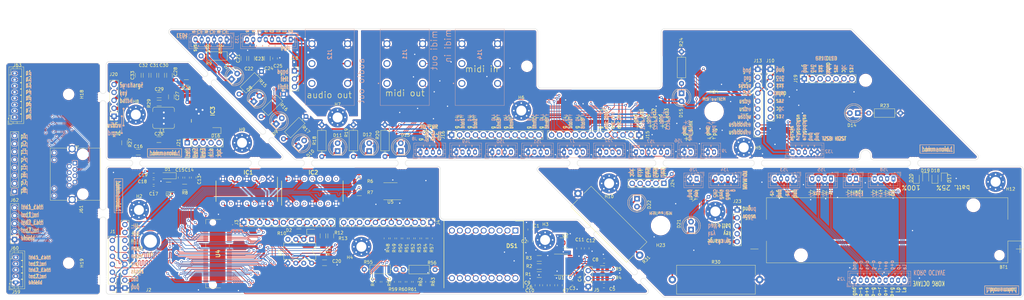
<source format=kicad_pcb>
(kicad_pcb (version 20211014) (generator pcbnew)
  (layers (0 "F.Cu" signal) (31 "B.Cu" signal) (34 "B.Paste" user) (35 "F.Paste" user) (36 "B.SilkS" user "B.Silkscreen") (37 "F.SilkS" user "F.Silkscreen") (38 "B.Mask" user) (39 "F.Mask" user) (44 "Edge.Cuts" user))
  (net 0 "")
  (net 2 "Net-(R1-Pad2)")
  (net 3 "Net-(R2-Pad2)")
  (net 4 "Net-(R3-Pad2)")
  (net 5 "Net-(R5-Pad1)")
  (net 7 "/bommanoid_main_top/3v3")
  (net 8 "/bommanoid_main_top/aleft")
  (net 9 "/bommanoid_main_top/agnd")
  (net 10 "Net-(C6-Pad1)")
  (net 11 "/bommanoid_main_top/d3v3")
  (net 12 "/bommanoid_main_top/aright")
  (net 13 "/bommanoid_main_top/a3v3")
  (net 14 "/bommanoid_main_top/sys_5v")
  (net 15 "Net-(C16-Pad1)")
  (net 16 "/bommanoid_batt_top/usb_5v")
  (net 17 "Net-(C27-Pad1)")
  (net 18 "/bommanoid_batt_top/charger output +5v")
  (net 19 "/bommanoid_batt_top/batt+")
  (net 20 "/bommanoid_main_top/midi_in_tip")
  (net 21 "/bommanoid_main_top/ws2812_data_1")
  (net 22 "/bommanoid_batt_top/korg_power_led_cathode")
  (net 23 "/bommanoid_batt_top/korg_power_led_anode")
  (net 24 "/bommanoid_main_top/ws2812_data_3v3")
  (net 25 "Net-(C3-Pad1)")
  (net 26 "Net-(D12-Pad1)")
  (net 27 "/bommanoid_main_top/led_blink_3v3")
  (net 28 "/bommanoid_main_top/led_blink_5v")
  (net 29 "/bommanoid_main_top/led_act2_5v")
  (net 30 "/bommanoid_main_top/led_act2_3v3")
  (net 31 "/bommanoid_main_top/led_act1_5v")
  (net 32 "/bommanoid_main_top/led_act1_3v3")
  (net 33 "/bommanoid_main_top/led_act3_3v3")
  (net 34 "/bommanoid_main_top/led_act3_5v")
  (net 35 "/bommanoid_main_top/led_rj45_yellow_3v3")
  (net 36 "/bommanoid_main_top/led_rj45_yellow_5v")
  (net 40 "/bommanoid_main_top/led_rj45_green_5v")
  (net 41 "/bommanoid_main_top/led_rj45_green_3v3")
  (net 42 "Net-(IC3-Pad5)")
  (net 43 "Net-(IC3-Pad7)")
  (net 44 "/bommanoid_main_bottom/usb_5v")
  (net 45 "Net-(C3-Pad2)")
  (net 46 "Net-(C4-Pad1)")
  (net 47 "Net-(C4-Pad2)")
  (net 48 "/bommanoid_main_bottom/usb_data_+")
  (net 49 "/bommanoid_main_bottom/usb_data_-")
  (net 50 "/bommanoid_main_top/gnd")
  (net 53 "/bommanoid_batt_bottom/gnd")
  (net 54 "Net-(D1-Pad1)")
  (net 55 "Net-(D2-Pad1)")
  (net 56 "/bommanoid_main_bottom/midi_out_ring")
  (net 57 "/bommanoid_main_bottom/midi_out_tip")
  (net 60 "/bommanoid_main_bottom/agnd")
  (net 61 "/bommanoid_main_bottom/aright_post_pot")
  (net 62 "/bommanoid_main_bottom/aleft_post_pot")
  (net 65 "/bommanoid_main_bottom/midi_in_ring")
  (net 66 "/bommanoid_main_bottom/midi_in_tip")
  (net 67 "/bommanoid_main_top/midi_in_ring")
  (net 68 "/bommanoid_main_top/midi_out_ring")
  (net 69 "/bommanoid_main_top/midi_out_tip")
  (net 70 "/bommanoid_main_top/enc_btn")
  (net 71 "/bommanoid_main_top/btn_x1")
  (net 72 "/bommanoid_main_top/I2C_SDA")
  (net 73 "/bommanoid_main_top/I2C_SCL")
  (net 74 "/bommanoid_main_top/btn_x2")
  (net 75 "/bommanoid_main_top/btn_x3")
  (net 76 "/bommanoid_main_top/btn_x4")
  (net 77 "/bommanoid_main_top/btn_x5")
  (net 78 "/bommanoid_main_top/btn_x6")
  (net 79 "/bommanoid_main_top/btn_x7")
  (net 80 "/bommanoid_main_top/btn_x8")
  (net 81 "/bommanoid_batt_bottom/batt+")
  (net 82 "/bommanoid_batt_bottom/sys_5v")
  (net 83 "Net-(D7-Pad1)")
  (net 84 "/bommanoid_main_top/I2S_LRCK_MM")
  (net 85 "/bommanoid_main_top/I2S_DIN_MM")
  (net 86 "/bommanoid_main_top/I2S_BCK_MM")
  (net 87 "Net-(R4-Pad1)")
  (net 88 "/bommanoid_main_top/T00 MIDI IN")
  (net 89 "/bommanoid_main_top/T01=MIDI OUT")
  (net 90 "/bommanoid_batt_top/gnd")
  (net 91 "/bommanoid_main_bottom/amp_5v")
  (net 92 "Net-(D8-Pad1)")
  (net 93 "Net-(D9-Pad1)")
  (net 94 "/bommanoid_main_bottom/sys_5v")
  (net 95 "Net-(D10-Pad1)")
  (net 96 "/bommanoid_main_bottom/led_blink_5v")
  (net 97 "Net-(D11-Pad1)")
  (net 98 "/bommanoid_main_bottom/led_act1_5v")
  (net 99 "/bommanoid_main_bottom/led_act2_5v")
  (net 100 "Net-(D13-Pad1)")
  (net 105 "/bommanoid_main_bottom/gnd")
  (net 106 "/bommanoid_main_bottom/led_act3_5v")
  (net 107 "Net-(D14-Pad1)")
  (net 108 "Net-(D15-Pad1)")
  (net 109 "/bommanoid_batt_bottom/chargeled_3")
  (net 110 "/bommanoid_batt_bottom/chargeled_1")
  (net 111 "/bommanoid_batt_bottom/chargeled_2")
  (net 112 "Net-(D21-Pad1)")
  (net 113 "Net-(D22-Pad1)")
  (net 114 "/bommanoid_batt_top/chargeled_1")
  (net 115 "/bommanoid_batt_top/chargeled_2")
  (net 116 "/bommanoid_batt_top/chargeled_3")
  (net 117 "/bommanoid_main_top/oled_sck")
  (net 118 "/bommanoid_main_top/oled_data")
  (net 119 "/bommanoid_main_top/oled_rst")
  (net 120 "/bommanoid_main_top/oled_dc")
  (net 121 "/bommanoid_main_top/oled_cs")
  (net 122 "/bommanoid_main_top/prg")
  (net 123 "/bommanoid_main_top/usb_data_+")
  (net 124 "/bommanoid_main_top/usb_data_-")
  (net 125 "/bommanoid_main_top/usb_5v")
  (net 126 "/bommanoid_main_top/enc_a")
  (net 127 "/bommanoid_main_top/enc_b")
  (net 128 "/bommanoid_main_bottom/btn_x1")
  (net 129 "/bommanoid_main_bottom/btn_x2")
  (net 130 "/bommanoid_main_bottom/btn_x3")
  (net 131 "/bommanoid_main_bottom/btn_x4")
  (net 132 "/bommanoid_main_bottom/btn_x5")
  (net 133 "/bommanoid_main_bottom/btn_x6")
  (net 134 "/bommanoid_main_bottom/btn_x7")
  (net 135 "/bommanoid_main_bottom/btn_x8")
  (net 136 "/bommanoid_main_bottom/enc_btn")
  (net 137 "/bommanoid_main_bottom/enc_a")
  (net 138 "/bommanoid_main_bottom/enc_b")
  (net 139 "/bommanoid_main_bottom/aleft_pre_pot")
  (net 140 "/bommanoid_main_bottom/aright_pre_pot")
  (net 141 "/bommanoid_main_bottom/3v3")
  (net 142 "/bommanoid_main_bottom/oled_sck")
  (net 143 "/bommanoid_main_bottom/oled_data")
  (net 144 "/bommanoid_main_bottom/oled_rst")
  (net 145 "/bommanoid_main_bottom/oled_dc")
  (net 146 "/bommanoid_main_bottom/oled_cs")
  (net 147 "/bommanoid_main_bottom/prg")
  (net 148 "/bommanoid_main_bottom/ws2812_data_5v")
  (net 149 "/bommanoid_batt_top/key")
  (net 150 "/bommanoid_batt_bottom/5v_charge_outp")
  (net 151 "/bommanoid_batt_bottom/key")
  (net 152 "/bommanoid_batt_bottom/korg_led_anode")
  (net 153 "/bommanoid_batt_bottom/oct_down_sw")
  (net 154 "/bommanoid_batt_bottom/oct_up_sw")
  (net 155 "/bommanoid_batt_bottom/oct_down_green_cathode")
  (net 156 "/bommanoid_batt_bottom/oct_down_red_cathode")
  (net 157 "/bommanoid_batt_bottom/oct_up_red_cathode")
  (net 158 "/bommanoid_batt_bottom/oct_up_green_cathode")
  (net 159 "/bommanoid_batt_bottom/korg_power_led_cathode")
  (net 171 "/bommanoid_main_top/ld_e")
  (net 172 "/bommanoid_main_top/ld_n")
  (net 173 "/bommanoid_main_top/ld_m")
  (net 174 "/bommanoid_main_top/ld_l")
  (net 175 "/bommanoid_main_top/ld_k")
  (net 176 "/bommanoid_main_top/ld_d")
  (net 177 "/bommanoid_main_top/ld_dp")
  (net 178 "/bommanoid_main_top/ld_c")
  (net 179 "/bommanoid_main_top/ld_b")
  (net 180 "/bommanoid_main_top/LD_dig2")
  (net 181 "/bommanoid_main_top/ld_a")
  (net 182 "/bommanoid_main_top/ld_p")
  (net 183 "/bommanoid_main_top/ld_j")
  (net 184 "/bommanoid_main_top/ld_h")
  (net 185 "/bommanoid_main_top/LD_dig1")
  (net 186 "/bommanoid_main_top/ld_g")
  (net 187 "/bommanoid_main_top/ld_f")
  (net 188 "/bommanoid_main_bottom/usb_host_+")
  (net 189 "/bommanoid_main_bottom/usb_host_-")
  (net 190 "/bommanoid_main_top/usb_host_+")
  (net 191 "/bommanoid_main_top/usb_host_-")
  (net 192 "Net-(DS1-Pad1)")
  (net 193 "Net-(DS1-Pad2)")
  (net 194 "Net-(DS1-Pad4)")
  (net 195 "Net-(DS1-Pad5)")
  (net 196 "Net-(DS1-Pad6)")
  (net 197 "Net-(DS1-Pad7)")
  (net 198 "Net-(DS1-Pad8)")
  (net 199 "Net-(DS1-Pad9)")
  (net 200 "Net-(DS1-Pad10)")
  (net 201 "Net-(DS1-Pad12)")
  (net 202 "Net-(DS1-Pad13)")
  (net 203 "Net-(DS1-Pad14)")
  (net 204 "Net-(DS1-Pad15)")
  (net 205 "Net-(DS1-Pad17)")
  (net 206 "Net-(DS1-Pad18)")
  (net 207 "Net-(DS1-Pad11)")
  (net 208 "Net-(DS1-Pad16)")
  (net 209 "/bommanoid_main_bottom/pot_sw2")
  (net 210 "/bommanoid_main_bottom/chargeoutp_5v")
  (net 211 "/bommanoid_batt_bottom/usb_5v")
  (net 212 "/bommanoid_main_bottom/pot_sw1")
  (net 213 "/rj45_breakout1/shield")
  (net 214 "/rj45_breakout1/led1_an")
  (net 215 "/rj45_breakout1/led1_cath")
  (net 216 "/rj45_breakout1/led2_an")
  (net 217 "/rj45_breakout1/led2_cath")
  (net 218 "/rj45_breakout1/p1")
  (net 219 "/rj45_breakout1/p2")
  (net 220 "/rj45_breakout1/p3")
  (net 221 "/rj45_breakout1/p4")
  (net 222 "/rj45_breakout1/p5")
  (net 223 "/rj45_breakout1/p6")
  (net 224 "/rj45_breakout1/p7")
  (net 225 "/rj45_breakout1/p8")
  (net 226 "/bommanoid_main_bottom/led_rj45_yellow_5v_cathode")
  (net 227 "/bommanoid_main_bottom/led_rj45_yellow_5v_anode")
  (net 228 "/bommanoid_main_bottom/led_rj45_green_5v_cathode")
  (net 229 "/bommanoid_main_bottom/led_rj45_green_5v_anode")
  (footprint "Resistor_SMD:R_1206_3216Metric" (layer "F.Cu") (at 193.759855 117.258638)
    (fp_text reference "R1")
    (fp_text value "22R")
  )
  (footprint "Connector_RJ:RJ45_Amphenol_RJHSE538X" (layer "F.Cu") (at 45.132917 81.558638 -90)
    (fp_text reference "J61")
    (fp_text value "RJ45_LED_Shielded")
  )
  (footprint "Connector_PinSocket_2.54mm:PinSocket_1x07_P2.54mm_Vertical" (layer "F.Cu") (at 267.718703 51.558638)
    (fp_text reference "J10")
    (fp_text value "Conn_01x07")
  )
  (footprint "Capacitor_SMD:C_0805_2012Metric" (layer "F.Cu") (at 197.959855 120.658638 90)
    (fp_text reference "C10")
    (fp_text value "0.1uF")
  )
  (footprint "Resistor_SMD:R_1206_3216Metric" (layer "F.Cu") (at 193.759855 114.658638)
    (fp_text reference "R2")
    (fp_text value "22R")
  )
  (footprint "Resistor_SMD:R_0805_2012Metric" (layer "F.Cu") (at 150.834855 105.658638 -90)
    (fp_text reference "R51")
    (fp_text value "220")
  )
  (footprint "clarinoid2:NetTie-2_SMD_Pad1.0mm" (layer "F.Cu") (at 111.218703 49.408638 -90)
    (fp_text reference "NT5" hide)
    (fp_text value "NetTie_2" hide)
  )
  (footprint "Resistor_SMD:R_0805_2012Metric" (layer "F.Cu") (at 148.834855 105.658638 -90)
    (fp_text reference "R50")
    (fp_text value "220")
  )
  (footprint "Diode_SMD:D_SOD-323" (layer "F.Cu") (at 120.834855 103.558638)
    (fp_text reference "D2")
    (fp_text value "1N4148WS")
  )
  (footprint "Resistor_SMD:R_0805_2012Metric" (layer "F.Cu") (at 154.134855 119.558638 -90)
    (fp_text reference "R62")
    (fp_text value "220")
  )
  (footprint "Resistor_THT:R_Axial_DIN0207_L6.3mm_D2.5mm_P10.16mm_Horizontal" (layer "F.Cu") (at 104.769187 66.656366 45)
    (fp_text reference "R16")
    (fp_text value "R")
  )
  (footprint "Capacitor_SMD:C_1206_3216Metric" (layer "F.Cu") (at 72.109855 59.758638)
    (fp_text reference "C29")
    (fp_text value "22uF")
  )
  (footprint "MountingHole:MountingHole_3.2mm_M3" (layer "F.Cu") (at 43.132917 113.558638 -90)
    (fp_text reference "H19")
    (fp_text value "MountingHole_Pad")
  )
  (footprint "MountingHole:MountingHole_3.2mm_M3_Pad_Via" (layer "F.Cu") (at 136.834855 108.358638 180)
    (fp_text reference "H4")
    (fp_text value "MountingHole_Pad")
  )
  (footprint "Connector_PinSocket_2.54mm:PinSocket_1x03_P2.54mm_Vertical" (layer "F.Cu") (at 115.418703 52.058638)
    (fp_text reference "J18")
    (fp_text value "Conn_01x03")
  )
  (footprint "clarinoid2:LED_D5.0mm_withbottomtext" (layer "F.Cu") (at 109.570864 69.002901 45)
    (fp_text reference "D9")
    (fp_text value "LED")
  )
  (footprint "Connector_JST:JST_PH_B5B-PH-K_1x05_P2.00mm_Vertical" (layer "F.Cu") (at 26.182917 119.743638 90)
    (fp_text reference "J59")
    (fp_text value "Conn_01x05")
  )
  (footprint "Capacitor_SMD:C_0805_2012Metric" (layer "F.Cu") (at 70.347355 87.608638 180)
    (fp_text reference "C18")
    (fp_text value "0.22uF")
  )
  (footprint "Capacitor_SMD:C_1206_3216Metric" (layer "F.Cu") (at 75.409855 53.458638 90)
    (fp_text reference "C28")
    (fp_text value "22uF")
  )
  (footprint "clarinoid2:LED_D5.0mm_withbottomtext" (layer "F.Cu") (at 149.436911 77.72259 90)
    (fp_text reference "D13")
    (fp_text value "LED")
  )
  (footprint "clarinoid2:mouse-bite-2mm-slot" (layer "F.Cu") (at 64.632917 81.558638)
    (fp_text reference "U14" hide)
    (fp_text value "mousebite2mm" hide)
  )
  (footprint "Battery:BatteryHolder_Keystone_1042_1x18650" (layer "F.Cu") (at 305.132917 103.058638 180)
    (fp_text reference "BT1")
    (fp_text value "Battery_Cell")
  )
  (footprint "SamacSys_Parts:DIP794W53P254L1930H508Q14N" (layer "F.Cu") (at 100.134855 90.558638 -90)
    (fp_text reference "IC1")
    (fp_text value "SN74AHCT125N" hide)
  )
  (footprint "clarinoid2:mouse-bite-2mm-slot" (layer "F.Cu") (at 54.132917 119.058638 90)
    (fp_text reference "U15" hide)
    (fp_text value "mousebite2mm" hide)
  )
  (footprint "Capacitor_SMD:C_0805_2012Metric" (layer "F.Cu") (at 81.059855 86.208638 90)
    (fp_text reference "C14")
    (fp_text value "0.22uF")
  )
  (footprint "Connector_PinSocket_2.54mm:PinSocket_1x12_P2.54mm_Vertical" (layer "F.Cu") (at 225.658703 72.558638 -90)
    (fp_text reference "J15")
    (fp_text value "Conn_01x12")
  )
  (footprint "Resistor_SMD:R_0805_2012Metric" (layer "F.Cu") (at 152.834855 105.658638 -90)
    (fp_text reference "R52")
    (fp_text value "220")
  )
  (footprint "clarinoid2:mouse-bite-2mm-45deg" (layer "F.Cu") (at 86.632917 51.558638)
    (fp_text reference "U16" hide)
    (fp_text value "mousebite2mm_45deg" hide)
  )
  (footprint "Connector_PinSocket_2.54mm:PinSocket_1x09_P2.54mm_Vertical" (layer "F.Cu") (at 263.718703 51.558638)
    (fp_text reference "J13")
    (fp_text value "Conn_01x09")
  )
  (footprint "Capacitor_SMD:C_0805_2012Metric" (layer "F.Cu") (at 195.559855 120.658638 -90)
    (fp_text reference "C6")
    (fp_text value "10uF")
  )
  (footprint "Resistor_SMD:R_0805_2012Metric" (layer "F.Cu") (at 150.134855 119.558638 -90)
    (fp_text reference "R60")
    (fp_text value "220")
  )
  (footprint "clarinoid2:mouse-bite-2mm-slot" (layer "F.Cu") (at 313.632917 81.558638)
    (fp_text reference "U20" hide)
    (fp_text value "mousebite2mm" hide)
  )
  (footprint "Connector_PinSocket_2.54mm:PinSocket_1x08_P2.54mm_Vertical" (layer "F.Cu") (at 25.832917 90.623638 180)
    (fp_text reference "J62")
    (fp_text value "Conn_01x08")
  )
  (footprint "Connector_PinSocket_2.54mm:PinSocket_1x05_P2.54mm_Vertical" (layer "F.Cu") (at 57.659855 66.558638 180)
    (fp_text reference "J20")
    (fp_text value "Conn_01x05")
  )
  (footprint "Connector_PinHeader_2.54mm:PinHeader_1x03_P2.54mm_Vertical" (layer "F.Cu") (at 209.434855 121.058638 180)
    (fp_text reference "J5")
    (fp_text value "Conn_01x03")
  )
  (footprint "Connector_PinHeader_2.54mm:PinHeader_1x07_P2.54mm_Vertical" (layer "F.Cu") (at 57.134855 121.558638 180)
    (fp_text reference "J1")
    (fp_text value "Conn_01x07")
  )
  (footprint "Connector_PinSocket_2.54mm:PinSocket_1x05_P2.54mm_Vertical" (layer "F.Cu") (at 257.107917 96.558638)
    (fp_text reference "J23")
    (fp_text value "Conn_01x05")
  )
  (footprint "Capacitor_SMD:C_1206_3216Metric" (layer "F.Cu") (at 72.034855 74.058638)
    (fp_text reference "C26")
    (fp_text value "10uF")
  )
  (footprint "Resistor_THT:R_Axial_Power_L25.0mm_W9.0mm_P27.94mm" (layer "F.Cu") (at 236.362917 118.858638)
    (fp_text reference "R30")
    (fp_text value "R")
  )
  (footprint "clarinoid2:APCI0108-P001A M.2 MicroMod 21992304" (layer "F.Cu") (at 90.947355 110.558638 -90)
    (fp_text reference "U4")
    (fp_text value "APCI0108-P001A Teensy_4.0_MicroMod" hide)
  )
  (footprint "clarinoid2:LED_D5.0mm_withbottomtext" (layer "F.Cu") (at 242.352917 102.858638 90)
    (fp_text reference "D21")
    (fp_text value "LED")
  )
  (footprint "clarinoid2:SSD1306_128x64_approximate" (layer "F.Cu") (at 272.218703 53.058638)
    (fp_text reference "U8" hide)
    (fp_text value "ssd1306_graphic")
  )
  (footprint "LED_SMD:LED_0805_2012Metric" (layer "F.Cu") (at 317.432917 86.358638 -90)
    (fp_text reference "D19")
    (fp_text value "red")
  )
  (footprint "Resistor_SMD:R_0805_2012Metric" (layer "F.Cu") (at 148.134855 119.558638 -90)
    (fp_text reference "R59")
    (fp_text value "220")
  )
  (footprint "Resistor_SMD:R_0805_2012Metric" (layer "F.Cu") (at 158.834855 105.658638 -90)
    (fp_text reference "R57")
    (fp_text value "220")
  )
  (footprint "clarinoid2:mouse-bite-2mm-slot" (layer "F.Cu") (at 54.132917 97.558638 -90)
    (fp_text reference "U12" hide)
    (fp_text value "mousebite2mm" hide)
  )
  (footprint "bommanoid:bommanoid-mainbottom subboard smd" (layer "F.Cu") (at 186.804489 38.558638)
    (fp_text reference "J83" hide)
    (fp_text value "Conn_01x15")
  )
  (footprint "MountingHole:MountingHole_3.2mm_M3_Pad_Via" (layer "F.Cu") (at 65.634855 96.558638 180)
    (fp_text reference "H2")
    (fp_text value "MountingHole_Pad")
  )
  (footprint "clarinoid2:LED_D5.0mm_withbottomtext" (layer "F.Cu") (at 139.327802 77.72259 90)
    (fp_text reference "D12")
    (fp_text value "LED")
  )
  (footprint "Resistor_SMD:R_0805_2012Metric" (layer "F.Cu") (at 152.134855 119.558638 -90)
    (fp_text reference "R61")
    (fp_text value "220")
  )
  (footprint "Resistor_SMD:R_0805_2012Metric" (layer "F.Cu") (at 142.134855 119.558638 90)
    (fp_text reference "R47")
    (fp_text value "220")
  )
  (footprint "SamacSys_Parts:DIP794W53P254L1930H508Q14N" (layer "F.Cu") (at 121.134855 90.558638 90)
    (fp_text reference "IC2")
    (fp_text value "SN74AHCT125N" hide)
  )
  (footprint "MountingHole:MountingHole_5.3mm_M5" (layer "F.Cu") (at 249.718703 65.058638)
    (fp_text reference "H24")
    (fp_text value "MountingHole_fb")
  )
  (footprint "Connector_PinSocket_2.54mm:PinSocket_1x05_P2.54mm_Vertical" (layer "F.Cu") (at 81.094855 75.058638 90)
    (fp_text reference "J21")
    (fp_text value "Conn_01x05")
  )
  (footprint "Capacitor_SMD:C_0805_2012Metric" (layer "F.Cu") (at 206.059855 115.858638 -90)
    (fp_text reference "C4")
    (fp_text value "2.2uF")
  )
  (footprint "Resistor_SMD:R_1206_3216Metric" (layer "F.Cu") (at 193.759855 112.058638)
    (fp_text reference "R3")
    (fp_text value "22R")
  )
  (footprint "clarinoid2:mouse-bite-2mm-slot" (layer "F.Cu") (at 204.632917 81.558638)
    (fp_text reference "U23" hide)
    (fp_text value "mousebite2mm" hide)
  )
  (footprint "clarinoid2:LED_D5.0mm_withbottomtext" (layer "F.Cu") (at 225.052917 92.958638 -90)
    (fp_text reference "D22")
    (fp_text value "LED")
  )
  (footprint "NetTie:NetTie-2_SMD_Pad0.5mm" (layer "F.Cu") (at 190.879855 108.983638)
    (fp_text reference "NT1" hide)
    (fp_text value "NetTie_2")
  )
  (footprint "Package_DIP:DIP-8_W7.62mm" (layer "F.Cu") (at 120.934855 105.958638 -90)
    (fp_text reference "U7")
    (fp_text value "6N138")
  )
  (footprint "LED_SMD:LED_0805_2012Metric" (layer "F.Cu") (at 90.209855 71.158638 180)
    (fp_text reference "D16")
    (fp_text value "red")
  )
  (footprint "Resistor_SMD:R_0805_2012Metric" (layer "F.Cu") (at 146.834855 105.658638 -90)
    (fp_text reference "R49")
    (fp_text value "220")
  )
  (footprint "Capacitor_SMD:C_1206_3216Metric" (layer "F.Cu") (at 106.718703 48.058638 90)
    (fp_text reference "C24")
    (fp_text value "22uF")
  )
  (footprint "Resistor_SMD:R_1206_3216Metric" (layer "F.Cu") (at 214.009855 115.358638)
    (fp_text reference "R5")
    (fp_text value "470R")
  )
  (footprint "clarinoid2:SOIC127P599X155-9N (IP5306)" (layer "F.Cu") (at 85.009855 65.058638 90)
    (fp_text reference "IC3")
    (fp_text value "Injoinic IP5306 battery charge" hide)
  )
  (footprint "Capacitor_SMD:C_0805_2012Metric" (layer "F.Cu") (at 70.347355 89.708638 180)
    (fp_text reference "C17")
    (fp_text value "1uF")
  )
  (footprint "clarinoid2:LED_D5.0mm_withbottomtext" (layer "F.Cu") (at 116.719076 76.151112 45)
    (fp_text reference "D10")
    (fp_text value "LED")
  )
  (footprint "Resistor_SMD:R_0805_2012Metric" (layer "F.Cu") (at 158.134855 119.558638 -90)
    (fp_text reference "R63")
    (fp_text value "220")
  )
  (footprint "MountingHole:MountingHole_3.2mm_M3_Pad_Via" (layer "F.Cu") (at 339.829973 87.558638 180)
    (fp_text reference "H12")
    (fp_text value "MountingHole_Pad")
  )
  (footprint "Connector_PinSocket_2.54mm:PinSocket_1x12_P2.54mm_Vertical" (layer "F.Cu") (at 165.718703 72.558638 90)
    (fp_text reference "J16")
    (fp_text value "Conn_01x12")
  )
  (footprint "Resistor_SMD:R_0805_2012Metric" (layer "F.Cu") (at 144.134855 119.558638 -90)
    (fp_text reference "R58")
    (fp_text value "220")
  )
  (footprint "clarinoid2:LED_D5.0mm_withbottomtext" (layer "F.Cu") (at 95.274441 54.706476 45)
    (fp_text reference "D7")
    (fp_text value "LED")
  )
  (footprint "clarinoid2:Sinhoo SMTSO2530CTJ" (layer "F.Cu") (at 69.297355 106.558638 180)
    (fp_text reference "H1")
    (fp_text value "M.2 riser 2.5mm")
  )
  (footprint "Capacitor_SMD:C_1206_3216Metric" (layer "F.Cu") (at 65.409855 78.058638)
    (fp_text reference "C16")
    (fp_text value "10uF")
  )
  (footprint "clarinoid2:mouse-bite-2mm-45deg" (layer "F.Cu") (at 209.132917 100.058638)
    (fp_text reference "U21" hide)
    (fp_text value "mousebite2mm_45deg" hide)
  )
  (footprint "Package_TO_SOT_SMD:SOT-23-5" (layer "F.Cu") (at 202.134855 107.058638)
    (fp_text reference "U2")
    (fp_text value "TLV75733PDBV")
  )
  (footprint "Resistor_SMD:R_1206_3216Metric" (layer "F.Cu") (at 80.259855 89.208638)
    (fp_text reference "R8")
    (fp_text value "100k")
  )
  (footprint "Resistor_THT:R_Axial_DIN0207_L6.3mm_D2.5mm_P10.16mm_Horizontal" (layer "F.Cu") (at 299.224489 65.558638)
    (fp_text reference "R23")
    (fp_text value "R")
  )
  (footprint "MountingHole:MountingHole_3.2mm_M3_Pad_Via" (layer "F.Cu") (at 64.634855 66.058638)
    (fp_text reference "H8")
    (fp_text value "MountingHole_Pad")
  )
  (footprint "MountingHole:MountingHole_3.2mm_M3_Pad_Via" (layer "F.Cu") (at 129.218703 66.958638)
    (fp_text reference "H7")
    (fp_text value "MountingHole_Pad")
  )
  (footprint "Capacitor_SMD:C_0805_2012Metric" (layer "F.Cu") (at 206.459855 108.858638 -90)
    (fp_text reference "C11")
    (fp_text value "10uF")
  )
  (footprint "Capacitor_SMD:C_1206_3216Metric" (layer "F.Cu") (at 76.009855 60.358638 90)
    (fp_text reference "C27")
    (fp_text value "22uF")
  )
  (footprint "MountingHole:MountingHole_3.2mm_M3_Pad_Via" (layer "F.Cu") (at 250.132917 97.058638 180)
    (fp_text reference "H11")
    (fp_text value "MountingHole_Pad")
  )
  (footprint "Connector_JST:JST_PH_B8B-PH-K_1x08_P2.00mm_Vertical" (layer "F.Cu") (at 25.832917 66.843638 90)
    (fp_text reference "J63")
    (fp_text value "Conn_01x08")
  )
  (footprint "Capacitor_SMD:C_0805_2012Metric" (layer "F.Cu") (at 200.359855 120.658638 90)
    (fp_text reference "C7")
    (fp_text value "10uF")
  )
  (footprint "MountingHole:MountingHole_3.2mm_M3_Pad_Via" (layer "F.Cu") (at 188.018703 64.758638)
    (fp_text reference "H6")
    (fp_text value "MountingHole_Pad")
  )
  (footprint "Resistor_THT:R_Axial_DIN0207_L6.3mm_D2.5mm_P10.16mm_Horizontal" (layer "F.Cu") (at 144.382351 79.458638 90)
    (fp_text reference "R20")
    (fp_text value "R")
  )
  (footprint "Capacitor_SMD:C_0805_2012Metric" (layer "F.Cu") (at 208.959855 108.858638 -90)
    (fp_text reference "C12")
    (fp_text value "0.1uF")
  )
  (footprint "MountingHole:MountingHole_3.2mm_M3" (layer "F.Cu") (at 43.132917 59.558638 -90)
    (fp_text reference "H18")
    (fp_text value "MountingHole_Pad")
  )
  (footprint "clarinoid2:mouse-bite-2mm-slot" (layer "F.Cu") (at 119.632917 81.558638)
    (fp_text reference "U19" hide)
    (fp_text value "mousebite2mm" hide)
  )
  (footprint "Capacitor_SMD:C_1206_3216Metric" (layer "F.Cu") (at 104.218703 48.058638 90)
    (fp_text reference "C23")
    (fp_text value "22uF")
  )
  (footprint "Connector_PinHeader_2.54mm:PinHeader_1x09_P2.54mm_Vertical" (layer "F.Cu") (at 61.134855 121.558638 180)
    (fp_text reference "J2")
    (fp_text value "Conn_01x09")
  )
  (footprint "clarinoid2:LED_D5.0mm_withbottomtext" (layer "F.Cu") (at 295.724489 65.558638 180)
    (fp_text reference "D14")
    (fp_text value "LED")
  )
  (footprint "Resistor_SMD:R_1206_3216Metric" (layer "F.Cu") (at 116.834855 103.558638 180)
    (fp_text reference "R10")
    (fp_text value "220R")
  )
  (footprint "Resistor_THT:R_Axial_DIN0207_L6.3mm_D2.5mm_P10.16mm_Horizontal" (layer "F.Cu") (at 124.164155 79.458638 90)
    (fp_text reference "R18")
    (fp_text value "R")
  )
  (footprint "Resistor_THT:R_Axial_DIN0207_L6.3mm_D2.5mm_P10.16mm_Horizontal" (layer "F.Cu") (at 147.914855 115.558638 180)
    (fp_text reference "R55")
    (fp_text value "R")
  )
  (footprint "Resistor_THT:R_Axial_Power_L25.0mm_W9.0mm_P27.94mm" (layer "F.Cu") (at 225.911199 111.03692 135)
    (fp_text reference "R31")
    (fp_text value "R")
  )
  (footprint "MountingHole:MountingHole_5.3mm_M5" (layer "F.Cu") (at 232.632917 101.558638 180)
    (fp_text reference "H23")
    (fp_text value "MountingHole_fb")
  )
  (footprint "Capacitor_SMD:C_1206_3216Metric" (layer "F.Cu") (at 67.909855 53.458638 90)
    (fp_text reference "C32")
    (fp_text value "22uF")
  )
  (footprint "Connector_PinSocket_2.54mm:PinSocket_1x07_P2.54mm_Vertical" (layer "F.Cu") (at 278.598703 54.558638 90)
    (fp_text reference "J19")
    (fp_text value "Conn_01x07")
  )
  (footprint "LED_SMD:LED_0805_2012Metric" (layer "F.Cu") (at 320.432917 86.358638 90)
    (fp_text reference "D18")
    (fp_text value "red")
  )
  (footprint "Capacitor_SMD:C_0805_2012Metric" (layer "F.Cu") (at 78.959855 86.208638 90)
    (fp_text reference "C15")
    (fp_text value "0.1uF")
  )
  (footprint "Resistor_THT:R_Axial_DIN0207_L6.3mm_D2.5mm_P10.16mm_Horizontal" (layer "F.Cu") (at 239.304489 56.058638 90)
    (fp_text reference "R24")
    (fp_text value "R")
  )
  (footprint "Capacitor_SMD:C_0805_2012Metric" (layer "F.Cu") (at 214.509855 112.858638 180)
    (fp_text reference "C8")
    (fp_text value "2.2uF")
  )
  (footprint "Resistor_SMD:R_1206_3216Metric" (layer "F.Cu") (at 124.534855 109.758638 -90)
    (fp_text reference "R11")
    (fp_text value "470R")
  )
  (footprint "Capacitor_SMD:C_1206_3216Metric" (layer "F.Cu") (at 99.218703 48.058638 90)
    (fp_text reference "C21")
    (fp_text value "22uF")
  )
  (footprint "Capacitor_SMD:C_0805_2012Metric" (layer "F.Cu") (at 204.359855 119.958638 180)
    (fp_text reference "C3")
    (fp_text value "2.2uF")
  )
  (footprint "Resistor_SMD:R_1206_3216Metric" (layer "F.Cu") (at 61.009855 75.058638 -90)
    (fp_text reference "R27")
    (fp_text value "2R")
  )
  (footprint "clarinoid2:LED_D5.0mm_withbottomtext" (layer "F.Cu") (at 102.422652 61.854689 45)
    (fp_text reference "D8")
    (fp_text value "LED")
  )
  (footprint "Resistor_SMD:R_1206_3216Metric" (layer "F.Cu") (at 80.809855 55.758638 180)
    (fp_text reference "R28")
    (fp_text value "10k")
  )
  (footprint "Connector_PinHeader_2.54mm:PinHeader_1x12_P2.54mm_Vertical" (layer "F.Cu") (at 99.194855 100.558638 90)
    (fp_text reference "J3")
    (fp_text value "Conn_01x12")
  )
  (footprint "Resistor_SMD:R_1206_3216Metric" (layer "F.Cu") (at 214.009855 118.258638)
    (fp_text reference "R4")
    (fp_text value "470R")
  )
  (footprint "clarinoid2:mouse-bite-2mm-slot" (layer "F.Cu") (at 232.132917 81.558638)
    (fp_text reference "U22" hide)
    (fp_text value "mousebite2mm" hide)
  )
  (footprint "Resistor_SMD:R_1206_3216Metric" (layer "F.Cu") (at 136.134855 91.058638 180)
    (fp_text reference "R7")
    (fp_text value "4.7k")
  )
  (footprint "clarinoid2:mouse-bite-2mm-slot" (layer "F.Cu") (at 54.132917 60.558638 90)
    (fp_text reference "U11" hide)
    (fp_text value "mousebite2mm" hide)
  )
  (footprint "LED_SMD:LED_0805_2012Metric" (layer "F.Cu") (at 314.432917 86.358638 90)
    (fp_text reference "D20")
    (fp_text value "red")
  )
  (footprint "Connector_PinSocket_2.54mm:PinSocket_1x05_P2.54mm_Vertical" (layer "F.Cu") (at 233.672917 88.058638 -90)
    (fp_text reference "J24")
    (fp_text value "Conn_01x05")
  )
  (footprint "Capacitor_SMD:C_0805_2012Metric" (layer "F.Cu") (at 190.879855 102.808638 90)
    (fp_text reference "C1")
    (fp_text value "10uF")
  )
  (footprint "Package_SO:TSSOP-20_4.4x6.5mm_P0.65mm" (layer "F.Cu") (at 200.759855 114.058638 180)
    (fp_text reference "U1")
    (fp_text value "PCM5102A")
  )
  (footprint "Resistor_SMD:R_0805_2012Metric" (layer "F.Cu") (at 154.834855 105.658638 -90)
    (fp_text reference "R53")
    (fp_text value "220")
  )
  (footprint "Package_SO:TSSOP-16_4.4x5mm_P0.65mm" (layer "F.Cu") (at 146.134855 90.558638 180)
    (fp_text reference "U5")
    (fp_text value "TCA9554PW")
  )
  (footprint "clarinoid2:LED_D5.0mm_withbottomtext" (layer "F.Cu") (at 239.304489 59.203638 -90)
    (fp_text reference "D15")
    (fp_text value "LED")
  )
  (footprint "Resistor_SMD:R_1206_3216Metric" (layer "F.Cu") (at 124.534855 104.858638 -90)
    (fp_text reference "R12")
    (fp_text value "47R")
  )
  (footprint "Resistor_SMD:R_1206_3216Metric" (layer "F.Cu") (at 72.109855 62.358638)
    (fp_text reference "R29")
    (fp_text value "0.5R")
  )
  (footprint "Resistor_THT:R_Axial_DIN0207_L6.3mm_D2.5mm_P10.16mm_Horizontal" (layer "F.Cu") (at 85.518703 47.258638)
    (fp_text reference "R9")
    (fp_text value "R")
  )
  (footprint "Capacitor_SMD:C_1206_3216Metric" (layer "F.Cu") (at 72.909855 53.458638 90)
    (fp_text reference "C30")
    (fp_text value "22uF")
  )
  (footprint "MountingHole:MountingHole_3.2mm_M3_Pad_Via" (layer "F.Cu") (at 98.634855 75.058638)
    (fp_text reference "H9")
    (fp_text value "MountingHole_Pad")
  )
  (footprint "Diode_SMD:D_MiniMELF" (layer "F.Cu") (at 75.022355 85.608638 180)
    (fp_text reference "D1")
    (fp_text value "3.3v")
  )
  (footprint "clarinoid2:mouse-bite-2mm-slot" (layer "F.Cu") (at 102.632917 81.558638)
    (fp_text reference "U13" hide)
    (fp_text value "mousebite2mm" hide)
  )
  (footprint "MountingHole:MountingHole_3.2mm_M3_Pad_Via" (layer "F.Cu") (at 195.634855 106.158638 180)
    (fp_text reference "H3")
    (fp_text value "MountingHole_Pad")
  )
  (footprint "Resistor_THT:R_Axial_DIN0207_L6.3mm_D2.5mm_P10.16mm_Horizontal" (layer "F.Cu") (at 134.273253 79.458638 90)
    (fp_text reference "R19")
    (fp_text value "R")
  )
  (footprint "Capacitor_SMD:C_1206_3216Metric" (layer "F.Cu") (at 70.409855 53.458638 90)
    (fp_text reference "C31")
    (fp_text value "22uF")
  )
  (footprint "Resistor_SMD:R_0805_2012Metric" (layer "F.Cu") (at 144.834855 105.658638 -90)
    (fp_text reference "R48")
    (fp_text value "220")
  )
  (footprint "Capacitor_SMD:C_0805_2012Metric" (layer "F.Cu") (at 109.218703 48.058638 90)
    (fp_text reference "C25")
    (fp_text value "0.1uF")
  )
  (footprint "Capacitor_SMD:C_1206_3216Metric" (layer "F.Cu") (at 125.034855 113.458638)
    (fp_text reference "C20")
    (fp_text value "0.1uF")
  )
  (footprint "Resistor_SMD:R_1206_3216Metric" (layer "F.Cu") (at 127.034855 104.858638 -90)
    (fp_text reference "R13")
    (fp_text value "47R")
  )
  (footprint "Capacitor_SMD:C_0805_2012Metric" (layer "F.Cu") (at 83.159855 86.208638 90)
    (fp_text reference "C13")
    (fp_text value "10uF")
  )
  (footprint "clarinoid2:mouse-bite-2mm-slot" (layer "F.Cu") (at 149.632917 81.558638)
    (fp_text reference "U18" hide)
    (fp_text value "mousebite2mm" hide)
  )
  (footprint "clarinoid2:Inductor_MCS0630-1R0MN2" (layer "F.Cu") (at 73.509855 63.658638 180)
    (fp_text reference "L1")
    (fp_text value "1uH-psa")
  )
  (footprint "Capacitor_SMD:C_0805_2012Metric" (layer "F.Cu") (at 193.159855 120.658638 -90)
    (fp_text reference "C9")
    (fp_text value "0.1uF")
  )
  (footprint "clarinoid2:mouse-bite-2mm-45deg" (layer "F.Cu") (at 224.132917 115.058638)
    (fp_text reference "U17" hide)
    (fp_text value "mousebite2mm_45deg" hide)
  )
  (footprint "clarinoid2:LED_D5.0mm_withbottomtext" (layer "F.Cu") (at 129.218703 77.72259 90)
    (fp_text reference "D11")
    (fp_text value "LED")
  )
  (footprint "Capacitor_SMD:C_1206_3216Metric" (layer "F.Cu") (at 101.718703 48.058638 90)
    (fp_text reference "C22")
    (fp_text value "22uF")
  )
  (footprint "clarinoid2:mouse-bite-2mm-slot" (layer "F.Cu") (at 263.632917 81.558638)
    (fp_text reference "U25" hide)
    (fp_text value "mousebite2mm" hide)
  )
  (footprint "Capacitor_SMD:C_1206_3216Metric" (layer "F.Cu") (at 65.409855 53.458638 90)
    (fp_text reference "C33")
    (fp_text value "0.1uF")
  )
  (footprint "Resistor_THT:R_Axial_DIN0207_L6.3mm_D2.5mm_P10.16mm_Horizontal" (layer "F.Cu") (at 97.677543 59.451587 45)
    (fp_text reference "R15")
    (fp_text value "R")
  )
  (footprint "Connector_PinHeader_2.54mm:PinHeader_1x12_P2.54mm_Vertical" (layer "F.Cu") (at 159.109855 100.558638 -90)
    (fp_text reference "J4")
    (fp_text value "Conn_01x12")
  )
  (footprint "Capacitor_SMD:C_0805_2012Metric" (layer "F.Cu") (at 190.879855 106.608638 90)
    (fp_text reference "C2")
    (fp_text value "0.1uF")
  )
  (footprint "Resistor_SMD:R_1206_3216Metric" (layer "F.Cu") (at 136.134855 87.558638 180)
    (fp_text reference "R6")
    (fp_text value "4.7k")
  )
  (footprint "Capacitor_SMD:C_0805_2012Metric" (layer "F.Cu") (at 214.459855 120.758638 180)
    (fp_text reference "C5")
    (fp_text value "2.2uF")
  )
  (footprint "Resistor_THT:R_Axial_DIN0207_L6.3mm_D2.5mm_P10.16mm_Horizontal" (layer "F.Cu") (at 160.414855 115.658638 180)
    (fp_text reference "R56")
    (fp_text value "R")
  )
  (footprint "Connector_PinSocket_2.54mm:PinSocket_1x05_P2.54mm_Vertical" (layer "F.Cu") (at 25.832917 106.003638 180)
    (fp_text reference "J60")
    (fp_text value "Conn_01x05")
  )
  (footprint "Capacitor_SMD:C_0805_2012Metric" (layer "F.Cu") (at 70.347355 85.508638 180)
    (fp_text reference "C19")
    (fp_text value "0.1uF")
  )
  (footprint "Resistor_THT:R_Axial_DIN0207_L6.3mm_D2.5mm_P10.16mm_Horizontal" (layer "F.Cu") (at 111.917398 73.804578 45)
    (fp_text reference "R17")
    (fp_text value "R")
  )
  (footprint "clarinoid2:mouse-bite-2mm-45deg" (layer "F.Cu") (at 105.132917 70.058638)
    (fp_text reference "U24" hide)
    (fp_text value "mousebite2mm_45deg" hide)
  )
  (footprint "Package_TO_SOT_SMD:SOT-23-5" (layer "F.Cu") (at 75.122355 89.208638 180)
    (fp_text reference "U3")
    (fp_text value "TLV75733PDBV")
  )
  (footprint "clarinoid2:Teensy_4.0_MicroMod outline fab" (layer "F.Cu") (at 86.797355 107.858638 180)
    (fp_text reference "U6" hide)
    (fp_text value "Micromod outline" hide)
  )
  (footprint "MountingHole:MountingHole_3.2mm_M3_Pad_Via" (layer "F.Cu") (at 259.218703 76.558638)
    (fp_text reference "H5")
    (fp_text value "MountingHole_Pad")
  )
  (footprint "MountingHole:MountingHole_3.2mm_M3_Pad_Via" (layer "F.Cu") (at 216.132917 88.058638 180)
    (fp_text reference "H10")
    (fp_text value "MountingHole_Pad")
  )
  (footprint "SamacSys_Parts:DIPS1524W75P254L2520H805Q18N" (layer "F.Cu") (at 186.134855 103.158638 -90)
    (fp_text reference "DS1")
    (fp_text value "PDC54-11GWA" hide)
  )
  (footprint "Resistor_SMD:R_0805_2012Metric" (layer "F.Cu") (at 156.834855 105.658638 -90)
    (fp_text reference "R54")
    (fp_text value "220")
  )
  (footprint "clarinoid2:NetTie-2_SMD_Pad1.0mm" (layer "F.Cu") (at 112.718703 49.408638 -90)
    (fp_text reference "NT4" hide)
    (fp_text value "NetTie_2" hide)
  )
  (footprint "LED_SMD:LED_0805_2012Metric" (layer "F.Cu") (at 323.432917 86.421138 -90)
    (fp_text reference "D17")
    (fp_text value "red")
  )
  (footprint "SamacSys_Parts:ACJSMHOM" (layer "B.Cu") (at 121.003703 56.058638 90)
    (fp_text reference "J12")
    (fp_text value "Amphenol ACJS-MHOM" hide)
  )
  (footprint "Connector_JST:JST_PH_B4B-PH-K_1x04_P2.00mm_Vertical" (layer "B.Cu") (at 256.132917 86.558638 180)
    (fp_text reference "J34")
    (fp_text value "Conn_01x04")
  )
  (footprint "Connector_JST:JST_PH_B2B-PH-K_1x02_P2.00mm_Vertical" (layer "B.Cu") (at 247.718703 78.058638)
    (fp_text reference "J9")
    (fp_text value "Conn_01x02")
  )
  (footprint "Connector_JST:JST_PH_B2B-PH-K_1x02_P2.00mm_Vertical" (layer "B.Cu") (at 244.132917 86.558638 180)
    (fp_text reference "J26")
    (fp_text value "Conn_01x02")
  )
  (footprint "Connector_JST:JST_PH_B2B-PH-K_1x02_P2.00mm_Vertical" (layer "B.Cu") (at 295.132917 86.558638 180)
    (fp_text reference "J54")
    (fp_text value "Conn_01x02")
  )
  (footprint "Connector_JST:JST_PH_B4B-PH-K_1x04_P2.00mm_Vertical" (layer "B.Cu") (at 178.718703 78.058638)
    (fp_text reference "J50")
    (fp_text value "Conn_01x04")
  )
  (footprint "Connector_JST:JST_PH_B4B-PH-K_1x04_P2.00mm_Vertical" (layer "B.Cu") (at 213.218703 78.058638)
    (fp_text reference "J52")
    (fp_text value "Conn_01x04")
  )
  (footprint "MountingHole:MountingHole_3.2mm_M3" (layer "B.Cu") (at 298.218703 55.058638 180)
    (fp_text reference "H37" hide)
    (fp_text value "MountingHole_M3")
  )
  (footprint "Connector_JST:JST_PH_B8B-PH-K_1x08_P2.00mm_Vertical" (layer "B.Cu") (at 114.218703 42.008638 180)
    (fp_text reference "J33")
    (fp_text value "Conn_01x08")
  )
  (footprint "Connector_JST:JST_PH_B4B-PH-K_1x04_P2.00mm_Vertical" (layer "B.Cu") (at 190.218703 78.058638)
    (fp_text reference "J51")
    (fp_text value "Conn_01x04")
  )
  (footprint "Connector_JST:JST_PH_B6B-PH-K_1x06_P2.00mm_Vertical" (layer "B.Cu") (at 224.718703 78.058638)
    (fp_text reference "J57")
    (fp_text value "Conn_01x06")
  )
  (footprint "Connector_JST:JST_PH_B6B-PH-K_1x06_P2.00mm_Vertical" (layer "B.Cu") (at 93.718703 42.008638 180)
    (fp_text reference "J22")
    (fp_text value "Conn_01x06")
  )
  (footprint "Connector_JST:JST_PH_B4B-PH-K_1x04_P2.00mm_Vertical" (layer "B.Cu") (at 275.132917 86.558638 180)
    (fp_text reference "J53")
    (fp_text value "Conn_01x04")
  )
  (footprint "Connector_JST:JST_PH_B2B-PH-K_1x02_P2.00mm_Vertical" (layer "B.Cu") (at 240.218703 78.058638)
    (fp_text reference "J56")
    (fp_text value "Conn_01x02")
  )
  (footprint "Connector_JST:JST_PH_B4B-PH-K_1x04_P2.00mm_Vertical" (layer "B.Cu") (at 167.218703 78.058638)
    (fp_text reference "J49")
    (fp_text value "Conn_01x04")
  )
  (footprint "Connector_JST:JST_PH_B9B-PH-K_1x09_P2.00mm_Vertical" (layer "B.Cu") (at 294.632917 119.058638)
    (fp_text reference "J25")
    (fp_text value "Conn_01x09")
  )
  (footprint "SamacSys_Parts:ACJSMHOM" (layer "B.Cu") (at 145.003703 56.058638 90)
    (fp_text reference "J11")
    (fp_text value "Amphenol ACJS-MHOM" hide)
  )
  (footprint "Connector_JST:JST_PH_B4B-PH-K_1x04_P2.00mm_Vertical" (layer "B.Cu") (at 201.718703 78.058638)
    (fp_text reference "J7")
    (fp_text value "Conn_01x04")
  )
  (footprint "Connector_JST:JST_PH_B5B-PH-K_1x05_P2.00mm_Vertical" (layer "B.Cu") (at 274.818703 78.058638)
    (fp_text reference "J32")
    (fp_text value "USB_A")
  )
  (footprint "Connector_JST:JST_PH_B4B-PH-K_1x04_P2.00mm_Vertical" (layer "B.Cu") (at 155.718703 78.058638)
    (fp_text reference "J8")
    (fp_text value "Conn_01x04")
  )
  (footprint "SamacSys_Parts:ACJSMHOM" (layer "B.Cu") (at 169.003703 56.058638 90)
    (fp_text reference "J14")
    (fp_text value "Amphenol ACJS-MHOM" hide)
  )
  (footprint "Connector_JST:JST_PH_B4B-PH-K_1x04_P2.00mm_Vertical" (layer "B.Cu") (at 287.132917 86.558638 180)
    (fp_text reference "J55")
    (fp_text value "Conn_01x04")
  )
  (footprint "Connector_JST:JST_PH_B4B-PH-K_1x04_P2.00mm_Vertical" (layer "B.Cu") (at 307.132917 86.558638 180)
    (fp_text reference "J58")
    (fp_text value "Conn_01x04")
  )
  (gr_circle (center 167.818703 66.358638) (end 168.018703 66.358638) (layer "B.SilkS") (width 0.15) (fill none))
  (gr_circle (center 168.818703 66.358638) (end 168.618703 66.358638) (layer "B.SilkS") (width 0.15) (fill none))
  (gr_circle (center 172.718703 66.358638) (end 172.518703 66.358638) (layer "B.SilkS") (width 0.15) (fill none))
  (gr_line (start 193.618703 66.258638) (end 193.018703 66.258638) (layer "B.SilkS") (width 0.15))
  (gr_line (start 214.118703 64.058638) (end 214.918703 64.558638) (layer "B.SilkS") (width 0.15))
  (gr_line (start 181.118703 66.258638) (end 180.518703 66.258638) (layer "B.SilkS") (width 0.15))
  (gr_line (start 167.018703 66.358638) (end 167.618703 66.358638) (layer "B.SilkS") (width 0.15))
  (gr_line (start 60.693188 64.158638) (end 60.693188 69.558638) (layer "B.SilkS") (width 0.15))
  (gr_line (start 89.693703 38.858638) (end 89.693703 40.258638) (layer "B.SilkS") (width 0.15))
  (gr_line (start 84.493703 40.258638) (end 84.493703 38.858638) (layer "B.SilkS") (width 0.15))
  (gr_line (start 248.318703 68.858638) (end 249.118703 69.358638) (layer "B.SilkS") (width 0.15))
  (gr_line (start 183.118703 66.558638) (end 183.918703 67.058638) (layer "B.SilkS") (width 0.15))
  (gr_line (start 230.918703 64.758638) (end 230.918703 66.158638) (layer "B.SilkS") (width 0.15))
  (gr_line (start 240.018703 68.558638) (end 240.618703 68.558638) (layer "B.SilkS") (width 0.15))
  (gr_line (start 184.818703 66.358638) (end 184.218703 66.358638) (layer "B.SilkS") (width 0.15))
  (gr_line (start 226.718703 64.758638) (end 225.518703 65.458638) (layer "B.SilkS") (width 0.15))
  (gr_line (start 301.752017 90.958638) (end 301.752017 92.358638) (layer "B.SilkS") (width 0.15))
  (gr_line (start 240.618703 69.258638) (end 240.618703 67.858638) (layer "B.SilkS") (width 0.15))
  (gr_line (start 88.493703 40.258638) (end 88.493703 38.858638) (layer "B.SilkS") (width 0.15))
  (gr_circle (center 202.518703 66.258638) (end 202.718703 66.258638) (layer "B.SilkS") (width 0.15) (fill none))
  (gr_line (start 88.493703 40.258638) (end 89.693703 39.558638) (layer "B.SilkS") (width 0.15))
  (gr_circle (center 179.318703 66.258638) (end 179.518703 66.258638) (layer "B.SilkS") (width 0.15) (fill none))
  (gr_circle (center 191.818703 66.258638) (end 192.018703 66.258638) (layer "B.SilkS") (width 0.15) (fill none))
  (gr_line (start 300.552017 91.658638) (end 299.952017 91.658638) (layer "B.SilkS") (width 0.15))
  (gr_line (start 213.218703 63.858638) (end 213.818703 63.858638) (layer "B.SilkS") (width 0.15))
  (gr_line (start 226.718703 64.758638) (end 226.718703 66.158638) (layer "B.SilkS") (width 0.15))
  (gr_line (start 282.352017 91.658638) (end 281.752017 91.658638) (layer "B.SilkS") (width 0.15))
  (gr_line (start 240.618703 68.558638) (end 241.818703 69.258638) (layer "B.SilkS") (width 0.15))
  (gr_circle (center 171.718703 66.358638) (end 171.918703 66.358638) (layer "B.SilkS") (width 0.15) (fill none))
  (gr_line (start 305.752017 91.558638) (end 304.552017 90.858638) (layer "B.SilkS") (width 0.15))
  (gr_line (start 182.218703 66.358638) (end 182.818703 66.358638) (layer "B.SilkS") (width 0.15))
  (gr_line (start 201.718703 66.258638) (end 202.318703 66.258638) (layer "B.SilkS") (width 0.15))
  (gr_circle (center 248.218703 68.658638) (end 248.418703 68.658638) (layer "B.SilkS") (width 0.15) (fill none))
  (gr_line (start 179.418703 66.458638) (end 180.218703 66.958638) (layer "B.SilkS") (width 0.15))
  (gr_line (start 196.818703 66.158638) (end 196.218703 66.158638) (layer "B.SilkS") (width 0.15))
  (gr_line (start 292.552017 92.358638) (end 292.552017 90.958638) (layer "B.SilkS") (width 0.15))
  (gr_line (start 206.518703 66.458638) (end 207.318703 66.958638) (layer "B.SilkS") (width 0.15))
  (gr_line (start 84.493703 40.258638) (end 85.693703 39.558638) (layer "B.SilkS") (width 0.15))
  (gr_line (start 90.293703 39.558638) (end 89.693703 39.558638) (layer "B.SilkS") (width 0.15))
  (gr_line (start 250.018703 68.658638) (end 249.418703 68.658638) (layer "B.SilkS") (width 0.15))
  (gr_line (start 191.018703 66.258638) (end 191.618703 66.258638) (layer "B.SilkS") (width 0.15))
  (gr_line (start 93.693703 38.858638) (end 93.693703 40.258638) (layer "B.SilkS") (width 0.15))
  (gr_line (start 304.552017 92.258638) (end 304.552017 90.858638) (layer "B.SilkS") (width 0.15))
  (gr_line (start 233.618703 65.458638) (end 234.818703 66.158638) (layer "B.SilkS") (width 0.15))
  (gr_line (start 92.493703 40.258638) (end 93.693703 39.558638) (layer "B.SilkS") (width 0.15))
  (gr_circle (center 184.018703 66.358638) (end 183.818703 66.358638) (layer "B.SilkS") (width 0.15) (fill none))
  (gr_circle (center 60.134855 71.958638) (end 60.358462 71.958638) (layer "B.SilkS") (width 0.15) (fill solid))
  (gr_line (start 233.018703 65.458638) (end 233.618703 65.458638) (layer "B.SilkS") (width 0.15))
  (gr_line (start 88.493703 39.558638) (end 87.893703 39.558638) (layer "B.SilkS") (width 0.15))
  (gr_line (start 84.493703 39.558638) (end 83.893703 39.558638) (layer "B.SilkS") (width 0.15))
  (gr_line (start 281.752017 91.658638) (end 280.552017 90.958638) (layer "B.SilkS") (width 0.15))
  (gr_line (start 286.352017 91.558638) (end 285.752017 91.558638) (layer "B.SilkS") (width 0.15))
  (gr_line (start 234.818703 64.758638) (end 233.618703 65.458638) (layer "B.SilkS") (width 0.15))
  (gr_line (start 191.918703 66.458638) (end 192.718703 66.958638) (layer "B.SilkS") (width 0.15))
  (gr_line (start 300.552017 92.358638) (end 300.552017 90.958638) (layer "B.SilkS") (width 0.15))
  (gr_rect (start 68.384855 79.658638) (end 79.284855 76.958638) (layer "B.SilkS") (width 0.15) (fill none))
  (gr_line (start 178.518703 66.258638) (end 179.118703 66.258638) (layer "B.SilkS") (width 0.15))
  (gr_line (start 241.818703 68.558638) (end 242.418703 68.558638) (layer "B.SilkS") (width 0.15))
  (gr_line (start 304.552017 92.258638) (end 305.752017 91.558638) (layer "B.SilkS") (width 0.15))
  (gr_line (start 92.493703 40.258638) (end 92.493703 38.858638) (layer "B.SilkS") (width 0.15))
  (gr_line (start 226.718703 65.458638) (end 227.318703 65.458638) (layer "B.SilkS") (width 0.15))
  (gr_line (start 247.418703 68.658638) (end 248.018703 68.658638) (layer "B.SilkS") (width 0.15))
  (gr_circle (center 60.134855 66.558638) (end 60.358462 66.558638) (layer "B.SilkS") (width 0.15) (fill solid))
  (gr_circle (center 215.018703 63.858638) (end 214.818703 63.858638) (layer "B.SilkS") (width 0.15) (fill none))
  (gr_line (start 292.552017 92.358638) (end 293.752017 91.658638) (layer "B.SilkS") (width 0.15))
  (gr_circle (center 60.693188 69.558638) (end 60.916795 69.558638) (layer "B.SilkS") (width 0.15) (fill solid))
  (gr_line (start 195.118703 66.358638) (end 195.918703 66.858638) (layer "B.SilkS") (width 0.15))
  (gr_rect (start 347.232917 120.858638) (end 336.332917 123.558638) (layer "B.SilkS") (width 0.15) (fill none))
  (gr_line (start 241.818703 67.858638) (end 240.618703 68.558638) (layer "B.SilkS") (width 0.15))
  (gr_line (start 280.552017 91.658638) (end 279.952017 91.658638) (layer "B.SilkS") (width 0.15))
  (gr_line (start 60.134855 66.558638) (end 60.134855 71.958638) (layer "B.SilkS") (width 0.15))
  (gr_line (start 230.918703 65.458638) (end 231.518703 65.458638) (layer "B.SilkS") (width 0.15))
  (gr_line (start 292.552017 91.658638) (end 291.952017 91.658638) (layer "B.SilkS") (width 0.15))
  (gr_line (start 302.352017 91.658638) (end 301.752017 91.658638) (layer "B.SilkS") (width 0.15))
  (gr_line (start 86.293703 39.558638) (end 85.693703 39.558638) (layer "B.SilkS") (width 0.15))
  (gr_line (start 280.552017 92.358638) (end 280.552017 90.958638) (layer "B.SilkS") (width 0.15))
  (gr_line (start 285.752017 91.558638) (end 284.552017 90.858638) (layer "B.SilkS") (width 0.15))
  (gr_circle (center 195.018703 66.158638) (end 195.218703 66.158638) (layer "B.SilkS") (width 0.15) (fill none))
  (gr_line (start 85.693703 39.558638) (end 84.493703 38.858638) (layer "B.SilkS") (width 0.15))
  (gr_line (start 229.718703 65.458638) (end 230.918703 66.158638) (layer "B.SilkS") (width 0.15))
  (gr_line (start 300.552017 92.358638) (end 301.752017 91.658638) (layer "B.SilkS") (width 0.15))
  (gr_line (start 241.818703 67.858638) (end 241.818703 69.258638) (layer "B.SilkS") (width 0.15))
  (gr_line (start 230.918703 64.758638) (end 229.718703 65.458638) (layer "B.SilkS") (width 0.15))
  (gr_line (start 284.552017 92.258638) (end 285.752017 91.558638) (layer "B.SilkS") (width 0.15))
  (gr_line (start 305.752017 90.858638) (end 305.752017 92.258638) (layer "B.SilkS") (width 0.15))
  (gr_line (start 208.218703 66.258638) (end 207.618703 66.258638) (layer "B.SilkS") (width 0.15))
  (gr_circle (center 207.418703 66.258638) (end 207.218703 66.258638) (layer "B.SilkS") (width 0.15) (fill none))
  (gr_circle (center 192.818703 66.258638) (end 192.618703 66.258638) (layer "B.SilkS") (width 0.15) (fill none))
  (gr_circle (center 203.518703 66.258638) (end 203.318703 66.258638) (layer "B.SilkS") (width 0.15) (fill none))
  (gr_circle (center 196.018703 66.158638) (end 195.818703 66.158638) (layer "B.SilkS") (width 0.15) (fill none))
  (gr_circle (center 249.218703 68.658638) (end 249.018703 68.658638) (layer "B.SilkS") (width 0.15) (fill none))
  (gr_line (start 173.518703 66.358638) (end 172.918703 66.358638) (layer "B.SilkS") (width 0.15))
  (gr_line (start 281.752017 90.958638) (end 281.752017 92.358638) (layer "B.SilkS") (width 0.15))
  (gr_line (start 194.218703 66.158638) (end 194.818703 66.158638) (layer "B.SilkS") (width 0.15))
  (gr_line (start 202.618703 66.458638) (end 203.418703 66.958638) (layer "B.SilkS") (width 0.15))
  (gr_line (start 234.818703 64.758638) (end 234.818703 66.158638) (layer "B.SilkS") (width 0.15))
  (gr_line (start 167.918703 66.558638) (end 168.718703 67.058638) (layer "B.SilkS") (width 0.15))
  (gr_line (start 293.752017 91.658638) (end 292.552017 90.958638) (layer "B.SilkS") (width 0.15))
  (gr_circle (center 60.693188 64.158638) (end 60.916795 64.158638) (layer "B.SilkS") (width 0.15) (fill solid))
  (gr_line (start 170.918703 66.358638) (end 171.518703 66.358638) (layer "B.SilkS") (width 0.15))
  (gr_line (start 285.752017 90.858638) (end 285.752017 92.258638) (layer "B.SilkS") (width 0.15))
  (gr_line (start 92.493703 39.558638) (end 91.893703 39.558638) (layer "B.SilkS") (width 0.15))
  (gr_circle (center 183.018703 66.358638) (end 183.218703 66.358638) (layer "B.SilkS") (width 0.15) (fill none))
  (gr_line (start 234.818703 65.458638) (end 235.418703 65.458638) (layer "B.SilkS") (width 0.15))
  (gr_line (start 304.552017 91.558638) (end 303.952017 91.558638) (layer "B.SilkS") (width 0.15))
  (gr_line (start 204.318703 66.258638) (end 203.718703 66.258638) (layer "B.SilkS") (width 0.15))
  (gr_line (start 229.718703 66.158638) (end 229.718703 64.758638) (layer "B.SilkS") (width 0.15))
  (gr_line (start 284.552017 91.558638) (end 283.952017 91.558638) (layer "B.SilkS") (width 0.15))
  (gr_line (start 85.693703 38.858638) (end 85.693703 40.258638) (layer "B.SilkS") (width 0.15))
  (gr_line (start 233.618703 66.158638) (end 233.618703 64.758638) (layer "B.SilkS") (width 0.15))
  (gr_line (start 171.818703 66.558638) (end 172.618703 67.058638) (layer "B.SilkS") (width 0.15))
  (gr_line (start 294.352017 91.658638) (end 293.752017 91.658638) (layer "B.SilkS") (width 0.15))
  (gr_line (start 224.918703 65.458638) (end 225.518703 65.458638) (layer "B.SilkS") (width 0.15))
  (gr_rect (start 57.734855 86.558638) (end 60.434855 97.458638) (layer "B.SilkS") (width 0.15) (fill none))
  (gr_circle (center 180.318703 66.258638) (end 180.118703 66.258638) (layer "B.SilkS") (width 0.15) (fill none))
  (gr_line (start 301.752017 91.658638) (end 300.552017 90.958638) (layer "B.SilkS") (width 0.15))
  (gr_line (start 225.518703 66.158638) (end 225.518703 64.758638) (layer "B.SilkS") (width 0.15))
  (gr_line (start 284.552017 92.258638) (end 284.552017 90.858638) (layer "B.SilkS") (width 0.15))
  (gr_line (start 229.118703 65.458638) (end 229.718703 65.458638) (layer "B.SilkS") (width 0.15))
  (gr_line (start 89.693703 39.558638) (end 88.493703 38.858638) (layer "B.SilkS") (width 0.15))
  (gr_circle (center 214.018703 63.858638) (end 214.218703 63.858638) (layer "B.SilkS") (width 0.15) (fill none))
  (gr_line (start 215.818703 63.858638) (end 215.218703 63.858638) (layer "B.SilkS") (width 0.15))
  (gr_line (start 306.352017 91.558638) (end 305.752017 91.558638) (layer "B.SilkS") (width 0.15))
  (gr_line (start 169.618703 66.358638) (end 169.018703 66.358638) (layer "B.SilkS") (width 0.15))
  (gr_line (start 225.518703 65.458638) (end 226.718703 66.158638) (layer "B.SilkS") (width 0.15))
  (gr_line (start 280.552017 92.358638) (end 281.752017 91.658638) (layer "B.SilkS") (width 0.15))
  (gr_circle (center 206.418703 66.258638) (end 206.618703 66.258638) (layer "B.SilkS") (width 0.15) (fill none))
  (gr_line (start 94.293703 39.558638) (end 93.693703 39.558638) (layer "B.SilkS") (width 0.15))
  (gr_line (start 205.618703 66.258638) (end 206.218703 66.258638) (layer "B.SilkS") (width 0.15))
  (gr_line (start 293.752017 90.958638) (end 293.752017 92.358638) (layer "B.SilkS") (width 0.15))
  (gr_rect (start 315.624489 78.408638) (end 326.524489 75.708638) (layer "B.SilkS") (width 0.15) (fill none))
  (gr_line (start 93.693703 39.558638) (end 92.493703 38.858638) (layer "B.SilkS") (width 0.15))
  (gr_line (start 229.318703 69.708638) (end 230.518703 70.408638) (layer "F.SilkS") (width 0.15))
  (gr_line (start 279.932917 90.858638) (end 280.532917 90.858638) (layer "F.SilkS") (width 0.15))
  (gr_line (start 194.618703 67.058638) (end 194.018703 67.058638) (layer "F.SilkS") (width 0.15))
  (gr_circle (center 184.218703 67.058638) (end 184.018703 67.058638) (layer "F.SilkS") (width 0.15) (fill none))
  (gr_line (start 293.732917 90.858638) (end 292.532917 90.158638) (layer "F.SilkS") (width 0.15))
  (gr_line (start 249.618703 73.658638) (end 250.218703 73.658638) (layer "F.SilkS") (width 0.15))
  (gr_line (start 301.732917 90.858638) (end 302.332917 90.858638) (layer "F.SilkS") (width 0.15))
  (gr_line (start 281.732917 90.858638) (end 280.532917 90.158638) (layer "F.SilkS") (width 0.15))
  (gr_line (start 229.318703 69.708638) (end 228.718703 69.708638) (layer "F.SilkS") (width 0.15))
  (gr_line (start 301.732917 90.158638) (end 301.732917 91.558638) (layer "F.SilkS") (width 0.15))
  (gr_line (start 225.118703 70.408638) (end 225.118703 69.008638) (layer "F.SilkS") (width 0.15))
  (gr_circle (center 179.418703 67.058638) (end 179.618703 67.058638) (layer "F.SilkS") (width 0.15) (fill none))
  (gr_line (start 229.318703 70.408638) (end 229.318703 69.008638) (layer "F.SilkS") (width 0.15))
  (gr_line (start 284.532917 91.658638) (end 284.532917 90.258638) (layer "F.SilkS") (width 0.15))
  (gr_circle (center 180.418703 67.058638) (end 180.218703 67.058638) (layer "F.SilkS") (width 0.15) (fill none))
  (gr_line (start 191.618703 67.058638) (end 191.018703 67.058638) (layer "F.SilkS") (width 0.15))
  (gr_line (start 60.734855 64.158638) (end 60.734855 69.558638) (layer "F.SilkS") (width 0.15))
  (gr_line (start 242.732917 93.758638) (end 243.532917 93.258638) (layer "F.SilkS") (width 0.15))
  (gr_line (start 87.918703 39.558638) (end 88.518703 39.558638) (layer "F.SilkS") (width 0.15))
  (gr_circle (center 242.632917 93.058638) (end 242.832917 93.058638) (layer "F.SilkS") (width 0.15) (fill none))
  (gr_line (start 304.532917 91.658638) (end 304.532917 90.258638) (layer "F.SilkS") (width 0.15))
  (gr_line (start 240.818703 74.458638) (end 240.818703 73.058638) (layer "F.SilkS") (width 0.15))
  (gr_circle (center 171.718703 66.858638) (end 171.918703 66.858638) (layer "F.SilkS") (width 0.15) (fill none))
  (gr_circle (center 203.218703 66.958638) (end 203.018703 66.958638) (layer "F.SilkS") (width 0.15) (fill none))
  (gr_circle (center 60.734855 69.558638) (end 60.958462 69.558638) (layer "F.SilkS") (width 0.15) (fill solid))
  (gr_line (start 304.532917 91.658638) (end 305.732917 90.958638) (layer "F.SilkS") (width 0.15))
  (gr_line (start 91.918703 39.558638) (end 92.518703 39.558638) (layer "F.SilkS") (width 0.15))
  (gr_line (start 202.018703 66.958638) (end 201.418703 66.958638) (layer "F.SilkS") (width 0.15))
  (gr_line (start 207.018703 66.358638) (end 206.218703 66.858638) (layer "F.SilkS") (width 0.15))
  (gr_circle (center 249.418703 73.658638) (end 249.218703 73.658638) (layer "F.SilkS") (width 0.15) (fill none))
  (gr_line (start 293.732917 90.858638) (end 294.332917 90.858638) (layer "F.SilkS") (width 0.15))
  (gr_line (start 168.518703 66.158638) (end 167.718703 66.658638) (layer "F.SilkS") (width 0.15))
  (gr_line (start 184.418703 67.058638) (end 185.018703 67.058638) (layer "F.SilkS") (width 0.15))
  (gr_circle (center 213.818703 64.558638) (end 214.018703 64.558638) (layer "F.SilkS") (width 0.15) (fill none))
  (gr_line (start 184.118703 66.358638) (end 183.318703 66.858638) (layer "F.SilkS") (width 0.15))
  (gr_line (start 305.732917 90.958638) (end 306.332917 90.958638) (layer "F.SilkS") (width 0.15))
  (gr_line (start 234.418703 69.008638) (end 234.418703 70.408638) (layer "F.SilkS") (width 0.15))
  (gr_line (start 214.718703 63.858638) (end 213.918703 64.358638) (layer "F.SilkS") (width 0.15))
  (gr_line (start 85.718703 38.858638) (end 85.718703 40.258638) (layer "F.SilkS") (width 0.15))
  (gr_line (start 88.518703 40.258638) (end 89.718703 39.558638) (layer "F.SilkS") (width 0.15))
  (gr_line (start 234.418703 69.008638) (end 233.218703 69.708638) (layer "F.SilkS") (width 0.15))
  (gr_line (start 242.432917 93.058638) (end 241.832917 93.058638) (layer "F.SilkS") (width 0.15))
  (gr_line (start 242.018703 73.058638) (end 240.818703 73.758638) (layer "F.SilkS") (width 0.15))
  (gr_line (start 180.318703 66.358638) (end 179.518703 66.858638) (layer "F.SilkS") (width 0.15))
  (gr_line (start 179.218703 67.058638) (end 178.618703 67.058638) (layer "F.SilkS") (width 0.15))
  (gr_line (start 85.718703 39.558638) (end 84.518703 38.858638) (layer "F.SilkS") (width 0.15))
  (gr_line (start 89.718703 39.558638) (end 88.518703 38.858638) (layer "F.SilkS") (width 0.15))
  (gr_circle (center 195.818703 67.058638) (end 195.618703 67.058638) (layer "F.SilkS") (width 0.15) (fill none))
  (gr_line (start 248.218703 73.658638) (end 247.618703 73.658638) (layer "F.SilkS") (width 0.15))
  (gr_circle (center 248.418703 73.658638) (end 248.618703 73.658638) (layer "F.SilkS") (width 0.15) (fill none))
  (gr_line (start 303.932917 90.958638) (end 304.532917 90.958638) (layer "F.SilkS") (width 0.15))
  (gr_line (start 226.318703 69.008638) (end 226.318703 70.408638) (layer "F.SilkS") (width 0.15))
  (gr_line (start 180.618703 67.058638) (end 181.218703 67.058638) (layer "F.SilkS") (width 0.15))
  (gr_line (start 281.732917 90.858638) (end 282.332917 90.858638) (layer "F.SilkS") (width 0.15))
  (gr_line (start 301.732917 90.858638) (end 300.532917 90.158638) (layer "F.SilkS") (width 0.15))
  (gr_circle (center 214.818703 64.558638) (end 214.618703 64.558638) (layer "F.SilkS") (width 0.15) (fill none))
  (gr_line (start 207.318703 67.058638) (end 207.918703 67.058638) (layer "F.SilkS") (width 0.15))
  (gr_line (start 293.732917 90.158638) (end 293.732917 91.558638) (layer "F.SilkS") (width 0.15))
  (gr_line (start 242.018703 73.058638) (end 242.018703 74.458638) (layer "F.SilkS") (width 0.15))
  (gr_circle (center 60.134855 66.558638) (end 60.358462 66.558638) (layer "F.SilkS") (width 0.15) (fill solid))
  (gr_rect (start 347.232917 123.558638) (end 336.332917 120.858638) (layer "F.SilkS") (width 0.15) (fill none))
  (gr_line (start 231.118703 69.708638) (end 230.518703 69.708638) (layer "F.SilkS") (width 0.15))
  (gr_line (start 281.732917 90.158638) (end 281.732917 91.558638) (layer "F.SilkS") (width 0.15))
  (gr_circle (center 172.718703 66.858638) (end 172.518703 66.858638) (layer "F.SilkS") (width 0.15) (fill none))
  (gr_line (start 280.532917 91.558638) (end 281.732917 90.858638) (layer "F.SilkS") (width 0.15))
  (gr_circle (center 167.618703 66.858638) (end 167.818703 66.858638) (layer "F.SilkS") (width 0.15) (fill none))
  (gr_circle (center 192.818703 67.058638) (end 192.618703 67.058638) (layer "F.SilkS") (width 0.15) (fill none))
  (gr_circle (center 207.118703 67.058638) (end 206.918703 67.058638) (layer "F.SilkS") (width 0.15) (fill none))
  (gr_line (start 242.618703 73.758638) (end 242.018703 73.758638) (layer "F.SilkS") (width 0.15))
  (gr_line (start 172.918703 66.858638) (end 173.518703 66.858638) (layer "F.SilkS") (width 0.15))
  (gr_line (start 203.118703 66.258638) (end 202.318703 66.758638) (layer "F.SilkS") (width 0.15))
  (gr_line (start 285.732917 90.258638) (end 285.732917 91.658638) (layer "F.SilkS") (width 0.15))
  (gr_line (start 167.418703 66.858638) (end 166.818703 66.858638) (layer "F.SilkS") (width 0.15))
  (gr_line (start 92.518703 40.258638) (end 93.718703 39.558638) (layer "F.SilkS") (width 0.15))
  (gr_line (start 230.518703 69.008638) (end 230.518703 70.408638) (layer "F.SilkS") (width 0.15))
  (gr_line (start 93.718703 38.858638) (end 93.718703 40.258638) (layer "F.SilkS") (width 0.15))
  (gr_line (start 285.732917 90.958638) (end 286.332917 90.958638) (layer "F.SilkS") (width 0.15))
  (gr_line (start 93.718703 39.558638) (end 92.518703 38.858638) (layer "F.SilkS") (width 0.15))
  (gr_line (start 196.018703 67.058638) (end 196.618703 67.058638) (layer "F.SilkS") (width 0.15))
  (gr_line (start 84.518703 40.258638) (end 85.718703 39.558638) (layer "F.SilkS") (width 0.15))
  (gr_line (start 292.532917 91.558638) (end 292.532917 90.158638) (layer "F.SilkS") (width 0.15))
  (gr_line (start 192.718703 66.358638) (end 191.918703 66.858638) (layer "F.SilkS") (width 0.15))
  (gr_line (start 89.718703 39.558638) (end 90.318703 39.558638) (layer "F.SilkS") (width 0.15))
  (gr_circle (center 60.134855 71.958638) (end 60.358462 71.958638) (layer "F.SilkS") (width 0.15) (fill solid))
  (gr_line (start 168.818703 66.858638) (end 169.418703 66.858638) (layer "F.SilkS") (width 0.15))
  (gr_line (start 225.118703 69.708638) (end 224.518703 69.708638) (layer "F.SilkS") (width 0.15))
  (gr_line (start 233.218703 69.708638) (end 234.418703 70.408638) (layer "F.SilkS") (width 0.15))
  (gr_line (start 283.932917 90.958638) (end 284.532917 90.958638) (layer "F.SilkS") (width 0.15))
  (gr_line (start 292.532917 91.558638) (end 293.732917 90.858638) (layer "F.SilkS") (width 0.15))
  (gr_line (start 299.932917 90.858638) (end 300.532917 90.858638) (layer "F.SilkS") (width 0.15))
  (gr_line (start 60.134855 66.558638) (end 60.134855 71.958638) (layer "F.SilkS") (width 0.15))
  (gr_line (start 233.218703 69.708638) (end 232.618703 69.708638) (layer "F.SilkS") (width 0.15))
  (gr_line (start 183.018703 67.058638) (end 182.418703 67.058638) (layer "F.SilkS") (width 0.15))
  (gr_circle (center 194.818703 67.058638) (end 195.018703 67.058638) (layer "F.SilkS") (width 0.15) (fill none))
  (gr_line (start 285.732917 90.958638) (end 284.532917 90.258638) (layer "F.SilkS") (width 0.15))
  (gr_line (start 235.018703 69.708638) (end 234.418703 69.708638) (layer "F.SilkS") (width 0.15))
  (gr_line (start 305.732917 90.958638) (end 304.532917 90.258638) (layer "F.SilkS") (width 0.15))
  (gr_circle (center 202.218703 66.958638) (end 202.418703 66.958638) (layer "F.SilkS") (width 0.15) (fill none))
  (gr_line (start 205.918703 67.058638) (end 205.318703 67.058638) (layer "F.SilkS") (width 0.15))
  (gr_line (start 172.618703 66.158638) (end 171.818703 66.658638) (layer "F.SilkS") (width 0.15))
  (gr_line (start 85.718703 39.558638) (end 86.318703 39.558638) (layer "F.SilkS") (width 0.15))
  (gr_circle (center 243.632917 93.058638) (end 243.432917 93.058638) (layer "F.SilkS") (width 0.15) (fill none))
  (gr_line (start 92.518703 40.258638) (end 92.518703 38.858638) (layer "F.SilkS") (width 0.15))
  (gr_circle (center 168.618703 66.858638) (end 168.418703 66.858638) (layer "F.SilkS") (width 0.15) (fill none))
  (gr_line (start 193.018703 67.058638) (end 193.618703 67.058638) (layer "F.SilkS") (width 0.15))
  (gr_line (start 88.518703 40.258638) (end 88.518703 38.858638) (layer "F.SilkS") (width 0.15))
  (gr_circle (center 206.118703 67.058638) (end 206.318703 67.058638) (layer "F.SilkS") (width 0.15) (fill none))
  (gr_line (start 249.318703 72.958638) (end 248.518703 73.458638) (layer "F.SilkS") (width 0.15))
  (gr_circle (center 183.218703 67.058638) (end 183.418703 67.058638) (layer "F.SilkS") (width 0.15) (fill none))
  (gr_line (start 83.918703 39.558638) (end 84.518703 39.558638) (layer "F.SilkS") (width 0.15))
  (gr_line (start 243.832917 93.058638) (end 244.432917 93.058638) (layer "F.SilkS") (width 0.15))
  (gr_line (start 225.118703 69.708638) (end 226.318703 70.408638) (layer "F.SilkS") (width 0.15))
  (gr_line (start 226.318703 69.008638) (end 225.118703 69.708638) (layer "F.SilkS") (width 0.15))
  (gr_line (start 195.718703 66.358638) (end 194.918703 66.858638) (layer "F.SilkS") (width 0.15))
  (gr_line (start 233.218703 70.408638) (end 233.218703 69.008638) (layer "F.SilkS") (width 0.15))
  (gr_rect (start 60.434855 86.558638) (end 57.734855 97.458638) (layer "F.SilkS") (width 0.15) (fill none))
  (gr_line (start 240.818703 73.758638) (end 242.018703 74.458638) (layer "F.SilkS") (width 0.15))
  (gr_line (start 280.532917 91.558638) (end 280.532917 90.158638) (layer "F.SilkS") (width 0.15))
  (gr_line (start 84.518703 40.258638) (end 84.518703 38.858638) (layer "F.SilkS") (width 0.15))
  (gr_line (start 300.532917 91.558638) (end 301.732917 90.858638) (layer "F.SilkS") (width 0.15))
  (gr_line (start 226.918703 69.708638) (end 226.318703 69.708638) (layer "F.SilkS") (width 0.15))
  (gr_line (start 213.618703 64.558638) (end 213.018703 64.558638) (layer "F.SilkS") (width 0.15))
  (gr_line (start 300.532917 91.558638) (end 300.532917 90.158638) (layer "F.SilkS") (width 0.15))
  (gr_line (start 305.732917 90.258638) (end 305.732917 91.658638) (layer "F.SilkS") (width 0.15))
  (gr_line (start 230.518703 69.008638) (end 229.318703 69.708638) (layer "F.SilkS") (width 0.15))
  (gr_circle (center 60.734855 64.158638) (end 60.958462 64.158638) (layer "F.SilkS") (width 0.15) (fill solid))
  (gr_line (start 89.718703 38.858638) (end 89.718703 40.258638) (layer "F.SilkS") (width 0.15))
  (gr_rect (start 68.384855 76.958638) (end 79.284855 79.658638) (layer "F.SilkS") (width 0.15) (fill none))
  (gr_rect (start 315.624489 75.708638) (end 326.524489 78.408638) (layer "F.SilkS") (width 0.15) (fill none))
  (gr_line (start 284.532917 91.658638) (end 285.732917 90.958638) (layer "F.SilkS") (width 0.15))
  (gr_line (start 240.818703 73.758638) (end 240.218703 73.758638) (layer "F.SilkS") (width 0.15))
  (gr_line (start 203.418703 66.958638) (end 204.018703 66.958638) (layer "F.SilkS") (width 0.15))
  (gr_line (start 171.518703 66.858638) (end 170.918703 66.858638) (layer "F.SilkS") (width 0.15))
  (gr_line (start 215.018703 64.558638) (end 215.618703 64.558638) (layer "F.SilkS") (width 0.15))
  (gr_line (start 93.718703 39.558638) (end 94.318703 39.558638) (layer "F.SilkS") (width 0.15))
  (gr_circle (center 191.818703 67.058638) (end 192.018703 67.058638) (layer "F.SilkS") (width 0.15) (fill none))
  (gr_line (start 291.932917 90.858638) (end 292.532917 90.858638) (layer "F.SilkS") (width 0.15))
  (gr_line (start 75.841886 38.599225) (end 75.660309 38.674436) (layer "Edge.Cuts") (width 0.1))
  (gr_line (start 56.036603 123.556226) (end 55.843874 123.517883) (layer "Edge.Cuts") (width 0.1))
  (gr_line (start 293.777103 38.674439) (end 293.595523 38.599226) (layer "Edge.Cuts") (width 0.1))
  (gr_line (start 55.132917 62.558638) (end 55.134855 79.558638) (layer "Edge.Cuts") (width 0.1))
  (gr_line (start 111.011692 80.518056) (end 111.193283 80.442845) (layer "Edge.Cuts") (width 0.1))
  (gr_line (start 194.047131 82.558638) (end 193.948862 82.560886) (layer "Edge.Cuts") (width 0.1))
  (gr_line (start 228.49549 123.194535) (end 228.356544 123.333484) (layer "Edge.Cuts") (width 0.1))
  (gr_line (start 111.495709 78.922552) (end 111.427748 78.851531) (layer "Edge.Cuts") (width 0.1))
  (gr_line (start 228.718198 122.656878) (end 228.67986 122.849604) (layer "Edge.Cuts") (width 0.1))
  (gr_line (start 231.804489 57.558638) (end 194.304489 57.558638) (layer "Edge.Cuts") (width 0.1))
  (gr_line (start 55.498954 49.28377) (end 55.36001 49.422723) (layer "Edge.Cuts") (width 0.1))
  (gr_line (start 81.85667 49.283636) (end 81.693252 49.174448) (layer "Edge.Cuts") (width 0.1))
  (gr_line (start 293.595523 38.599226) (end 293.402759 38.560883) (layer "Edge.Cuts") (width 0.1))
  (gr_line (start 334.188592 79.086065) (end 334.079417 78.922667) (layer "Edge.Cuts") (width 0.1))
  (gr_line (start 55.662306 82.674531) (end 55.843859 82.599321) (layer "Edge.Cuts") (width 0.1))
  (gr_arc (start 296.618703 79.058638) (mid 298.218703 77.458638) (end 299.818703 79.058638) (layer "Edge.Cuts") (width 0.1))
  (gr_arc (start 311.632917 80.558638) (mid 312.632924 81.5586) (end 311.632917 82.558638) (layer "Edge.Cuts") (width 0.1))
  (gr_line (start 227.818892 123.556203) (end 227.720641 123.558638) (layer "Edge.Cuts") (width 0.1))
  (gr_line (start 334.079398 80.194564) (end 334.188578 80.031169) (layer "Edge.Cuts") (width 0.1))
  (gr_arc (start 202.632917 80.558638) (mid 203.632924 81.5586) (end 202.632917 82.558638) (layer "Edge.Cuts") (width 0.1))
  (gr_line (start 111.718467 79.656891) (end 111.718468 79.46034) (layer "Edge.Cuts") (width 0.1))
  (gr_line (start 104.678156 72.103874) (end 89.000558 56.426278) (layer "Edge.Cuts") (width 0.1))
  (gr_line (start 162.175606 98.849623) (end 162.250809 99.031172) (layer "Edge.Cuts") (width 0.1))
  (gr_line (start 161.425895 82.59922) (end 161.607479 82.674429) (layer "Edge.Cuts") (width 0.1))
  (gr_arc (start 24.132917 123.558638) (mid 23.425797 123.26576) (end 23.132917 122.558638) (layer "Edge.Cuts") (width 0.1))
  (gr_line (start 75.496893 38.783625) (end 75.35792 38.922598) (layer "Edge.Cuts") (width 0.1))
  (gr_line (start 121.882917 82.558638) (end 147.632917 82.558638) (layer "Edge.Cuts") (width 0.1))
  (gr_line (start 334.011596 78.851531) (end 294.011596 38.851531) (layer "Edge.Cuts") (width 0.1))
  (gr_line (start 53.132917 62.558638) (end 53.132917 95.558638) (layer "Edge.Cuts") (width 0.1))
  (gr_line (start 348.592332 83.267598) (end 348.517122 83.086013) (layer "Edge.Cuts") (width 0.1))
  (gr_line (start 55.134855 83.558638) (end 55.13726 83.46038) (layer "Edge.Cuts") (width 0.1))
  (gr_line (start 75.42581 40.265745) (end 87.428155 52.353874) (layer "Edge.Cuts") (width 0.1))
  (gr_line (start 348.268957 82.783612) (end 348.105538 82.674416) (layer "Edge.Cuts") (width 0.1))
  (gr_line (start 55.132917 95.558638) (end 55.134855 83.558638) (layer "Edge.Cuts") (width 0.1))
  (gr_line (start 348.516988 124.031177) (end 348.592194 123.849627) (layer "Edge.Cuts") (width 0.1))
  (gr_line (start 76.034648 38.560885) (end 75.841886 38.599225) (layer "Edge.Cuts") (width 0.1))
  (gr_line (start 66.882917 82.558638) (end 100.632917 82.558638) (layer "Edge.Cuts") (width 0.1))
  (gr_arc (start 53.132917 122.558638) (mid 52.839984 123.26571) (end 52.132917 123.558638) (layer "Edge.Cuts") (width 0.1))
  (gr_line (start 111.718468 79.46034) (end 111.680124 79.267566) (layer "Edge.Cuts") (width 0.1))
  (gr_line (start 233.340024 124.265745) (end 233.411204 124.333516) (layer "Edge.Cuts") (width 0.1))
  (gr_line (start 75.248748 40.031227) (end 75.357944 40.194638) (layer "Edge.Cuts") (width 0.1))
  (gr_arc (start 100.632917 80.558638) (mid 101.632924 81.5586) (end 100.632917 82.558638) (layer "Edge.Cuts") (width 0.1))
  (gr_arc (start 55.132917 58.308638) (mid 54.132917 59.308638) (end 53.132917 58.308638) (layer "Edge.Cuts") (width 0.1))
  (gr_arc (start 107.494536 74.920256) (mid 107.500542 73.67628) (end 108.744535 73.670256) (layer "Edge.Cuts") (width 0.1))
  (gr_line (start 162.84387 99.517897) (end 163.036601 99.55624) (layer "Edge.Cuts") (width 0.1))
  (gr_line (start 333.402746 80.556231) (end 333.595485 80.517895) (layer "Edge.Cuts") (width 0.1))
  (gr_arc (start 117.632917 80.558638) (mid 118.632924 81.5586) (end 117.632917 82.558638) (layer "Edge.Cuts") (width 0.1))
  (gr_line (start 53.132917 50.558638) (end 53.132917 58.308638) (layer "Edge.Cuts") (width 0.1))
  (gr_line (start 162.094283 83.267599) (end 162.132623 83.460366) (layer "Edge.Cuts") (width 0.1))
  (gr_line (start 162.132623 83.460366) (end 162.134855 83.558638) (layer "Edge.Cuts") (width 0.1))
  (gr_line (start 228.604661 123.031149) (end 228.49549 123.194535) (layer "Edge.Cuts") (width 0.1))
  (gr_line (start 24.132917 49.558638) (end 52.132917 49.558638) (layer "Edge.Cuts") (width 0.1))
  (gr_line (start 115.49699 80.333515) (end 115.660383 80.442683) (layer "Edge.Cuts") (width 0.1))
  (gr_line (start 347.731172 124.556231) (end 347.923907 124.517894) (layer "Edge.Cuts") (width 0.1))
  (gr_arc (start 211.494536 104.920256) (mid 211.500542 103.67628) (end 212.744535 103.670256) (layer "Edge.Cuts") (width 0.1))
  (gr_arc (start 62.632917 80.558638) (mid 63.632924 81.55864) (end 62.632917 82.558638) (layer "Edge.Cuts") (width 0.1))
  (gr_line (start 55.359994 123.194553) (end 55.250821 123.031165) (layer "Edge.Cuts") (width 0.1))
  (gr_line (start 233.574596 124.442684) (end 233.756146 124.517879) (layer "Edge.Cuts") (width 0.1))
  (gr_line (start 233.411204 124.333516) (end 233.574596 124.442684) (layer "Edge.Cuts") (width 0.1))
  (gr_line (start 227.720641 123.558638) (end 56.134855 123.558638) (layer "Edge.Cuts") (width 0.1))
  (gr_line (start 226.494536 119.920256) (end 228.427748 121.851531) (layer "Edge.Cuts") (width 0.1))
  (gr_line (start 296.618703 79.058638) (end 296.618703 79.558638) (layer "Edge.Cuts") (width 0.1))
  (gr_line (start 311.632917 82.558638) (end 265.882917 82.558638) (layer "Edge.Cuts") (width 0.1))
  (gr_line (start 193.049395 83.460355) (end 193.049398 83.656892) (layer "Edge.Cuts") (width 0.1))
  (gr_line (start 193.756101 82.599226) (end 193.574523 82.674437) (layer "Edge.Cuts") (width 0.1))
  (gr_line (start 81.511673 49.099242) (end 81.31891 49.060906) (layer "Edge.Cuts") (width 0.1))
  (gr_line (start 56.036602 80.556228) (end 56.134855 80.558638) (layer "Edge.Cuts") (width 0.1))
  (gr_arc (start 52.132917 49.558638) (mid 52.84001 49.851547) (end 53.132917 50.558638) (layer "Edge.Cuts") (width 0.1))
  (gr_line (start 55.137265 79.656891) (end 55.175606 79.849622) (layer "Edge.Cuts") (width 0.1))
  (gr_arc (start 87.428155 52.353874) (mid 87.4222 53.597938) (end 86.178156 53.603874) (layer "Edge.Cuts") (width 0.1))
  (gr_line (start 55.250821 123.031165) (end 55.17562 122.849619) (layer "Edge.Cuts") (width 0.1))
  (gr_line (start 111.604899 80.031251) (end 111.680119 79.849664) (layer "Edge.Cuts") (width 0.1))
  (gr_line (start 333.595485 80.517895) (end 333.777042 80.442694) (layer "Edge.Cuts") (width 0.1))
  (gr_line (start 55.137279 122.656891) (end 55.134855 122.558638) (layer "Edge.Cuts") (width 0.1))
  (gr_line (start 300.818703 80.558638) (end 311.632917 80.558638) (layer "Edge.Cuts") (width 0.1))
  (gr_line (start 66.882917 80.558638) (end 100.632917 80.558638) (layer "Edge.Cuts") (width 0.1))
  (gr_line (start 205.818909 99.560891) (end 206.011667 99.599242) (layer "Edge.Cuts") (width 0.1))
  (gr_line (start 81.693252 49.174448) (end 81.511673 49.099242) (layer "Edge.Cuts") (width 0.1))
  (gr_line (start 163.036601 99.55624) (end 163.134855 99.558638) (layer "Edge.Cuts") (width 0.1))
  (gr_line (start 81.31891 49.060906) (end 81.220641 49.058638) (layer "Edge.Cuts") (width 0.1))
  (gr_line (start 293.304489 38.558638) (end 233.804489 38.558638) (layer "Edge.Cuts") (width 0.1))
  (gr_line (start 334.302124 79.656876) (end 334.302127 79.460361) (layer "Edge.Cuts") (width 0.1))
  (gr_line (start 161.7709 82.78362) (end 161.909878 82.922596) (layer "Edge.Cuts") (width 0.1))
  (gr_line (start 56.134855 49.058638) (end 56.036604 49.061049) (layer "Edge.Cuts") (width 0.1))
  (gr_arc (start 226.494536 119.920256) (mid 226.500542 118.67628) (end 227.744535 118.670256) (layer "Edge.Cuts") (width 0.1))
  (gr_line (start 334.263783 79.849614) (end 334.302124 79.656876) (layer "Edge.Cuts") (width 0.1))
  (gr_line (start 348.632917 83.558638) (end 348.630671 83.460366) (layer "Edge.Cuts") (width 0.1))
  (gr_line (start 348.10546 124.442694) (end 348.268854 124.33352) (layer "Edge.Cuts") (width 0.1))
  (gr_line (start 348.632917 123.558638) (end 348.632917 83.558638) (layer "Edge.Cuts") (width 0.1))
  (gr_line (start 75.24873 39.086014) (end 75.17352 39.267592) (layer "Edge.Cuts") (width 0.1))
  (gr_line (start 115.841933 80.517877) (end 116.034664 80.55621) (layer "Edge.Cuts") (width 0.1))
  (gr_line (start 293.940519 38.783633) (end 293.777103 38.674439) (layer "Edge.Cuts") (width 0.1))
  (gr_line (start 233.948878 124.556212) (end 234.047131 124.558638) (layer "Edge.Cuts") (width 0.1))
  (gr_line (start 115.660383 80.442683) (end 115.841933 80.517877) (layer "Edge.Cuts") (width 0.1))
  (gr_line (start 52.132917 123.558638) (end 24.132917 123.558638) (layer "Edge.Cuts") (width 0.1))
  (gr_arc (start 89.000558 56.426278) (mid 89.006542 55.18228) (end 90.250557 55.176278) (layer "Edge.Cuts") (width 0.1))
  (gr_line (start 110.818916 80.556393) (end 111.011692 80.518056) (layer "Edge.Cuts") (width 0.1))
  (gr_arc (start 232.804489 56.558638) (mid 232.511584 57.26573) (end 231.804489 57.558638) (layer "Edge.Cuts") (width 0.1))
  (gr_line (start 348.630537 123.656893) (end 348.632917 123.558638) (layer "Edge.Cuts") (width 0.1))
  (gr_line (start 111.604907 79.085977) (end 111.495709 78.922552) (layer "Edge.Cuts") (width 0.1))
  (gr_line (start 55.250809 80.031169) (end 55.359984 80.194558) (layer "Edge.Cuts") (width 0.1))
  (gr_line (start 121.882917 80.558638) (end 147.632917 80.558638) (layer "Edge.Cuts") (width 0.1))
  (gr_line (start 348.105538 82.674416) (end 347.923956 82.5992) (layer "Edge.Cuts") (width 0.1))
  (gr_line (start 265.882917 80.558638) (end 295.618703 80.558638) (layer "Edge.Cuts") (width 0.1))
  (gr_line (start 234.382917 80.558638) (end 261.632917 80.558638) (layer "Edge.Cuts") (width 0.1))
  (gr_line (start 333.304489 80.558638) (end 333.402746 80.556231) (layer "Edge.Cuts") (width 0.1))
  (gr_line (start 193.087735 83.267593) (end 193.049395 83.460355) (layer "Edge.Cuts") (width 0.1))
  (gr_line (start 228.67986 122.849604) (end 228.604661 123.031149) (layer "Edge.Cuts") (width 0.1))
  (gr_line (start 55.359961 82.922679) (end 55.498913 82.783716) (layer "Edge.Cuts") (width 0.1))
  (gr_line (start 104.882917 80.558638) (end 110.720641 80.558638) (layer "Edge.Cuts") (width 0.1))
  (gr_line (start 56.036604 49.061049) (end 55.843878 49.099391) (layer "Edge.Cuts") (width 0.1))
  (gr_line (start 162.498934 99.333515) (end 162.662323 99.442692) (layer "Edge.Cuts") (width 0.1))
  (gr_line (start 55.250789 83.08608) (end 55.359961 82.922679) (layer "Edge.Cuts") (width 0.1))
  (gr_line (start 55.843878 49.099391) (end 55.662336 49.174594) (layer "Edge.Cuts") (width 0.1))
  (gr_arc (start 147.632917 80.558638) (mid 148.632924 81.5586) (end 147.632917 82.558638) (layer "Edge.Cuts") (width 0.1))
  (gr_arc (start 234.382917 82.558638) (mid 233.382924 81.5586) (end 234.382917 80.558638) (layer "Edge.Cuts") (width 0.1))
  (gr_line (start 193.162961 84.031228) (end 193.272156 84.19464) (layer "Edge.Cuts") (width 0.1))
  (gr_line (start 162.250809 99.031172) (end 162.359983 99.194562) (layer "Edge.Cuts") (width 0.1))
  (gr_line (start 56.036597 82.560974) (end 56.134855 82.558638) (layer "Edge.Cuts") (width 0.1))
  (gr_line (start 334.263792 79.267622) (end 334.188592 79.086065) (layer "Edge.Cuts") (width 0.1))
  (gr_line (start 111.356712 80.333653) (end 111.495698 80.194675) (layer "Edge.Cuts") (width 0.1))
  (gr_line (start 193.411107 82.783627) (end 193.272135 82.9226) (layer "Edge.Cuts") (width 0.1))
  (gr_line (start 75.660309 38.674436) (end 75.496893 38.783625) (layer "Edge.Cuts") (width 0.1))
  (gr_line (start 228.718202 122.460376) (end 228.718198 122.656878) (layer "Edge.Cuts") (width 0.1))
  (gr_arc (start 315.882917 82.558638) (mid 314.882924 81.5586) (end 315.882917 80.558638) (layer "Edge.Cuts") (width 0.1))
  (gr_line (start 193.272156 84.19464) (end 193.340024 84.265745) (layer "Edge.Cuts") (width 0.1))
  (gr_arc (start 230.132917 80.558638) (mid 231.132924 81.5586) (end 230.132917 82.558638) (layer "Edge.Cuts") (width 0.1))
  (gr_line (start 233.756146 124.517879) (end 233.948878 124.556212) (layer "Edge.Cuts") (width 0.1))
  (gr_line (start 232.804489 39.558638) (end 232.804489 56.558638) (layer "Edge.Cuts") (width 0.1))
  (gr_line (start 75.135184 39.656891) (end 75.173531 39.849652) (layer "Edge.Cuts") (width 0.1))
  (gr_line (start 228.495516 121.922711) (end 228.60468 122.086101) (layer "Edge.Cuts") (width 0.1))
  (gr_line (start 347.632917 124.558638) (end 347.731172 124.556231) (layer "Edge.Cuts") (width 0.1))
  (gr_arc (start 261.632917 80.558638) (mid 262.632924 81.5586) (end 261.632917 82.558638) (layer "Edge.Cuts") (width 0.1))
  (gr_line (start 162.019071 83.086016) (end 162.094283 83.267599) (layer "Edge.Cuts") (width 0.1))
  (gr_line (start 151.882917 82.558638) (end 161.134855 82.558638) (layer "Edge.Cuts") (width 0.1))
  (gr_line (start 347.632917 82.558638) (end 315.882917 82.558638) (layer "Edge.Cuts") (width 0.1))
  (gr_line (start 193.049398 83.656892) (end 193.087744 83.849653) (layer "Edge.Cuts") (width 0.1))
  (gr_line (start 55.662324 80.442684) (end 55.843871 80.517887) (layer "Edge.Cuts") (width 0.1))
  (gr_line (start 111.680124 79.267566) (end 111.604907 79.085977) (layer "Edge.Cuts") (width 0.1))
  (gr_line (start 111.495698 80.194675) (end 111.604899 80.031251) (layer "Edge.Cuts") (width 0.1))
  (gr_line (start 23.132917 122.558638) (end 23.132917 50.558638) (layer "Edge.Cuts") (width 0.1))
  (gr_line (start 205.720641 99.558638) (end 205.818909 99.560891) (layer "Edge.Cuts") (width 0.1))
  (gr_line (start 334.302127 79.460361) (end 334.263792 79.267622) (layer "Edge.Cuts") (width 0.1))
  (gr_line (start 333.940439 80.333519) (end 334.079398 80.194564) (layer "Edge.Cuts") (width 0.1))
  (gr_line (start 111.427748 78.851531) (end 107.494536 74.920256) (layer "Edge.Cuts") (width 0.1))
  (gr_line (start 110.720641 80.558638) (end 110.818916 80.556393) (layer "Edge.Cuts") (width 0.1))
  (gr_line (start 161.909878 82.922596) (end 162.019071 83.086016) (layer "Edge.Cuts") (width 0.1))
  (gr_line (start 348.268854 124.33352) (end 348.40781 124.194568) (layer "Edge.Cuts") (width 0.1))
  (gr_line (start 108.744535 73.670256) (end 115.42581 80.265745) (layer "Edge.Cuts") (width 0.1))
  (gr_arc (start 66.882917 82.558638) (mid 65.882924 81.5586) (end 66.882917 80.558638) (layer "Edge.Cuts") (width 0.1))
  (gr_line (start 315.882917 80.558638) (end 333.304489 80.558638) (layer "Edge.Cuts") (width 0.1))
  (gr_line (start 228.60468 122.086101) (end 228.679872 122.267648) (layer "Edge.Cuts") (width 0.1))
  (gr_line (start 55.843859 82.599321) (end 56.036597 82.560974) (layer "Edge.Cuts") (width 0.1))
  (gr_line (start 230.132917 82.558638) (end 206.882917 82.558638) (layer "Edge.Cuts") (width 0.1))
  (gr_arc (start 232.804489 39.558638) (mid 233.09737 38.851516) (end 233.804489 38.558638) (layer "Edge.Cuts") (width 0.1))
  (gr_line (start 104.882917 82.558638) (end 117.632917 82.558638) (layer "Edge.Cuts") (width 0.1))
  (gr_line (start 56.134855 82.558638) (end 62.632917 82.558638) (layer "Edge.Cuts") (width 0.1))
  (gr_line (start 163.134855 99.558638) (end 205.720641 99.558638) (layer "Edge.Cuts") (width 0.1))
  (gr_line (start 228.19316 123.442658) (end 228.011617 123.517861) (layer "Edge.Cuts") (width 0.1))
  (gr_line (start 228.356544 123.333484) (end 228.19316 123.442658) (layer "Edge.Cuts") (width 0.1))
  (gr_line (start 347.923907 124.517894) (end 348.10546 124.442694) (layer "Edge.Cuts") (width 0.1))
  (gr_line (start 86.178156 53.603874) (end 81.927748 49.351531) (layer "Edge.Cuts") (width 0.1))
  (gr_line (start 111.193283 80.442845) (end 111.356712 80.333653) (layer "Edge.Cuts") (width 0.1))
  (gr_line (start 162.134855 83.558638) (end 162.134855 98.558638) (layer "Edge.Cuts") (width 0.1))
  (gr_arc (start 296.618703 79.558638) (mid 296.325799 80.265735) (end 295.618703 80.558638) (layer "Edge.Cuts") (width 0.1))
  (gr_line (start 334.079417 78.922667) (end 334.011596 78.851531) (layer "Edge.Cuts") (width 0.1))
  (gr_arc (start 300.818703 80.558638) (mid 300.111556 80.265762) (end 299.818703 79.558638) (layer "Edge.Cuts") (width 0.1))
  (gr_line (start 192.304489 38.558638) (end 76.132917 38.558638) (layer "Edge.Cuts") (width 0.1))
  (gr_line (start 75.173531 39.849652) (end 75.248748 40.031227) (layer "Edge.Cuts") (width 0.1))
  (gr_line (start 348.517122 83.086013) (end 348.407932 82.922591) (layer "Edge.Cuts") (width 0.1))
  (gr_arc (start 53.132917 99.808638) (mid 54.132917 98.808638) (end 55.132917 99.808638) (layer "Edge.Cuts") (width 0.1))
  (gr_line (start 234.047131 124.558638) (end 347.632917 124.558638) (layer "Edge.Cuts") (width 0.1))
  (gr_line (start 206.011667 99.599242) (end 206.193239 99.674461) (layer "Edge.Cuts") (width 0.1))
  (gr_line (start 55.843874 123.517883) (end 55.662329 123.442679) (layer "Edge.Cuts") (width 0.1))
  (gr_line (start 228.011617 123.517861) (end 227.818892 123.556203) (layer "Edge.Cuts") (width 0.1))
  (gr_line (start 206.427748 99.851531) (end 208.678156 102.103874) (layer "Edge.Cuts") (width 0.1))
  (gr_line (start 348.592194 123.849627) (end 348.630537 123.656893) (layer "Edge.Cuts") (width 0.1))
  (gr_line (start 55.175606 79.849622) (end 55.250809 80.031169) (layer "Edge.Cuts") (width 0.1))
  (gr_line (start 111.680119 79.849664) (end 111.718467 79.656891) (layer "Edge.Cuts") (width 0.1))
  (gr_line (start 206.356648 99.783659) (end 206.427748 99.851531) (layer "Edge.Cuts") (width 0.1))
  (gr_line (start 162.662323 99.442692) (end 162.84387 99.517897) (layer "Edge.Cuts") (width 0.1))
  (gr_line (start 161.233127 82.560883) (end 161.425895 82.59922) (layer "Edge.Cuts") (width 0.1))
  (gr_line (start 55.662329 123.442679) (end 55.498943 123.333504) (layer "Edge.Cuts") (width 0.1))
  (gr_line (start 162.134855 98.558638) (end 162.137265 98.656892) (layer "Edge.Cuts") (width 0.1))
  (gr_line (start 76.132917 38.558638) (end 76.034648 38.560885) (layer "Edge.Cuts") (width 0.1))
  (gr_line (start 55.137322 49.960387) (end 55.134855 50.058638) (layer "Edge.Cuts") (width 0.1))
  (gr_line (start 55.498913 82.783716) (end 55.662306 82.674531) (layer "Edge.Cuts") (width 0.1))
  (gr_line (start 75.357944 40.194638) (end 75.42581 40.265745) (layer "Edge.Cuts") (width 0.1))
  (gr_arc (start 206.882917 82.558638) (mid 205.882924 81.5586) (end 206.882917 80.558638) (layer "Edge.Cuts") (width 0.1))
  (gr_line (start 55.250844 49.586112) (end 55.175651 49.767659) (layer "Edge.Cuts") (width 0.1))
  (gr_line (start 206.193239 99.674461) (end 206.356648 99.783659) (layer "Edge.Cuts") (width 0.1))
  (gr_line (start 55.843871 80.517887) (end 56.036602 80.556228) (layer "Edge.Cuts") (width 0.1))
  (gr_line (start 334.188578 80.031169) (end 334.263783 79.849614) (layer "Edge.Cuts") (width 0.1))
  (gr_line (start 55.134855 79.558638) (end 55.137265 79.656891) (layer "Edge.Cuts") (width 0.1))
  (gr_line (start 75.13518 39.460354) (end 75.135184 39.656891) (layer "Edge.Cuts") (width 0.1))
  (gr_line (start 294.011596 38.851531) (end 293.940519 38.783633) (layer "Edge.Cuts") (width 0.1))
  (gr_arc (start 104.882917 82.558638) (mid 103.882924 81.5586) (end 104.882917 80.558638) (layer "Edge.Cuts") (width 0.1))
  (gr_line (start 55.13726 83.46038) (end 55.175592 83.267639) (layer "Edge.Cuts") (width 0.1))
  (gr_line (start 193.272135 82.9226) (end 193.162945 83.086015) (layer "Edge.Cuts") (width 0.1))
  (gr_line (start 55.134855 50.058638) (end 55.132917 58.308638) (layer "Edge.Cuts") (width 0.1))
  (gr_arc (start 23.132917 50.558638) (mid 23.425771 49.851497) (end 24.132917 49.558638) (layer "Edge.Cuts") (width 0.1))
  (gr_line (start 261.632917 82.558638) (end 234.382917 82.558638) (layer "Edge.Cuts") (width 0.1))
  (gr_line (start 193.162945 83.086015) (end 193.087735 83.267593) (layer "Edge.Cuts") (width 0.1))
  (gr_line (start 227.744535 118.670256) (end 233.340024 124.265745) (layer "Edge.Cuts") (width 0.1))
  (gr_line (start 348.630671 83.460366) (end 348.592332 83.267598) (layer "Edge.Cuts") (width 0.1))
  (gr_line (start 193.340024 84.265745) (end 209.928155 100.853874) (layer "Edge.Cuts") (width 0.1))
  (gr_arc (start 55.132917 95.558638) (mid 54.132917 96.558638) (end 53.132917 95.558638) (layer "Edge.Cuts") (width 0.1))
  (gr_arc (start 209.928155 100.853874) (mid 209.9222 102.097938) (end 208.678156 102.103874) (layer "Edge.Cuts") (width 0.1))
  (gr_line (start 55.662336 49.174594) (end 55.498954 49.28377) (layer "Edge.Cuts") (width 0.1))
  (gr_line (start 55.175651 49.767659) (end 55.137322 49.960387) (layer "Edge.Cuts") (width 0.1))
  (gr_arc (start 194.304489 57.558638) (mid 193.597416 57.265721) (end 193.304489 56.558638) (layer "Edge.Cuts") (width 0.1))
  (gr_arc (start 105.928155 70.853874) (mid 105.9222 72.097938) (end 104.678156 72.103874) (layer "Edge.Cuts") (width 0.1))
  (gr_line (start 348.407932 82.922591) (end 348.268957 82.783612) (layer "Edge.Cuts") (width 0.1))
  (gr_arc (start 265.882917 82.558638) (mid 264.882924 81.5586) (end 265.882917 80.558638) (layer "Edge.Cuts") (width 0.1))
  (gr_line (start 161.134855 82.558638) (end 161.233127 82.560883) (layer "Edge.Cuts") (width 0.1))
  (gr_line (start 228.679872 122.267648) (end 228.718202 122.460376) (layer "Edge.Cuts") (width 0.1))
  (gr_line (start 193.574523 82.674437) (end 193.411107 82.783627) (layer "Edge.Cuts") (width 0.1))
  (gr_line (start 55.17562 122.849619) (end 55.137279 122.656891) (layer "Edge.Cuts") (width 0.1))
  (gr_line (start 55.175592 83.267639) (end 55.250789 83.08608) (layer "Edge.Cuts") (width 0.1))
  (gr_arc (start 224.928155 115.853875) (mid 224.9222 117.097937) (end 223.678156 117.103875) (layer "Edge.Cuts") (width 0.1))
  (gr_line (start 81.927748 49.351531) (end 81.85667 49.283636) (layer "Edge.Cuts") (width 0.1))
  (gr_line (start 193.304489 56.558638) (end 193.304489 39.558638) (layer "Edge.Cuts") (width 0.1))
  (gr_line (start 162.359983 99.194562) (end 162.498934 99.333515) (layer "Edge.Cuts") (width 0.1))
  (gr_line (start 347.923956 82.5992) (end 347.731189 82.560855) (layer "Edge.Cuts") (width 0.1))
  (gr_line (start 193.948862 82.560886) (end 193.756101 82.599226) (layer "Edge.Cuts") (width 0.1))
  (gr_line (start 162.137265 98.656892) (end 162.175606 98.849623) (layer "Edge.Cuts") (width 0.1))
  (gr_line (start 299.818703 79.058638) (end 299.818703 79.558638) (layer "Edge.Cuts") (width 0.1))
  (gr_line (start 116.034664 80.55621) (end 116.132917 80.558638) (layer "Edge.Cuts") (width 0.1))
  (gr_line (start 211.494536 104.920256) (end 223.678156 117.103875) (layer "Edge.Cuts") (width 0.1))
  (gr_line (start 56.134855 123.558638) (end 56.036603 123.556226) (layer "Edge.Cuts") (width 0.1))
  (gr_line (start 55.498935 80.333509) (end 55.662324 80.442684) (layer "Edge.Cuts") (width 0.1))
  (gr_line (start 75.17352 39.267592) (end 75.13518 39.460354) (layer "Edge.Cuts") (width 0.1))
  (gr_line (start 228.427748 121.851531) (end 228.495516 121.922711) (layer "Edge.Cuts") (width 0.1))
  (gr_line (start 55.134855 122.558638) (end 55.132917 99.808638) (layer "Edge.Cuts") (width 0.1))
  (gr_arc (start 151.882917 82.558638) (mid 150.882924 81.5586) (end 151.882917 80.558638) (layer "Edge.Cuts") (width 0.1))
  (gr_line (start 347.731189 82.560855) (end 347.632917 82.558638) (layer "Edge.Cuts") (width 0.1))
  (gr_line (start 348.40781 124.194568) (end 348.516988 124.031177) (layer "Edge.Cuts") (width 0.1))
  (gr_line (start 293.402759 38.560883) (end 293.304489 38.558638) (layer "Edge.Cuts") (width 0.1))
  (gr_line (start 55.36001 49.422723) (end 55.250844 49.586112) (layer "Edge.Cuts") (width 0.1))
  (gr_line (start 81.220641 49.058638) (end 56.134855 49.058638) (layer "Edge.Cuts") (width 0.1))
  (gr_line (start 55.498943 123.333504) (end 55.359994 123.194553) (layer "Edge.Cuts") (width 0.1))
  (gr_arc (start 53.132917 62.558638) (mid 54.132917 61.558638) (end 55.132917 62.558638) (layer "Edge.Cuts") (width 0.1))
  (gr_arc (start 192.304489 38.558638) (mid 193.011594 38.851514) (end 193.304489 39.558638) (layer "Edge.Cuts") (width 0.1))
  (gr_line (start 333.777042 80.442694) (end 333.940439 80.333519) (layer "Edge.Cuts") (width 0.1))
  (gr_line (start 193.087744 83.849653) (end 193.162961 84.031228) (layer "Edge.Cuts") (width 0.1))
  (gr_line (start 212.744535 103.670256) (end 224.928155 115.853875) (layer "Edge.Cuts") (width 0.1))
  (gr_line (start 90.250557 55.176278) (end 105.928155 70.853874) (layer "Edge.Cuts") (width 0.1))
  (gr_arc (start 121.882917 82.558638) (mid 120.882924 81.5586) (end 121.882917 80.558638) (layer "Edge.Cuts") (width 0.1))
  (gr_line (start 56.134855 80.558638) (end 62.632917 80.558638) (layer "Edge.Cuts") (width 0.1))
  (gr_line (start 115.42581 80.265745) (end 115.49699 80.333515) (layer "Edge.Cuts") (width 0.1))
  (gr_line (start 206.882917 80.558638) (end 230.132917 80.558638) (layer "Edge.Cuts") (width 0.1))
  (gr_line (start 151.882917 80.558638) (end 202.632917 80.558638) (layer "Edge.Cuts") (width 0.1))
  (gr_line (start 161.607479 82.674429) (end 161.7709 82.78362) (layer "Edge.Cuts") (width 0.1))
  (gr_line (start 202.632917 82.558638) (end 194.047131 82.558638) (layer "Edge.Cuts") (width 0.1))
  (gr_line (start 55.359984 80.194558) (end 55.498935 80.333509) (layer "Edge.Cuts") (width 0.1))
  (gr_line (start 75.35792 38.922598) (end 75.24873 39.086014) (layer "Edge.Cuts") (width 0.1))
  (gr_line (start 116.132917 80.558638) (end 117.632917 80.558638) (layer "Edge.Cuts") (width 0.1))
  (gr_line (start 53.132917 99.808638) (end 53.132917 122.558638) (layer "Edge.Cuts") (width 0.1))
  (gr_text "g\nusb5\nsys5\nch5" (at 253.132917 89.758638 270) (layer "B.SilkS") (effects (font (size 1.245 1) (thickness 0.2)) (justify right mirror)))
  (gr_text "M5 switch" (at 249.718703 61.058638) (layer "B.SilkS") (effects (font (size 1 1)) (justify mirror)))
  (gr_text "led1\nled2\nled3\nkLa\nkpc" (at 86.234855 79.958638 90) (layer "B.SilkS") (effects (font (size 1.54 1) (thickness 0.2)) (justify right mirror)))
  (gr_text "bommanoid.1" (at 326.124489 77.108638) (layer "B.SilkS") (effects (font (size 1.54 1) (thickness 0.2)) (justify left mirror)))
  (gr_text "p1\np2\np3\np4\np5\np6\np7\np8" (at 29.332917 59.765314) (layer "B.SilkS") (effects (font (size 1.245 1) (thickness 0.2)) (justify right mirror)))
  (gr_text "g\nbtn1\ng\nbtn2" (at 170.223153 67.158638 90) (layer "B.SilkS") (effects (font (size 1.245 1) (thickness 0.2)) (justify left mirror)))
  (gr_text "M5 switch" (at 232.632917 97.558638 180) (layer "B.SilkS") (effects (font (size 1 1)) (justify mirror)))
  (gr_text "gnd\nl_blink" (at 241.018703 69.358638 90) (layer "B.SilkS") (effects (font (size 1.245 1) (thickness 0.2)) (justify left mirror)))
  (gr_text "bommanoid.1" (at 336.732917 122.158638 180) (layer "B.SilkS") (effects (font (size 1.54 1) (thickness 0.2)) (justify left mirror)))
  (gr_text "audio out" (at 136.718703 62.558638 90) (layer "B.SilkS") (effects (font (size 2 2) (thickness 0.2)) (justify right mirror)))
  (gr_text "s\ns\nR\nr\nG\nL\nl\nG" (at 107.218703 38.758638 90) (layer "B.SilkS") (effects (font (size 1.245 1) (thickness 0.2)) (justify left mirror)))
  (gr_text "POT" (at 114.118703 44.958638) (layer "B.SilkS") (effects (font (size 1.245 1) (thickness 0.2)) (justify left mirror)))
  (gr_text "gnd\ngnd\nusb_host_+\nusb_host_-\nsys_5v" (at 278.818703 74.558638 270) (layer "B.SilkS") (effects (font (size 1.245 1) (thickness 0.2)) (justify left mirror)))
  (gr_text "5v charge\nkey\nbatt+\n" (at 247.632917 104.258638 180) (layer "B.SilkS") (effects (font (size 1.54 1) (thickness 0.2)) (justify left mirror)))
  (gr_text "5v charge\nkey\nbatt+\n" (at 59.334855 59.058638) (layer "B.SilkS") (effects (font (size 1.54 1) (thickness 0.2)) (justify right mirror)))
  (gr_text "s\n\nu\n\na" (at 86.993703 39.058638 90) (layer "B.SilkS") (effects (font (size 1.245 1) (thickness 0.2)) (justify left mirror)))
  (gr_text "cs\ndc\nres\ndata\nsck\n3v3\ngnd" (at 272.318703 59.358638 -180) (layer "B.SilkS") (effects (font (size 1.54 1) (thickness 0.2)) (justify right mirror)))
  (gr_text "g\nbtn5\ng\nbtn6" (at 193.223153 67.058638 90) (layer "B.SilkS") (effects (font (size 1.245 1) (thickness 0.2)) (justify left mirror)))
  (gr_text "TO PWR" (at 161.418703 69.958638) (layer "B.SilkS") (effects (font (size 1.245 1) (thickness 0.2)) (justify left mirror)))
  (gr_text "gnd\no-s\no+s\no-g\no-r\no+r\no+g\nLp\nLa" (at 302.632917 115.858638 90) (layer "B.SilkS") (effects (font (size 1.245 1) (thickness 0.2)) (justify right mirror)))
  (gr_text "gnd\nprg\nsys5v\n3v3\nusb+\nusb-\nusb5v\nusbHost+\nusbHost-" (at 261.718703 61.658638) (layer "B.SilkS") (effects (font (size 1.54 1) (thickness 0.2)) (justify left mirror)))
  (gr_text "led1_cath\nled1_an\nled2_cath\nled2_an\nshield" (at 30.132917 115.758638) (layer "B.SilkS") (effects (font (size 1.245 1) (thickness 0.2)) (justify right mirror)))
  (gr_text "-g" (at 283.152017 92.858638 270) (layer "B.SilkS") (effects (font (size 1.54 1) (thickness 0.2)) (justify left mirror)))
  (gr_text "+g" (at 307.152017 92.758638 270) (layer "B.SilkS") (effects (font (size 1.54 1) (thickness 0.2)) (justify left mirror)))
  (gr_text "LEDs" (at 77.618703 40.658638 180) (layer "B.SilkS") (effects (font (size 1.245 1) (thickness 0.2)) (justify left mirror)))
  (gr_text "gnd\nprg" (at 248.518703 69.358638 90) (layer "B.SilkS") (effects (font (size 1.245 1) (thickness 0.2)) (justify left mirror)))
  (gr_text "midi out" (at 160.118703 51.958638 90) (layer "B.SilkS") (effects (font (size 2 2) (thickness 0.2)) (justify right mirror)))
  (gr_text "USB HOST" (at 291.814661 73.741566) (layer "B.SilkS") (effects (font (size 1.245 1) (thickness 0.2)) (justify left mirror)))
  (gr_text "-r" (at 287.152017 92.758638 270) (layer "B.SilkS") (effects (font (size 1.54 1) (thickness 0.2)) (justify left mirror)))
  (gr_text "g\nbtn3\ng\nbtn4" (at 181.823153 67.058638 90) (layer "B.SilkS") (effects (font (size 1.245 1) (thickness 0.2)) (justify left mirror)))
  (gr_text "bommanoid.1" (at 78.884855 78.358638) (layer "B.SilkS") (effects (font (size 1.54 1) (thickness 0.2)) (justify left mirror)))
  (gr_text "bommanoid.1" (at 59.034855 97.058638 270) (layer "B.SilkS") (effects (font (size 1.54 1) (thickness 0.2)) (justify left mirror)))
  (gr_text "gnd\nl_act1\ngnd\nl_act2\ngnd\nl_act3" (at 229.918703 66.258638 90) (layer "B.SilkS") (effects (font (size 1.245 1) (thickness 0.2)) (justify left mirror)))
  (gr_text "g\nbtn7\ng\nbtn8" (at 204.723153 67.158638 90) (layer "B.SilkS") (effects (font (size 1.245 1) (thickness 0.2)) (justify left mirror)))
  (gr_text "agnd\nleft\nright" (at 113.618703 54.658638) (layer "B.SilkS") (effects (font (size 1.54 1) (thickness 0.2)) (justify left mirror)))
  (gr_text "usb5v\ngnd" (at 55.534855 70.658638) (layer "B.SilkS") (effects (font (size 1.54 1) (thickness 0.2)) (justify right mirror)))
  (gr_text "midi in" (at 164.518703 49.558638 90) (layer "B.SilkS") (effects (font (size 2 2) (thickness 0.2)) (justify right mirror)))
  (gr_text "gnd\n+s\ngnd\n-s" (at 272.152017 92.658638 270) (layer "B.SilkS") (effects (font (size 1.54 1) (thickness 0.2)) (justify left mirror)))
  (gr_text "TO MAIN" (at 259.532917 90.158638 270) (layer "B.SilkS") (effects (font (size 1.245 1) (thickness 0.2)) (justify left mirror)))
  (gr_text "cs\ndc\nres\ndata\nsck\n3v3\ngnd" (at 286.418703 49.858638 -90) (layer "B.SilkS") (effects (font (size 1.54 1) (thickness 0.2)) (justify right mirror)))
  (gr_text "+r" (at 303.152017 92.858638 270) (layer "B.SilkS") (effects (font (size 1.54 1) (thickness 0.2)) (justify left mirror)))
  (gr_text "g\nusb5\nsys5\nch5" (at 158.718703 71.158638 90) (layer "B.SilkS") (effects (font (size 1.245 1) (thickness 0.2)) (justify left mirror)))
  (gr_text "kpwr" (at 297.652017 91.458638) (layer "B.SilkS") (effects (font (size 1.54 1) (thickness 0.2)) (justify left mirror)))
  (gr_text "p1\np2\np3\np4\np5\np6\np7\np8" (at 28.132917 81.558638) (layer "B.SilkS") (effects (font (size 1.54 1) (thickness 0.2)) (justify right mirror)))
  (gr_text "led1_cath\nled1_an\nled2_cath\nled2_an\nshield" (at 27.732917 100.558638) (layer "B.SilkS") (effects (font (size 1.54 1) (thickness 0.2)) (justify right mirror)))
  (gr_text "g\nenc_btn\nenc_a\nenc_b" (at 216.218703 64.958638 90) (layer "B.SilkS") (effects (font (size 1.245 1) (thickness 0.2)) (justify left mirror)))
  (gr_text "key\ngnd" (at 243.132917 92.758638 270) (layer "B.SilkS") (effects (font (size 1.245 1) (thickness 0.2)) (justify left mirror)))
  (gr_text "usb5v\ngnd" (at 263.332917 97.658638 180) (layer "B.SilkS") (effects (font (size 1.54 1) (thickness 0.2)) (justify right mirror)))
  (gr_text "SPI OLED" (at 289.218703 48.058638) (layer "B.SilkS") (effects (font (size 1.245 1) (thickness 0.2)) (justify left mirror)))
  (gr_text "KORG OCTAVE" (at 313.432917 116.558638 180) (layer "B.SilkS") (effects (font (size 1.54 1) (thickness 0.2)) (justify left mirror)))
  (gr_text "gnd\nprg\nsys5v\n3v3\nusb+\nusb-\n{dblquote}5v\n{dblquote}H+\n{dblquote}H-" (at 62.934855 111.558638 180) (layer "B.SilkS") (effects (font (size 1.54 1) (thickness 0.2)) (justify left mirror)))
  (gr_text "led1\nled2\nled3\nkLa\nkpc" (at 228.432917 82.958638 270) (layer "B.SilkS") (effects (font (size 1.54 1) (thickness 0.2)) (justify right mirror)))
  (gr_text "bommanoid.1" (at 59.034855 87.058638 270) (layer "F.SilkS") (effects (font (size 1.54 1) (thickness 0.2)) (justify left)))
  (gr_text "agnd\nleft\nright" (at 113.618703 54.658638) (layer "F.SilkS") (effects (font (size 1.54 1) (thickness 0.2)) (justify right)))
  (gr_text "-r" (at 287.132917 89.758638 270) (layer "F.SilkS") (effects (font (size 1.54 1) (thickness 0.2)) (justify left)))
  (gr_text "KORG OCTAVE" (at 323.657917 120.058638 180) (layer "F.SilkS") (effects (font (size 1.54 1) (thickness 0.2)) (justify left)))
  (gr_text "g\nbtn3\ng\nbtn4" (at 181.818703 70.758638 90) (layer "F.SilkS") (effects (font (size 1.245 1) (thickness 0.2)) (justify left)))
  (gr_text "100%" (at 312.752917 89.421138 180) (layer "F.SilkS") (effects (font (size 1.5 1.5) (thickness 0.2))))
  (gr_text "batt. 25%" (at 326.252917 89.421138 180) (layer "F.SilkS") (effects (font (size 1.5 1.5) (thickness 0.2))))
  (gr_text "g\nenc_btn\nenc_a\nenc_b" (at 216.218703 70.758638 90) (layer "F.SilkS") (effects (font (size 1.245 1) (thickness 0.2)) (justify left)))
  (gr_text "bommanoid.1" (at 346.732917 122.158638 180) (layer "F.SilkS") (effects (font (size 1.54 1) (thickness 0.2)) (justify left)))
  (gr_text "+r" (at 303.132917 89.658638 270) (layer "F.SilkS") (effects (font (size 1.54 1) (thickness 0.2)) (justify left)))
  (gr_text "key\ngnd" (at 243.232917 89.858638 270) (layer "F.SilkS") (effects (font (size 1.245 1) (thickness 0.2)) (justify left)))
  (gr_text "M5 switch" (at 249.718703 61.058638) (layer "F.SilkS") (effects (font (size 1 1))))
  (gr_text "s\n\nu\n\na" (at 87.018703 40.058638 90) (layer "F.SilkS") (effects (font (size 1.245 1) (thickness 0.2)) (justify left)))
  (gr_text "gnd\nprg" (at 248.718703 72.958638 90) (layer "F.SilkS") (effects (font (size 1.245 1) (thickness 0.2)) (justify left)))
  (gr_text "M5 switch" (at 232.632917 97.558638 180) (layer "F.SilkS") (effects (font (size 1 1))))
  (gr_text "led1\nled2\nled3\nkLa\nkpc" (at 86.109855 76.658638 90) (layer "F.SilkS") (effects (font (size 1.54 1) (thickness 0.2)) (justify right)))
  (gr_text "s\ns\nR\nr\nG\nL\nl\nG" (at 107.218703 39.958638 90) (layer "F.SilkS") (effects (font (size 1.245 1) (thickness 0.2)) (justify left)))
  (gr_text "-g" (at 283.132917 89.658638 270) (layer "F.SilkS") (effects (font (size 1.54 1) (thickness 0.2)) (justify left)))
  (gr_text "SPI OLED" (at 282.066323 48.058638) (layer "F.SilkS") (effects (font (size 1.245 1) (thickness 0.2)) (justify left)))
  (gr_text "g\nusb5\nsys5\nch5" (at 253.132917 89.758638 270) (layer "F.SilkS") (effects (font (size 1.245 1) (thickness 0.2)) (justify left)))
  (gr_text "sys\n\nusb\n\namp" (at 87.518703 43.358638 90) (layer "F.SilkS") (effects (font (size 1.245 1) (thickness 0.2)) (justify right)))
  (gr_text "led1\nled2\nled3\nkLa\nkpc" (at 228.557917 86.258638 270) (layer "F.SilkS") (effects (font (size 1.54 1) (thickness 0.2)) (justify right)))
  (gr_text "gnd\nprg\nsys5v\n3v3\nusb+\nusb-\nusb5v\nusbHost+\nusbHost-" (at 261.718703 61.658638) (layer "F.SilkS") (effects (font (size 1.54 1) (thickness 0.2)) (justify right)))
  (gr_text "p1\np2\np3\np4\np5\np6\np7\np8" (at 31.332917 59.558638) (layer "F.SilkS") (effects (font (size 1.245 1) (thickness 0.2)) (justify right)))
  (gr_text "gnd\nl_blink" (at 241.218703 72.958638 90) (layer "F.SilkS") (effects (font (size 1.245 1) (thickness 0.2)) (justify left)))
  (gr_text "LEDs" (at 77.518703 40.758638) (layer "F.SilkS") (effects (font (size 1.245 1) (thickness 0.2)) (justify left)))
  (gr_text "led1_cath\nled1_an\nled2_cath\nled2_an\nshield" (at 30.132917 115.758638) (layer "F.SilkS") (effects (font (size 1.245 1) (thickness 0.2)) (justify left)))
  (gr_text "TO MAIN" (at 259.532917 83.858638 270) (layer "F.SilkS") (effects (font (size 1.245 1) (thickness 0.2)) (justify left)))
  (gr_text "usb5v\ngnd" (at 258.657917 97.558638 180) (layer "F.SilkS") (effects (font (size 1.54 1) (thickness 0.2)) (justify right)))
  (gr_text "g\nbtn5\ng\nbtn6" (at 193.218703 70.758638 90) (layer "F.SilkS") (effects (font (size 1.245 1) (thickness 0.2)) (justify left)))
  (gr_text "g\nbtn1\ng\nbtn2" (at 170.218703 70.658638 90) (layer "F.SilkS") (effects (font (size 1.245 1) (thickness 0.2)) (justify left)))
  (gr_text "kpwr" (at 297.632917 91.058638 180) (layer "F.SilkS") (effects (font (size 1.54 1) (thickness 0.2)) (justify left)))
  (gr_text "midi out" (at 157.218703 59.158638) (layer "F.SilkS") (effects (font (size 2 2) (thickness 0.2)) (justify right)))
  (gr_text "p1\np2\np3\np4\np5\np6\np7\np8" (at 29.732917 81.558638) (layer "F.SilkS") (effects (font (size 1.54 1) (thickness 0.2)) (justify right)))
  (gr_text "gnd\nprg\nsys5v\n3v3\nusb+\nusb-\n{dblquote}5v\n{dblquote}H+\n{dblquote}H-" (at 62.934855 111.558638 180) (layer "F.SilkS") (effects (font (size 1.54 1) (thickness 0.2)) (justify right)))
  (gr_text "usb5v\ngnd" (at 59.934855 70.658638) (layer "F.SilkS") (effects (font (size 1.54 1) (thickness 0.2)) (justify right)))
  (gr_text "bommanoid.1" (at 68.884855 78.358638) (layer "F.SilkS") (effects (font (size 1.54 1) (thickness 0.2)) (justify left)))
  (gr_text "POT" (at 110.918703 44.958638) (layer "F.SilkS") (effects (font (size 1.245 1) (thickness 0.2)) (justify left)))
  (gr_text "USB HOST" (at 284.414661 73.741566) (layer "F.SilkS") (effects (font (size 1.245 1) (thickness 0.2)) (justify left)))
  (gr_text "+g" (at 307.132917 89.758638 270) (layer "F.SilkS") (effects (font (size 1.54 1) (thickness 0.2)) (justify left)))
  (gr_text "5v charge\nkey\nbatt+\n" (at 59.334855 59.058638) (layer "F.SilkS") (effects (font (size 1.54 1) (thickness 0.2)) (justify left)))
  (gr_text "g\nbtn7\ng\nbtn8" (at 204.718703 70.658638 90) (layer "F.SilkS") (effects (font (size 1.245 1) (thickness 0.2)) (justify left)))
  (gr_text "audio out" (at 133.918703 59.758638) (layer "F.SilkS") (effects (font (size 2 2) (thickness 0.2)) (justify right)))
  (gr_text "5v charge\nkey\nbatt+\n" (at 255.257917 104.158638 180) (layer "F.SilkS") (effects (font (size 1.54 1) (thickness 0.2)) (justify left)))
  (gr_text "gnd\no-s\no+s\no-g\no-r\no+r\no+g\nLp\nLa" (at 302.532917 121.158638 90) (layer "F.SilkS") (effects (font (size 1.245 1) (thickness 0.2)) (justify right)))
  (gr_text "gnd\nl_act1\ngnd\nl_act2\ngnd\nl_act3" (at 229.518703 68.708638 90) (layer "F.SilkS") (effects (font (size 1.245 1) (thickness 0.2)) (justify left)))
  (gr_text "gnd\ngnd\nusb_host_+\nusb_host_-\nsys_5v" (at 278.818703 74.658638 270) (layer "F.SilkS") (effects (font (size 1.245 1) (thickness 0.2)) (justify right)))
  (gr_text "led1_cath\nled1_an\nled2_cath\nled2_an\nshield" (at 27.732917 100.558638) (layer "F.SilkS") (effects (font (size 1.54 1) (thickness 0.2)) (justify left)))
  (gr_text "gnd\n+s\ngnd\n-s" (at 272.132917 89.858638 270) (layer "F.SilkS") (effects (font (size 1.54 1) (thickness 0.2)) (justify left)))
  (gr_text "midi in" (at 180.818703 51.458638) (layer "F.SilkS") (effects (font (size 2 2) (thickness 0.2)) (justify right)))
  (gr_text "cs\ndc\nres\ndata\nsck\n3v3\ngnd" (at 269.418703 59.358638 -180) (layer "F.SilkS") (effects (font (size 1.54 1) (thickness 0.2)) (justify right)))
  (gr_text "g\nusb5\nsys5\nch5" (at 158.618703 74.558638 90) (layer "F.SilkS") (effects (font (size 1.245 1) (thickness 0.2)) (justify left)))
  (gr_text "bommanoid.1" (at 316.124489 77.108638) (layer "F.SilkS") (effects (font (size 1.54 1) (thickness 0.2)) (justify left)))
  (gr_text "cs\ndc\nres\ndata\nsck\n3v3\ngnd" (at 286.418703 52.758638 270) (layer "F.SilkS") (effects (font (size 1.54 1) (thickness 0.2)) (justify right)))
  (gr_text "TO PWR" (at 155.518703 69.958638) (layer "F.SilkS") (effects (font (size 1.245 1) (thickness 0.2)) (justify left)))
  (segment (start 197.897355 113.733638) (end 197.173459 113.733638) (width 0.3) (layer "F.Cu") (net 2))
  (segment (start 197.173459 113.733638) (end 196.134855 114.772242) (width 0.3) (layer "F.Cu") (net 2))
  (segment (start 196.134855 114.772242) (end 196.134855 116.346138) (width 0.3) (layer "F.Cu") (net 2))
  (segment (start 196.134855 116.346138) (end 195.222355 117.258638) (width 0.3) (layer "F.Cu") (net 2))
  (segment (start 197.897355 113.083638) (end 196.797355 113.083638) (width 0.3) (layer "F.Cu") (net 3))
  (segment (start 196.797355 113.083638) (end 195.222355 114.658638) (width 0.3) (layer "F.Cu") (net 3))
  (segment (start 197.897355 112.433638) (end 195.597355 112.433638) (width 0.3) (layer "F.Cu") (net 4))
  (segment (start 210.272355 113.083638) (end 212.547355 115.358638) (width 0.3) (layer "F.Cu") (net 5))
  (segment (start 203.622355 113.083638) (end 210.272355 113.083638) (width 0.3) (layer "F.Cu") (net 5))
  (segment (start 124.534855 108.296138) (end 124.534855 106.321138) (width 0.4) (layer "F.Cu") (net 7))
  (segment (start 73.984855 90.723592) (end 79.461993 96.20073) (width 0.3) (layer "F.Cu") (net 7))
  (segment (start 71.297355 84.941138) (end 71.297355 85.508638) (width 0.5) (layer "F.Cu") (net 7))
  (segment (start 87.022355 98.016138) (end 87.079855 97.958638) (width 0.3) (layer "F.Cu") (net 7))
  (segment (start 129.079855 103.358638) (end 129.079855 96.651138) (width 0.4) (layer "F.Cu") (net 7))
  (segment (start 190.379855 108.983638) (end 190.379855 108.058638) (width 0.3) (layer "F.Cu") (net 7))
  (segment (start 134.672355 85.966138) (end 134.672355 87.558638) (width 0.4) (layer "F.Cu") (net 7))
  (segment (start 190.879855 103.758638) (end 187.879855 100.758638) (width 0.4) (layer "F.Cu") (net 7))
  (segment (start 153.879855 91.158638) (end 147.879855 85.158638) (width 0.4) (layer "F.Cu") (net 7))
  (segment (start 189.479855 103.758638) (end 190.879855 103.758638) (width 0.3) (layer "F.Cu") (net 7))
  (segment (start 189.479855 107.558638) (end 188.530355 106.609138) (width 0.3) (layer "F.Cu") (net 7))
  (segment (start 72.679855 83.558638) (end 71.297355 84.941138) (width 0.5) (layer "F.Cu") (net 7))
  (segment (start 153.879855 92.758638) (end 153.879855 91.158638) (width 0.4) (layer "F.Cu") (net 7))
  (segment (start 133.879855 83.558638) (end 72.679855 83.558638) (width 0.5) (layer "F.Cu") (net 7))
  (segment (start 84.921947 96.20073) (end 85.221947 96.50073) (width 0.3) (layer "F.Cu") (net 7))
  (segment (start 190.379855 108.058638) (end 190.879855 107.558638) (width 0.3) (layer "F.Cu") (net 7))
  (segment (start 143.272355 92.833638) (end 136.447355 92.833638) (width 0.4) (layer "F.Cu") (net 7))
  (segment (start 161.879855 100.758638) (end 153.879855 92.758638) (width 0.4) (layer "F.Cu") (net 7))
  (segment (start 135.479855 85.158638) (end 133.879855 83.558638) (width 0.5) (layer "F.Cu") (net 7))
  (segment (start 71.297355 85.508638) (end 69.947355 84.158638) (width 0.5) (layer "F.Cu") (net 7))
  (segment (start 136.447355 92.833638) (end 134.672355 91.058638) (width 0.4) (layer "F.Cu") (net 7))
  (segment (start 71.747355 90.158638) (end 71.297355 89.708638) (width 0.5) (layer "F.Cu") (net 7))
  (segment (start 147.879855 85.158638) (end 135.479855 85.158638) (width 0.4) (layer "F.Cu") (net 7))
  (segment (start 129.079855 96.651138) (end 134.672355 91.058638) (width 0.4) (layer "F.Cu") (net 7))
  (segment (start 135.479855 85.158638) (end 134.672355 85.966138) (width 0.4) (layer "F.Cu") (net 7))
  (segment (start 187.879855 100.758638) (end 161.879855 100.758638) (width 0.4) (layer "F.Cu") (net 7))
  (segment (start 188.530355 106.609138) (end 188.530355 104.708138) (width 0.3) (layer "F.Cu") (net 7))
  (segment (start 79.461993 96.20073) (end 84.921947 96.20073) (width 0.3) (layer "F.Cu") (net 7))
  (segment (start 69.947355 84.158638) (end 67.679855 84.158638) (width 0.5) (layer "F.Cu") (net 7))
  (segment (start 188.530355 104.708138) (end 189.479855 103.758638) (width 0.3) (layer "F.Cu") (net 7))
  (segment (start 73.984855 90.158638) (end 71.747355 90.158638) (width 0.5) (layer "F.Cu") (net 7))
  (segment (start 87.022355 101.558638) (end 87.022355 98.016138) (width 0.3) (layer "F.Cu") (net 7))
  (segment (start 126.097355 104.758638) (end 127.679855 104.758638) (width 0.4) (layer "F.Cu") (net 7))
  (segment (start 127.679855 104.758638) (end 129.079855 103.358638) (width 0.4) (layer "F.Cu") (net 7))
  (segment (start 71.297355 89.708638) (end 71.297355 85.508638) (width 0.5) (layer "F.Cu") (net 7))
  (segment (start 73.984855 90.158638) (end 73.984855 90.723592) (width 0.3) (layer "F.Cu") (net 7))
  (segment (start 124.534855 106.321138) (end 126.097355 104.758638) (width 0.4) (layer "F.Cu") (net 7))
  (segment (start 134.672355 91.058638) (end 134.672355 87.558638) (width 0.4) (layer "F.Cu") (net 7))
  (segment (start 190.879855 107.558638) (end 189.479855 107.558638) (width 0.3) (layer "F.Cu") (net 7))
  (via (at 85.221947 96.50073) (size 0.8) (drill 0.4) (layers "F.Cu" "B.Cu") (net 7))
  (via (at 67.679855 84.158638) (size 0.8) (drill 0.4) (layers "F.Cu" "B.Cu") (net 7))
  (via (at 87.079855 97.958638) (size 0.8) (drill 0.4) (layers "F.Cu" "B.Cu") (net 7))
  (segment (start 57.134855 119.098638) (end 58.384855 117.848638) (width 0.4) (layer "B.Cu") (net 7))
  (segment (start 59.079855 92.758638) (end 67.679855 84.158638) (width 0.5) (layer "B.Cu") (net 7))
  (segment (start 58.384855 117.848638) (end 58.384855 116.838638) (width 0.4) (layer "B.Cu") (net 7))
  (segment (start 59.079855 111.883638) (end 59.079855 92.758638) (width 0.5) (layer "B.Cu") (net 7))
  (segment (start 58.384855 116.838638) (end 61.134855 114.088638) (width 0.4) (layer "B.Cu") (net 7))
  (segment (start 87.079855 97.958638) (end 85.621947 96.50073) (width 0.3) (layer "B.Cu") (net 7))
  (segment (start 85.621947 96.50073) (end 85.221947 96.50073) (width 0.3) (layer "B.Cu") (net 7))
  (segment (start 61.134855 113.938638) (end 59.079855 111.883638) (width 0.5) (layer "B.Cu") (net 7))
  (segment (start 217.559855 118.608638) (end 217.559855 118.258638) (width 0.3) (layer "F.Cu") (net 8))
  (segment (start 215.472355 118.258638) (end 215.472355 120.696138) (width 0.3) (layer "F.Cu") (net 8))
  (segment (start 215.409855 120.758638) (end 217.559855 118.608638) (width 0.3) (layer "F.Cu") (net 8))
  (via (at 217.559855 118.258638) (size 0.8) (drill 0.4) (layers "F.Cu" "B.Cu") (net 8))
  (segment (start 217.559855 118.258638) (end 217.299855 118.518638) (width 0.3) (layer "B.Cu") (net 8))
  (segment (start 217.299855 118.518638) (end 209.434855 118.518638) (width 0.3) (layer "B.Cu") (net 8))
  (segment (start 204.484855 111.783638) (end 206.459855 109.808638) (width 0.3) (layer "F.Cu") (net 9))
  (segment (start 210.629855 109.808638) (end 210.679855 109.758638) (width 0.3) (layer "F.Cu") (net 9))
  (segment (start 203.622355 111.783638) (end 204.484855 111.783638) (width 0.3) (layer "F.Cu") (net 9))
  (segment (start 208.959855 109.808638) (end 210.629855 109.808638) (width 0.3) (layer "F.Cu") (net 9))
  (segment (start 208.959855 109.808638) (end 206.459855 109.808638) (width 0.3) (layer "F.Cu") (net 9))
  (via (at 203.679855 104.158638) (size 0.8) (drill 0.4) (layers "F.Cu" "B.Cu") (net 9))
  (via (at 207.534855 115.858638) (size 0.8) (drill 0.4) (layers "F.Cu" "B.Cu") (net 9))
  (via (at 206.479855 111.358638) (size 0.8) (drill 0.4) (layers "F.Cu" "B.Cu") (net 9))
  (via (at 210.679855 109.758638) (size 0.8) (drill 0.4) (layers "F.Cu" "B.Cu") (net 9))
  (via (at 219.479855 116.758638) (size 0.8) (drill 0.4) (layers "F.Cu" "B.Cu") (net 9))
  (via (at 205.879855 121.958638) (size 0.8) (drill 0.4) (layers "F.Cu" "B.Cu") (net 9))
  (via (at 214.279855 110.758638) (size 0.8) (drill 0.4) (layers "F.Cu" "B.Cu") (net 9))
  (via (at 217.679855 120.958638) (size 0.8) (drill 0.4) (layers "F.Cu" "B.Cu") (net 9))
  (segment (start 196.679855 116.177242) (end 197.173459 115.683638) (width 0.3) (layer "F.Cu") (net 10))
  (segment (start 195.559855 119.708638) (end 193.159855 119.708638) (width 0.3) (layer "F.Cu") (net 10))
  (segment (start 195.559855 119.708638) (end 196.679855 118.588638) (width 0.3) (layer "F.Cu") (net 10))
  (segment (start 197.173459 115.683638) (end 197.897355 115.683638) (width 0.3) (layer "F.Cu") (net 10))
  (segment (start 196.679855 118.588638) (end 196.679855 116.177242) (width 0.3) (layer "F.Cu") (net 10))
  (segment (start 202.009855 107.415745) (end 202.009855 106.701531) (width 0.3) (layer "F.Cu") (net 11))
  (segment (start 197.897355 115.033638) (end 198.621251 115.033638) (width 0.3) (layer "F.Cu") (net 11))
  (segment (start 201.416962 108.008638) (end 202.009855 107.415745) (width 0.3) (layer "F.Cu") (net 11))
  (segment (start 199.414809 115.033638) (end 198.621251 115.033638) (width 0.3) (layer "F.Cu") (net 11))
  (segment (start 200.229355 115.848184) (end 199.414809 115.033638) (width 0.3) (layer "F.Cu") (net 11))
  (segment (start 191.379855 109.458638) (end 192.079855 110.158638) (width 0.3) (layer "F.Cu") (net 11))
  (segment (start 199.663605 109.342388) (end 200.997355 108.008638) (width 0.3) (layer "F.Cu") (net 11))
  (segment (start 191.379855 108.983638) (end 191.379855 109.458638) (width 0.3) (layer "F.Cu") (net 11))
  (segment (start 198.847355 110.158638) (end 199.663605 109.342388) (width 0.3) (layer "F.Cu") (net 11))
  (segment (start 192.079855 110.158638) (end 198.847355 110.158638) (width 0.3) (layer "F.Cu") (net 11))
  (segment (start 198.621251 115.033638) (end 198.677653 115.033638) (width 0.3) (layer "F.Cu") (net 11))
  (segment (start 199.663605 114.047686) (end 199.663605 109.342388) (width 0.3) (layer "F.Cu") (net 11))
  (segment (start 197.897355 116.983638) (end 199.914809 116.983638) (width 0.3) (layer "F.Cu") (net 11))
  (segment (start 200.359855 119.708638) (end 197.959855 119.708638) (width 0.3) (layer "F.Cu") (net 11))
  (segment (start 197.959855 119.708638) (end 197.959855 117.046138) (width 0.3) (layer "F.Cu") (net 11))
  (segment (start 198.677653 115.033638) (end 199.663605 114.047686) (width 0.3) (layer "F.Cu") (net 11))
  (segment (start 200.229355 116.669092) (end 200.229355 115.848184) (width 0.3) (layer "F.Cu") (net 11))
  (segment (start 197.959855 117.046138) (end 197.897355 116.983638) (width 0.3) (layer "F.Cu") (net 11))
  (segment (start 199.914809 116.983638) (end 200.229355 116.669092) (width 0.3) (layer "F.Cu") (net 11))
  (segment (start 202.009855 106.701531) (end 201.416962 106.108638) (width 0.3) (layer "F.Cu") (net 11))
  (segment (start 215.472355 115.358638) (end 215.472355 112.871138) (width 0.3) (layer "F.Cu") (net 12))
  (segment (start 217.559855 114.958638) (end 217.559855 115.458638) (width 0.3) (layer "F.Cu") (net 12))
  (segment (start 215.459855 112.858638) (end 217.559855 114.958638) (width 0.3) (layer "F.Cu") (net 12))
  (via (at 217.559855 115.458638) (size 0.8) (drill 0.4) (layers "F.Cu" "B.Cu") (net 12))
  (segment (start 217.039855 115.978638) (end 209.434855 115.978638) (width 0.3) (layer "B.Cu") (net 12))
  (segment (start 217.559855 115.458638) (end 217.039855 115.978638) (width 0.3) (layer "B.Cu") (net 12))
  (segment (start 203.622355 118.101138) (end 203.679855 118.158638) (width 0.3) (layer "F.Cu") (net 13))
  (segment (start 210.479855 111.758638) (end 211.679855 110.558638) (width 0.3) (layer "F.Cu") (net 13))
  (segment (start 211.679855 109.158638) (end 210.429855 107.908638) (width 0.3) (layer "F.Cu") (net 13))
  (segment (start 206.459855 107.908638) (end 208.959855 107.908638) (width 0.3) (layer "F.Cu") (net 13))
  (segment (start 208.479855 111.758638) (end 207.804855 112.433638) (width 0.3) (layer "F.Cu") (net 13))
  (segment (start 203.622355 116.983638) (end 203.622355 118.101138) (width 0.3) (layer "F.Cu") (net 13))
  (segment (start 211.679855 110.558638) (end 211.679855 109.158638) (width 0.3) (layer "F.Cu") (net 13))
  (segment (start 207.804855 112.433638) (end 203.622355 112.433638) (width 0.3) (layer "F.Cu") (net 13))
  (segment (start 210.429855 107.908638) (end 208.959855 107.908638) (width 0.3) (layer "F.Cu") (net 13))
  (segment (start 204.659855 106.108638) (end 206.459855 107.908638) (width 0.3) (layer "F.Cu") (net 13))
  (segment (start 208.479855 111.758638) (end 210.479855 111.758638) (width 0.3) (layer "F.Cu") (net 13))
  (segment (start 203.272355 106.108638) (end 204.659855 106.108638) (width 0.3) (layer "F.Cu") (net 13))
  (via (at 203.679855 118.158638) (size 0.8) (drill 0.4) (layers "F.Cu" "B.Cu") (net 13))
  (via (at 208.479855 111.758638) (size 0.8) (drill 0.4) (layers "F.Cu" "B.Cu") (net 13))
  (segment (start 208.479855 113.358638) (end 208.479855 111.758638) (width 0.3) (layer "B.Cu") (net 13))
  (segment (start 203.679855 118.158638) (end 208.479855 113.358638) (width 0.3) (layer "B.Cu") (net 13))
  (segment (start 101.064408 104.810635) (end 108.431352 104.810635) (width 0.3) (layer "F.Cu") (net 14))
  (segment (start 110.504855 106.884138) (end 114.879855 111.259138) (width 0.5) (layer "F.Cu") (net 14))
  (segment (start 108.431352 104.810635) (end 110.504855 106.884138) (width 0.3) (layer "F.Cu") (net 14))
  (segment (start 99.562411 103.308638) (end 101.064408 104.810635) (width 0.3) (layer "F.Cu") (net 14))
  (segment (start 94.572355 103.308638) (end 99.562411 103.308638) (width 0.3) (layer "F.Cu") (net 14))
  (segment (start 78.959855 87.158638) (end 83.159855 87.158638) (width 0.5) (layer "F.Cu") (net 14))
  (segment (start 86.88123 84.358638) (end 84.08123 87.158638) (width 0.5) (layer "F.Cu") (net 14))
  (segment (start 76.259855 91.938638) (end 76.279855 91.958638) (width 0.5) (layer "F.Cu") (net 14))
  (segment (start 84.08123 87.158638) (end 83.159855 87.158638) (width 0.5) (layer "F.Cu") (net 14))
  (segment (start 123.439855 113.578638) (end 120.934855 113.578638) (width 0.4) (layer "F.Cu") (net 14))
  (segment (start 76.259855 90.158638) (end 76.259855 91.938638) (width 0.5) (layer "F.Cu") (net 14))
  (segment (start 83.159855 87.158638) (end 83.159855 87.771138) (width 0.5) (layer "F.Cu") (net 14))
  (segment (start 76.634855 90.533638) (end 76.259855 90.158638) (width 0.5) (layer "F.Cu") (net 14))
  (segment (start 111.284855 84.358638) (end 86.88123 84.358638) (width 0.5) (layer "F.Cu") (net 14))
  (segment (start 81.722355 89.208638) (end 80.397355 90.533638) (width 0.5) (layer "F.Cu") (net 14))
  (segment (start 80.397355 90.533638) (end 76.634855 90.533638) (width 0.5) (layer "F.Cu") (net 14))
  (segment (start 113.514855 86.588638) (end 111.284855 84.358638) (width 0.5) (layer "F.Cu") (net 14))
  (segment (start 110.554855 97.328638) (end 107.754855 94.528638) (width 0.3) (layer "F.Cu") (net 14))
  (segment (start 107.754855 94.528638) (end 107.754855 92.348638) (width 0.5) (layer "F.Cu") (net 14))
  (segment (start 110.504855 106.884138) (end 110.554855 106.834138) (width 0.3) (layer "F.Cu") (net 14))
  (segment (start 110.554855 106.834138) (end 110.554855 97.328638) (width 0.3) (layer "F.Cu") (net 14))
  (segment (start 83.159855 87.771138) (end 81.722355 89.208638) (width 0.5) (layer "F.Cu") (net 14))
  (segment (start 107.754855 92.348638) (end 113.514855 86.588638) (width 0.5) (layer "F.Cu") (net 14))
  (via (at 76.279855 91.958638) (size 0.8) (drill 0.4) (layers "F.Cu" "B.Cu") (net 14))
  (via (at 114.879855 111.259138) (size 0.8) (drill 0.4) (layers "F.Cu" "B.Cu") (net 14))
  (segment (start 64.679855 103.558638) (end 76.279855 91.958638) (width 0.5) (layer "B.Cu") (net 14))
  (segment (start 61.134855 116.478638) (end 64.679855 112.933638) (width 0.5) (layer "B.Cu") (net 14))
  (segment (start 64.679855 112.933638) (end 64.679855 103.558638) (width 0.5) (layer "B.Cu") (net 14))
  (segment (start 118.615355 111.259138) (end 114.879855 111.259138) (width 0.5) (layer "B.Cu") (net 14))
  (segment (start 120.934855 113.578638) (end 118.615355 111.259138) (width 0.5) (layer "B.Cu") (net 14))
  (segment (start 61.009855 76.521138) (end 62.547355 78.058638) (width 1) (layer "F.Cu") (net 15))
  (segment (start 62.547355 78.058638) (end 63.934855 78.058638) (width 1) (layer "F.Cu") (net 15))
  (segment (start 61.872355 73.596138) (end 61.009855 73.596138) (width 1) (layer "F.Cu") (net 16))
  (segment (start 63.509855 71.958638) (end 70.409855 71.958638) (width 1) (layer "F.Cu") (net 16))
  (segment (start 60.009855 68.458638) (end 63.509855 71.958638) (width 1) (layer "F.Cu") (net 16))
  (segment (start 70.509855 72.058638) (end 70.409855 71.958638) (width 1) (layer "F.Cu") (net 16))
  (segment (start 82.734855 68.033638) (end 83.104855 68.033638) (width 1) (layer "F.Cu") (net 16))
  (segment (start 63.509855 71.958638) (end 61.872355 73.596138) (width 1) (layer "F.Cu") (net 16))
  (segment (start 78.809855 71.958638) (end 82.734855 68.033638) (width 1) (layer "F.Cu") (net 16))
  (segment (start 58.861936 64.018638) (end 60.009855 65.166557) (width 1) (layer "F.Cu") (net 16))
  (segment (start 70.509855 73.483638) (end 70.509855 72.058638) (width 1) (layer "F.Cu") (net 16))
  (segment (start 60.009855 65.166557) (end 60.009855 68.458638) (width 1) (layer "F.Cu") (net 16))
  (segment (start 57.659855 64.018638) (end 58.861936 64.018638) (width 1) (layer "F.Cu") (net 16))
  (segment (start 70.409855 71.958638) (end 78.809855 71.958638) (width 1) (layer "F.Cu") (net 16))
  (segment (start 76.009855 61.833638) (end 79.184356 58.659137) (width 1) (layer "F.Cu") (net 17))
  (segment (start 73.572355 62.358638) (end 75.484855 62.358638) (width 1) (layer "F.Cu") (net 17))
  (segment (start 85.644855 60.608638) (end 85.644855 62.083638) (width 1) (layer "F.Cu") (net 17))
  (segment (start 75.484855 62.358638) (end 76.009855 61.833638) (width 1) (layer "F.Cu") (net 17))
  (segment (start 83.695354 58.659137) (end 85.644855 60.608638) (width 1) (layer "F.Cu") (net 17))
  (segment (start 79.184356 58.659137) (end 83.695354 58.659137) (width 1) (layer "F.Cu") (net 17))
  (segment (start 77.509855 54.958638) (end 75.434855 54.958638) (width 1) (layer "F.Cu") (net 18))
  (segment (start 81.134855 62.083638) (end 81.109855 62.058638) (width 1) (layer "F.Cu") (net 18))
  (segment (start 59.124855 54.933638) (end 65.409855 54.933638) (width 1) (layer "F.Cu") (net 18))
  (segment (start 65.409855 54.933638) (end 75.409855 54.933638) (width 1) (layer "F.Cu") (net 18))
  (segment (start 83.104855 62.083638) (end 81.134855 62.083638) (width 1) (layer "F.Cu") (net 18))
  (segment (start 57.659855 56.398638) (end 59.124855 54.933638) (width 1) (layer "F.Cu") (net 18))
  (via (at 77.509855 54.958638) (size 1.2) (drill 0.6) (layers "F.Cu" "B.Cu") (net 18))
  (via (at 81.109855 62.058638) (size 1.2) (drill 0.6) (layers "F.Cu" "B.Cu") (net 18))
  (segment (start 81.109855 58.558638) (end 77.509855 54.958638) (width 1) (layer "B.Cu") (net 18))
  (segment (start 81.109855 62.058638) (end 81.109855 58.558638) (width 1) (layer "B.Cu") (net 18))
  (segment (start 59.379855 59.758638) (end 70.634855 59.758638) (width 1) (layer "F.Cu") (net 19))
  (segment (start 70.634855 59.758638) (end 70.634855 66.983638) (width 1) (layer "F.Cu") (net 19))
  (segment (start 57.659855 61.478638) (end 59.379855 59.758638) (width 1) (layer "F.Cu") (net 19))
  (segment (start 118.354855 108.458638) (end 115.854855 105.958638) (width 0.4) (layer "F.Cu") (net 20))
  (segment (start 121.884855 103.558638) (end 121.884855 100.728638) (width 0.4) (layer "F.Cu") (net 20))
  (segment (start 121.334855 108.458638) (end 118.354855 108.458638) (width 0.4) (layer "F.Cu") (net 20))
  (segment (start 122.234855 107.558638) (end 121.334855 108.458638) (width 0.4) (layer "F.Cu") (net 20))
  (segment (start 122.234855 103.908638) (end 122.234855 107.558638) (width 0.4) (layer "F.Cu") (net 20))
  (segment (start 121.884855 103.558638) (end 122.234855 103.908638) (width 0.4) (layer "F.Cu") (net 20))
  (segment (start 124.734855 97.958638) (end 119.574855 97.958638) (width 0.2) (layer "F.Cu") (net 21))
  (segment (start 127.334855 95.358638) (end 124.734855 97.958638) (width 0.2) (layer "F.Cu") (net 21))
  (segment (start 119.574855 97.958638) (end 116.974855 100.558638) (width 0.2) (layer "F.Cu") (net 21))
  (segment (start 127.334855 92.788638) (end 127.334855 95.358638) (width 0.2) (layer "F.Cu") (net 21))
  (segment (start 121.134855 86.588638) (end 127.334855 92.788638) (width 0.2) (layer "F.Cu") (net 21))
  (segment (start 91.254855 71.266138) (end 91.254855 75.058638) (width 0.2) (layer "F.Cu") (net 22))
  (segment (start 89.272355 71.158638) (end 88.714855 71.716138) (width 0.2) (layer "F.Cu") (net 23))
  (segment (start 88.714855 71.716138) (end 88.714855 75.058638) (width 0.2) (layer "F.Cu") (net 23))
  (segment (start 87.022355 109.558638) (end 84.356519 109.558638) (width 0.2) (layer "F.Cu") (net 24))
  (segment (start 84.356519 109.558638) (end 80.057518 105.259637) (width 0.2) (layer "F.Cu") (net 24))
  (via (at 80.057518 105.259637) (size 0.8) (drill 0.4) (layers "F.Cu" "B.Cu") (net 24))
  (segment (start 80.057518 96.521055) (end 80.057518 105.259637) (width 0.2) (layer "B.Cu") (net 24))
  (segment (start 86.417939 90.160634) (end 80.057518 96.521055) (width 0.2) (layer "B.Cu") (net 24))
  (segment (start 118.594855 86.588638) (end 115.022859 90.160634) (width 0.2) (layer "B.Cu") (net 24))
  (segment (start 115.022859 90.160634) (end 86.417939 90.160634) (width 0.2) (layer "B.Cu") (net 24))
  (segment (start 204.984855 119.633638) (end 204.984855 116.972242) (width 0.3) (layer "F.Cu") (net 25))
  (segment (start 204.984855 116.972242) (end 204.346251 116.333638) (width 0.3) (layer "F.Cu") (net 25))
  (segment (start 204.346251 116.333638) (end 203.622355 116.333638) (width 0.3) (layer "F.Cu") (net 25))
  (segment (start 134.273253 79.058638) (end 137.591754 79.058638) (width 0.5) (layer "F.Cu") (net 26))
  (segment (start 137.591754 79.058638) (end 139.327802 77.32259) (width 0.5) (layer "F.Cu") (net 26))
  (segment (start 95.054855 94.528638) (end 93.884855 93.358638) (width 0.2) (layer "F.Cu") (net 27))
  (segment (start 85.947355 97.491138) (end 85.947355 102.008638) (width 0.2) (layer "F.Cu") (net 27))
  (segment (start 85.947355 102.008638) (end 85.997355 102.058638) (width 0.2) (layer "F.Cu") (net 27))
  (segment (start 85.997355 102.058638) (end 87.022355 102.058638) (width 0.2) (layer "F.Cu") (net 27))
  (segment (start 93.884855 93.358638) (end 90.079855 93.358638) (width 0.2) (layer "F.Cu") (net 27))
  (segment (start 90.079855 93.358638) (end 85.947355 97.491138) (width 0.2) (layer "F.Cu") (net 27))
  (segment (start 95.144855 97.158638) (end 92.514855 94.528638) (width 0.5) (layer "F.Cu") (net 28))
  (segment (start 101.734855 100.558638) (end 98.334855 97.158638) (width 0.5) (layer "F.Cu") (net 28))
  (segment (start 98.334855 97.158638) (end 95.144855 97.158638) (width 0.5) (layer "F.Cu") (net 28))
  (segment (start 97.185282 87.603638) (end 96.069855 87.603638) (width 0.5) (layer "F.Cu") (net 29))
  (segment (start 106.814855 100.104065) (end 103.879855 97.169065) (width 0.5) (layer "F.Cu") (net 29))
  (segment (start 103.879855 97.169065) (end 103.879855 94.298211) (width 0.5) (layer "F.Cu") (net 29))
  (segment (start 96.069855 87.603638) (end 95.054855 86.588638) (width 0.5) (layer "F.Cu") (net 29))
  (segment (start 103.879855 94.298211) (end 97.185282 87.603638) (width 0.5) (layer "F.Cu") (net 29))
  (segment (start 81.979855 106.058638) (end 78.879855 102.958638) (width 0.2) (layer "F.Cu") (net 30))
  (segment (start 87.022355 106.058638) (end 81.979855 106.058638) (width 0.2) (layer "F.Cu") (net 30))
  (via (at 78.879855 102.958638) (size 0.8) (drill 0.4) (layers "F.Cu" "B.Cu") (net 30))
  (segment (start 85.981921 89.361632) (end 78.658518 96.685035) (width 0.2) (layer "B.Cu") (net 30))
  (segment (start 78.658518 102.737301) (end 78.879855 102.958638) (width 0.2) (layer "B.Cu") (net 30))
  (segment (start 78.658518 96.685035) (end 78.658518 102.737301) (width 0.2) (layer "B.Cu") (net 30))
  (segment (start 97.594855 86.588638) (end 94.821861 89.361632) (width 0.2) (layer "B.Cu") (net 30))
  (segment (start 94.821861 89.361632) (end 85.981921 89.361632) (width 0.2) (layer "B.Cu") (net 30))
  (segment (start 104.274855 100.558638) (end 104.274855 98.668638) (width 0.5) (layer "F.Cu") (net 31))
  (segment (start 104.274855 98.668638) (end 100.134855 94.528638) (width 0.5) (layer "F.Cu") (net 31))
  (segment (start 100.904855 92.758638) (end 89.953282 92.758638) (width 0.2) (layer "F.Cu") (net 32))
  (segment (start 89.953282 92.758638) (end 85.547854 97.164066) (width 0.2) (layer "F.Cu") (net 32))
  (segment (start 85.997355 103.058638) (end 87.022355 103.058638) (width 0.2) (layer "F.Cu") (net 32))
  (segment (start 85.547854 102.609137) (end 85.997355 103.058638) (width 0.2) (layer "F.Cu") (net 32))
  (segment (start 85.547854 97.164066) (end 85.547854 102.609137) (width 0.2) (layer "F.Cu") (net 32))
  (segment (start 102.674855 94.528638) (end 100.904855 92.758638) (width 0.2) (layer "F.Cu") (net 32))
  (segment (start 79.358018 102.426044) (end 79.358018 101.955547) (width 0.2) (layer "F.Cu") (net 33))
  (segment (start 82.490612 105.558638) (end 79.358018 102.426044) (width 0.2) (layer "F.Cu") (net 33))
  (segment (start 87.022355 105.558638) (end 82.490612 105.558638) (width 0.2) (layer "F.Cu") (net 33))
  (via (at 79.358018 101.955547) (size 0.8) (drill 0.4) (layers "F.Cu" "B.Cu") (net 33))
  (segment (start 102.04236 89.761133) (end 86.1474 89.761133) (width 0.2) (layer "B.Cu") (net 33))
  (segment (start 79.358018 96.550515) (end 79.358018 101.955547) (width 0.2) (layer "B.Cu") (net 33))
  (segment (start 86.1474 89.761133) (end 79.358018 96.550515) (width 0.2) (layer "B.Cu") (net 33))
  (segment (start 105.214855 86.588638) (end 102.04236 89.761133) (width 0.2) (layer "B.Cu") (net 33))
  (segment (start 109.354855 100.558638) (end 106.739855 97.943638) (width 0.5) (layer "F.Cu") (net 34))
  (segment (start 106.739855 90.653638) (end 102.674855 86.588638) (width 0.5) (layer "F.Cu") (net 34))
  (segment (start 106.739855 97.943638) (end 106.739855 90.653638) (width 0.5) (layer "F.Cu") (net 34))
  (segment (start 87.022355 103.558638) (end 85.913877 103.558638) (width 0.2) (layer "F.Cu") (net 35))
  (segment (start 84.879356 101.81467) (end 83.641398 100.576712) (width 0.2) (layer "F.Cu") (net 35))
  (segment (start 85.913877 103.558638) (end 84.879356 102.524117) (width 0.2) (layer "F.Cu") (net 35))
  (segment (start 84.879356 102.524117) (end 84.879356 101.81467) (width 0.2) (layer "F.Cu") (net 35))
  (via (at 83.641398 100.576712) (size 0.8) (drill 0.4) (layers "F.Cu" "B.Cu") (net 35))
  (segment (start 82.578856 99.503416) (end 82.578856 99.51417) (width 0.2) (layer "B.Cu") (net 35))
  (segment (start 87.079855 91.758638) (end 82.534855 96.303638) (width 0.2) (layer "B.Cu") (net 35))
  (segment (start 82.578856 99.51417) (end 83.641398 100.576712) (width 0.2) (layer "B.Cu") (net 35))
  (segment (start 113.284855 91.758638) (end 87.079855 91.758638) (width 0.2) (layer "B.Cu") (net 35))
  (segment (start 82.534855 96.303638) (end 82.534855 99.459415) (width 0.2) (layer "B.Cu") (net 35))
  (segment (start 82.534855 99.459415) (end 82.578856 99.503416) (width 0.2) (layer "B.Cu") (net 35))
  (segment (start 116.054855 94.528638) (end 113.284855 91.758638) (width 0.2) (layer "B.Cu") (net 35))
  (segment (start 118.594855 94.528638) (end 112.564855 100.558638) (width 0.2) (layer "F.Cu") (net 36))
  (segment (start 123.384855 97.358638) (end 117.634855 97.358638) (width 0.2) (layer "F.Cu") (net 40))
  (segment (start 117.634855 97.358638) (end 114.434855 100.558638) (width 0.2) (layer "F.Cu") (net 40))
  (segment (start 126.214855 94.528638) (end 123.384855 97.358638) (width 0.2) (layer "F.Cu") (net 40))
  (segment (start 82.979855 105.058638) (end 82.079855 104.158638) (width 0.2) (layer "F.Cu") (net 41))
  (segment (start 87.022355 105.058638) (end 82.979855 105.058638) (width 0.2) (layer "F.Cu") (net 41))
  (via (at 82.079855 104.158638) (size 0.8) (drill 0.4) (layers "F.Cu" "B.Cu") (net 41))
  (segment (start 82.179355 104.059138) (end 82.079855 104.158638) (width 0.2) (layer "B.Cu") (net 41))
  (segment (start 82.135354 96.138159) (end 82.135354 99.624894) (width 0.2) (layer "B.Cu") (net 41))
  (segment (start 82.135354 99.624894) (end 82.179355 99.668895) (width 0.2) (layer "B.Cu") (net 41))
  (segment (start 120.505354 91.359137) (end 86.914376 91.359137) (width 0.2) (layer "B.Cu") (net 41))
  (segment (start 82.179355 99.668895) (end 82.179355 104.059138) (width 0.2) (layer "B.Cu") (net 41))
  (segment (start 86.914376 91.359137) (end 82.135354 96.138159) (width 0.2) (layer "B.Cu") (net 41))
  (segment (start 123.674855 94.528638) (end 120.505354 91.359137) (width 0.2) (layer "B.Cu") (net 41))
  (segment (start 82.272355 55.758638) (end 85.009855 55.758638) (width 0.2) (layer "F.Cu") (net 42))
  (segment (start 86.914855 57.663638) (end 86.914855 62.083638) (width 0.2) (layer "F.Cu") (net 42))
  (segment (start 85.009855 55.758638) (end 86.914855 57.663638) (width 0.2) (layer "F.Cu") (net 42))
  (segment (start 84.374855 61.128638) (end 84.374855 62.083638) (width 1) (layer "F.Cu") (net 43))
  (segment (start 83.104855 59.858638) (end 84.374855 61.128638) (width 1) (layer "F.Cu") (net 43))
  (segment (start 76.309855 67.058638) (end 76.309855 64.058638) (width 1) (layer "F.Cu") (net 43))
  (segment (start 80.509855 59.858638) (end 83.104855 59.858638) (width 1) (layer "F.Cu") (net 43))
  (segment (start 76.309855 64.058638) (end 80.509855 59.858638) (width 1) (layer "F.Cu") (net 43))
  (segment (start 157.018703 71.858638) (end 159.518703 69.358638) (width 0.5) (layer "F.Cu") (net 44))
  (segment (start 120.363481 72.85764) (end 147.408945 72.85764) (width 0.5) (layer "F.Cu") (net 44))
  (segment (start 263.718703 66.798638) (end 262.516622 66.798638) (width 0.5) (layer "F.Cu") (net 44))
  (segment (start 91.218703 51.458638) (end 91.218703 52.958638) (width 0.5) (layer "F.Cu") (net 44))
  (segment (start 241.824489 54.558638) (end 235.304489 54.558638) (width 0.5) (layer "F.Cu") (net 44))
  (segment (start 157.718703 78.058638) (end 157.718703 72.558638) (width 0.5) (layer "F.Cu") (net 44))
  (segment (start 232.024489 65.958638) (end 235.304489 62.678638) (width 0.5) (layer "F.Cu") (net 44))
  (segment (start 235.304489 62.678638) (end 235.304489 54.558638) (width 0.5) (layer "F.Cu") (net 44))
  (segment (start 107.564479 60.058638) (end 120.363481 72.85764) (width 0.5) (layer "F.Cu") (net 44))
  (segment (start 196.875488 66.207639) (end 216.275488 66.207639) (width 0.5) (layer "F.Cu") (net 44))
  (segment (start 193.724489 69.358638) (end 196.875488 66.207639) (width 0.5) (layer "F.Cu") (net 44))
  (segment (start 227.524489 65.958638) (end 232.024489 65.958638) (width 0.5) (layer "F.Cu") (net 44))
  (segment (start 159.518703 69.358638) (end 193.724489 69.358638) (width 0.5) (layer "F.Cu") (net 44))
  (segment (start 91.218703 52.958638) (end 95.818703 57.558638) (width 0.5) (layer "F.Cu") (net 44))
  (segment (start 253.926123 58.208139) (end 245.47399 58.208139) (width 0.5) (layer "F.Cu") (net 44))
  (segment (start 95.818703 57.558638) (end 101.718703 57.558638) (width 0.5) (layer "F.Cu") (net 44))
  (segment (start 262.516622 66.798638) (end 253.926123 58.208139) (width 0.5) (layer "F.Cu") (net 44))
  (segment (start 104.218703 60.058638) (end 107.564479 60.058638) (width 0.5) (layer "F.Cu") (net 44))
  (segment (start 245.47399 58.208139) (end 241.824489 54.558638) (width 0.5) (layer "F.Cu") (net 44))
  (segment (start 157.718703 72.558638) (end 157.018703 71.858638) (width 0.5) (layer "F.Cu") (net 44))
  (segment (start 216.275488 66.207639) (end 216.424489 66.058638) (width 0.5) (layer "F.Cu") (net 44))
  (segment (start 147.408945 72.85764) (end 148.563325 71.70326) (width 0.5) (layer "F.Cu") (net 44))
  (segment (start 101.718703 57.558638) (end 104.218703 60.058638) (width 0.5) (layer "F.Cu") (net 44))
  (via (at 216.424489 66.058638) (size 0.8) (drill 0.4) (layers "F.Cu" "B.Cu") (net 44))
  (via (at 148.563325 71.70326) (size 0.8) (drill 0.4) (layers "F.Cu" "B.Cu") (net 44))
  (via (at 227.524489 65.958638) (size 0.8) (drill 0.4) (layers "F.Cu" "B.Cu") (net 44))
  (via (at 91.218703 51.458638) (size 1.2) (drill 0.6) (layers "F.Cu" "B.Cu") (net 44))
  (via (at 157.018703 71.858638) (size 0.8) (drill 0.4) (layers "F.Cu" "B.Cu") (net 44))
  (segment (start 87.718703 42.008638) (end 87.718703 47.958638) (width 0.5) (layer "B.Cu") (net 44))
  (segment (start 227.524489 65.958638) (end 227.474989 65.909138) (width 0.5) (layer "B.Cu") (net 44))
  (segment (start 227.474989 65.909138) (end 216.573989 65.909138) (width 0.5) (layer "B.Cu") (net 44))
  (segment (start 156.863325 71.70326) (end 148.563325 71.70326) (width 0.5) (layer "B.Cu") (net 44))
  (segment (start 157.018703 71.858638) (end 156.863325 71.70326) (width 0.5) (layer "B.Cu") (net 44))
  (segment (start 87.718703 47.958638) (end 91.218703 51.458638) (width 0.5) (layer "B.Cu") (net 44))
  (segment (start 216.573989 65.909138) (end 216.424489 66.058638) (width 0.5) (layer "B.Cu") (net 44))
  (segment (start 202.898459 115.033638) (end 203.622355 115.033638) (width 0.3) (layer "F.Cu") (net 45))
  (segment (start 203.409855 119.958638) (end 202.534855 119.083638) (width 0.3) (layer "F.Cu") (net 45))
  (segment (start 202.534855 119.083638) (end 202.534855 115.397242) (width 0.3) (layer "F.Cu") (net 45))
  (segment (start 202.534855 115.397242) (end 202.898459 115.033638) (width 0.3) (layer "F.Cu") (net 45))
  (segment (start 203.622355 114.383638) (end 205.534855 114.383638) (width 0.3) (layer "F.Cu") (net 46))
  (segment (start 205.534855 114.383638) (end 206.059855 114.908638) (width 0.3) (layer "F.Cu") (net 46))
  (segment (start 203.622355 115.683638) (end 204.934855 115.683638) (width 0.3) (layer "F.Cu") (net 47))
  (segment (start 204.934855 115.683638) (end 206.059855 116.808638) (width 0.3) (layer "F.Cu") (net 47))
  (segment (start 247.613909 55.258638) (end 257.258703 55.258638) (width 0.2) (layer "F.Cu") (net 48))
  (segment (start 257.258703 55.258638) (end 263.718703 61.718638) (width 0.2) (layer "F.Cu") (net 48))
  (segment (start 246.303703 55.258638) (end 247.613909 55.258638) (width 0.2) (layer "F.Cu") (net 48))
  (segment (start 246.003703 55.69775) (end 246.003703 55.558638) (width 0.2) (layer "F.Cu") (net 48))
  (segment (start 245.403703 55.558638) (end 245.403703 55.69775) (width 0.2) (layer "F.Cu") (net 48))
  (segment (start 235.304489 50.558638) (end 240.089469 50.558638) (width 0.2) (layer "F.Cu") (net 48))
  (segment (start 244.789469 55.258638) (end 245.103703 55.258638) (width 0.2) (layer "F.Cu") (net 48))
  (segment (start 240.089469 50.558638) (end 244.789469 55.258638) (width 0.2) (layer "F.Cu") (net 48))
  (arc (start 246.003703 55.558638) (mid 246.091571 55.346506) (end 246.303703 55.258638) (width 0.2) (layer "F.Cu") (net 48))
  (arc (start 245.103703 55.258638) (mid 245.315835 55.346506) (end 245.403703 55.558638) (width 0.2) (layer "F.Cu") (net 48))
  (arc (start 245.703703 55.99775) (mid 245.915835 55.909882) (end 246.003703 55.69775) (width 0.2) (layer "F.Cu") (net 48))
  (arc (start 245.403703 55.69775) (mid 245.491571 55.909882) (end 245.703703 55.99775) (width 0.2) (layer "F.Cu") (net 48))
  (segment (start 248.703703 57.331364) (end 248.703703 57.358638) (width 0.2) (layer "F.Cu") (net 49))
  (segment (start 240.824489 52.558638) (end 245.924489 57.658638) (width 0.2) (layer "F.Cu") (net 49))
  (segment (start 235.304489 52.558638) (end 240.824489 52.558638) (width 0.2) (layer "F.Cu") (net 49))
  (segment (start 249.003703 57.658638) (end 252.653703 57.658638) (width 0.2) (layer "F.Cu") (net 49))
  (segment (start 248.103703 57.358638) (end 248.103703 57.331364) (width 0.2) (layer "F.Cu") (net 49))
  (segment (start 257.118703 57.658638) (end 263.718703 64.258638) (width 0.2) (layer "F.Cu") (net 49))
  (segment (start 252.653703 57.658638) (end 257.118703 57.658638) (width 0.2) (layer "F.Cu") (net 49))
  (segment (start 245.924489 57.658638) (end 247.803703 57.658638) (width 0.2) (layer "F.Cu") (net 49))
  (arc (start 247.803703 57.658638) (mid 248.015835 57.57077) (end 248.103703 57.358638) (width 0.2) (layer "F.Cu") (net 49))
  (arc (start 248.703703 57.358638) (mid 248.791571 57.57077) (end 249.003703 57.658638) (width 0.2) (layer "F.Cu") (net 49))
  (arc (start 248.403703 57.031364) (mid 248.615835 57.119232) (end 248.703703 57.331364) (width 0.2) (layer "F.Cu") (net 49))
  (arc (start 248.103703 57.331364) (mid 248.191571 57.119232) (end 248.403703 57.031364) (width 0.2) (layer "F.Cu") (net 49))
  (segment (start 197.897355 111.133638) (end 196.504855 111.133638) (width 0.3) (layer "F.Cu") (net 50))
  (segment (start 100.129855 102.808638) (end 100.679855 103.358638) (width 0.2) (layer "F.Cu") (net 50))
  (segment (start 94.572355 112.308638) (end 103.729855 112.308638) (width 0.2) (layer "F.Cu") (net 50))
  (segment (start 99.740612 109.308638) (end 100.590112 108.459138) (width 0.2) (layer "F.Cu") (net 50))
  (segment (start 189.379855 105.658638) (end 189.279855 105.558638) (width 0.3) (layer "F.Cu") (net 50))
  (segment (start 103.729855 112.308638) (end 104.079855 111.958638) (width 0.2) (layer "F.Cu") (net 50))
  (segment (start 190.879855 105.658638) (end 189.379855 105.658638) (width 0.3) (layer "F.Cu") (net 50))
  (segment (start 102.229855 110.808638) (end 103.679855 109.358638) (width 0.2) (layer "F.Cu") (net 50))
  (segment (start 102.780355 108.459138) (end 103.679855 109.358638) (width 0.2) (layer "F.Cu") (net 50))
  (segment (start 94.572355 110.808638) (end 102.229855 110.808638) (width 0.2) (layer "F.Cu") (net 50))
  (segment (start 197.897355 114.383638) (end 198.621251 114.383638) (width 0.3) (layer "F.Cu") (net 50))
  (segment (start 196.504855 111.133638) (end 196.479855 111.158638) (width 0.3) (layer "F.Cu") (net 50))
  (segment (start 198.621251 114.383638) (end 198.984855 114.020034) (width 0.3) (layer "F.Cu") (net 50))
  (segment (start 200.997355 107.058638) (end 200.379855 107.058638) (width 0.3) (layer "F.Cu") (net 50))
  (segment (start 148.997355 91.533638) (end 148.997355 92.833638) (width 0.2) (layer "F.Cu") (net 50))
  (segment (start 87.022355 110.058638) (end 78.579855 110.058638) (width 0.2) (layer "F.Cu") (net 50))
  (segment (start 97.479855 122.091138) (end 97.479855 122.358638) (width 0.2) (layer "F.Cu") (net 50))
  (segment (start 94.572355 102.808638) (end 100.129855 102.808638) (width 0.2) (layer "F.Cu") (net 50))
  (segment (start 200.379855 107.058638) (end 199.479855 107.958638) (width 0.3) (layer "F.Cu") (net 50))
  (segment (start 100.590112 108.459138) (end 102.780355 108.459138) (width 0.2) (layer "F.Cu") (net 50))
  (segment (start 94.572355 109.308638) (end 99.740612 109.308638) (width 0.2) (layer "F.Cu") (net 50))
  (segment (start 197.897355 116.333638) (end 199.304855 116.333638) (width 0.3) (layer "F.Cu") (net 50))
  (segment (start 198.984855 114.020034) (end 198.984855 111.497242) (width 0.3) (layer "F.Cu") (net 50))
  (segment (start 78.579855 110.058638) (end 76.679855 108.158638) (width 0.2) (layer "F.Cu") (net 50))
  (segment (start 199.304855 116.333638) (end 199.479855 116.158638) (width 0.3) (layer "F.Cu") (net 50))
  (segment (start 94.572355 101.308638) (end 98.444855 101.308638) (width 0.2) (layer "F.Cu") (net 50))
  (segment (start 95.197355 119.808638) (end 97.479855 122.091138) (width 0.2) (layer "F.Cu") (net 50))
  (segment (start 198.984855 111.497242) (end 198.621251 111.133638) (width 0.3) (layer "F.Cu") (net 50))
  (segment (start 198.621251 111.133638) (end 197.897355 111.133638) (width 0.3) (layer "F.Cu") (net 50))
  (via (at 144.434855 109.258638) (size 0.8) (drill 0.4) (layers "F.Cu" "B.Cu") (net 50))
  (via (at 199.479855 107.958638) (size 0.8) (drill 0.4) (layers "F.Cu" "B.Cu") (net 50))
  (via (at 199.679855 104.958638) (size 0.8) (drill 0.4) (layers "F.Cu" "B.Cu") (net 50))
  (via (at 84.879855 85.158638) (size 0.8) (drill 0.4) (layers "F.Cu" "B.Cu") (net 50))
  (via (at 196.479855 111.158638) (size 0.8) (drill 0.4) (layers "F.Cu" "B.Cu") (net 50))
  (via (at 146.879855 86.958638) (size 0.8) (drill 0.4) (layers "F.Cu" "B.Cu") (net 50))
  (via (at 190.834855 118.558638) (size 0.8) (drill 0.4) (layers "F.Cu" "B.Cu") (net 50))
  (via (at 100.679855 103.358638) (size 0.8) (drill 0.4) (layers "F.Cu" "B.Cu") (net 50))
  (via (at 141.479855 94.758638) (size 0.8) (drill 0.4) (layers "F.Cu" "B.Cu") (net 50))
  (via (at 97.479855 122.358638) (size 0.8) (drill 0.4) (layers "F.Cu" "B.Cu") (net 50))
  (via (at 104.079855 111.958638) (size 0.8) (drill 0.4) (layers "F.Cu" "B.Cu") (net 50))
  (via (at 189.679855 100.558638) (size 0.8) (drill 0.4) (layers "F.Cu" "B.Cu") (net 50))
  (via (at 158.134855 116.658638) (size 0.8) (drill 0.4) (layers "F.Cu" "B.Cu") (net 50))
  (via (at 199.479855 116.158638) (size 0.8) (drill 0.4) (layers "F.Cu" "B.Cu") (net 50))
  (via (at 182.634855 110.058638) (size 0.8) (drill 0.4) (layers "F.Cu" "B.Cu") (net 50))
  (via (at 189.534855 110.258638) (size 0.8) (drill 0.4) (layers "F.Cu" "B.Cu") (net 50))
  (via (at 192.679855 109.358638) (size 0.8) (drill 0.4) (layers "F.Cu" "B.Cu") (net 50))
  (via (at 103.679855 109.358638) (size 0.8) (drill 0.4) (layers "F.Cu" "B.Cu") (net 50))
  (via (at 57.479855 84.558638) (size 0.8) (drill 0.4) (layers "F.Cu" "B.Cu") (net 50))
  (via (at 185.734855 112.858638) (size 0.8) (drill 0.4) (layers "F.Cu" "B.Cu") (net 50))
  (via (at 193.679855 117.358638) (size 0.8) (drill 0.4) (layers "F.Cu" "B.Cu") (net 50))
  (via (at 189.279855 105.558638) (size 0.8) (drill 0.4) (layers "F.Cu" "B.Cu") (net 50))
  (via (at 149.098683 94.387363) (size 0.8) (drill 0.4) (layers "F.Cu" "B.Cu") (net 50))
  (via (at 201.479855 109.958638) (size 0.8) (drill 0.4) (layers "F.Cu" "B.Cu") (net 50))
  (via (at 157.479855 87.158638) (size 0.8) (drill 0.4) (layers "F.Cu" "B.Cu") (net 50))
  (via (at 199.279855 118.358638) (size 0.8) (drill 0.4) (layers "F.Cu" "B.Cu") (net 50))
  (via (at 91.079855 97.958638) (size 0.8) (drill 0.4) (layers "F.Cu" "B.Cu") (net 50))
  (via (at 84.679855 122.158638) (size 0.8) (drill 0.4) (layers "F.Cu" "B.Cu") (net 50))
  (via (at 76.679855 108.158638) (size 0.8) (drill 0.4) (layers "F.Cu" "B.Cu") (net 50))
  (via (at 72.679855 87.358638) (size 0.8) (drill 0.4) (layers "F.Cu" "B.Cu") (net 50))
  (via (at 129.079855 114.158638) (size 0.8) (drill 0.4) (layers "F.Cu" "B.Cu") (net 50))
  (segment (start 99.194855 100.558638) (end 99.194855 101.873638) (width 0.2) (layer "B.Cu") (net 50))
  (segment (start 99.194855 101.873638) (end 100.679855 103.358638) (width 0.2) (layer "B.Cu") (net 50))
  (segment (start 112.334855 114.558638) (end 113.314855 113.578638) (width 0.2) (layer "B.Cu") (net 50))
  (segment (start 104.079855 111.958638) (end 105.679855 111.958638) (width 0.2) (layer "B.Cu") (net 50))
  (segment (start 105.679855 111.958638) (end 108.279855 114.558638) (width 0.2) (layer "B.Cu") (net 50))
  (segment (start 108.279855 114.558638) (end 112.334855 114.558638) (width 0.2) (layer "B.Cu") (net 50))
  (via (at 278.332917 88.458638) (size 0.8) (drill 0.4) (layers "F.Cu" "B.Cu") (net 53))
  (via (at 307.032917 92.858638) (size 0.8) (drill 0.4) (layers "F.Cu" "B.Cu") (net 53))
  (via (at 285.432917 92.958638) (size 0.8) (drill 0.4) (layers "F.Cu" "B.Cu") (net 53))
  (via (at 313.232917 103.158638) (size 0.8) (drill 0.4) (layers "F.Cu" "B.Cu") (net 53))
  (via (at 237.432917 94.558638) (size 0.8) (drill 0.4) (layers "F.Cu" "B.Cu") (net 53))
  (via (at 298.132917 87.858638) (size 0.8) (drill 0.4) (layers "F.Cu" "B.Cu") (net 53))
  (via (at 315.457917 118.358638) (size 0.8) (drill 0.4) (layers "F.Cu" "B.Cu") (net 53))
  (via (at 265.032917 87.658638) (size 0.8) (drill 0.4) (layers "F.Cu" "B.Cu") (net 53))
  (via (at 230.532917 105.158638) (size 0.8) (drill 0.4) (layers "F.Cu" "B.Cu") (net 53))
  (via (at 253.732917 102.158638) (size 0.8) (drill 0.4) (layers "F.Cu" "B.Cu") (net 53))
  (via (at 285.232917 88.558638) (size 0.8) (drill 0.4) (layers "F.Cu" "B.Cu") (net 53))
  (via (at 289.457917 118.858638) (size 0.8) (drill 0.4) (layers "F.Cu" "B.Cu") (net 53))
  (via (at 270.632917 92.858638) (size 0.8) (drill 0.4) (layers "F.Cu" "B.Cu") (net 53))
  (via (at 243.232917 109.458638) (size 0.8) (drill 0.4) (layers "F.Cu" "B.Cu") (net 53))
  (via (at 304.132917 116.558638) (size 0.8) (drill 0.4) (layers "F.Cu" "B.Cu") (net 53))
  (via (at 289.232917 92.558638) (size 0.8) (drill 0.4) (layers "F.Cu" "B.Cu") (net 53))
  (via (at 327.232917 86.458638) (size 0.8) (drill 0.4) (layers "F.Cu" "B.Cu") (net 53))
  (via (at 293.132917 115.058638) (size 0.8) (drill 0.4) (layers "F.Cu" "B.Cu") (net 53))
  (via (at 280.632917 93.258638) (size 0.8) (drill 0.4) (layers "F.Cu" "B.Cu") (net 53))
  (segment (start 77.847355 88.258638) (end 76.259855 88.258638) (width 0.5) (layer "F.Cu") (net 54))
  (segment (start 76.259855 88.258638) (end 76.259855 86.121138) (width 0.5) (layer "F.Cu") (net 54))
  (segment (start 76.259855 86.121138) (end 76.772355 85.608638) (width 0.5) (layer "F.Cu") (net 54))
  (segment (start 78.797355 89.208638) (end 77.847355 88.258638) (width 0.5) (layer "F.Cu") (net 54))
  (segment (start 119.784855 104.568638) (end 119.784855 103.558638) (width 0.4) (layer "F.Cu") (net 55))
  (segment (start 118.394855 105.958638) (end 119.784855 104.568638) (width 0.4) (layer "F.Cu") (net 55))
  (segment (start 117.994855 105.958638) (end 115.594855 103.558638) (width 0.4) (layer "F.Cu") (net 55))
  (segment (start 191.773743 58.558638) (end 194.506051 61.290946) (width 0.2) (layer "F.Cu") (net 56))
  (segment (start 194.506051 61.290946) (end 198.046767 61.290946) (width 0.2) (layer "F.Cu") (net 56))
  (segment (start 198.046767 61.290946) (end 198.528967 61.773146) (width 0.2) (layer "F.Cu") (net 56))
  (segment (start 173.924489 58.558638) (end 191.773743 58.558638) (width 0.2) (layer "F.Cu") (net 56))
  (segment (start 156.433703 49.708638) (end 165.074489 49.708638) (width 0.2) (layer "F.Cu") (net 56))
  (segment (start 165.074489 49.708638) (end 173.924489 58.558638) (width 0.2) (layer "F.Cu") (net 56))
  (via (at 198.528967 61.773146) (size 0.8) (drill 0.4) (layers "F.Cu" "B.Cu") (net 56))
  (segment (start 198.528967 70.828902) (end 198.528967 61.773146) (width 0.2) (layer "B.Cu") (net 56))
  (segment (start 200.258703 72.558638) (end 198.528967 70.828902) (width 0.2) (layer "B.Cu") (net 56))
  (segment (start 156.433703 56.058638) (end 158.333204 57.958139) (width 0.2) (layer "F.Cu") (net 57))
  (segment (start 191.608264 58.958139) (end 194.640571 61.990446) (width 0.2) (layer "F.Cu") (net 57))
  (segment (start 172.75901 57.958139) (end 173.75901 58.958139) (width 0.2) (layer "F.Cu") (net 57))
  (segment (start 158.333204 57.958139) (end 172.75901 57.958139) (width 0.2) (layer "F.Cu") (net 57))
  (segment (start 194.640571 61.990446) (end 196.858808 61.990446) (width 0.2) (layer "F.Cu") (net 57))
  (segment (start 173.75901 58.958139) (end 191.608264 58.958139) (width 0.2) (layer "F.Cu") (net 57))
  (via (at 196.858808 61.990446) (size 0.8) (drill 0.4) (layers "F.Cu" "B.Cu") (net 57))
  (segment (start 197.718703 62.850341) (end 196.858808 61.990446) (width 0.2) (layer "B.Cu") (net 57))
  (segment (start 197.718703 72.558638) (end 197.718703 62.850341) (width 0.2) (layer "B.Cu") (net 57))
  (via (at 116.318703 46.058638) (size 1.2) (drill 0.6) (layers "F.Cu" "B.Cu") (net 60))
  (via (at 118.818703 41.758638) (size 1.2) (drill 0.6) (layers "F.Cu" "B.Cu") (net 60))
  (via (at 104.318703 39.858638) (size 1.2) (drill 0.6) (layers "F.Cu" "B.Cu") (net 60))
  (via (at 115.318703 49.258638) (size 1.2) (drill 0.6) (layers "F.Cu" "B.Cu") (net 60))
  (via (at 119.818703 46.158638) (size 1.2) (drill 0.6) (layers "F.Cu" "B.Cu") (net 60))
  (segment (start 107.568703 43.358638) (end 118.776316 43.358638) (width 0.5) (layer "F.Cu") (net 61))
  (segment (start 106.218703 42.008638) (end 107.568703 43.358638) (width 0.5) (layer "F.Cu") (net 61))
  (segment (start 118.776316 43.358638) (end 125.126316 49.708638) (width 0.5) (layer "F.Cu") (net 61))
  (segment (start 125.126316 49.708638) (end 132.433703 49.708638) (width 0.5) (layer "F.Cu") (net 61))
  (segment (start 112.218703 41.558638) (end 113.218703 40.558638) (width 0.5) (layer "F.Cu") (net 62))
  (segment (start 126.003703 40.558638) (end 134.008703 48.563638) (width 0.5) (layer "F.Cu") (net 62))
  (segment (start 134.008703 54.483638) (end 132.433703 56.058638) (width 0.5) (layer "F.Cu") (net 62))
  (segment (start 113.218703 40.558638) (end 126.003703 40.558638) (width 0.5) (layer "F.Cu") (net 62))
  (segment (start 134.008703 48.563638) (end 134.008703 54.483638) (width 0.5) (layer "F.Cu") (net 62))
  (segment (start 188.483703 57.758638) (end 192.103703 57.758638) (width 0.2) (layer "F.Cu") (net 65))
  (segment (start 180.433703 49.708638) (end 188.483703 57.758638) (width 0.2) (layer "F.Cu") (net 65))
  (segment (start 192.103703 57.758638) (end 194.203703 59.858638) (width 0.2) (layer "F.Cu") (net 65))
  (segment (start 194.203703 59.858638) (end 200.103703 59.858638) (width 0.2) (layer "F.Cu") (net 65))
  (via (at 200.103703 59.858638) (size 0.8) (drill 0.4) (layers "F.Cu" "B.Cu") (net 65))
  (segment (start 200.103703 67.323638) (end 200.103703 59.858638) (width 0.2) (layer "B.Cu") (net 65))
  (segment (start 205.338703 72.558638) (end 200.103703 67.323638) (width 0.2) (layer "B.Cu") (net 65))
  (segment (start 182.533204 58.158139) (end 191.938224 58.158139) (width 0.2) (layer "F.Cu") (net 66))
  (segment (start 191.938224 58.158139) (end 194.538723 60.758638) (width 0.2) (layer "F.Cu") (net 66))
  (segment (start 180.433703 56.058638) (end 182.533204 58.158139) (width 0.2) (layer "F.Cu") (net 66))
  (segment (start 194.538723 60.758638) (end 199.403703 60.758638) (width 0.2) (layer "F.Cu") (net 66))
  (via (at 199.403703 60.758638) (size 0.8) (drill 0.4) (layers "F.Cu" "B.Cu") (net 66))
  (segment (start 202.798703 72.558638) (end 199.403703 69.163638) (width 0.2) (layer "B.Cu") (net 66))
  (segment (start 199.403703 69.163638) (end 199.403703 60.758638) (width 0.2) (layer "B.Cu") (net 66))
  (segment (start 118.297355 103.558638) (end 118.297355 101.776138) (width 0.4) (layer "F.Cu") (net 67))
  (segment (start 118.297355 101.776138) (end 119.514855 100.558638) (width 0.4) (layer "F.Cu") (net 67))
  (segment (start 124.534855 103.396138) (end 124.534855 100.618638) (width 0.4) (layer "F.Cu") (net 68))
  (segment (start 127.034855 103.396138) (end 127.034855 100.658638) (width 0.4) (layer "F.Cu") (net 69))
  (segment (start 136.249855 100.788638) (end 130.879855 106.158638) (width 0.2) (layer "F.Cu") (net 70))
  (segment (start 130.879855 107.558638) (end 128.079855 110.358638) (width 0.2) (layer "F.Cu") (net 70))
  (segment (start 104.549878 112.858138) (end 106.859238 110.548778) (width 0.2) (layer "F.Cu") (net 70))
  (segment (start 94.621855 112.858138) (end 104.549878 112.858138) (width 0.2) (layer "F.Cu") (net 70))
  (segment (start 130.879855 106.158638) (end 130.879855 107.558638) (width 0.2) (layer "F.Cu") (net 70))
  (via (at 128.079855 110.358638) (size 0.8) (drill 0.4) (layers "F.Cu" "B.Cu") (net 70))
  (via (at 106.859238 110.548778) (size 0.8) (drill 0.4) (layers "F.Cu" "B.Cu") (net 70))
  (segment (start 106.859238 110.548778) (end 127.889715 110.548778) (width 0.2) (layer "B.Cu") (net 70))
  (segment (start 127.889715 110.548778) (end 128.079855 110.358638) (width 0.2) (layer "B.Cu") (net 70))
  (segment (start 150.209855 88.933638) (end 152.734855 91.458638) (width 0.4) (layer "F.Cu") (net 71))
  (segment (start 148.997355 88.933638) (end 150.209855 88.933638) (width 0.4) (layer "F.Cu") (net 71))
  (segment (start 152.734855 91.458638) (end 152.734855 96.723638) (width 0.4) (layer "F.Cu") (net 71))
  (segment (start 152.734855 96.723638) (end 156.569855 100.558638) (width 0.4) (layer "F.Cu") (net 71))
  (segment (start 137.597355 91.058638) (end 136.079855 89.541138) (width 0.2) (layer "F.Cu") (net 72))
  (segment (start 87.022355 104.058638) (end 85.769098 104.058638) (width 0.2) (layer "F.Cu") (net 72))
  (segment (start 81.669098 99.958638) (end 81.479855 99.958638) (width 0.2) (layer "F.Cu") (net 72))
  (segment (start 143.272355 92.183638) (end 138.722355 92.183638) (width 0.4) (layer "F.Cu") (net 72))
  (segment (start 136.079855 89.541138) (end 136.079855 89.358638) (width 0.2) (layer "F.Cu") (net 72))
  (segment (start 85.769098 104.058638) (end 81.669098 99.958638) (width 0.2) (layer "F.Cu") (net 72))
  (segment (start 138.722355 92.183638) (end 137.597355 91.058638) (width 0.4) (layer "F.Cu") (net 72))
  (via (at 136.079855 89.358638) (size 0.8) (drill 0.4) (layers "F.Cu" "B.Cu") (net 72))
  (via (at 81.479855 99.958638) (size 0.8) (drill 0.4) (layers "F.Cu" "B.Cu") (net 72))
  (segment (start 81.380355 96.328178) (end 81.380355 99.859138) (width 0.2) (layer "B.Cu") (net 72))
  (segment (start 81.380355 99.859138) (end 81.479855 99.958638) (width 0.2) (layer "B.Cu") (net 72))
  (segment (start 133.033857 91.259636) (end 133.033857 91.659636) (width 0.2) (layer "B.Cu") (net 72))
  (segment (start 129.235853 91.659636) (end 129.235853 91.259636) (width 0.2) (layer "B.Cu") (net 72))
  (segment (start 123.133857 91.659636) (end 123.133857 91.259636) (width 0.2) (layer "B.Cu") (net 72))
  (segment (start 136.079855 89.358638) (end 134.478857 90.959636) (width 0.2) (layer "B.Cu") (net 72))
  (segment (start 128.935853 90.959636) (end 124.033857 90.959636) (width 0.2) (layer "B.Cu") (net 72))
  (segment (start 132.133857 90.959636) (end 130.135853 90.959636) (width 0.2) (layer "B.Cu") (net 72))
  (segment (start 132.433857 91.659636) (end 132.433857 91.259636) (width 0.2) (layer "B.Cu") (net 72))
  (segment (start 129.835853 91.259636) (end 129.835853 91.659636) (width 0.2) (layer "B.Cu") (net 72))
  (segment (start 122.833857 90.959636) (end 86.748897 90.959636) (width 0.2) (layer "B.Cu") (net 72))
  (segment (start 86.748897 90.959636) (end 81.380355 96.328178) (width 0.2) (layer "B.Cu") (net 72))
  (segment (start 134.478857 90.959636) (end 133.333857 90.959636) (width 0.2) (layer "B.Cu") (net 72))
  (segment (start 123.733857 91.259636) (end 123.733857 91.659636) (width 0.2) (layer "B.Cu") (net 72))
  (arc (start 132.433857 91.259636) (mid 132.345989 91.047504) (end 132.133857 90.959636) (width 0.2) (layer "B.Cu") (net 72))
  (arc (start 129.835853 91.659636) (mid 129.747985 91.871768) (end 129.535853 91.959636) (width 0.2) (layer "B.Cu") (net 72))
  (arc (start 129.235853 91.259636) (mid 129.147985 91.047504) (end 128.935853 90.959636) (width 0.2) (layer "B.Cu") (net 72))
  (arc (start 133.033857 91.659636) (mid 132.945989 91.871768) (end 132.733857 91.959636) (width 0.2) (layer "B.Cu") (net 72))
  (arc (start 132.733857 91.959636) (mid 132.521725 91.871768) (end 132.433857 91.659636) (width 0.2) (layer "B.Cu") (net 72))
  (arc (start 123.733857 91.659636) (mid 123.645989 91.871768) (end 123.433857 91.959636) (width 0.2) (layer "B.Cu") (net 72))
  (arc (start 133.333857 90.959636) (mid 133.121725 91.047504) (end 133.033857 91.259636) (width 0.2) (layer "B.Cu") (net 72))
  (arc (start 123.133857 91.259636) (mid 123.045989 91.047504) (end 122.833857 90.959636) (width 0.2) (layer "B.Cu") (net 72))
  (arc (start 124.033857 90.959636) (mid 123.821725 91.047504) (end 123.733857 91.259636) (width 0.2) (layer "B.Cu") (net 72))
  (arc (start 129.535853 91.959636) (mid 129.323721 91.871768) (end 129.235853 91.659636) (width 0.2) (layer "B.Cu") (net 72))
  (arc (start 130.135853 90.959636) (mid 129.923721 91.047504) (end 129.835853 91.259636) (width 0.2) (layer "B.Cu") (net 72))
  (arc (start 123.433857 91.959636) (mid 123.221725 91.871768) (end 123.133857 91.659636) (width 0.2) (layer "B.Cu") (net 72))
  (segment (start 143.272355 91.533638) (end 141.572355 91.533638) (width 0.4) (layer "F.Cu") (net 73))
  (segment (start 81.479855 101.758638) (end 84.279855 104.558638) (width 0.2) (layer "F.Cu") (net 73))
  (segment (start 137.597355 87.558638) (end 136.079855 86.041138) (width 0.2) (layer "F.Cu") (net 73))
  (segment (start 141.572355 91.533638) (end 137.597355 87.558638) (width 0.4) (layer "F.Cu") (net 73))
  (segment (start 136.079855 86.041138) (end 136.079855 85.958638) (width 0.2) (layer "F.Cu") (net 73))
  (segment (start 84.279855 104.558638) (end 87.022355 104.558638) (width 0.2) (layer "F.Cu") (net 73))
  (via (at 81.479855 101.758638) (size 0.8) (drill 0.4) (layers "F.Cu" "B.Cu") (net 73))
  (via (at 136.079855 85.958638) (size 0.8) (drill 0.4) (layers "F.Cu" "B.Cu") (net 73))
  (segment (start 80.679855 100.958638) (end 80.679855 96.463698) (width 0.2) (layer "B.Cu") (net 73))
  (segment (start 119.88142 90.560135) (end 121.484448 88.957107) (width 0.2) (layer "B.Cu") (net 73))
  (segment (start 136.079855 85.958638) (end 133.081386 88.957107) (width 0.2) (layer "B.Cu") (net 73))
  (segment (start 86.583418 90.560135) (end 119.88142 90.560135) (width 0.2) (layer "B.Cu") (net 73))
  (segment (start 80.679855 96.463698) (end 86.583418 90.560135) (width 0.2) (layer "B.Cu") (net 73))
  (segment (start 121.484448 88.957107) (end 133.081386 88.957107) (width 0.2) (layer "B.Cu") (net 73))
  (segment (start 81.479855 101.758638) (end 80.679855 100.958638) (width 0.2) (layer "B.Cu") (net 73))
  (segment (start 152.134855 98.663638) (end 154.029855 100.558638) (width 0.4) (layer "F.Cu") (net 74))
  (segment (start 152.134855 91.728709) (end 152.134855 98.663638) (width 0.4) (layer "F.Cu") (net 74))
  (segment (start 149.989784 89.583638) (end 152.134855 91.728709) (width 0.4) (layer "F.Cu") (net 74))
  (segment (start 148.997355 89.583638) (end 149.989784 89.583638) (width 0.4) (layer "F.Cu") (net 74))
  (segment (start 149.841962 90.283638) (end 151.489855 91.931531) (width 0.4) (layer "F.Cu") (net 75))
  (segment (start 148.997355 90.233638) (end 149.047355 90.283638) (width 0.4) (layer "F.Cu") (net 75))
  (segment (start 149.047355 90.283638) (end 149.841962 90.283638) (width 0.4) (layer "F.Cu") (net 75))
  (segment (start 151.489855 91.931531) (end 151.489855 100.558638) (width 0.4) (layer "F.Cu") (net 75))
  (segment (start 148.202748 90.883638) (end 147.134855 91.951531) (width 0.4) (layer "F.Cu") (net 76))
  (segment (start 147.134855 91.951531) (end 147.134855 98.743638) (width 0.4) (layer "F.Cu") (net 76))
  (segment (start 148.997355 90.883638) (end 148.202748 90.883638) (width 0.4) (layer "F.Cu") (net 76))
  (segment (start 147.134855 98.743638) (end 148.949855 100.558638) (width 0.4) (layer "F.Cu") (net 76))
  (segment (start 144.660432 88.283638) (end 143.272355 88.283638) (width 0.4) (layer "F.Cu") (net 77))
  (segment (start 146.409855 90.033061) (end 144.660432 88.283638) (width 0.4) (layer "F.Cu") (net 77))
  (segment (start 146.409855 100.558638) (end 146.409855 90.033061) (width 0.4) (layer "F.Cu") (net 77))
  (segment (start 145.608857 90.079889) (end 145.608857 98.819636) (width 0.4) (layer "F.Cu") (net 78))
  (segment (start 144.462606 88.933638) (end 145.608857 90.079889) (width 0.4) (layer "F.Cu") (net 78))
  (segment (start 145.608857 98.819636) (end 143.869855 100.558638) (width 0.4) (layer "F.Cu") (net 78))
  (segment (start 143.272355 88.933638) (end 144.462606 88.933638) (width 0.4) (layer "F.Cu") (net 78))
  (segment (start 144.264784 89.583638) (end 145.009356 90.32821) (width 0.4) (layer "F.Cu") (net 79))
  (segment (start 145.009356 90.32821) (end 145.009356 96.879137) (width 0.4) (layer "F.Cu") (net 79))
  (segment (start 143.272355 89.583638) (end 144.264784 89.583638) (width 0.4) (layer "F.Cu") (net 79))
  (segment (start 145.009356 96.879137) (end 141.329855 100.558638) (width 0.4) (layer "F.Cu") (net 79))
  (segment (start 143.272355 90.233638) (end 144.066962 90.233638) (width 0.4) (layer "F.Cu") (net 80))
  (segment (start 144.066962 90.233638) (end 144.409855 90.576531) (width 0.4) (layer "F.Cu") (net 80))
  (segment (start 144.409855 90.576531) (end 144.409855 95.361138) (width 0.4) (layer "F.Cu") (net 80))
  (segment (start 144.409855 95.361138) (end 139.212355 100.558638) (width 0.4) (layer "F.Cu") (net 80))
  (segment (start 259.932917 105.433638) (end 259.932917 104.463638) (width 1) (layer "F.Cu") (net 81))
  (segment (start 259.932917 104.463638) (end 257.107917 101.638638) (width 1) (layer "F.Cu") (net 81))
  (segment (start 261.432917 106.933638) (end 259.932917 105.433638) (width 1) (layer "F.Cu") (net 81))
  (segment (start 340.587917 106.933638) (end 261.432917 106.933638) (width 1) (layer "F.Cu") (net 81))
  (segment (start 344.462917 103.058638) (end 340.587917 106.933638) (width 1) (layer "F.Cu") (net 81))
  (segment (start 252.132917 86.558638) (end 252.132917 88.158638) (width 0.2) (layer "F.Cu") (net 82))
  (segment (start 225.052917 95.498638) (end 237.532917 95.498638) (width 0.2) (layer "F.Cu") (net 82))
  (segment (start 237.532917 95.498638) (end 242.352917 100.318638) (width 0.2) (layer "F.Cu") (net 82))
  (segment (start 252.132917 88.158638) (end 247.932917 92.358638) (width 0.2) (layer "F.Cu") (net 82))
  (via (at 247.932917 92.358638) (size 1.2) (drill 0.6) (layers "F.Cu" "B.Cu") (net 82))
  (segment (start 247.932917 92.358638) (end 242.352917 97.938638) (width 0.2) (layer "B.Cu") (net 82))
  (segment (start 242.352917 97.938638) (end 242.352917 100.318638) (width 0.2) (layer "B.Cu") (net 82))
  (segment (start 85.518703 47.258638) (end 92.966541 54.706476) (width 0.2) (layer "B.Cu") (net 83))
  (segment (start 92.966541 54.706476) (end 95.274441 54.706476) (width 0.2) (layer "B.Cu") (net 83))
  (segment (start 82.334207 114.659137) (end 79.079856 114.659137) (width 0.2) (layer "F.Cu") (net 84))
  (segment (start 106.070098 120.158638) (end 101.769598 115.858138) (width 0.2) (layer "F.Cu") (net 84))
  (segment (start 183.414376 115.058139) (end 180.114875 111.758638) (width 0.2) (layer "F.Cu") (net 84))
  (segment (start 180.114875 111.758638) (end 144.609815 111.758638) (width 0.2) (layer "F.Cu") (net 84))
  (segment (start 192.297355 117.258638) (end 190.096856 115.058139) (width 0.2) (layer "F.Cu") (net 84))
  (segment (start 79.079856 114.659137) (end 78.679855 115.059138) (width 0.2) (layer "F.Cu") (net 84))
  (segment (start 100.379355 115.858138) (end 100.279855 115.758638) (width 0.2) (layer "F.Cu") (net 84))
  (segment (start 190.096856 115.058139) (end 189.934356 115.058139) (width 0.2) (layer "F.Cu") (net 84))
  (segment (start 144.609815 111.758638) (end 136.209815 120.158638) (width 0.2) (layer "F.Cu") (net 84))
  (segment (start 136.209815 120.158638) (end 106.070098 120.158638) (width 0.2) (layer "F.Cu") (net 84))
  (segment (start 189.034356 114.641157) (end 189.034356 114.758139) (width 0.2) (layer "F.Cu") (net 84))
  (segment (start 87.022355 114.058638) (end 82.934706 114.058638) (width 0.2) (layer "F.Cu") (net 84))
  (segment (start 188.734356 115.058139) (end 183.414376 115.058139) (width 0.2) (layer "F.Cu") (net 84))
  (segment (start 82.934706 114.058638) (end 82.334207 114.659137) (width 0.2) (layer "F.Cu") (net 84))
  (segment (start 189.634356 114.758139) (end 189.634356 114.641157) (width 0.2) (layer "F.Cu") (net 84))
  (segment (start 101.769598 115.858138) (end 100.379355 115.858138) (width 0.2) (layer "F.Cu") (net 84))
  (via (at 100.279855 115.758638) (size 0.8) (drill 0.4) (layers "F.Cu" "B.Cu") (net 84))
  (via (at 78.679855 115.059138) (size 0.8) (drill 0.4) (layers "F.Cu" "B.Cu") (net 84))
  (arc (start 189.634356 114.641157) (mid 189.546488 114.429025) (end 189.334356 114.341157) (width 0.2) (layer "F.Cu") (net 84))
  (arc (start 189.034356 114.758139) (mid 188.946488 114.970271) (end 188.734356 115.058139) (width 0.2) (layer "F.Cu") (net 84))
  (arc (start 189.934356 115.058139) (mid 189.722224 114.970271) (end 189.634356 114.758139) (width 0.2) (layer "F.Cu") (net 84))
  (arc (start 189.334356 114.341157) (mid 189.122224 114.429025) (end 189.034356 114.641157) (width 0.2) (layer "F.Cu") (net 84))
  (segment (start 100.279855 115.758638) (end 99.178357 114.65714) (width 0.2) (layer "B.Cu") (net 84))
  (segment (start 79.081853 114.65714) (end 78.679855 115.059138) (width 0.2) (layer "B.Cu") (net 84))
  (segment (start 99.178357 114.65714) (end 79.081853 114.65714) (width 0.2) (layer "B.Cu") (net 84))
  (segment (start 106.679356 119.758139) (end 103.679855 116.758638) (width 0.2) (layer "F.Cu") (net 85))
  (segment (start 182.579855 113.658638) (end 180.279855 111.358638) (width 0.2) (layer "F.Cu") (net 85))
  (segment (start 144.444835 111.358638) (end 136.045334 119.758139) (width 0.2) (layer "F.Cu") (net 85))
  (segment (start 185.734855 113.658638) (end 182.579855 113.658638) (width 0.2) (layer "F.Cu") (net 85))
  (segment (start 188.434855 113.358638) (end 188.434855 113.073964) (width 0.2) (layer "F.Cu") (net 85))
  (segment (start 186.634855 113.073964) (end 186.634855 114.243312) (width 0.2) (layer "F.Cu") (net 85))
  (segment (start 191.297355 113.658638) (end 188.734855 113.658638) (width 0.2) (layer "F.Cu") (net 85))
  (segment (start 192.297355 114.658638) (end 191.297355 113.658638) (width 0.2) (layer "F.Cu") (net 85))
  (segment (start 81.358342 115.058638) (end 79.996041 116.420939) (width 0.2) (layer "F.Cu") (net 85))
  (segment (start 187.834855 113.073964) (end 187.834855 114.243312) (width 0.2) (layer "F.Cu") (net 85))
  (segment (start 186.034855 114.243312) (end 186.034855 113.958638) (width 0.2) (layer "F.Cu") (net 85))
  (segment (start 87.022355 115.058638) (end 81.358342 115.058638) (width 0.2) (layer "F.Cu") (net 85))
  (segment (start 180.279855 111.358638) (end 144.444835 111.358638) (width 0.2) (layer "F.Cu") (net 85))
  (segment (start 187.234855 114.243312) (end 187.234855 113.073964) (width 0.2) (layer "F.Cu") (net 85))
  (segment (start 136.045334 119.758139) (end 106.679356 119.758139) (width 0.2) (layer "F.Cu") (net 85))
  (via (at 103.679855 116.758638) (size 0.8) (drill 0.4) (layers "F.Cu" "B.Cu") (net 85))
  (via (at 79.996041 116.420939) (size 0.8) (drill 0.4) (layers "F.Cu" "B.Cu") (net 85))
  (arc (start 186.034855 113.958638) (mid 185.946987 113.746506) (end 185.734855 113.658638) (width 0.2) (layer "F.Cu") (net 85))
  (arc (start 188.434855 113.073964) (mid 188.346987 112.861832) (end 188.134855 112.773964) (width 0.2) (layer "F.Cu") (net 85))
  (arc (start 186.934855 112.773964) (mid 186.722723 112.861832) (end 186.634855 113.073964) (width 0.2) (layer "F.Cu") (net 85))
  (arc (start 187.234855 113.073964) (mid 187.146987 112.861832) (end 186.934855 112.773964) (width 0.2) (layer "F.Cu") (net 85))
  (arc (start 186.634855 114.243312) (mid 186.546987 114.455444) (end 186.334855 114.543312) (width 0.2) (layer "F.Cu") (net 85))
  (arc (start 187.834855 114.243312) (mid 187.746987 114.455444) (end 187.534855 114.543312) (width 0.2) (layer "F.Cu") (net 85))
  (arc (start 186.334855 114.543312) (mid 186.122723 114.455444) (end 186.034855 114.243312) (width 0.2) (layer "F.Cu") (net 85))
  (arc (start 188.134855 112.773964) (mid 187.922723 112.861832) (end 187.834855 113.073964) (width 0.2) (layer "F.Cu") (net 85))
  (arc (start 188.734855 113.658638) (mid 188.522723 113.57077) (end 188.434855 113.358638) (width 0.2) (layer "F.Cu") (net 85))
  (arc (start 187.534855 114.543312) (mid 187.322723 114.455444) (end 187.234855 114.243312) (width 0.2) (layer "F.Cu") (net 85))
  (segment (start 80.03324 116.458138) (end 79.996041 116.420939) (width 0.2) (layer "B.Cu") (net 85))
  (segment (start 103.679855 116.758638) (end 103.379355 116.458138) (width 0.2) (layer "B.Cu") (net 85))
  (segment (start 103.379355 116.458138) (end 80.03324 116.458138) (width 0.2) (layer "B.Cu") (net 85))
  (segment (start 87.022355 113.558638) (end 82.869726 113.558638) (width 0.2) (layer "F.Cu") (net 86))
  (segment (start 135.879855 119.358638) (end 107.714875 119.358638) (width 0.2) (layer "F.Cu") (net 86))
  (segment (start 180.479855 110.958638) (end 144.279855 110.958638) (width 0.2) (layer "F.Cu") (net 86))
  (segment (start 192.297355 112.058638) (end 191.234855 112.058638) (width 0.2) (layer "F.Cu") (net 86))
  (segment (start 107.714875 119.358638) (end 103.514875 115.158638) (width 0.2) (layer "F.Cu") (net 86))
  (segment (start 190.334855 111.524682) (end 190.334855 112.592594) (width 0.2) (layer "F.Cu") (net 86))
  (segment (start 189.434855 112.058638) (end 181.579855 112.058638) (width 0.2) (layer "F.Cu") (net 86))
  (segment (start 181.579855 112.058638) (end 180.479855 110.958638) (width 0.2) (layer "F.Cu") (net 86))
  (segment (start 144.279855 110.958638) (end 135.879855 119.358638) (width 0.2) (layer "F.Cu") (net 86))
  (segment (start 190.934855 111.758638) (end 190.934855 111.524682) (width 0.2) (layer "F.Cu") (net 86))
  (segment (start 78.105789 114.257639) (end 78.096025 114.247875) (width 0.2) (layer "F.Cu") (net 86))
  (segment (start 103.514875 115.158638) (end 101.479855 115.158638) (width 0.2) (layer "F.Cu") (net 86))
  (segment (start 82.170725 114.257639) (end 78.105789 114.257639) (width 0.2) (layer "F.Cu") (net 86))
  (segment (start 189.734855 112.592594) (end 189.734855 112.358638) (width 0.2) (layer "F.Cu") (net 86))
  (segment (start 82.869726 113.558638) (end 82.170725 114.257639) (width 0.2) (layer "F.Cu") (net 86))
  (via (at 78.096025 114.247875) (size 0.8) (drill 0.4) (layers "F.Cu" "B.Cu") (net 86))
  (via (at 101.479855 115.158638) (size 0.8) (drill 0.4) (layers "F.Cu" "B.Cu") (net 86))
  (arc (start 190.334855 112.592594) (mid 190.246987 112.804726) (end 190.034855 112.892594) (width 0.2) (layer "F.Cu") (net 86))
  (arc (start 190.034855 112.892594) (mid 189.822723 112.804726) (end 189.734855 112.592594) (width 0.2) (layer "F.Cu") (net 86))
  (arc (start 191.234855 112.058638) (mid 191.022723 111.97077) (end 190.934855 111.758638) (width 0.2) (layer "F.Cu") (net 86))
  (arc (start 190.634855 111.224682) (mid 190.422723 111.31255) (end 190.334855 111.524682) (width 0.2) (layer "F.Cu") (net 86))
  (arc (start 190.934855 111.524682) (mid 190.846987 111.31255) (end 190.634855 111.224682) (width 0.2) (layer "F.Cu") (net 86))
  (arc (start 189.734855 112.358638) (mid 189.646987 112.146506) (end 189.434855 112.058638) (width 0.2) (layer "F.Cu") (net 86))
  (segment (start 101.479855 115.158638) (end 100.578856 114.257639) (width 0.2) (layer "B.Cu") (net 86))
  (segment (start 78.105789 114.257639) (end 78.096025 114.247875) (width 0.2) (layer "B.Cu") (net 86))
  (segment (start 100.578856 114.257639) (end 78.105789 114.257639) (width 0.2) (layer "B.Cu") (net 86))
  (segment (start 208.886912 113.733638) (end 212.547355 117.394081) (width 0.3) (layer "F.Cu") (net 87))
  (segment (start 203.622355 113.733638) (end 208.886912 113.733638) (width 0.3) (layer "F.Cu") (net 87))
  (segment (start 212.547355 117.394081) (end 212.547355 118.258638) (width 0.3) (layer "F.Cu") (net 87))
  (segment (start 116.454855 113.578638) (end 115.854855 113.578638) (width 0.4) (layer "F.Cu") (net 88))
  (segment (start 100.569598 106.059138) (end 100.547261 106.059138) (width 0.2) (layer "F.Cu") (net 88))
  (segment (start 124.334855 111.421138) (end 118.612355 111.421138) (width 0.4) (layer "F.Cu") (net 88))
  (segment (start 100.547261 106.059138) (end 100.296761 105.808638) (width 0.2) (layer "F.Cu") (net 88))
  (segment (start 115.454855 113.578638) (end 108.733856 106.857639) (width 0.2) (layer "F.Cu") (net 88))
  (segment (start 118.612355 111.421138) (end 116.454855 113.578638) (width 0.4) (layer "F.Cu") (net 88))
  (segment (start 108.733856 106.857639) (end 101.368099 106.857639) (width 0.2) (layer "F.Cu") (net 88))
  (segment (start 100.296761 105.808638) (end 94.572355 105.808638) (width 0.2) (layer "F.Cu") (net 88))
  (segment (start 101.368099 106.857639) (end 100.569598 106.059138) (width 0.2) (layer "F.Cu") (net 88))
  (segment (start 124.187672 110.358638) (end 117.879855 110.358638) (width 0.2) (layer "F.Cu") (net 89))
  (segment (start 117.879855 110.358638) (end 116.279855 111.958638) (width 0.2) (layer "F.Cu") (net 89))
  (segment (start 114.479855 111.958638) (end 108.979355 106.458138) (width 0.2) (layer "F.Cu") (net 89))
  (segment (start 127.034855 107.511455) (end 124.187672 110.358638) (width 0.2) (layer "F.Cu") (net 89))
  (segment (start 127.034855 106.321138) (end 127.034855 107.511455) (width 0.2) (layer "F.Cu") (net 89))
  (segment (start 100.361741 105.308638) (end 94.572355 105.308638) (width 0.2) (layer "F.Cu") (net 89))
  (segment (start 100.735077 105.659637) (end 100.71274 105.659637) (width 0.2) (layer "F.Cu") (net 89))
  (segment (start 100.71274 105.659637) (end 100.361741 105.308638) (width 0.2) (layer "F.Cu") (net 89))
  (segment (start 116.279855 111.958638) (end 114.479855 111.958638) (width 0.2) (layer "F.Cu") (net 89))
  (segment (start 101.533578 106.458138) (end 100.735077 105.659637) (width 0.2) (layer "F.Cu") (net 89))
  (segment (start 108.979355 106.458138) (end 101.533578 106.458138) (width 0.2) (layer "F.Cu") (net 89))
  (via (at 83.989855 64.358638) (size 1.2) (drill 0.6) (layers "F.Cu" "B.Cu") (net 90))
  (via (at 84.789855 65.758638) (size 1.2) (drill 0.6) (layers "F.Cu" "B.Cu") (net 90))
  (via (at 73.589855 67.158638) (size 1.2) (drill 0.6) (layers "F.Cu" "B.Cu") (net 90))
  (via (at 73.589855 68.958638) (size 1.2) (drill 0.6) (layers "F.Cu" "B.Cu") (net 90))
  (via (at 85.989855 64.558638) (size 1.2) (drill 0.6) (layers "F.Cu" "B.Cu") (net 90))
  (via (at 73.589855 65.358638) (size 1.2) (drill 0.6) (layers "F.Cu" "B.Cu") (net 90))
  (segment (start 120.591092 72.308139) (end 101.193378 52.910425) (width 0.2) (layer "F.Cu") (net 91))
  (segment (start 101.193378 52.910425) (end 97.070492 52.910425) (width 0.2) (layer "F.Cu") (net 91))
  (segment (start 191.442785 59.35764) (end 162.825487 59.35764) (width 0.2) (layer "F.Cu") (net 91))
  (segment (start 212.654989 63.258138) (end 195.343283 63.258138) (width 0.2) (layer "F.Cu") (net 91))
  (segment (start 146.969202 72.308139) (end 120.591092 72.308139) (width 0.2) (layer "F.Cu") (net 91))
  (segment (start 195.343283 63.258138) (end 191.442785 59.35764) (width 0.2) (layer "F.Cu") (net 91))
  (segment (start 162.825487 59.35764) (end 156.299489 65.883638) (width 0.2) (layer "F.Cu") (net 91))
  (segment (start 156.299489 65.883638) (end 153.393703 65.883638) (width 0.2) (layer "F.Cu") (net 91))
  (segment (start 153.393703 65.883638) (end 146.969202 72.308139) (width 0.2) (layer "F.Cu") (net 91))
  (segment (start 215.304489 60.608638) (end 212.654989 63.258138) (width 0.2) (layer "F.Cu") (net 91))
  (segment (start 91.718703 42.008638) (end 91.718703 47.558636) (width 0.2) (layer "B.Cu") (net 91))
  (segment (start 91.718703 47.558636) (end 97.070492 52.910425) (width 0.2) (layer "B.Cu") (net 91))
  (segment (start 97.677543 59.451587) (end 100.01955 59.451587) (width 0.5) (layer "F.Cu") (net 92))
  (segment (start 100.01955 59.451587) (end 102.422652 61.854689) (width 0.5) (layer "F.Cu") (net 92))
  (segment (start 104.769187 66.656366) (end 107.224329 66.656366) (width 0.5) (layer "F.Cu") (net 93))
  (segment (start 107.224329 66.656366) (end 109.570864 69.002901) (width 0.5) (layer "F.Cu") (net 93))
  (segment (start 293.184489 65.558638) (end 287.524489 65.558638) (width 0.3) (layer "F.Cu") (net 94))
  (segment (start 159.466528 71.805088) (end 159.718703 72.057263) (width 0.5) (layer "F.Cu") (net 94))
  (segment (start 109.618703 52.158638) (end 109.618703 60.558638) (width 0.5) (layer "F.Cu") (net 94))
  (segment (start 120.818204 71.758139) (end 146.519202 71.758139) (width 0.5) (layer "F.Cu") (net 94))
  (segment (start 108.818703 59.758638) (end 108.818703 57.858638) (width 0.2) (layer "F.Cu") (net 94))
  (segment (start 83.718703 42.008638) (end 92.268703 50.558638) (width 0.5) (layer "F.Cu") (net 94))
  (segment (start 109.618703 60.558638) (end 110.068703 61.008638) (width 0.5) (layer "F.Cu") (net 94))
  (segment (start 197.324489 66.958638) (end 217.624489 66.958638) (width 0.5) (layer "F.Cu") (net 94))
  (segment (start 284.724489 68.358638) (end 287.524489 65.558638) (width 0.3) (layer "F.Cu") (net 94))
  (segment (start 284.724489 68.358638) (end 273.424489 68.358638) (width 0.3) (layer "F.Cu") (net 94))
  (segment (start 159.466528 71.805088) (end 161.213477 70.058139) (width 0.5) (layer "F.Cu") (net 94))
  (segment (start 146.519202 71.758139) (end 149.018703 69.258638) (width 0.5) (layer "F.Cu") (net 94))
  (segment (start 232.824489 60.558638) (end 230.804489 60.558638) (width 0.5) (layer "F.Cu") (net 94))
  (segment (start 159.718703 72.057263) (end 159.718703 78.058638) (width 0.5) (layer "F.Cu") (net 94))
  (segment (start 161.213477 70.058139) (end 194.224988 70.058139) (width 0.5) (layer "F.Cu") (net 94))
  (segment (start 230.304489 60.778638) (end 224.324489 66.758638) (width 0.5) (layer "F.Cu") (net 94))
  (segment (start 110.068703 61.008638) (end 120.818204 71.758139) (width 0.5) (layer "F.Cu") (net 94))
  (segment (start 111.218703 50.558638) (end 109.618703 52.158638) (width 0.5) (layer "F.Cu") (net 94))
  (segment (start 110.068703 61.008638) (end 108.818703 59.758638) (width 0.2) (layer "F.Cu") (net 94))
  (segment (start 194.224988 70.058139) (end 197.324489 66.958638) (width 0.5) (layer "F.Cu") (net 94))
  (segment (start 92.268703 50.558638) (end 111.218703 50.558638) (width 0.5) (layer "F.Cu") (net 94))
  (via (at 224.324489 66.758638) (size 0.8) (drill 0.4) (layers "F.Cu" "B.Cu") (net 94))
  (via (at 149.018703 69.258638) (size 0.8) (drill 0.4) (layers "F.Cu" "B.Cu") (net 94))
  (via (at 232.824489 60.558638) (size 0.8) (drill 0.4) (layers "F.Cu" "B.Cu") (net 94))
  (via (at 217.624489 66.958638) (size 0.8) (drill 0.4) (layers "F.Cu" "B.Cu") (net 94))
  (via (at 273.424489 68.358638) (size 0.8) (drill 0.4) (layers "F.Cu" "B.Cu") (net 94))
  (via (at 159.466528 71.805088) (size 0.8) (drill 0.4) (layers "F.Cu" "B.Cu") (net 94))
  (via (at 108.818703 57.858638) (size 0.8) (drill 0.4) (layers "F.Cu" "B.Cu") (net 94))
  (segment (start 217.624489 66.958638) (end 224.124489 66.958638) (width 0.5) (layer "B.Cu") (net 94))
  (segment (start 263.718703 56.638638) (end 265.718703 58.638638) (width 0.5) (layer "B.Cu") (net 94))
  (segment (start 111.366915 67.20685) (end 108.818703 64.658638) (width 0.2) (layer "B.Cu") (net 94))
  (segment (start 239.304489 61.743638) (end 234.009489 61.743638) (width 0.5) (layer "B.Cu") (net 94))
  (segment (start 234.009489 61.743638) (end 232.824489 60.558638) (width 0.5) (layer "B.Cu") (net 94))
  (segment (start 261.098703 59.258638) (end 247.724489 59.258638) (width 0.5) (layer "B.Cu") (net 94))
  (segment (start 263.718703 56.638638) (end 261.098703 59.258638) (width 0.5) (layer "B.Cu") (net 94))
  (segment (start 108.818703 64.658638) (end 108.818703 57.858638) (width 0.2) (layer "B.Cu") (net 94))
  (segment (start 273.424489 68.358638) (end 273.424489 76.664424) (width 0.3) (layer "B.Cu") (net 94))
  (segment (start 156.920078 69.258638) (end 149.018703 69.258638) (width 0.5) (layer "B.Cu") (net 94))
  (segment (start 273.424489 76.664424) (end 274.818703 78.058638) (width 0.3) (layer "B.Cu") (net 94))
  (segment (start 243.524489 63.458638) (end 241.019489 63.458638) (width 0.5) (layer "B.Cu") (net 94))
  (segment (start 247.724489 59.258638) (end 243.524489 63.458638) (width 0.5) (layer "B.Cu") (net 94))
  (segment (start 265.718703 58.638638) (end 265.718703 75.058638) (width 0.5) (layer "B.Cu") (net 94))
  (segment (start 224.124489 66.958638) (end 224.324489 66.758638) (width 0.5) (layer "B.Cu") (net 94))
  (segment (start 265.718703 75.058638) (end 268.718703 78.058638) (width 0.5) (layer "B.Cu") (net 94))
  (segment (start 241.019489 63.458638) (end 239.304489 61.743638) (width 0.5) (layer "B.Cu") (net 94))
  (segment (start 268.718703 78.058638) (end 274.818703 78.058638) (width 0.5) (layer "B.Cu") (net 94))
  (segment (start 159.466528 71.805088) (end 156.920078 69.258638) (width 0.5) (layer "B.Cu") (net 94))
  (segment (start 111.917398 73.804578) (end 114.372542 73.804578) (width 0.5) (layer "F.Cu") (net 95))
  (segment (start 114.372542 73.804578) (end 116.719076 76.151112) (width 0.5) (layer "F.Cu") (net 95))
  (segment (start 215.344541 63.089447) (end 216.224489 63.969395) (width 0.2) (layer "F.Cu") (net 96))
  (segment (start 156.564968 66.283139) (end 163.090966 59.757141) (width 0.2) (layer "F.Cu") (net 96))
  (segment (start 224.724489 62.658638) (end 225.304489 62.078638) (width 0.2) (layer "F.Cu") (net 96))
  (segment (start 216.224489 63.969395) (end 216.224489 64.158638) (width 0.2) (layer "F.Cu") (net 96))
  (segment (start 118.515127 74.355061) (end 119.415127 73.455061) (width 0.2) (layer "F.Cu") (net 96))
  (segment (start 195.177804 63.657639) (end 212.820468 63.657639) (width 0.2) (layer "F.Cu") (net 96))
  (segment (start 163.090966 59.757141) (end 191.277306 59.757141) (width 0.2) (layer "F.Cu") (net 96))
  (segment (start 212.820468 63.657639) (end 213.38866 63.089447) (width 0.2) (layer "F.Cu") (net 96))
  (segment (start 223.118703 72.558638) (end 226.219202 75.659137) (width 0.2) (layer "F.Cu") (net 96))
  (segment (start 213.38866 63.089447) (end 215.344541 63.089447) (width 0.2) (layer "F.Cu") (net 96))
  (segment (start 191.277306 59.757141) (end 195.177804 63.657639) (width 0.2) (layer "F.Cu") (net 96))
  (segment (start 224.724489 62.658638) (end 223.118703 64.264424) (width 0.2) (layer "F.Cu") (net 96))
  (segment (start 226.219202 75.659137) (end 240.094202 75.659137) (width 0.2) (layer "F.Cu") (net 96))
  (segment (start 240.094202 75.659137) (end 242.218703 77.783638) (width 0.2) (layer "F.Cu") (net 96))
  (segment (start 223.118703 64.264424) (end 223.118703 72.558638) (width 0.2) (layer "F.Cu") (net 96))
  (segment (start 155.464968 66.283139) (end 156.564968 66.283139) (width 0.2) (layer "F.Cu") (net 96))
  (segment (start 225.304489 62.078638) (end 225.304489 60.058638) (width 0.2) (layer "F.Cu") (net 96))
  (segment (start 119.415127 73.455061) (end 148.293046 73.455061) (width 0.2) (layer "F.Cu") (net 96))
  (segment (start 148.293046 73.455061) (end 155.464968 66.283139) (width 0.2) (layer "F.Cu") (net 96))
  (via (at 224.724489 62.658638) (size 0.8) (drill 0.4) (layers "F.Cu" "B.Cu") (net 96))
  (via (at 216.224489 64.158638) (size 0.8) (drill 0.4) (layers "F.Cu" "B.Cu") (net 96))
  (segment (start 224.724489 62.658638) (end 223.024489 64.358638) (width 0.2) (layer "B.Cu") (net 96))
  (segment (start 223.024489 64.358638) (end 216.424489 64.358638) (width 0.2) (layer "B.Cu") (net 96))
  (segment (start 216.424489 64.358638) (end 216.224489 64.158638) (width 0.2) (layer "B.Cu") (net 96))
  (segment (start 127.482655 79.058638) (end 129.218703 77.32259) (width 0.5) (layer "F.Cu") (net 97))
  (segment (start 124.164155 79.058638) (end 127.482655 79.058638) (width 0.5) (layer "F.Cu") (net 97))
  (segment (start 221.424489 71.712852) (end 220.578703 72.558638) (width 0.2) (layer "F.Cu") (net 98))
  (segment (start 221.424489 63.058638) (end 221.424489 71.712852) (width 0.2) (layer "F.Cu") (net 98))
  (segment (start 163.256445 60.156642) (end 191.111827 60.156642) (width 0.2) (layer "F.Cu") (net 98))
  (segment (start 130.493653 73.90764) (end 148.405447 73.90764) (width 0.2) (layer "F.Cu") (net 98))
  (segment (start 191.111827 60.156642) (end 195.012325 64.05714) (width 0.2) (layer "F.Cu") (net 98))
  (segment (start 195.012325 64.05714) (end 214.656296 64.05714) (width 0.2) (layer "F.Cu") (net 98))
  (segment (start 221.424489 63.058638) (end 222.804489 61.678638) (width 0.2) (layer "F.Cu") (net 98))
  (segment (start 222.804489 61.678638) (end 222.804489 60.058638) (width 0.2) (layer "F.Cu") (net 98))
  (segment (start 148.405447 73.90764) (end 155.630447 66.68264) (width 0.2) (layer "F.Cu") (net 98))
  (segment (start 155.630447 66.68264) (end 156.730447 66.68264) (width 0.2) (layer "F.Cu") (net 98))
  (segment (start 129.218703 75.18259) (end 130.493653 73.90764) (width 0.2) (layer "F.Cu") (net 98))
  (segment (start 214.656296 64.05714) (end 214.924489 63.788947) (width 0.2) (layer "F.Cu") (net 98))
  (segment (start 156.730447 66.68264) (end 163.256445 60.156642) (width 0.2) (layer "F.Cu") (net 98))
  (via (at 221.424489 63.058638) (size 0.8) (drill 0.4) (layers "F.Cu" "B.Cu") (net 98))
  (via (at 214.924489 63.788947) (size 0.8) (drill 0.4) (layers "F.Cu" "B.Cu") (net 98))
  (segment (start 215.654798 63.058638) (end 214.924489 63.788947) (width 0.2) (layer "B.Cu") (net 98))
  (segment (start 221.424489 63.058638) (end 215.654798 63.058638) (width 0.2) (layer "B.Cu") (net 98))
  (segment (start 220.578703 72.558638) (end 221.728703 73.708638) (width 0.2) (layer "B.Cu") (net 98))
  (segment (start 221.728703 73.708638) (end 222.368703 73.708638) (width 0.2) (layer "B.Cu") (net 98))
  (segment (start 222.368703 73.708638) (end 226.718703 78.058638) (width 0.2) (layer "B.Cu") (net 98))
  (segment (start 195.348843 64.958638) (end 215.124489 64.958638) (width 0.2) (layer "F.Cu") (net 99))
  (segment (start 155.795926 67.082141) (end 156.895926 67.082141) (width 0.2) (layer "F.Cu") (net 99))
  (segment (start 221.538703 76.058638) (end 229.818703 76.058638) (width 0.2) (layer "F.Cu") (net 99))
  (segment (start 147.695477 75.18259) (end 155.795926 67.082141) (width 0.2) (layer "F.Cu") (net 99))
  (segment (start 191.147845 60.75764) (end 195.348843 64.958638) (width 0.2) (layer "F.Cu") (net 99))
  (segment (start 220.304489 60.058638) (end 220.304489 70.292852) (width 0.3) (layer "F.Cu") (net 99))
  (segment (start 163.220427 60.75764) (end 191.147845 60.75764) (width 0.2) (layer "F.Cu") (net 99))
  (segment (start 156.895926 67.082141) (end 163.220427 60.75764) (width 0.2) (layer "F.Cu") (net 99))
  (segment (start 230.718703 76.958638) (end 230.718703 78.058638) (width 0.2) (layer "F.Cu") (net 99))
  (segment (start 218.038703 72.558638) (end 221.538703 76.058638) (width 0.2) (layer "F.Cu") (net 99))
  (segment (start 229.818703 76.058638) (end 230.718703 76.958638) (width 0.2) (layer "F.Cu") (net 99))
  (segment (start 139.327802 75.18259) (end 147.695477 75.18259) (width 0.2) (layer "F.Cu") (net 99))
  (segment (start 220.304489 70.292852) (end 218.038703 72.558638) (width 0.3) (layer "F.Cu") (net 99))
  (via (at 215.124489 64.958638) (size 0.8) (drill 0.4) (layers "F.Cu" "B.Cu") (net 99))
  (segment (start 215.124489 69.644424) (end 215.124489 64.958638) (width 0.2) (layer "B.Cu") (net 99))
  (segment (start 218.038703 72.558638) (end 215.124489 69.644424) (width 0.2) (layer "B.Cu") (net 99))
  (segment (start 144.382351 79.058638) (end 147.700863 79.058638) (width 0.5) (layer "F.Cu") (net 100))
  (segment (start 147.700863 79.058638) (end 149.436911 77.32259) (width 0.5) (layer "F.Cu") (net 100))
  (via (at 164.403703 63.358638) (size 0.8) (drill 0.4) (layers "F.Cu" "B.Cu") (net 105))
  (via (at 184.36217 51.163851) (size 0.8) (drill 0.4) (layers "F.Cu" "B.Cu") (net 105))
  (via (at 154.818703 64.058638) (size 0.8) (drill 0.4) (layers "F.Cu" "B.Cu") (net 105))
  (via (at 260.718703 62.758638) (size 0.8) (drill 0.4) (layers "F.Cu" "B.Cu") (net 105))
  (via (at 279.218703 71.558638) (size 0.8) (drill 0.4) (layers "F.Cu" "B.Cu") (net 105))
  (via (at 273.818703 60.358638) (size 0.8) (drill 0.4) (layers "F.Cu" "B.Cu") (net 105))
  (via (at 252.103703 56.358638) (size 0.8) (drill 0.4) (layers "F.Cu" "B.Cu") (net 105))
  (via (at 270.918703 55.158638) (size 0.8) (drill 0.4) (layers "F.Cu" "B.Cu") (net 105))
  (via (at 276.218703 58.158638) (size 0.8) (drill 0.4) (layers "F.Cu" "B.Cu") (net 105))
  (via (at 222.018703 77.558638) (size 0.8) (drill 0.4) (layers "F.Cu" "B.Cu") (net 105))
  (via (at 265.218703 78.558638) (size 0.8) (drill 0.4) (layers "F.Cu" "B.Cu") (net 105))
  (via (at 153.903703 46.758638) (size 0.8) (drill 0.4) (layers "F.Cu" "B.Cu") (net 105))
  (via (at 237.518703 77.858638) (size 0.8) (drill 0.4) (layers "F.Cu" "B.Cu") (net 105))
  (via (at 245.018703 75.358638) (size 0.8) (drill 0.4) (layers "F.Cu" "B.Cu") (net 105))
  (via (at 100.418703 45.458638) (size 0.8) (drill 0.4) (layers "F.Cu" "B.Cu") (net 105))
  (via (at 276.818703 63.058638) (size 0.8) (drill 0.4) (layers "F.Cu" "B.Cu") (net 105))
  (via (at 269.218703 75.558638) (size 0.8) (drill 0.4) (layers "F.Cu" "B.Cu") (net 105))
  (via (at 187.518703 79.158638) (size 0.8) (drill 0.4) (layers "F.Cu" "B.Cu") (net 105))
  (via (at 252.318703 71.058638) (size 0.8) (drill 0.4) (layers "F.Cu" "B.Cu") (net 105))
  (via (at 149.103703 65.358638) (size 0.8) (drill 0.4) (layers "F.Cu" "B.Cu") (net 105))
  (via (at 177.003703 53.858638) (size 0.8) (drill 0.4) (layers "F.Cu" "B.Cu") (net 105))
  (via (at 202.203703 61.358638) (size 0.8) (drill 0.4) (layers "F.Cu" "B.Cu") (net 105))
  (via (at 294.518703 58.758638) (size 0.8) (drill 0.4) (layers "F.Cu" "B.Cu") (net 105))
  (via (at 210.418703 78.858638) (size 0.8) (drill 0.4) (layers "F.Cu" "B.Cu") (net 105))
  (via (at 255.018703 61.858638) (size 0.8) (drill 0.4) (layers "F.Cu" "B.Cu") (net 105))
  (via (at 231.203703 63.358638) (size 0.8) (drill 0.4) (layers "F.Cu" "B.Cu") (net 105))
  (via (at 267.718703 70.558638) (size 0.8) (drill 0.4) (layers "F.Cu" "B.Cu") (net 105))
  (via (at 153.503703 53.958638) (size 0.8) (drill 0.4) (layers "F.Cu" "B.Cu") (net 105))
  (via (at 159.903703 67.358638) (size 0.8) (drill 0.4) (layers "F.Cu" "B.Cu") (net 105))
  (via (at 245.218703 70.558638) (size 0.8) (drill 0.4) (layers "F.Cu" "B.Cu") (net 105))
  (via (at 286.718703 51.558638) (size 0.8) (drill 0.4) (layers "F.Cu" "B.Cu") (net 105))
  (via (at 237.803703 68.858638) (size 0.8) (drill 0.4) (layers "F.Cu" "B.Cu") (net 105))
  (via (at 161.945825 55.258138) (size 0.8) (drill 0.4) (layers "F.Cu" "B.Cu") (net 105))
  (via (at 160.153857 58.740027) (size 0.8) (drill 0.4) (layers "F.Cu" "B.Cu") (net 105))
  (via (at 278.018703 65.558638) (size 0.8) (drill 0.4) (layers "F.Cu" "B.Cu") (net 105))
  (via (at 110.718703 47.858638) (size 0.8) (drill 0.4) (layers "F.Cu" "B.Cu") (net 105))
  (via (at 260.518703 67.758638) (size 0.8) (drill 0.4) (layers "F.Cu" "B.Cu") (net 105))
  (via (at 229.903703 72.458638) (size 0.8) (drill 0.4) (layers "F.Cu" "B.Cu") (net 105))
  (via (at 165.542828 49.189061) (size 0.8) (drill 0.4) (layers "F.Cu" "B.Cu") (net 105))
  (via (at 276.218703 74.058638) (size 0.8) (drill 0.4) (layers "F.Cu" "B.Cu") (net 105))
  (via (at 207.803703 62.558638) (size 0.8) (drill 0.4) (layers "F.Cu" "B.Cu") (net 105))
  (via (at 198.918703 78.858638) (size 0.8) (drill 0.4) (layers "F.Cu" "B.Cu") (net 105))
  (segment (start 217.804489 63.567881) (end 217.804489 60.608638) (width 0.2) (layer "F.Cu") (net 106))
  (segment (start 190.982366 61.157141) (end 195.483363 65.658138) (width 0.2) (layer "F.Cu") (net 106))
  (segment (start 217.804489 60.608638) (end 219.27399 62.078139) (width 0.3) (layer "F.Cu") (net 106))
  (segment (start 227.818703 78.858638) (end 227.818703 77.258638) (width 0.2) (layer "F.Cu") (net 106))
  (segment (start 227.118703 76.558638) (end 220.412357 76.558638) (width 0.2) (layer "F.Cu") (net 106))
  (segment (start 219.27399 62.078139) (end 219.27399 68.783351) (width 0.3) (layer "F.Cu") (net 106))
  (segment (start 228.318703 79.358638) (end 227.818703 78.858638) (width 0.2) (layer "F.Cu") (net 106))
  (segment (start 233.418703 79.358638) (end 228.318703 79.358638) (width 0.2) (layer "F.Cu") (net 106))
  (segment (start 216.412357 72.558638) (end 215.498703 72.558638) (width 0.2) (layer "F.Cu") (net 106))
  (segment (start 195.483363 65.658138) (end 215.714232 65.658138) (width 0.2) (layer "F.Cu") (net 106))
  (segment (start 215.714232 65.658138) (end 217.804489 63.567881) (width 0.2) (layer "F.Cu") (net 106))
  (segment (start 227.818703 77.258638) (end 227.118703 76.558638) (width 0.2) (layer "F.Cu") (net 106))
  (segment (start 219.27399 68.783351) (end 215.498703 72.558638) (width 0.3) (layer "F.Cu") (net 106))
  (segment (start 163.46236 61.157141) (end 190.982366 61.157141) (width 0.2) (layer "F.Cu") (net 106))
  (segment (start 220.412357 76.558638) (end 216.412357 72.558638) (width 0.2) (layer "F.Cu") (net 106))
  (segment (start 149.436911 75.18259) (end 163.46236 61.157141) (width 0.2) (layer "F.Cu") (net 106))
  (segment (start 234.718703 78.058638) (end 233.418703 79.358638) (width 0.2) (layer "F.Cu") (net 106))
  (segment (start 295.724489 65.558638) (end 299.224489 65.558638) (width 0.3) (layer "F.Cu") (net 107))
  (segment (start 239.304489 56.058638) (end 239.304489 59.203638) (width 0.2) (layer "F.Cu") (net 108))
  (segment (start 231.692917 84.958638) (end 234.386909 84.958638) (width 0.2) (layer "F.Cu") (net 109))
  (segment (start 265.08648 83.960135) (end 265.685981 83.360634) (width 0.2) (layer "F.Cu") (net 109))
  (segment (start 262.379354 83.960135) (end 265.08648 83.960135) (width 0.2) (layer "F.Cu") (net 109))
  (segment (start 234.386909 84.958638) (end 235.984913 83.360634) (width 0.2) (layer "F.Cu") (net 109))
  (segment (start 228.592917 88.058638) (end 231.692917 84.958638) (width 0.2) (layer "F.Cu") (net 109))
  (segment (start 261.779853 83.360634) (end 262.379354 83.960135) (width 0.2) (layer "F.Cu") (net 109))
  (segment (start 313.841425 85.421138) (end 314.432917 85.421138) (width 0.2) (layer "F.Cu") (net 109))
  (segment (start 314.432917 85.421138) (end 323.370417 85.421138) (width 0.2) (layer "F.Cu") (net 109))
  (segment (start 311.780921 83.360634) (end 313.841425 85.421138) (width 0.2) (layer "F.Cu") (net 109))
  (segment (start 235.984913 83.360634) (end 261.779853 83.360634) (width 0.2) (layer "F.Cu") (net 109))
  (segment (start 265.685981 83.360634) (end 311.780921 83.360634) (width 0.2) (layer "F.Cu") (net 109))
  (segment (start 314.047897 86.508638) (end 319.645417 86.508638) (width 0.2) (layer "F.Cu") (net 110))
  (segment (start 261.614374 83.760135) (end 262.213875 84.359636) (width 0.2) (layer "F.Cu") (net 110))
  (segment (start 262.213875 84.359636) (end 265.251959 84.359636) (width 0.2) (layer "F.Cu") (net 110))
  (segment (start 265.85146 83.760135) (end 311.299394 83.760135) (width 0.2) (layer "F.Cu") (net 110))
  (segment (start 319.645417 86.508638) (end 320.432917 87.296138) (width 0.2) (layer "F.Cu") (net 110))
  (segment (start 236.132917 85.058638) (end 237.43142 83.760135) (width 0.2) (layer "F.Cu") (net 110))
  (segment (start 237.43142 83.760135) (end 261.614374 83.760135) (width 0.2) (layer "F.Cu") (net 110))
  (segment (start 323.432917 87.358638) (end 320.495417 87.358638) (width 0.2) (layer "F.Cu") (net 110))
  (segment (start 265.251959 84.359636) (end 265.85146 83.760135) (width 0.2) (layer "F.Cu") (net 110))
  (segment (start 311.299394 83.760135) (end 314.047897 86.508638) (width 0.2) (layer "F.Cu") (net 110))
  (via (at 236.132917 85.058638) (size 1.2) (drill 0.6) (layers "F.Cu" "B.Cu") (net 110))
  (segment (start 236.132917 85.058638) (end 233.672917 87.518638) (width 0.2) (layer "B.Cu") (net 110))
  (segment (start 233.133417 86.058138) (end 236.405503 86.058138) (width 0.2) (layer "F.Cu") (net 111))
  (segment (start 238.304005 84.159636) (end 261.448895 84.159636) (width 0.2) (layer "F.Cu") (net 111))
  (segment (start 236.405503 86.058138) (end 238.304005 84.159636) (width 0.2) (layer "F.Cu") (net 111))
  (segment (start 317.432917 87.296138) (end 314.432917 87.296138) (width 0.2) (layer "F.Cu") (net 111))
  (segment (start 262.048396 84.759137) (end 265.417438 84.759137) (width 0.2) (layer "F.Cu") (net 111))
  (segment (start 231.132917 88.058638) (end 233.133417 86.058138) (width 0.2) (layer "F.Cu") (net 111))
  (segment (start 266.016939 84.159636) (end 311.133915 84.159636) (width 0.2) (layer "F.Cu") (net 111))
  (segment (start 261.448895 84.159636) (end 262.048396 84.759137) (width 0.2) (layer "F.Cu") (net 111))
  (segment (start 311.133915 84.159636) (end 314.270417 87.296138) (width 0.2) (layer "F.Cu") (net 111))
  (segment (start 265.417438 84.759137) (end 266.016939 84.159636) (width 0.2) (layer "F.Cu") (net 111))
  (segment (start 236.362917 118.858638) (end 236.362917 108.848638) (width 0.5) (layer "F.Cu") (net 112))
  (segment (start 236.362917 108.848638) (end 242.352917 102.858638) (width 0.5) (layer "F.Cu") (net 112))
  (segment (start 222.132917 107.258638) (end 225.911199 111.03692) (width 0.5) (layer "F.Cu") (net 113))
  (segment (start 222.132917 95.878638) (end 222.132917 107.258638) (width 0.5) (layer "F.Cu") (net 113))
  (segment (start 225.052917 92.958638) (end 222.132917 95.878638) (width 0.5) (layer "F.Cu") (net 113))
  (segment (start 81.094855 72.268638) (end 81.094855 75.058638) (width 1) (layer "F.Cu") (net 114))
  (segment (start 84.374855 68.988638) (end 81.094855 72.268638) (width 1) (layer "F.Cu") (net 114))
  (segment (start 84.374855 68.033638) (end 84.374855 68.988638) (width 1) (layer "F.Cu") (net 114))
  (segment (start 85.644855 68.033638) (end 85.644855 70.123638) (width 1) (layer "F.Cu") (net 115))
  (segment (start 85.644855 70.123638) (end 83.634855 72.133638) (width 1) (layer "F.Cu") (net 115))
  (segment (start 83.634855 72.133638) (end 83.634855 75.058638) (width 1) (layer "F.Cu") (net 115))
  (segment (start 86.174855 72.193638) (end 86.174855 75.058638) (width 1) (layer "F.Cu") (net 116))
  (segment (start 86.914855 71.453638) (end 86.174855 72.193638) (width 1) (layer "F.Cu") (net 116))
  (segment (start 86.914855 68.033638) (end 86.914855 71.453638) (width 1) (layer "F.Cu") (net 116))
  (segment (start 71.034855 117.858638) (end 69.834855 117.858638) (width 0.2) (layer "F.Cu") (net 117))
  (segment (start 69.534855 117.558638) (end 69.534855 117.215472) (width 0.2) (layer "F.Cu") (net 117))
  (segment (start 58.434855 117.858638) (end 57.134855 116.558638) (width 0.2) (layer "F.Cu") (net 117))
  (segment (start 71.934855 118.421411) (end 71.934855 117.295865) (width 0.2) (layer "F.Cu") (net 117))
  (segment (start 71.334855 117.295865) (end 71.334855 117.558638) (width 0.2) (layer "F.Cu") (net 117))
  (segment (start 72.534855 118.158638) (end 72.534855 118.421411) (width 0.2) (layer "F.Cu") (net 117))
  (segment (start 94.572355 115.308638) (end 97.840612 115.308638) (width 0.2) (layer "F.Cu") (net 117))
  (segment (start 78.198021 117.858638) (end 72.834855 117.858638) (width 0.2) (layer "F.Cu") (net 117))
  (segment (start 68.334855 118.501804) (end 68.334855 118.158638) (width 0.2) (layer "F.Cu") (net 117))
  (segment (start 68.934855 117.215472) (end 68.934855 118.501804) (width 0.2) (layer "F.Cu") (net 117))
  (segment (start 68.034855 117.858638) (end 58.434855 117.858638) (width 0.2) (layer "F.Cu") (net 117))
  (segment (start 79.099021 116.957638) (end 78.198021 117.858638) (width 0.2) (layer "F.Cu") (net 117))
  (segment (start 97.840612 115.308638) (end 99.690612 117.158638) (width 0.2) (layer "F.Cu") (net 117))
  (segment (start 99.690612 117.158638) (end 101.479855 117.158638) (width 0.2) (layer "F.Cu") (net 117))
  (via (at 79.099021 116.957638) (size 0.8) (drill 0.4) (layers "F.Cu" "B.Cu") (net 117))
  (via (at 101.479855 117.158638) (size 0.8) (drill 0.4) (layers "F.Cu" "B.Cu") (net 117))
  (arc (start 71.334855 117.558638) (mid 71.246987 117.77077) (end 71.034855 117.858638) (width 0.2) (layer "F.Cu") (net 117))
  (arc (start 72.534855 118.421411) (mid 72.446987 118.633543) (end 72.234855 118.721411) (width 0.2) (layer "F.Cu") (net 117))
  (arc (start 72.834855 117.858638) (mid 72.622723 117.946506) (end 72.534855 118.158638) (width 0.2) (layer "F.Cu") (net 117))
  (arc (start 72.234855 118.721411) (mid 72.022723 118.633543) (end 71.934855 118.421411) (width 0.2) (layer "F.Cu") (net 117))
  (arc (start 68.334855 118.158638) (mid 68.246987 117.946506) (end 68.034855 117.858638) (width 0.2) (layer "F.Cu") (net 117))
  (arc (start 71.934855 117.295865) (mid 71.846987 117.083733) (end 71.634855 116.995865) (width 0.2) (layer "F.Cu") (net 117))
  (arc (start 71.634855 116.995865) (mid 71.422723 117.083733) (end 71.334855 117.295865) (width 0.2) (layer "F.Cu") (net 117))
  (arc (start 69.234855 116.915472) (mid 69.022723 117.00334) (end 68.934855 117.215472) (width 0.2) (layer "F.Cu") (net 117))
  (arc (start 68.634855 118.801804) (mid 68.422723 118.713936) (end 68.334855 118.501804) (width 0.2) (layer "F.Cu") (net 117))
  (arc (start 69.534855 117.215472) (mid 69.446987 117.00334) (end 69.234855 116.915472) (width 0.2) (layer "F.Cu") (net 117))
  (arc (start 69.834855 117.858638) (mid 69.622723 117.77077) (end 69.534855 117.558638) (width 0.2) (layer "F.Cu") (net 117))
  (arc (start 68.934855 118.501804) (mid 68.846987 118.713936) (end 68.634855 118.801804) (width 0.2) (layer "F.Cu") (net 117))
  (segment (start 80.548584 116.857639) (end 80.285784 117.120439) (width 0.2) (layer "B.Cu") (net 117))
  (segment (start 101.479855 117.158638) (end 101.178856 116.857639) (width 0.2) (layer "B.Cu") (net 117))
  (segment (start 80.285784 117.120439) (end 79.261822 117.120439) (width 0.2) (layer "B.Cu") (net 117))
  (segment (start 101.178856 116.857639) (end 80.548584 116.857639) (width 0.2) (layer "B.Cu") (net 117))
  (segment (start 79.261822 117.120439) (end 79.099021 116.957638) (width 0.2) (layer "B.Cu") (net 117))
  (segment (start 70.264855 115.388638) (end 70.264855 115.659111) (width 0.2) (layer "F.Cu") (net 118))
  (segment (start 71.364855 115.436683) (end 71.364855 115.388638) (width 0.2) (layer "F.Cu") (net 118))
  (segment (start 58.204855 115.088638) (end 57.134855 114.018638) (width 0.2) (layer "F.Cu") (net 118))
  (segment (start 74.879855 116.958638) (end 73.009855 115.088638) (width 0.2) (layer "F.Cu") (net 118))
  (segment (start 69.664855 115.659111) (end 69.664855 114.978401) (width 0.2) (layer "F.Cu") (net 118))
  (segment (start 69.064855 115.088638) (end 69.064855 115.659111) (width 0.2) (layer "F.Cu") (net 118))
  (segment (start 71.064855 115.088638) (end 70.564855 115.088638) (width 0.2) (layer "F.Cu") (net 118))
  (segment (start 69.064855 114.978401) (end 69.064855 115.088638) (width 0.2) (layer "F.Cu") (net 118))
  (segment (start 71.964855 115.388638) (end 71.964855 115.436683) (width 0.2) (layer "F.Cu") (net 118))
  (segment (start 69.554619 114.868165) (end 69.175091 114.868165) (width 0.2) (layer "F.Cu") (net 118))
  (segment (start 68.464855 115.659111) (end 68.464855 115.388638) (width 0.2) (layer "F.Cu") (net 118))
  (segment (start 96.329855 115.808638) (end 101.079855 120.558638) (width 0.2) (layer "F.Cu") (net 118))
  (segment (start 68.164855 115.088638) (end 58.204855 115.088638) (width 0.2) (layer "F.Cu") (net 118))
  (segment (start 73.009855 115.088638) (end 72.264855 115.088638) (width 0.2) (layer "F.Cu") (net 118))
  (segment (start 94.572355 115.808638) (end 96.329855 115.808638) (width 0.2) (layer "F.Cu") (net 118))
  (via (at 74.879855 116.958638) (size 0.8) (drill 0.4) (layers "F.Cu" "B.Cu") (net 118))
  (via (at 101.079855 120.558638) (size 0.8) (drill 0.4) (layers "F.Cu" "B.Cu") (net 118))
  (arc (start 70.564855 115.088638) (mid 70.352723 115.176506) (end 70.264855 115.388638) (width 0.2) (layer "F.Cu") (net 118))
  (arc (start 69.664855 114.978401) (mid 69.632568 114.900452) (end 69.554619 114.868165) (width 0.2) (layer "F.Cu") (net 118))
  (arc (start 69.175091 114.868165) (mid 69.097142 114.900452) (end 69.064855 114.978401) (width 0.2) (layer "F.Cu") (net 118))
  (arc (start 69.964855 115.959111) (mid 69.752723 115.871243) (end 69.664855 115.659111) (width 0.2) (layer "F.Cu") (net 118))
  (arc (start 71.364855 115.388638) (mid 71.276987 115.176506) (end 71.064855 115.088638) (width 0.2) (layer "F.Cu") (net 118))
  (arc (start 68.764855 115.959111) (mid 68.552723 115.871243) (end 68.464855 115.659111) (width 0.2) (layer "F.Cu") (net 118))
  (arc (start 71.664855 115.736683) (mid 71.452723 115.648815) (end 71.364855 115.436683) (width 0.2) (layer "F.Cu") (net 118))
  (arc (start 68.464855 115.388638) (mid 68.376987 115.176506) (end 68.164855 115.088638) (width 0.2) (layer "F.Cu") (net 118))
  (arc (start 69.064855 115.659111) (mid 68.976987 115.871243) (end 68.764855 115.959111) (width 0.2) (layer "F.Cu") (net 118))
  (arc (start 71.964855 115.436683) (mid 71.876987 115.648815) (end 71.664855 115.736683) (width 0.2) (layer "F.Cu") (net 118))
  (arc (start 70.264855 115.659111) (mid 70.176987 115.871243) (end 69.964855 115.959111) (width 0.2) (layer "F.Cu") (net 118))
  (arc (start 72.264855 115.088638) (mid 72.052723 115.176506) (end 71.964855 115.388638) (width 0.2) (layer "F.Cu") (net 118))
  (segment (start 99.879855 119.358638) (end 101.079855 120.558638) (width 0.2) (layer "B.Cu") (net 118))
  (segment (start 77.279855 119.358638) (end 99.879855 119.358638) (width 0.2) (layer "B.Cu") (net 118))
  (segment (start 74.879855 116.958638) (end 77.279855 119.358638) (width 0.2) (layer "B.Cu") (net 118))
  (segment (start 58.964855 112.788638) (end 58.914855 112.788638) (width 0.2) (layer "F.Cu") (net 119))
  (segment (start 67.234855 114.15626) (end 67.234855 112.961016) (width 0.2) (layer "F.Cu") (net 119))
  (segment (start 72.034855 114.15626) (end 72.034855 112.961016) (width 0.2) (layer "F.Cu") (net 119))
  (segment (start 80.574795 111.558638) (end 80.573298 111.557141) (width 0.2) (layer "F.Cu") (net 119))
  (segment (start 69.634855 114.15626) (end 69.634855 112.961016) (width 0.2) (layer "F.Cu") (net 119))
  (segment (start 59.264855 113.488638) (end 59.264855 113.088638) (width 0.2) (layer "F.Cu") (net 119))
  (segment (start 58.914855 112.788638) (end 58.444855 112.788638) (width 0.2) (layer "F.Cu") (net 119))
  (segment (start 67.834855 112.961016) (end 67.834855 114.15626) (width 0.2) (layer "F.Cu") (net 119))
  (segment (start 78.236352 111.557141) (end 76.234855 113.558638) (width 0.2) (layer "F.Cu") (net 119))
  (segment (start 64.484855 113.558638) (end 63.334855 113.558638) (width 0.2) (layer "F.Cu") (net 119))
  (segment (start 62.564855 112.788638) (end 60.164855 112.788638) (width 0.2) (layer "F.Cu") (net 119))
  (segment (start 69.034855 112.961016) (end 69.034855 114.15626) (width 0.2) (layer "F.Cu") (net 119))
  (segment (start 64.834855 114.15626) (end 64.834855 113.858638) (width 0.2) (layer "F.Cu") (net 119))
  (segment (start 66.634855 112.961016) (end 66.634855 114.15626) (width 0.2) (layer "F.Cu") (net 119))
  (segment (start 68.434855 114.15626) (end 68.434855 112.961016) (width 0.2) (layer "F.Cu") (net 119))
  (segment (start 75.034855 112.961016) (end 75.034855 114.15626) (width 0.2) (layer "F.Cu") (net 119))
  (segment (start 87.022355 111.558638) (end 80.574795 111.558638) (width 0.2) (layer "F.Cu") (net 119))
  (segment (start 80.573298 111.557141) (end 78.236352 111.557141) (width 0.2) (layer "F.Cu") (net 119))
  (segment (start 70.834855 114.15626) (end 70.834855 112.961016) (width 0.2) (layer "F.Cu") (net 119))
  (segment (start 64.534855 113.558638) (end 64.484855 113.558638) (width 0.2) (layer "F.Cu") (net 119))
  (segment (start 76.234855 113.558638) (end 75.934855 113.558638) (width 0.2) (layer "F.Cu") (net 119))
  (segment (start 74.434855 114.15626) (end 74.434855 112.961016) (width 0.2) (layer "F.Cu") (net 119))
  (segment (start 73.234855 114.15626) (end 73.234855 112.961016) (width 0.2) (layer "F.Cu") (net 119))
  (segment (start 65.434855 112.961016) (end 65.434855 114.15626) (width 0.2) (layer "F.Cu") (net 119))
  (segment (start 58.444855 112.788638) (end 57.134855 111.478638) (width 0.2) (layer "F.Cu") (net 119))
  (segment (start 72.634855 112.961016) (end 72.634855 114.15626) (width 0.2) (layer "F.Cu") (net 119))
  (segment (start 63.334855 113.558638) (end 62.564855 112.788638) (width 0.2) (layer "F.Cu") (net 119))
  (segment (start 73.834855 112.961016) (end 73.834855 114.15626) (width 0.2) (layer "F.Cu") (net 119))
  (segment (start 59.864855 113.088638) (end 59.864855 113.488638) (width 0.2) (layer "F.Cu") (net 119))
  (segment (start 75.634855 113.258638) (end 75.634855 112.961016) (width 0.2) (layer "F.Cu") (net 119))
  (segment (start 71.434855 112.961016) (end 71.434855 114.15626) (width 0.2) (layer "F.Cu") (net 119))
  (segment (start 70.234855 112.961016) (end 70.234855 114.15626) (width 0.2) (layer "F.Cu") (net 119))
  (segment (start 66.034855 114.15626) (end 66.034855 112.961016) (width 0.2) (layer "F.Cu") (net 119))
  (arc (start 60.164855 112.788638) (mid 59.952723 112.876506) (end 59.864855 113.088638) (width 0.2) (layer "F.Cu") (net 119))
  (arc (start 69.334855 112.661016) (mid 69.122723 112.748884) (end 69.034855 112.961016) (width 0.2) (layer "F.Cu") (net 119))
  (arc (start 65.434855 114.15626) (mid 65.346987 114.368392) (end 65.134855 114.45626) (width 0.2) (layer "F.Cu") (net 119))
  (arc (start 75.634855 112.961016) (mid 75.546987 112.748884) (end 75.334855 112.661016) (width 0.2) (layer "F.Cu") (net 119))
  (arc (start 67.534855 114.45626) (mid 67.322723 114.368392) (end 67.234855 114.15626) (width 0.2) (layer "F.Cu") (net 119))
  (arc (start 65.134855 114.45626) (mid 64.922723 114.368392) (end 64.834855 114.15626) (width 0.2) (layer "F.Cu") (net 119))
  (arc (start 73.834855 114.15626) (mid 73.746987 114.368392) (end 73.534855 114.45626) (width 0.2) (layer "F.Cu") (net 119))
  (arc (start 73.234855 112.961016) (mid 73.146987 112.748884) (end 72.934855 112.661016) (width 0.2) (layer "F.Cu") (net 119))
  (arc (start 72.634855 114.15626) (mid 72.546987 114.368392) (end 72.334855 114.45626) (width 0.2) (layer "F.Cu") (net 119))
  (arc (start 69.934855 114.45626) (mid 69.722723 114.368392) (end 69.634855 114.15626) (width 0.2) (layer "F.Cu") (net 119))
  (arc (start 68.734855 114.45626) (mid 68.522723 114.368392) (end 68.434855 114.15626) (width 0.2) (layer "F.Cu") (net 119))
  (arc (start 75.034855 114.15626) (mid 74.946987 114.368392) (end 74.734855 114.45626) (width 0.2) (layer "F.Cu") (net 119))
  (arc (start 67.834855 114.15626) (mid 67.746987 114.368392) (end 67.534855 114.45626) (width 0.2) (layer "F.Cu") (net 119))
  (arc (start 71.134855 114.45626) (mid 70.922723 114.368392) (end 70.834855 114.15626) (width 0.2) (layer "F.Cu") (net 119))
  (arc (start 64.834855 113.858638) (mid 64.746987 113.646506) (end 64.534855 113.558638) (width 0.2) (layer "F.Cu") (net 119))
  (arc (start 72.934855 112.661016) (mid 72.722723 112.748884) (end 72.634855 112.961016) (width 0.2) (layer "F.Cu") (net 119))
  (arc (start 70.534855 112.661016) (mid 70.322723 112.748884) (end 70.234855 112.961016) (width 0.2) (layer "F.Cu") (net 119))
  (arc (start 74.734855 114.45626) (mid 74.522723 114.368392) (end 74.434855 114.15626) (width 0.2) (layer "F.Cu") (net 119))
  (arc (start 70.234855 114.15626) (mid 70.146987 114.368392) (end 69.934855 114.45626) (width 0.2) (layer "F.Cu") (net 119))
  (arc (start 72.334855 114.45626) (mid 72.122723 114.368392) (end 72.034855 114.15626) (width 0.2) (layer "F.Cu") (net 119))
  (arc (start 66.334855 114.45626) (mid 66.122723 114.368392) (end 66.034855 114.15626) (width 0.2) (layer "F.Cu") (net 119))
  (arc (start 65.734855 112.661016) (mid 65.522723 112.748884) (end 65.434855 112.961016) (width 0.2) (layer "F.Cu") (net 119))
  (arc (start 71.434855 114.15626) (mid 71.346987 114.368392) (end 71.134855 114.45626) (width 0.2) (layer "F.Cu") (net 119))
  (arc (start 59.864855 113.488638) (mid 59.776987 113.70077) (end 59.564855 113.788638) (width 0.2) (layer "F.Cu") (net 119))
  (arc (start 66.634855 114.15626) (mid 66.546987 114.368392) (end 66.334855 114.45626) (width 0.2) (layer "F.Cu") (net 119))
  (arc (start 68.134855 112.661016) (mid 67.922723 112.748884) (end 67.834855 112.961016) (width 0.2) (layer "F.Cu") (net 119))
  (arc (start 74.434855 112.961016) (mid 74.346987 112.748884) (end 74.134855 112.661016) (width 0.2) (layer "F.Cu") (net 119))
  (arc (start 75.334855 112.661016) (mid 75.122723 112.748884) (end 75.034855 112.961016) (width 0.2) (layer "F.Cu") (net 119))
  (arc (start 59.564855 113.788638) (mid 59.352723 113.70077) (end 59.264855 113.488638) (width 0.2) (layer "F.Cu") (net 119))
  (arc (start 70.834855 112.961016) (mid 70.746987 112.748884) (end 70.534855 112.661016) (width 0.2) (layer "F.Cu") (net 119))
  (arc (start 72.034855 112.961016) (mid 71.946987 112.748884) (end 71.734855 112.661016) (width 0.2) (layer "F.Cu") (net 119))
  (arc (start 71.734855 112.661016) (mid 71.522723 112.748884) (end 71.434855 112.961016) (width 0.2) (layer "F.Cu") (net 119))
  (arc (start 69.034855 114.15626) (mid 68.946987 114.368392) (end 68.734855 114.45626) (width 0.2) (layer "F.Cu") (net 119))
  (arc (start 66.034855 112.961016) (mid 65.946987 112.748884) (end 65.734855 112.661016) (width 0.2) (layer "F.Cu") (net 119))
  (arc (start 66.934855 112.661016) (mid 66.722723 112.748884) (end 66.634855 112.961016) (width 0.2) (layer "F.Cu") (net 119))
  (arc (start 73.534855 114.45626) (mid 73.322723 114.368392) (end 73.234855 114.15626) (width 0.2) (layer "F.Cu") (net 119))
  (arc (start 67.234855 112.961016) (mid 67.146987 112.748884) (end 66.934855 112.661016) (width 0.2) (layer "F.Cu") (net 119))
  (arc (start 68.434855 112.961016) (mid 68.346987 112.748884) (end 68.134855 112.661016) (width 0.2) (layer "F.Cu") (net 119))
  (arc (start 59.264855 113.088638) (mid 59.176987 112.876506) (end 58.964855 112.788638) (width 0.2) (layer "F.Cu") (net 119))
  (arc (start 69.634855 112.961016) (mid 69.546987 112.748884) (end 69.334855 112.661016) (width 0.2) (layer "F.Cu") (net 119))
  (arc (start 75.934855 113.558638) (mid 75.722723 113.47077) (end 75.634855 113.258638) (width 0.2) (layer "F.Cu") (net 119))
  (arc (start 74.134855 112.661016) (mid 73.922723 112.748884) (end 73.834855 112.961016) (width 0.2) (layer "F.Cu") (net 119))
  (segment (start 71.134855 111.756907) (end 71.134855 110.360369) (width 0.2) (layer "F.Cu") (net 120))
  (segment (start 70.534855 110.360369) (end 70.534855 111.756907) (width 0.2) (layer "F.Cu") (net 120))
  (segment (start 76.535721 110.859503) (end 76.535721 110.859504) (width 0.2) (layer "F.Cu") (net 120))
  (segment (start 64.345612 109.858638) (end 64.345612 109.565695) (width 0.2) (layer "F.Cu") (net 120))
  (segment (start 73.534855 111.756907) (end 73.534855 110.360369) (width 0.2) (layer "F.Cu") (net 120))
  (segment (start 76.534855 111.058638) (end 76.534855 111.756907) (width 0.2) (layer "F.Cu") (net 120))
  (segment (start 69.334855 110.360369) (end 69.334855 111.756907) (width 0.2) (layer "F.Cu") (net 120))
  (segment (start 76.936587 110.660369) (end 76.734855 110.660369) (width 0.2) (layer "F.Cu") (net 120))
  (segment (start 69.934855 111.756907) (end 69.934855 110.360369) (width 0.2) (layer "F.Cu") (net 120))
  (segment (start 68.134855 110.360369) (end 68.134855 111.756907) (width 0.2) (layer "F.Cu") (net 120))
  (segment (start 67.534855 111.756907) (end 67.534855 110.360369) (width 0.2) (layer "F.Cu") (net 120))
  (segment (start 75.934855 111.756907) (end 75.934855 110.360369) (width 0.2) (layer "F.Cu") (net 120))
  (segment (start 62.845612 110.158638) (end 58.354855 110.158638) (width 0.2) (layer "F.Cu") (net 120))
  (segment (start 58.354855 110.158638) (end 57.134855 108.938638) (width 0.2) (layer "F.Cu") (net 120))
  (segment (start 75.334855 110.360369) (end 75.334855 111.756907) (width 0.2) (layer "F.Cu") (net 120))
  (segment (start 66.934855 110.360369) (end 66.934855 110.758638) (width 0.2) (layer "F.Cu") (net 120))
  (segment (start 87.022355 111.058638) (end 77.334855 111.058638) (width 0.2) (layer "F.Cu") (net 120))
  (segment (start 65.545612 111.058638) (end 64.645612 110.158638) (width 0.2) (layer "F.Cu") (net 120))
  (segment (start 71.734855 110.360369) (end 71.734855 111.756907) (width 0.2) (layer "F.Cu") (net 120))
  (segment (start 63.145612 110.851581) (end 63.145612 110.458638) (width 0.2) (layer "F.Cu") (net 120))
  (segment (start 72.934855 110.360369) (end 72.934855 111.756907) (width 0.2) (layer "F.Cu") (net 120))
  (segment (start 63.745612 109.565695) (end 63.745612 110.851581) (width 0.2) (layer "F.Cu") (net 120))
  (segment (start 74.734855 111.756907) (end 74.734855 110.360369) (width 0.2) (layer "F.Cu") (net 120))
  (segment (start 68.734855 111.756907) (end 68.734855 110.360369) (width 0.2) (layer "F.Cu") (net 120))
  (segment (start 72.334855 111.756907) (end 72.334855 110.360369) (width 0.2) (layer "F.Cu") (net 120))
  (segment (start 74.134855 110.360369) (end 74.134855 111.756907) (width 0.2) (layer "F.Cu") (net 120))
  (segment (start 66.634855 111.058638) (end 65.545612 111.058638) (width 0.2) (layer "F.Cu") (net 120))
  (segment (start 76.535721 111.058638) (end 76.534855 111.058638) (width 0.2) (layer "F.Cu") (net 120))
  (segment (start 77.135721 110.859504) (end 77.135721 110.859503) (width 0.2) (layer "F.Cu") (net 120))
  (segment (start 76.535721 110.859504) (end 76.535721 111.058638) (width 0.2) (layer "F.Cu") (net 120))
  (arc (start 73.234855 110.060369) (mid 73.022723 110.148237) (end 72.934855 110.360369) (width 0.2) (layer "F.Cu") (net 120))
  (arc (start 72.334855 110.360369) (mid 72.246987 110.148237) (end 72.034855 110.060369) (width 0.2) (layer "F.Cu") (net 120))
  (arc (start 68.434855 110.060369) (mid 68.222723 110.148237) (end 68.134855 110.360369) (width 0.2) (layer "F.Cu") (net 120))
  (arc (start 63.445612 111.151581) (mid 63.23348 111.063713) (end 63.145612 110.851581) (width 0.2) (layer "F.Cu") (net 120))
  (arc (start 74.434855 110.060369) (mid 74.222723 110.148237) (end 74.134855 110.360369) (width 0.2) (layer "F.Cu") (net 120))
  (arc (start 70.534855 111.756907) (mid 70.446987 111.969039) (end 70.234855 112.056907) (width 0.2) (layer "F.Cu") (net 120))
  (arc (start 74.734855 110.360369) (mid 74.646987 110.148237) (end 74.434855 110.060369) (width 0.2) (layer "F.Cu") (net 120))
  (arc (start 76.234855 112.056907) (mid 76.022723 111.969039) (end 75.934855 111.756907) (width 0.2) (layer "F.Cu") (net 120))
  (arc (start 76.534855 111.756907) (mid 76.446987 111.969039) (end 76.234855 112.056907) (width 0.2) (layer "F.Cu") (net 120))
  (arc (start 75.334855 111.756907) (mid 75.246987 111.969039) (end 75.034855 112.056907) (width 0.2) (layer "F.Cu") (net 120))
  (arc (start 64.645612 110.158638) (mid 64.43348 110.07077) (end 64.345612 109.858638) (width 0.2) (layer "F.Cu") (net 120))
  (arc (start 75.934855 110.360369) (mid 75.846987 110.148237) (end 75.634855 110.060369) (width 0.2) (layer "F.Cu") (net 120))
  (arc (start 72.934855 111.756907) (mid 72.846987 111.969039) (end 72.634855 112.056907) (width 0.2) (layer "F.Cu") (net 120))
  (arc (start 72.034855 110.060369) (mid 71.822723 110.148237) (end 71.734855 110.360369) (width 0.2) (layer "F.Cu") (net 120))
  (arc (start 73.834855 112.056907) (mid 73.622723 111.969039) (end 73.534855 111.756907) (width 0.2) (layer "F.Cu") (net 120))
  (arc (start 75.034855 112.056907) (mid 74.822723 111.969039) (end 74.734855 111.756907) (width 0.2) (layer "F.Cu") (net 120))
  (arc (start 69.034855 112.056907) (mid 68.822723 111.969039) (end 68.734855 111.756907) (width 0.2) (layer "F.Cu") (net 120))
  (arc (start 67.534855 110.360369) (mid 67.446987 110.148237) (end 67.234855 110.060369) (width 0.2) (layer "F.Cu") (net 120))
  (arc (start 68.734855 110.360369) (mid 68.646987 110.148237) (end 68.434855 110.060369) (width 0.2) (layer "F.Cu") (net 120))
  (arc (start 70.234855 112.056907) (mid 70.022723 111.969039) (end 69.934855 111.756907) (width 0.2) (layer "F.Cu") (net 120))
  (arc (start 64.345612 109.565695) (mid 64.257744 109.353563) (end 64.045612 109.265695) (width 0.2) (layer "F.Cu") (net 120))
  (arc (start 67.834855 112.056907) (mid 67.622723 111.969039) (end 67.534855 111.756907) (width 0.2) (layer "F.Cu") (net 120))
  (arc (start 73.534855 110.360369) (mid 73.446987 110.148237) (end 73.234855 110.060369) (width 0.2) (layer "F.Cu") (net 120))
  (arc (start 71.134855 110.360369) (mid 71.046987 110.148237) (end 70.834855 110.060369) (width 0.2) (layer "F.Cu") (net 120))
  (arc (start 69.334855 111.756907) (mid 69.246987 111.969039) (end 69.034855 112.056907) (width 0.2) (layer "F.Cu") (net 120))
  (arc (start 75.634855 110.060369) (mid 75.422723 110.148237) (end 75.334855 110.360369) (width 0.2) (layer "F.Cu") (net 120))
  (arc (start 69.934855 110.360369) (mid 69.846987 110.148237) (end 69.634855 110.060369) (width 0.2) (layer "F.Cu") (net 120))
  (arc (start 63.745612 110.851581) (mid 63.657744 111.063713) (end 63.445612 111.151581) (width 0.2) (layer "F.Cu") (net 120))
  (arc (start 71.734855 111.756907) (mid 71.646987 111.969039) (end 71.434855 112.056907) (width 0.2) (layer "F.Cu") (net 120))
  (arc (start 74.134855 111.756907) (mid 74.046987 111.969039) (end 73.834855 112.056907) (width 0.2) (layer "F.Cu") (net 120))
  (arc (start 72.634855 112.056907) (mid 72.422723 111.969039) (end 72.334855 111.756907) (width 0.2) (layer "F.Cu") (net 120))
  (arc (start 71.434855 112.056907) (mid 71.222723 111.969039) (end 71.134855 111.756907) (width 0.2) (layer "F.Cu") (net 120))
  (arc (start 63.145612 110.458638) (mid 63.057744 110.246506) (end 62.845612 110.158638) (width 0.2) (layer "F.Cu") (net 120))
  (arc (start 67.234855 110.060369) (mid 67.022723 110.148237) (end 66.934855 110.360369) (width 0.2) (layer "F.Cu") (net 120))
  (arc (start 68.134855 111.756907) (mid 68.046987 111.969039) (end 67.834855 112.056907) (width 0.2) (layer "F.Cu") (net 120))
  (arc (start 70.834855 110.060369) (mid 70.622723 110.148237) (end 70.534855 110.360369) (width 0.2) (layer "F.Cu") (net 120))
  (arc (start 77.334855 111.058638) (mid 77.194046 111.000313) (end 77.135721 110.859504) (width 0.2) (layer "F.Cu") (net 120))
  (arc (start 66.934855 110.758638) (mid 66.846987 110.97077) (end 66.634855 111.058638) (width 0.2) (layer "F.Cu") (net 120))
  (arc (start 76.734855 110.660369) (mid 76.594046 110.718694) (end 76.535721 110.859503) (width 0.2) (layer "F.Cu") (net 120))
  (arc (start 77.135721 110.859503) (mid 77.077396 110.718694) (end 76.936587 110.660369) (width 0.2) (layer "F.Cu") (net 120))
  (arc (start 69.634855 110.060369) (mid 69.422723 110.148237) (end 69.334855 110.360369) (width 0.2) (layer "F.Cu") (net 120))
  (arc (start 64.045612 109.265695) (mid 63.83348 109.353563) (end 63.745612 109.565695) (width 0.2) (layer "F.Cu") (net 120))
  (segment (start 63.243182 104.792285) (end 63.243182 104.850311) (width 0.2) (layer "F.Cu") (net 121))
  (segment (start 63.843182 104.850311) (end 63.843182 104.792285) (width 0.2) (layer "F.Cu") (net 121))
  (segment (start 65.143182 105.150311) (end 64.143182 105.150311) (width 0.2) (layer "F.Cu") (net 121))
  (segment (start 75.534855 106.158638) (end 72.534855 103.158638) (width 0.2) (layer "F.Cu") (net 121))
  (segment (start 62.943182 105.150311) (end 58.303182 105.150311) (width 0.2) (layer "F.Cu") (net 121))
  (segment (start 75.534855 108.258638) (end 75.534855 106.158638) (width 0.2) (layer "F.Cu") (net 121))
  (segment (start 72.534855 103.158638) (end 67.134855 103.158638) (width 0.2) (layer "F.Cu") (net 121))
  (segment (start 58.303182 105.150311) (end 57.134855 106.318638) (width 0.2) (layer "F.Cu") (net 121))
  (segment (start 94.572355 114.808638) (end 98.329855 114.808638) (width 0.2) (layer "F.Cu") (net 121))
  (segment (start 98.329855 114.808638) (end 99.279855 115.758638) (width 0.2) (layer "F.Cu") (net 121))
  (segment (start 67.134855 103.158638) (end 65.143182 105.150311) (width 0.2) (layer "F.Cu") (net 121))
  (via (at 75.534855 108.258638) (size 0.8) (drill 0.4) (layers "F.Cu" "B.Cu") (net 121))
  (via (at 99.279855 115.758638) (size 0.8) (drill 0.4) (layers "F.Cu" "B.Cu") (net 121))
  (arc (start 63.543182 104.492285) (mid 63.33105 104.580153) (end 63.243182 104.792285) (width 0.2) (layer "F.Cu") (net 121))
  (arc (start 64.143182 105.150311) (mid 63.93105 105.062443) (end 63.843182 104.850311) (width 0.2) (layer "F.Cu") (net 121))
  (arc (start 63.843182 104.792285) (mid 63.755314 104.580153) (end 63.543182 104.492285) (width 0.2) (layer "F.Cu") (net 121))
  (arc (start 63.243182 104.850311) (mid 63.155314 105.062443) (end 62.943182 105.150311) (width 0.2) (layer "F.Cu") (net 121))
  (segment (start 77.890612 115.758638) (end 75.534855 113.402881) (width 0.2) (layer "B.Cu") (net 121))
  (segment (start 99.279855 115.758638) (end 99.169598 115.648381) (width 0.2) (layer "B.Cu") (net 121))
  (segment (start 79.669098 115.758638) (end 77.890612 115.758638) (width 0.2) (layer "B.Cu") (net 121))
  (segment (start 99.169598 115.648381) (end 79.779355 115.648381) (width 0.2) (layer "B.Cu") (net 121))
  (segment (start 79.779355 115.648381) (end 79.669098 115.758638) (width 0.2) (layer "B.Cu") (net 121))
  (segment (start 75.534855 113.402881) (end 75.534855 108.258638) (width 0.2) (layer "B.Cu") (net 121))
  (segment (start 103.581353 105.260136) (end 104.079855 105.758638) (width 0.2) (layer "F.Cu") (net 122))
  (segment (start 100.878219 105.260136) (end 103.581353 105.260136) (width 0.2) (layer "F.Cu") (net 122))
  (segment (start 94.572355 103.808638) (end 99.426721 103.808638) (width 0.2) (layer "F.Cu") (net 122))
  (segment (start 99.426721 103.808638) (end 100.878219 105.260136) (width 0.2) (layer "F.Cu") (net 122))
  (via (at 104.079855 105.758638) (size 0.8) (drill 0.4) (layers "F.Cu" "B.Cu") (net 122))
  (segment (start 62.784835 119.018638) (end 74.879356 106.924117) (width 0.2) (layer "B.Cu") (net 122))
  (segment (start 84.32964 107.487339) (end 102.351154 107.487339) (width 0.2) (layer "B.Cu") (net 122))
  (segment (start 102.351154 107.487339) (end 104.079855 105.758638) (width 0.2) (layer "B.Cu") (net 122))
  (segment (start 83.919883 107.897096) (end 84.32964 107.487339) (width 0.2) (layer "B.Cu") (net 122))
  (segment (start 74.879356 106.924117) (end 79.680354 106.924117) (width 0.2) (layer "B.Cu") (net 122))
  (segment (start 79.680354 106.924117) (end 80.653333 107.897096) (width 0.2) (layer "B.Cu") (net 122))
  (segment (start 80.653333 107.897096) (end 83.919883 107.897096) (width 0.2) (layer "B.Cu") (net 122))
  (segment (start 61.134855 119.018638) (end 62.784835 119.018638) (width 0.2) (layer "B.Cu") (net 122))
  (segment (start 94.572355 101.808638) (end 103.529855 101.808638) (width 0.2) (layer "F.Cu") (net 123))
  (segment (start 61.593855 111.857638) (end 66.010486 111.857638) (width 0.2) (layer "F.Cu") (net 123))
  (segment (start 103.529855 101.808638) (end 105.479855 103.758638) (width 0.2) (layer "F.Cu") (net 123))
  (via (at 66.010486 111.857638) (size 0.8) (drill 0.4) (layers "F.Cu" "B.Cu") (net 123))
  (via (at 105.479855 103.758638) (size 0.8) (drill 0.4) (layers "F.Cu" "B.Cu") (net 123))
  (segment (start 69.380855 111.857638) (end 66.010486 111.857638) (width 0.2) (layer "B.Cu") (net 123))
  (segment (start 99.829854 104.763639) (end 99.829854 104.76364) (width 0.2) (layer "B.Cu") (net 123))
  (segment (start 83.479855 106.358638) (end 74.879855 106.358638) (width 0.2) (layer "B.Cu") (net 123))
  (segment (start 99.229854 104.76364) (end 99.229854 104.763639) (width 0.2) (layer "B.Cu") (net 123))
  (segment (start 74.879855 106.358638) (end 69.380855 111.857638) (width 0.2) (layer "B.Cu") (net 123))
  (segment (start 99.024853 104.558638) (end 98.834855 104.558638) (width 0.2) (layer "B.Cu") (net 123))
  (segment (start 104.679855 104.558638) (end 100.034855 104.558638) (width 0.2) (layer "B.Cu") (net 123))
  (segment (start 99.624853 104.968641) (end 99.434855 104.968641) (width 0.2) (layer "B.Cu") (net 123))
  (segment (start 85.279855 104.558638) (end 83.479855 106.358638) (width 0.2) (layer "B.Cu") (net 123))
  (segment (start 105.479855 103.758638) (end 104.679855 104.558638) (width 0.2) (layer "B.Cu") (net 123))
  (segment (start 98.834855 104.558638) (end 85.279855 104.558638) (width 0.2) (layer "B.Cu") (net 123))
  (arc (start 99.229854 104.763639) (mid 99.169811 104.618681) (end 99.024853 104.558638) (width 0.2) (layer "B.Cu") (net 123))
  (arc (start 99.434855 104.968641) (mid 99.289897 104.908598) (end 99.229854 104.76364) (width 0.2) (layer "B.Cu") (net 123))
  (arc (start 99.829854 104.76364) (mid 99.769811 104.908598) (end 99.624853 104.968641) (width 0.2) (layer "B.Cu") (net 123))
  (arc (start 100.034855 104.558638) (mid 99.889897 104.618681) (end 99.829854 104.763639) (width 0.2) (layer "B.Cu") (net 123))
  (segment (start 61.134855 108.858638) (end 64.634855 108.858638) (width 0.2) (layer "F.Cu") (net 124))
  (segment (start 94.572355 102.308638) (end 103.029855 102.308638) (width 0.2) (layer "F.Cu") (net 124))
  (segment (start 64.634855 108.858638) (end 66.034855 110.258638) (width 0.2) (layer "F.Cu") (net 124))
  (segment (start 103.029855 102.308638) (end 104.079855 103.358638) (width 0.2) (layer "F.Cu") (net 124))
  (via (at 104.079855 103.358638) (size 0.8) (drill 0.4) (layers "F.Cu" "B.Cu") (net 124))
  (via (at 66.034855 110.258638) (size 0.8) (drill 0.4) (layers "F.Cu" "B.Cu") (net 124))
  (segment (start 98.534855 103.858638) (end 98.534855 103.603674) (width 0.2) (layer "B.Cu") (net 124))
  (segment (start 96.734855 103.603674) (end 96.734855 103.858638) (width 0.2) (layer "B.Cu") (net 124))
  (segment (start 82.914376 105.959137) (end 74.705183 105.959137) (width 0.2) (layer "B.Cu") (net 124))
  (segment (start 95.534855 103.603674) (end 95.534855 103.858638) (width 0.2) (layer "B.Cu") (net 124))
  (segment (start 97.934855 103.603674) (end 97.934855 103.858638) (width 0.2) (layer "B.Cu") (net 124))
  (segment (start 95.234855 104.158638) (end 84.714875 104.158638) (width 0.2) (layer "B.Cu") (net 124))
  (segment (start 84.714875 104.158638) (end 82.914376 105.959137) (width 0.2) (layer "B.Cu") (net 124))
  (segment (start 74.705183 105.959137) (end 70.405682 110.258638) (width 0.2) (layer "B.Cu") (net 124))
  (segment (start 96.134855 103.858638) (end 96.134855 103.603674) (width 0.2) (layer "B.Cu") (net 124))
  (segment (start 97.334855 103.858638) (end 97.334855 103.603674) (width 0.2) (layer "B.Cu") (net 124))
  (segment (start 103.279855 104.158638) (end 98.834855 104.158638) (width 0.2) (layer "B.Cu") (net 124))
  (segment (start 70.405682 110.258638) (end 66.034855 110.258638) (width 0.2) (layer "B.Cu") (net 124))
  (segment (start 104.079855 103.358638) (end 103.279855 104.158638) (width 0.2) (layer "B.Cu") (net 124))
  (arc (start 95.534855 103.858638) (mid 95.446987 104.07077) (end 95.234855 104.158638) (width 0.2) (layer "B.Cu") (net 124))
  (arc (start 98.834855 104.158638) (mid 98.622723 104.07077) (end 98.534855 103.858638) (width 0.2) (layer "B.Cu") (net 124))
  (arc (start 97.634855 104.158638) (mid 97.422723 104.07077) (end 97.334855 103.858638) (width 0.2) (layer "B.Cu") (net 124))
  (arc (start 95.834855 103.303674) (mid 95.622723 103.391542) (end 95.534855 103.603674) (width 0.2) (layer "B.Cu") (net 124))
  (arc (start 96.734855 103.858638) (mid 96.646987 104.07077) (end 96.434855 104.158638) (width 0.2) (layer "B.Cu") (net 124))
  (arc (start 98.534855 103.603674) (mid 98.446987 103.391542) (end 98.234855 103.303674) (width 0.2) (layer "B.Cu") (net 124))
  (arc (start 97.034855 103.303674) (mid 96.822723 103.391542) (end 96.734855 103.603674) (width 0.2) (layer "B.Cu") (net 124))
  (arc (start 98.234855 103.303674) (mid 98.022723 103.391542) (end 97.934855 103.603674) (width 0.2) (layer "B.Cu") (net 124))
  (arc (start 96.134855 103.603674) (mid 96.046987 103.391542) (end 95.834855 103.303674) (width 0.2) (layer "B.Cu") (net 124))
  (arc (start 97.934855 103.858638) (mid 97.846987 104.07077) (end 97.634855 104.158638) (width 0.2) (layer "B.Cu") (net 124))
  (arc (start 97.334855 103.603674) (mid 97.246987 103.391542) (end 97.034855 103.303674) (width 0.2) (layer "B.Cu") (net 124))
  (arc (start 96.434855 104.158638) (mid 96.222723 104.07077) (end 96.134855 103.858638) (width 0.2) (layer "B.Cu") (net 124))
  (segment (start 103.040612 111.808638) (end 105.293631 109.555619) (width 0.2) (layer "F.Cu") (net 126))
  (segment (start 130.479855 106.958638) (end 128.279855 109.158638) (width 0.2) (layer "F.Cu") (net 126))
  (segment (start 94.572355 111.808638) (end 103.040612 111.808638) (width 0.2) (layer "F.Cu") (net 126))
  (segment (start 133.709855 100.558638) (end 133.709855 102.728638) (width 0.2) (layer "F.Cu") (net 126))
  (segment (start 130.479855 105.958638) (end 130.479855 106.958638) (width 0.2) (layer "F.Cu") (net 126))
  (segment (start 105.293631 109.555619) (end 106.971665 109.555619) (width 0.2) (layer "F.Cu") (net 126))
  (segment (start 133.709855 102.728638) (end 130.479855 105.958638) (width 0.2) (layer "F.Cu") (net 126))
  (via (at 128.279855 109.158638) (size 0.8) (drill 0.4) (layers "F.Cu" "B.Cu") (net 126))
  (via (at 106.971665 109.555619) (size 0.8) (drill 0.4) (layers "F.Cu" "B.Cu") (net 126))
  (segment (start 106.971665 109.555619) (end 127.882874 109.555619) (width 0.2) (layer "B.Cu") (net 126))
  (segment (start 127.882874 109.555619) (end 128.279855 109.158638) (width 0.2) (layer "B.Cu") (net 126))
  (segment (start 130.079855 106.558638) (end 128.879855 107.758638) (width 0.2) (layer "F.Cu") (net 127))
  (segment (start 105.721939 108.562331) (end 106.86038 108.562331) (width 0.2) (layer "F.Cu") (net 127))
  (segment (start 130.079855 105.758638) (end 130.079855 106.558638) (width 0.2) (layer "F.Cu") (net 127))
  (segment (start 131.169855 104.668638) (end 130.079855 105.758638) (width 0.2) (layer "F.Cu") (net 127))
  (segment (start 128.879855 107.758638) (end 128.479855 107.758638) (width 0.2) (layer "F.Cu") (net 127))
  (segment (start 131.169855 100.558638) (end 131.169855 104.668638) (width 0.2) (layer "F.Cu") (net 127))
  (segment (start 94.572355 111.308638) (end 102.975632 111.308638) (width 0.2) (layer "F.Cu") (net 127))
  (segment (start 102.975632 111.308638) (end 105.721939 108.562331) (width 0.2) (layer "F.Cu") (net 127))
  (via (at 128.479855 107.758638) (size 0.8) (drill 0.4) (layers "F.Cu" "B.Cu") (net 127))
  (via (at 106.86038 108.562331) (size 0.8) (drill 0.4) (layers "F.Cu" "B.Cu") (net 127))
  (segment (start 106.86038 108.562331) (end 107.169199 108.87115) (width 0.2) (layer "B.Cu") (net 127))
  (segment (start 127.367343 108.87115) (end 128.479855 107.758638) (width 0.2) (layer "B.Cu") (net 127))
  (segment (start 107.169199 108.87115) (end 127.367343 108.87115) (width 0.2) (layer "B.Cu") (net 127))
  (segment (start 168.258703 72.558638) (end 168.258703 77.098638) (width 0.2) (layer "F.Cu") (net 128))
  (segment (start 168.258703 77.098638) (end 169.218703 78.058638) (width 0.2) (layer "F.Cu") (net 128))
  (segment (start 173.218703 74.978638) (end 173.218703 78.058638) (width 0.2) (layer "F.Cu") (net 129))
  (segment (start 170.798703 72.558638) (end 173.218703 74.978638) (width 0.2) (layer "F.Cu") (net 129))
  (segment (start 175.618703 79.558638) (end 179.218703 79.558638) (width 0.2) (layer "F.Cu") (net 130))
  (segment (start 173.338703 72.558638) (end 175.018703 74.238638) (width 0.2) (layer "F.Cu") (net 130))
  (segment (start 179.218703 79.558638) (end 180.718703 78.058638) (width 0.2) (layer "F.Cu") (net 130))
  (segment (start 175.018703 74.238638) (end 175.018703 78.958638) (width 0.2) (layer "F.Cu") (net 130))
  (segment (start 175.018703 78.958638) (end 175.618703 79.558638) (width 0.2) (layer "F.Cu") (net 130))
  (segment (start 180.218703 75.658638) (end 181.818703 77.258638) (width 0.2) (layer "F.Cu") (net 131))
  (segment (start 183.418703 79.358638) (end 184.718703 78.058638) (width 0.2) (layer "F.Cu") (net 131))
  (segment (start 175.878703 72.558638) (end 178.978703 75.658638) (width 0.2) (layer "F.Cu") (net 131))
  (segment (start 181.818703 77.258638) (end 181.818703 79.358638) (width 0.2) (layer "F.Cu") (net 131))
  (segment (start 178.978703 75.658638) (end 180.218703 75.658638) (width 0.2) (layer "F.Cu") (net 131))
  (segment (start 181.818703 79.358638) (end 183.418703 79.358638) (width 0.2) (layer "F.Cu") (net 131))
  (segment (start 182.218703 76.358638) (end 186.518703 76.358638) (width 0.2) (layer "F.Cu") (net 132))
  (segment (start 178.418703 72.558638) (end 182.218703 76.358638) (width 0.2) (layer "F.Cu") (net 132))
  (segment (start 186.518703 76.358638) (end 189.393703 79.233638) (width 0.2) (layer "F.Cu") (net 132))
  (segment (start 191.043703 79.233638) (end 192.218703 78.058638) (width 0.2) (layer "F.Cu") (net 132))
  (segment (start 189.393703 79.233638) (end 191.043703 79.233638) (width 0.2) (layer "F.Cu") (net 132))
  (segment (start 194.817705 76.65764) (end 196.218703 78.058638) (width 0.2) (layer "F.Cu") (net 133))
  (segment (start 189.007745 76.65764) (end 194.817705 76.65764) (width 0.2) (layer "F.Cu") (net 133))
  (segment (start 188.309242 75.959137) (end 189.007745 76.65764) (width 0.2) (layer "F.Cu") (net 133))
  (segment (start 180.958703 72.558638) (end 184.359202 75.959137) (width 0.2) (layer "F.Cu") (net 133))
  (segment (start 184.359202 75.959137) (end 188.309242 75.959137) (width 0.2) (layer "F.Cu") (net 133))
  (segment (start 202.316707 76.656642) (end 203.718703 78.058638) (width 0.2) (layer "F.Cu") (net 134))
  (segment (start 195.098284 76.258139) (end 195.496787 76.656642) (width 0.2) (layer "F.Cu") (net 134))
  (segment (start 195.496787 76.656642) (end 202.316707 76.656642) (width 0.2) (layer "F.Cu") (net 134))
  (segment (start 189.173224 76.258139) (end 195.098284 76.258139) (width 0.2) (layer "F.Cu") (net 134))
  (segment (start 188.474721 75.559636) (end 189.173224 76.258139) (width 0.2) (layer "F.Cu") (net 134))
  (segment (start 186.499701 75.559636) (end 188.474721 75.559636) (width 0.2) (layer "F.Cu") (net 134))
  (segment (start 183.498703 72.558638) (end 186.499701 75.559636) (width 0.2) (layer "F.Cu") (net 134))
  (segment (start 189.338703 75.858638) (end 195.263763 75.858638) (width 0.2) (layer "F.Cu") (net 135))
  (segment (start 195.263763 75.858638) (end 195.662266 76.257141) (width 0.2) (layer "F.Cu") (net 135))
  (segment (start 195.662266 76.257141) (end 205.917206 76.257141) (width 0.2) (layer "F.Cu") (net 135))
  (segment (start 205.917206 76.257141) (end 207.718703 78.058638) (width 0.2) (layer "F.Cu") (net 135))
  (segment (start 186.038703 72.558638) (end 189.338703 75.858638) (width 0.2) (layer "F.Cu") (net 135))
  (segment (start 195.428743 75.458638) (end 195.827745 75.85764) (width 0.2) (layer "F.Cu") (net 136))
  (segment (start 191.478703 75.458638) (end 195.428743 75.458638) (width 0.2) (layer "F.Cu") (net 136))
  (segment (start 213.017705 75.85764) (end 215.218703 78.058638) (width 0.2) (layer "F.Cu") (net 136))
  (segment (start 188.578703 72.558638) (end 191.478703 75.458638) (width 0.2) (layer "F.Cu") (net 136))
  (segment (start 195.827745 75.85764) (end 213.017705 75.85764) (width 0.2) (layer "F.Cu") (net 136))
  (segment (start 191.118703 72.558638) (end 193.618703 75.058638) (width 0.2) (layer "F.Cu") (net 137))
  (segment (start 195.593723 75.058638) (end 195.993224 75.458139) (width 0.2) (layer "F.Cu") (net 137))
  (segment (start 195.993224 75.458139) (end 214.618204 75.458139) (width 0.2) (layer "F.Cu") (net 137))
  (segment (start 214.618204 75.458139) (end 217.218703 78.058638) (width 0.2) (layer "F.Cu") (net 137))
  (segment (start 193.618703 75.058638) (end 195.593723 75.058638) (width 0.2) (layer "F.Cu") (net 137))
  (segment (start 196.158703 75.058638) (end 215.807377 75.058638) (width 0.2) (layer "F.Cu") (net 138))
  (segment (start 215.807377 75.058638) (end 218.807377 78.058638) (width 0.2) (layer "F.Cu") (net 138))
  (segment (start 193.658703 72.558638) (end 196.158703 75.058638) (width 0.2) (layer "F.Cu") (net 138))
  (segment (start 110.218703 42.008638) (end 117.019202 48.809137) (width 0.5) (layer "B.Cu") (net 139))
  (segment (start 117.019202 48.809137) (end 117.019202 52.998139) (width 0.5) (layer "B.Cu") (net 139))
  (segment (start 117.019202 52.998139) (end 115.418703 54.598638) (width 0.5) (layer "B.Cu") (net 139))
  (segment (start 104.218703 42.008638) (end 105.768703 40.458638) (width 0.5) (layer "B.Cu") (net 140))
  (segment (start 105.768703 40.458638) (end 115.618703 40.458638) (width 0.5) (layer "B.Cu") (net 140))
  (segment (start 117.718703 42.558638) (end 117.718703 54.838638) (width 0.5) (layer "B.Cu") (net 140))
  (segment (start 115.618703 40.458638) (end 117.718703 42.558638) (width 0.5) (layer "B.Cu") (net 140))
  (segment (start 117.718703 54.838638) (end 115.418703 57.138638) (width 0.5) (layer "B.Cu") (net 140))
  (segment (start 270.158703 51.658638) (end 278.238703 51.658638) (width 0.5) (layer "F.Cu") (net 141))
  (segment (start 265.693703 56.123638) (end 265.693703 57.203638) (width 0.4) (layer "F.Cu") (net 141))
  (segment (start 267.718703 54.098638) (end 270.158703 51.658638) (width 0.5) (layer "F.Cu") (net 141))
  (segment (start 267.718703 54.098638) (end 265.693703 56.123638) (width 0.4) (layer "F.Cu") (net 141))
  (segment (start 265.693703 57.203638) (end 263.718703 59.178638) (width 0.4) (layer "F.Cu") (net 141))
  (segment (start 278.238703 51.658638) (end 281.138703 54.558638) (width 0.5) (layer "F.Cu") (net 141))
  (segment (start 270.238703 56.938638) (end 270.238703 57.259204) (width 0.2) (layer "F.Cu") (net 142))
  (segment (start 270.838703 57.259204) (end 270.838703 56.218072) (width 0.2) (layer "F.Cu") (net 142))
  (segment (start 276.238703 56.018072) (end 276.238703 56.338638) (width 0.2) (layer "F.Cu") (net 142))
  (segment (start 276.538703 56.638638) (end 281.598703 56.638638) (width 0.2) (layer "F.Cu") (net 142))
  (segment (start 275.638703 57.259204) (end 275.638703 56.018072) (width 0.2) (layer "F.Cu") (net 142))
  (segment (start 272.038703 57.259204) (end 272.038703 56.018072) (width 0.2) (layer "F.Cu") (net 142))
  (segment (start 272.638703 56.018072) (end 272.638703 57.259204) (width 0.2) (layer "F.Cu") (net 142))
  (segment (start 271.438703 56.218072) (end 271.438703 57.259204) (width 0.2) (layer "F.Cu") (net 142))
  (segment (start 274.438703 57.259204) (end 274.438703 56.018072) (width 0.2) (layer "F.Cu") (net 142))
  (segment (start 267.718703 56.638638) (end 269.938703 56.638638) (width 0.2) (layer "F.Cu") (net 142))
  (segment (start 275.038703 56.018072) (end 275.038703 57.259204) (width 0.2) (layer "F.Cu") (net 142))
  (segment (start 273.838703 56.018072) (end 273.838703 57.259204) (width 0.2) (layer "F.Cu") (net 142))
  (segment (start 281.598703 56.638638) (end 283.678703 54.558638) (width 0.2) (layer "F.Cu") (net 142))
  (segment (start 273.238703 57.259204) (end 273.238703 56.018072) (width 0.2) (layer "F.Cu") (net 142))
  (arc (start 272.038703 56.018072) (mid 272.126571 55.80594) (end 272.338703 55.718072) (width 0.2) (layer "F.Cu") (net 142))
  (arc (start 276.238703 56.338638) (mid 276.326571 56.55077) (end 276.538703 56.638638) (width 0.2) (layer "F.Cu") (net 142))
  (arc (start 274.438703 56.018072) (mid 274.526571 55.80594) (end 274.738703 55.718072) (width 0.2) (layer "F.Cu") (net 142))
  (arc (start 270.238703 57.259204) (mid 270.326571 57.471336) (end 270.538703 57.559204) (width 0.2) (layer "F.Cu") (net 142))
  (arc (start 272.938703 57.559204) (mid 273.150835 57.471336) (end 273.238703 57.259204) (width 0.2) (layer "F.Cu") (net 142))
  (arc (start 269.938703 56.638638) (mid 270.150835 56.726506) (end 270.238703 56.938638) (width 0.2) (layer "F.Cu") (net 142))
  (arc (start 271.138703 55.918072) (mid 271.350835 56.00594) (end 271.438703 56.218072) (width 0.2) (layer "F.Cu") (net 142))
  (arc (start 275.938703 55.718072) (mid 276.150835 55.80594) (end 276.238703 56.018072) (width 0.2) (layer "F.Cu") (net 142))
  (arc (start 271.438703 57.259204) (mid 271.526571 57.471336) (end 271.738703 57.559204) (width 0.2) (layer "F.Cu") (net 142))
  (arc (start 275.338703 57.559204) (mid 275.550835 57.471336) (end 275.638703 57.259204) (width 0.2) (layer "F.Cu") (net 142))
  (arc (start 270.838703 56.218072) (mid 270.926571 56.00594) (end 271.138703 55.918072) (width 0.2) (layer "F.Cu") (net 142))
  (arc (start 273.538703 55.718072) (mid 273.750835 55.80594) (end 273.838703 56.018072) (width 0.2) (layer "F.Cu") (net 142))
  (arc (start 274.738703 55.718072) (mid 274.950835 55.80594) (end 275.038703 56.018072) (width 0.2) (layer "F.Cu") (net 142))
  (arc (start 273.838703 57.259204) (mid 273.926571 57.471336) (end 274.138703 57.559204) (width 0.2) (layer "F.Cu") (net 142))
  (arc (start 270.538703 57.559204) (mid 270.750835 57.471336) (end 270.838703 57.259204) (width 0.2) (layer "F.Cu") (net 142))
  (arc (start 273.238703 56.018072) (mid 273.326571 55.80594) (end 273.538703 55.718072) (width 0.2) (layer "F.Cu") (net 142))
  (arc (start 275.638703 56.018072) (mid 275.726571 55.80594) (end 275.938703 55.718072) (width 0.2) (layer "F.Cu") (net 142))
  (arc (start 272.338703 55.718072) (mid 272.550835 55.80594) (end 272.638703 56.018072) (width 0.2) (layer "F.Cu") (net 142))
  (arc (start 271.738703 57.559204) (mid 271.950835 57.471336) (end 272.038703 57.259204) (width 0.2) (layer "F.Cu") (net 142))
  (arc (start 272.638703 57.259204) (mid 272.726571 57.471336) (end 272.938703 57.559204) (width 0.2) (layer "F.Cu") (net 142))
  (arc (start 275.038703 57.259204) (mid 275.126571 57.471336) (end 275.338703 57.559204) (width 0.2) (layer "F.Cu") (net 142))
  (arc (start 274.138703 57.559204) (mid 274.350835 57.471336) (end 274.438703 57.259204) (width 0.2) (layer "F.Cu") (net 142))
  (segment (start 276.738703 59.853386) (end 276.738703 59.478638) (width 0.2) (layer "F.Cu") (net 143))
  (segment (start 280.938703 59.478638) (end 280.938703 59.853386) (width 0.2) (layer "F.Cu") (net 143))
  (segment (start 286.218703 54.558638) (end 281.598703 59.178638) (width 0.2) (layer "F.Cu") (net 143))
  (segment (start 277.938703 59.853386) (end 277.938703 58.50389) (width 0.2) (layer "F.Cu") (net 143))
  (segment (start 280.338703 59.853386) (end 280.338703 58.50389) (width 0.2) (layer "F.Cu") (net 143))
  (segment (start 278.538703 58.50389) (end 278.538703 59.853386) (width 0.2) (layer "F.Cu") (net 143))
  (segment (start 279.738703 58.50389) (end 279.738703 59.853386) (width 0.2) (layer "F.Cu") (net 143))
  (segment (start 277.338703 58.50389) (end 277.338703 59.853386) (width 0.2) (layer "F.Cu") (net 143))
  (segment (start 281.598703 59.178638) (end 281.238703 59.178638) (width 0.2) (layer "F.Cu") (net 143))
  (segment (start 279.138703 59.853386) (end 279.138703 58.50389) (width 0.2) (layer "F.Cu") (net 143))
  (segment (start 267.718703 59.178638) (end 276.438703 59.178638) (width 0.2) (layer "F.Cu") (net 143))
  (arc (start 277.638703 58.20389) (mid 277.426571 58.291758) (end 277.338703 58.50389) (width 0.2) (layer "F.Cu") (net 143))
  (arc (start 278.538703 59.853386) (mid 278.450835 60.065518) (end 278.238703 60.153386) (width 0.2) (layer "F.Cu") (net 143))
  (arc (start 276.738703 59.478638) (mid 276.650835 59.266506) (end 276.438703 59.178638) (width 0.2) (layer "F.Cu") (net 143))
  (arc (start 279.438703 60.153386) (mid 279.226571 60.065518) (end 279.138703 59.853386) (width 0.2) (layer "F.Cu") (net 143))
  (arc (start 280.038703 58.20389) (mid 279.826571 58.291758) (end 279.738703 58.50389) (width 0.2) (layer "F.Cu") (net 143))
  (arc (start 280.338703 58.50389) (mid 280.250835 58.291758) (end 280.038703 58.20389) (width 0.2) (layer "F.Cu") (net 143))
  (arc (start 278.838703 58.20389) (mid 278.626571 58.291758) (end 278.538703 58.50389) (width 0.2) (layer "F.Cu") (net 143))
  (arc (start 279.738703 59.853386) (mid 279.650835 60.065518) (end 279.438703 60.153386) (width 0.2) (layer "F.Cu") (net 143))
  (arc (start 278.238703 60.153386) (mid 278.026571 60.065518) (end 277.938703 59.853386) (width 0.2) (layer "F.Cu") (net 143))
  (arc (start 277.038703 60.153386) (mid 276.826571 60.065518) (end 276.738703 59.853386) (width 0.2) (layer "F.Cu") (net 143))
  (arc (start 280.638703 60.153386) (mid 280.426571 60.065518) (end 280.338703 59.853386) (width 0.2) (layer "F.Cu") (net 143))
  (arc (start 277.338703 59.853386) (mid 277.250835 60.065518) (end 277.038703 60.153386) (width 0.2) (layer "F.Cu") (net 143))
  (arc (start 279.138703 58.50389) (mid 279.050835 58.291758) (end 278.838703 58.20389) (width 0.2) (layer "F.Cu") (net 143))
  (arc (start 277.938703 58.50389) (mid 277.850835 58.291758) (end 277.638703 58.20389) (width 0.2) (layer "F.Cu") (net 143))
  (arc (start 281.238703 59.178638) (mid 281.026571 59.266506) (end 280.938703 59.478638) (width 0.2) (layer "F.Cu") (net 143))
  (arc (start 280.938703 59.853386) (mid 280.850835 60.065518) (end 280.638703 60.153386) (width 0.2) (layer "F.Cu") (net 143))
  (segment (start 285.538702 58.202904) (end 285.788973 58.453175) (width 0.2) (layer "F.Cu") (net 144))
  (segment (start 285.538703 58.202904) (end 285.538702 58.202904) (width 0.2) (layer "F.Cu") (net 144))
  (segment (start 283.591374 58.801161) (end 284.51618 59.725967) (width 0.2) (layer "F.Cu") (net 144))
  (segment (start 283.667652 60.574495) (end 283.417382 60.324225) (width 0.2) (layer "F.Cu") (net 144))
  (segment (start 281.598703 61.718638) (end 267.718703 61.718638) (width 0.2) (layer "F.Cu") (net 144))
  (segment (start 284.015638 58.376897) (end 284.940444 59.301703) (width 0.2) (layer "F.Cu") (net 144))
  (segment (start 284.439902 57.952633) (end 285.364709 58.877439) (width 0.2) (layer "F.Cu") (net 144))
  (segment (start 288.758703 54.558638) (end 285.538703 57.778638) (width 0.2) (layer "F.Cu") (net 144))
  (segment (start 283.16711 59.225425) (end 284.091916 60.150231) (width 0.2) (layer "F.Cu") (net 144))
  (segment (start 281.598703 61.718638) (end 282.993118 60.324225) (width 0.2) (layer "F.Cu") (net 144))
  (arc (start 283.16711 58.801161) (mid 283.079242 59.013293) (end 283.16711 59.225425) (width 0.2) (layer "F.Cu") (net 144))
  (arc (start 285.788973 58.877439) (mid 285.576841 58.965307) (end 285.364709 58.877439) (width 0.2) (layer "F.Cu") (net 144))
  (arc (start 284.940444 59.301703) (mid 285.028312 59.513835) (end 284.940444 59.725967) (width 0.2) (layer "F.Cu") (net 144))
  (arc (start 284.015638 57.952633) (mid 283.92777 58.164765) (end 284.015638 58.376897) (width 0.2) (layer "F.Cu") (net 144))
  (arc (start 285.788973 58.453175) (mid 285.876841 58.665307) (end 285.788973 58.877439) (width 0.2) (layer "F.Cu") (net 144))
  (arc (start 284.091916 60.574495) (mid 283.879784 60.662363) (end 283.667652 60.574495) (width 0.2) (layer "F.Cu") (net 144))
  (arc (start 283.591374 58.801161) (mid 283.379242 58.713293) (end 283.16711 58.801161) (width 0.2) (layer "F.Cu") (net 144))
  (arc (start 284.091916 60.150231) (mid 284.179784 60.362363) (end 284.091916 60.574495) (width 0.2) (layer "F.Cu") (net 144))
  (arc (start 283.417382 60.324225) (mid 283.20525 60.236357) (end 282.993118 60.324225) (width 0.2) (layer "F.Cu") (net 144))
  (arc (start 284.940444 59.725967) (mid 284.728312 59.813835) (end 284.51618 59.725967) (width 0.2) (layer "F.Cu") (net 144))
  (arc (start 284.439902 57.952633) (mid 284.22777 57.864765) (end 284.015638 57.952633) (width 0.2) (layer "F.Cu") (net 144))
  (arc (start 285.538703 57.778638) (mid 285.450834 57.990772) (end 285.538703 58.202904) (width 0.2) (layer "F.Cu") (net 144))
  (segment (start 288.194251 56.806982) (end 289.05036 57.66309) (width 0.2) (layer "F.Cu") (net 145))
  (segment (start 291.298703 54.558638) (end 289.258703 56.598638) (width 0.2) (layer "F.Cu") (net 145))
  (segment (start 289.258702 57.022904) (end 289.474624 57.238826) (width 0.2) (layer "F.Cu") (net 145))
  (segment (start 288.201831 58.511618) (end 287.98591 58.295697) (width 0.2) (layer "F.Cu") (net 145))
  (segment (start 289.258703 57.022904) (end 289.258702 57.022904) (width 0.2) (layer "F.Cu") (net 145))
  (segment (start 281.598703 64.258638) (end 287.561646 58.295697) (width 0.2) (layer "F.Cu") (net 145))
  (segment (start 287.769987 57.231246) (end 288.626095 58.087354) (width 0.2) (layer "F.Cu") (net 145))
  (segment (start 281.598703 64.258638) (end 267.718703 64.258638) (width 0.2) (layer "F.Cu") (net 145))
  (arc (start 288.194251 56.806982) (mid 287.982119 56.719114) (end 287.769987 56.806982) (width 0.2) (layer "F.Cu") (net 145))
  (arc (start 288.626095 58.511618) (mid 288.413963 58.599486) (end 288.201831 58.511618) (width 0.2) (layer "F.Cu") (net 145))
  (arc (start 287.769987 56.806982) (mid 287.682119 57.019114) (end 287.769987 57.231246) (width 0.2) (layer "F.Cu") (net 145))
  (arc (start 289.474624 57.238826) (mid 289.562492 57.450958) (end 289.474624 57.66309) (width 0.2) (layer "F.Cu") (net 145))
  (arc (start 289.258703 56.598638) (mid 289.170834 56.810772) (end 289.258703 57.022904) (width 0.2) (layer "F.Cu") (net 145))
  (arc (start 287.98591 58.295697) (mid 287.773778 58.207829) (end 287.561646 58.295697) (width 0.2) (layer "F.Cu") (net 145))
  (arc (start 289.474624 57.66309) (mid 289.262492 57.750958) (end 289.05036 57.66309) (width 0.2) (layer "F.Cu") (net 145))
  (arc (start 288.626095 58.087354) (mid 288.713963 58.299486) (end 288.626095 58.511618) (width 0.2) (layer "F.Cu") (net 145))
  (segment (start 290.998635 57.911365) (end 290.954439 57.867169) (width 0.2) (layer "F.Cu") (net 146))
  (segment (start 290.530174 57.867168) (end 281.598703 66.798638) (width 0.2) (layer "F.Cu") (net 146))
  (segment (start 291.378703 57.442904) (end 291.378702 57.442904) (width 0.2) (layer "F.Cu") (net 146))
  (segment (start 293.838703 54.558638) (end 291.378703 57.018638) (width 0.2) (layer "F.Cu") (net 146))
  (segment (start 290.530175 57.867169) (end 290.530174 57.867168) (width 0.2) (layer "F.Cu") (net 146))
  (segment (start 281.598703 66.798638) (end 267.718703 66.798638) (width 0.2) (layer "F.Cu") (net 146))
  (segment (start 291.378702 57.442904) (end 291.422899 57.487101) (width 0.2) (layer "F.Cu") (net 146))
  (arc (start 291.378703 57.018638) (mid 291.290834 57.230772) (end 291.378703 57.442904) (width 0.2) (layer "F.Cu") (net 146))
  (arc (start 290.954439 57.867169) (mid 290.742307 57.779301) (end 290.530175 57.867169) (width 0.2) (layer "F.Cu") (net 146))
  (arc (start 291.422899 57.487101) (mid 291.510767 57.699233) (end 291.422899 57.911365) (width 0.2) (layer "F.Cu") (net 146))
  (arc (start 291.422899 57.911365) (mid 291.210767 57.999233) (end 290.998635 57.911365) (width 0.2) (layer "F.Cu") (net 146))
  (segment (start 244.118703 72.458638) (end 249.718703 78.058638) (width 0.2) (layer "F.Cu") (net 147))
  (segment (start 249.043703 54.098638) (end 246.303703 51.358638) (width 0.2) (layer "F.Cu") (net 147))
  (segment (start 244.118703 61.058638) (end 244.118703 72.458638) (width 0.2) (layer "F.Cu") (net 147))
  (segment (start 263.718703 54.098638) (end 249.043703 54.098638) (width 0.2) (layer "F.Cu") (net 147))
  (via (at 246.303703 51.358638) (size 0.8) (drill 0.4) (layers "F.Cu" "B.Cu") (net 147))
  (via (at 244.118703 61.058638) (size 0.8) (drill 0.4) (layers "F.Cu" "B.Cu") (net 147))
  (segment (start 244.118703 53.543638) (end 246.303703 51.358638) (width 0.2) (layer "B.Cu") (net 147))
  (segment (start 244.118703 61.058638) (end 244.118703 53.543638) (width 0.2) (layer "B.Cu") (net 147))
  (segment (start 216.224489 69.558638) (end 210.878703 69.558638) (width 0.2) (layer "F.Cu") (net 148))
  (segment (start 223.624989 64.788138) (end 223.624989 67.048381) (width 0.2) (layer "F.Cu") (net 148))
  (segment (start 226.035246 69.458638) (end 226.424489 69.458638) (width 0.2) (layer "F.Cu") (net 148))
  (segment (start 223.624989 67.048381) (end 226.035246 69.458638) (width 0.2) (layer "F.Cu") (net 148))
  (segment (start 227.804489 60.608638) (end 223.624989 64.788138) (width 0.2) (layer "F.Cu") (net 148))
  (segment (start 210.878703 69.558638) (end 207.878703 72.558638) (width 0.2) (layer "F.Cu") (net 148))
  (via (at 226.424489 69.458638) (size 0.8) (drill 0.4) (layers "F.Cu" "B.Cu") (net 148))
  (via (at 216.224489 69.558638) (size 0.8) (drill 0.4) (layers "F.Cu" "B.Cu") (net 148))
  (segment (start 216.324489 69.458638) (end 216.224489 69.558638) (width 0.2) (layer "B.Cu") (net 148))
  (segment (start 226.424489 69.458638) (end 216.324489 69.458638) (width 0.2) (layer "B.Cu") (net 148))
  (segment (start 78.347355 56.758638) (end 79.347355 55.758638) (width 0.2) (layer "F.Cu") (net 149))
  (segment (start 57.659855 58.938638) (end 59.839855 56.758638) (width 0.2) (layer "F.Cu") (net 149))
  (segment (start 59.839855 56.758638) (end 78.347355 56.758638) (width 0.2) (layer "F.Cu") (net 149))
  (segment (start 246.232917 90.458638) (end 250.132917 86.558638) (width 1) (layer "F.Cu") (net 150))
  (segment (start 246.232917 100.158638) (end 246.232917 90.458638) (width 1) (layer "F.Cu") (net 150))
  (segment (start 257.107917 106.718638) (end 252.792917 106.718638) (width 1) (layer "F.Cu") (net 150))
  (segment (start 252.792917 106.718638) (end 246.232917 100.158638) (width 1) (layer "F.Cu") (net 150))
  (segment (start 257.332917 108.758638) (end 253.632917 108.758638) (width 0.2) (layer "F.Cu") (net 151))
  (segment (start 258.732917 107.358638) (end 257.332917 108.758638) (width 0.2) (layer "F.Cu") (net 151))
  (segment (start 253.632917 108.758638) (end 245.432917 100.558638) (width 0.2) (layer "F.Cu") (net 151))
  (segment (start 257.107917 104.178638) (end 258.732917 105.803638) (width 0.2) (layer "F.Cu") (net 151))
  (segment (start 245.432917 100.558638) (end 245.432917 87.858638) (width 0.2) (layer "F.Cu") (net 151))
  (segment (start 245.432917 87.858638) (end 244.132917 86.558638) (width 0.2) (layer "F.Cu") (net 151))
  (segment (start 258.732917 105.803638) (end 258.732917 107.358638) (width 0.2) (layer "F.Cu") (net 151))
  (segment (start 239.767438 84.559137) (end 261.283416 84.559137) (width 0.2) (layer "F.Cu") (net 152))
  (segment (start 266.182418 84.559137) (end 279.133416 84.559137) (width 0.2) (layer "F.Cu") (net 152))
  (segment (start 265.582917 85.158638) (end 266.182418 84.559137) (width 0.2) (layer "F.Cu") (net 152))
  (segment (start 226.052917 88.058638) (end 227.653416 89.659137) (width 0.2) (layer "F.Cu") (net 152))
  (segment (start 234.667438 89.659137) (end 239.767438 84.559137) (width 0.2) (layer "F.Cu") (net 152))
  (segment (start 227.653416 89.659137) (end 234.667438 89.659137) (width 0.2) (layer "F.Cu") (net 152))
  (segment (start 261.882917 85.158638) (end 265.582917 85.158638) (width 0.2) (layer "F.Cu") (net 152))
  (segment (start 261.283416 84.559137) (end 261.882917 85.158638) (width 0.2) (layer "F.Cu") (net 152))
  (segment (start 279.133416 84.559137) (end 281.132917 86.558638) (width 0.2) (layer "F.Cu") (net 152))
  (segment (start 302.307917 85.383638) (end 301.132917 86.558638) (width 0.2) (layer "B.Cu") (net 152))
  (segment (start 310.632917 88.305821) (end 307.710734 85.383638) (width 0.2) (layer "B.Cu") (net 152))
  (segment (start 286.307917 85.383638) (end 285.132917 86.558638) (width 0.2) (layer "B.Cu") (net 152))
  (segment (start 283.957917 85.383638) (end 282.307917 85.383638) (width 0.2) (layer "B.Cu") (net 152))
  (segment (start 291.957917 85.383638) (end 286.307917 85.383638) (width 0.2) (layer "B.Cu") (net 152))
  (segment (start 301.132917 86.558638) (end 299.957917 85.383638) (width 0.2) (layer "B.Cu") (net 152))
  (segment (start 307.710734 85.383638) (end 306.307917 85.383638) (width 0.2) (layer "B.Cu") (net 152))
  (segment (start 305.132917 86.558638) (end 303.957917 85.383638) (width 0.2) (layer "B.Cu") (net 152))
  (segment (start 306.307917 85.383638) (end 305.132917 86.558638) (width 0.2) (layer "B.Cu") (net 152))
  (segment (start 310.632917 119.058638) (end 310.632917 88.305821) (width 0.2) (layer "B.Cu") (net 152))
  (segment (start 282.307917 85.383638) (end 281.132917 86.558638) (width 0.2) (layer "B.Cu") (net 152))
  (segment (start 299.957917 85.383638) (end 294.307917 85.383638) (width 0.2) (layer "B.Cu") (net 152))
  (segment (start 293.132917 86.558638) (end 291.957917 85.383638) (width 0.2) (layer "B.Cu") (net 152))
  (segment (start 285.132917 86.558638) (end 283.957917 85.383638) (width 0.2) (layer "B.Cu") (net 152))
  (segment (start 303.957917 85.383638) (end 302.307917 85.383638) (width 0.2) (layer "B.Cu") (net 152))
  (segment (start 294.307917 85.383638) (end 293.132917 86.558638) (width 0.2) (layer "B.Cu") (net 152))
  (segment (start 296.632917 113.858638) (end 269.332917 86.558638) (width 0.2) (layer "B.Cu") (net 153))
  (segment (start 296.632917 119.058638) (end 296.632917 113.858638) (width 0.2) (layer "B.Cu") (net 153))
  (segment (start 298.632917 119.058638) (end 298.632917 115.293658) (width 0.2) (layer "B.Cu") (net 154))
  (segment (start 273.132917 89.793658) (end 273.132917 86.558638) (width 0.2) (layer "B.Cu") (net 154))
  (segment (start 298.632917 115.293658) (end 273.132917 89.793658) (width 0.2) (layer "B.Cu") (net 154))
  (segment (start 300.632917 116.728678) (end 283.132917 99.228678) (width 0.2) (layer "B.Cu") (net 155))
  (segment (start 300.632917 119.058638) (end 300.632917 116.728678) (width 0.2) (layer "B.Cu") (net 155))
  (segment (start 283.132917 99.228678) (end 283.132917 86.558638) (width 0.2) (layer "B.Cu") (net 155))
  (segment (start 302.632917 119.058638) (end 302.632917 118.058638) (width 0.2) (layer "B.Cu") (net 156))
  (segment (start 302.632917 118.058638) (end 287.132917 102.558638) (width 0.2) (layer "B.Cu") (net 156))
  (segment (start 287.132917 102.558638) (end 287.132917 86.558638) (width 0.2) (layer "B.Cu") (net 156))
  (segment (start 309.432917 114.258638) (end 309.432917 92.858638) (width 0.2) (layer "B.Cu") (net 157))
  (segment (start 304.632917 119.058638) (end 309.432917 114.258638) (width 0.2) (layer "B.Cu") (net 157))
  (segment (start 309.432917 92.858638) (end 303.132917 86.558638) (width 0.2) (layer "B.Cu") (net 157))
  (segment (start 309.832418 115.859137) (end 309.832418 92.693159) (width 0.2) (layer "B.Cu") (net 158))
  (segment (start 306.632917 119.058638) (end 309.832418 115.859137) (width 0.2) (layer "B.Cu") (net 158))
  (segment (start 307.132917 89.993658) (end 307.132917 86.558638) (width 0.2) (layer "B.Cu") (net 158))
  (segment (start 309.832418 92.693159) (end 307.132917 89.993658) (width 0.2) (layer "B.Cu") (net 158))
  (segment (start 308.507894 90.558638) (end 308.597517 90.469015) (width 0.2) (layer "F.Cu") (net 159))
  (segment (start 225.512917 90.058638) (end 223.512917 88.058638) (width 0.2) (layer "F.Cu") (net 159))
  (segment (start 257.632917 84.958638) (end 239.932917 84.958638) (width 0.2) (layer "F.Cu") (net 159))
  (segment (start 234.832917 90.058638) (end 225.512917 90.058638) (width 0.2) (layer "F.Cu") (net 159))
  (segment (start 291.332917 90.358638) (end 263.032917 90.358638) (width 0.2) (layer "F.Cu") (net 159))
  (segment (start 295.132917 86.558638) (end 291.332917 90.358638) (width 0.2) (layer "F.Cu") (net 159))
  (segment (start 263.032917 90.358638) (end 257.632917 84.958638) (width 0.2) (layer "F.Cu") (net 159))
  (segment (start 299.132917 90.558638) (end 308.507894 90.558638) (width 0.2) (layer "F.Cu") (net 159))
  (segment (start 295.132917 86.558638) (end 299.132917 90.558638) (width 0.2) (layer "F.Cu") (net 159))
  (segment (start 239.932917 84.958638) (end 234.832917 90.058638) (width 0.2) (layer "F.Cu") (net 159))
  (via (at 308.597517 90.469015) (size 0.8) (drill 0.4) (layers "F.Cu" "B.Cu") (net 159))
  (segment (start 308.632917 119.058638) (end 310.231919 117.459636) (width 0.2) (layer "B.Cu") (net 159))
  (segment (start 310.231919 92.103417) (end 308.597517 90.469015) (width 0.2) (layer "B.Cu") (net 159))
  (segment (start 310.231919 117.459636) (end 310.231919 92.103417) (width 0.2) (layer "B.Cu") (net 159))
  (segment (start 108.479855 118.158638) (end 103.629855 113.308638) (width 0.2) (layer "F.Cu") (net 171))
  (segment (start 103.629855 113.308638) (end 94.572355 113.308638) (width 0.2) (layer "F.Cu") (net 171))
  (segment (start 132.879855 118.158638) (end 108.479855 118.158638) (width 0.2) (layer "F.Cu") (net 171))
  (segment (start 141.679356 107.67134) (end 141.679356 109.359137) (width 0.2) (layer "F.Cu") (net 171))
  (segment (start 141.679356 109.359137) (end 132.879855 118.158638) (width 0.2) (layer "F.Cu") (net 171))
  (segment (start 144.604558 104.746138) (end 141.679356 107.67134) (width 0.2) (layer "F.Cu") (net 171))
  (segment (start 144.157038 105.758638) (end 142.078857 107.836819) (width 0.2) (layer "F.Cu") (net 172))
  (segment (start 108.279855 118.558638) (end 103.529855 113.808638) (width 0.2) (layer "F.Cu") (net 172))
  (segment (start 142.078857 109.679001) (end 133.19922 118.558638) (width 0.2) (layer "F.Cu") (net 172))
  (segment (start 133.19922 118.558638) (end 108.279855 118.558638) (width 0.2) (layer "F.Cu") (net 172))
  (segment (start 142.078857 107.836819) (end 142.078857 109.679001) (width 0.2) (layer "F.Cu") (net 172))
  (segment (start 103.529855 113.808638) (end 94.572355 113.808638) (width 0.2) (layer "F.Cu") (net 172))
  (segment (start 145.822355 105.758638) (end 144.157038 105.758638) (width 0.2) (layer "F.Cu") (net 172))
  (segment (start 146.834855 104.746138) (end 145.822355 105.758638) (width 0.2) (layer "F.Cu") (net 172))
  (segment (start 82.804746 113.058638) (end 82.005246 113.858138) (width 0.2) (layer "F.Cu") (net 173))
  (segment (start 82.005246 113.858138) (end 78.695531 113.858138) (width 0.2) (layer "F.Cu") (net 173))
  (segment (start 78.695531 113.858138) (end 78.318503 113.48111) (width 0.2) (layer "F.Cu") (net 173))
  (segment (start 141.279855 106.810821) (end 141.279855 108.863386) (width 0.2) (layer "F.Cu") (net 173))
  (segment (start 148.834855 104.746138) (end 148.022355 103.933638) (width 0.2) (layer "F.Cu") (net 173))
  (segment (start 141.279855 108.863386) (end 132.384603 117.758638) (width 0.2) (layer "F.Cu") (net 173))
  (segment (start 144.157038 103.933638) (end 141.279855 106.810821) (width 0.2) (layer "F.Cu") (net 173))
  (segment (start 109.079855 117.758638) (end 105.079855 113.758638) (width 0.2) (layer "F.Cu") (net 173))
  (segment (start 148.022355 103.933638) (end 144.157038 103.933638) (width 0.2) (layer "F.Cu") (net 173))
  (segment (start 132.384603 117.758638) (end 109.079855 117.758638) (width 0.2) (layer "F.Cu") (net 173))
  (segment (start 87.022355 113.058638) (end 82.804746 113.058638) (width 0.2) (layer "F.Cu") (net 173))
  (segment (start 78.318503 113.48111) (end 77.454873 113.48111) (width 0.2) (layer "F.Cu") (net 173))
  (via (at 105.079855 113.758638) (size 0.8) (drill 0.4) (layers "F.Cu" "B.Cu") (net 173))
  (via (at 77.454873 113.48111) (size 0.8) (drill 0.4) (layers "F.Cu" "B.Cu") (net 173))
  (segment (start 104.980355 113.858138) (end 78.695531 113.858138) (width 0.2) (layer "B.Cu") (net 173))
  (segment (start 78.695531 113.858138) (end 78.318503 113.48111) (width 0.2) (layer "B.Cu") (net 173))
  (segment (start 78.318503 113.48111) (end 77.454873 113.48111) (width 0.2) (layer "B.Cu") (net 173))
  (segment (start 105.079855 113.758638) (end 104.980355 113.858138) (width 0.2) (layer "B.Cu") (net 173))
  (segment (start 82.739766 112.558638) (end 82.139766 113.158638) (width 0.2) (layer "F.Cu") (net 174))
  (segment (start 132.879855 106.983538) (end 132.879855 115.158638) (width 0.2) (layer "F.Cu") (net 174))
  (segment (start 150.834855 104.746138) (end 149.622854 103.534137) (width 0.2) (layer "F.Cu") (net 174))
  (segment (start 149.622854 103.534137) (end 136.329256 103.534137) (width 0.2) (layer "F.Cu") (net 174))
  (segment (start 82.139766 113.158638) (end 79.279855 113.158638) (width 0.2) (layer "F.Cu") (net 174))
  (segment (start 130.679855 117.358638) (end 109.690611 117.358638) (width 0.2) (layer "F.Cu") (net 174))
  (segment (start 136.329256 103.534137) (end 132.879855 106.983538) (width 0.2) (layer "F.Cu") (net 174))
  (segment (start 87.022355 112.558638) (end 82.739766 112.558638) (width 0.2) (layer "F.Cu") (net 174))
  (segment (start 132.879855 115.158638) (end 130.679855 117.358638) (width 0.2) (layer "F.Cu") (net 174))
  (segment (start 109.690611 117.358638) (end 106.085233 113.75326) (width 0.2) (layer "F.Cu") (net 174))
  (via (at 106.085233 113.75326) (size 0.8) (drill 0.4) (layers "F.Cu" "B.Cu") (net 174))
  (via (at 79.279855 113.158638) (size 0.8) (drill 0.4) (layers "F.Cu" "B.Cu") (net 174))
  (segment (start 105.288114 112.956141) (end 82.342263 112.956141) (width 0.2) (layer "B.Cu") (net 174))
  (segment (start 106.085233 113.75326) (end 105.288114 112.956141) (width 0.2) (layer "B.Cu") (net 174))
  (segment (start 82.342263 112.956141) (end 82.139766 113.158638) (width 0.2) (layer "B.Cu") (net 174))
  (segment (start 82.139766 113.158638) (end 79.279855 113.158638) (width 0.2) (layer "B.Cu") (net 174))
  (segment (start 130.375294 116.958139) (end 111.279356 116.958139) (width 0.2) (layer "F.Cu") (net 175))
  (segment (start 151.223353 103.134636) (end 136.163777 103.134636) (width 0.2) (layer "F.Cu") (net 175))
  (segment (start 81.634855 112.058638) (end 81.334855 112.358638) (width 0.2) (layer "F.Cu") (net 175))
  (segment (start 87.022355 112.058638) (end 81.634855 112.058638) (width 0.2) (layer "F.Cu") (net 175))
  (segment (start 111.279356 116.958139) (end 107.695678 113.374461) (width 0.2) (layer "F.Cu") (net 175))
  (segment (start 132.480354 114.853079) (end 130.375294 116.958139) (width 0.2) (layer "F.Cu") (net 175))
  (segment (start 152.834855 104.746138) (end 151.223353 103.134636) (width 0.2) (layer "F.Cu") (net 175))
  (segment (start 136.163777 103.134636) (end 132.480354 106.818059) (width 0.2) (layer "F.Cu") (net 175))
  (segment (start 107.695678 113.374461) (end 107.695678 112.985218) (width 0.2) (layer "F.Cu") (net 175))
  (segment (start 132.480354 106.818059) (end 132.480354 114.853079) (width 0.2) (layer "F.Cu") (net 175))
  (via (at 81.334855 112.358638) (size 0.8) (drill 0.4) (layers "F.Cu" "B.Cu") (net 175))
  (via (at 107.695678 112.985218) (size 0.8) (drill 0.4) (layers "F.Cu" "B.Cu") (net 175))
  (segment (start 103.590112 111.259138) (end 102.490612 112.358638) (width 0.2) (layer "B.Cu") (net 175))
  (segment (start 102.490612 112.358638) (end 81.334855 112.358638) (width 0.2) (layer "B.Cu") (net 175))
  (segment (start 107.695678 112.985218) (end 105.969598 111.259138) (width 0.2) (layer "B.Cu") (net 175))
  (segment (start 105.969598 111.259138) (end 103.590112 111.259138) (width 0.2) (layer "B.Cu") (net 175))
  (segment (start 154.834855 104.746138) (end 152.823852 102.735135) (width 0.2) (layer "F.Cu") (net 176))
  (segment (start 132.080853 106.65258) (end 132.080853 114.6876) (width 0.2) (layer "F.Cu") (net 176))
  (segment (start 152.823852 102.735135) (end 135.998298 102.735135) (width 0.2) (layer "F.Cu") (net 176))
  (segment (start 87.021856 110.558139) (end 78.090113 110.558139) (width 0.2) (layer "F.Cu") (net 176))
  (segment (start 111.879855 116.558638) (end 108.879855 113.558638) (width 0.2) (layer "F.Cu") (net 176))
  (segment (start 130.209815 116.558638) (end 111.879855 116.558638) (width 0.2) (layer "F.Cu") (net 176))
  (segment (start 132.080853 114.6876) (end 130.209815 116.558638) (width 0.2) (layer "F.Cu") (net 176))
  (segment (start 135.998298 102.735135) (end 132.080853 106.65258) (width 0.2) (layer "F.Cu") (net 176))
  (segment (start 78.090113 110.558139) (end 77.757729 110.225755) (width 0.2) (layer "F.Cu") (net 176))
  (via (at 77.757729 110.225755) (size 0.8) (drill 0.4) (layers "F.Cu" "B.Cu") (net 176))
  (via (at 108.879855 113.558638) (size 0.8) (drill 0.4) (layers "F.Cu" "B.Cu") (net 176))
  (segment (start 99.756372 110.859637) (end 99.591839 111.02417) (width 0.2) (layer "B.Cu") (net 176))
  (segment (start 106.180854 110.859637) (end 99.756372 110.859637) (width 0.2) (layer "B.Cu") (net 176))
  (segment (start 99.591839 111.02417) (end 78.556144 111.02417) (width 0.2) (layer "B.Cu") (net 176))
  (segment (start 108.879855 113.558638) (end 108.879855 113.180152) (width 0.2) (layer "B.Cu") (net 176))
  (segment (start 108.879855 113.180152) (end 107.985421 112.285718) (width 0.2) (layer "B.Cu") (net 176))
  (segment (start 107.606935 112.285718) (end 106.180854 110.859637) (width 0.2) (layer "B.Cu") (net 176))
  (segment (start 107.985421 112.285718) (end 107.606935 112.285718) (width 0.2) (layer "B.Cu") (net 176))
  (segment (start 78.556144 111.02417) (end 77.757729 110.225755) (width 0.2) (layer "B.Cu") (net 176))
  (segment (start 104.981852 107.656641) (end 104.479855 108.158638) (width 0.2) (layer "F.Cu") (net 177))
  (segment (start 85.380401 109.058638) (end 84.563993 108.24223) (width 0.2) (layer "F.Cu") (net 177))
  (segment (start 154.424351 102.335634) (end 135.832819 102.335634) (width 0.2) (layer "F.Cu") (net 177))
  (segment (start 112.714376 116.158139) (end 108.279855 111.723618) (width 0.2) (layer "F.Cu") (net 177))
  (segment (start 131.681352 114.522121) (end 130.045334 116.158139) (width 0.2) (layer "F.Cu") (net 177))
  (segment (start 87.022355 109.058638) (end 85.380401 109.058638) (width 0.2) (layer "F.Cu") (net 177))
  (segment (start 135.832819 102.335634) (end 131.681352 106.487101) (width 0.2) (layer "F.Cu") (net 177))
  (segment (start 130.045334 116.158139) (end 112.714376 116.158139) (width 0.2) (layer "F.Cu") (net 177))
  (segment (start 131.681352 106.487101) (end 131.681352 114.522121) (width 0.2) (layer "F.Cu") (net 177))
  (segment (start 156.834855 104.746138) (end 154.424351 102.335634) (width 0.2) (layer "F.Cu") (net 177))
  (segment (start 108.279855 108.523618) (end 107.412878 107.656641) (width 0.2) (layer "F.Cu") (net 177))
  (segment (start 107.412878 107.656641) (end 104.981852 107.656641) (width 0.2) (layer "F.Cu") (net 177))
  (segment (start 108.279855 111.723618) (end 108.279855 108.523618) (width 0.2) (layer "F.Cu") (net 177))
  (via (at 104.479855 108.158638) (size 0.8) (drill 0.4) (layers "F.Cu" "B.Cu") (net 177))
  (via (at 84.563993 108.24223) (size 0.8) (drill 0.4) (layers "F.Cu" "B.Cu") (net 177))
  (segment (start 84.880401 108.558638) (end 104.079855 108.558638) (width 0.2) (layer "B.Cu") (net 177))
  (segment (start 84.563993 108.24223) (end 84.880401 108.558638) (width 0.2) (layer "B.Cu") (net 177))
  (segment (start 104.079855 108.558638) (end 104.479855 108.158638) (width 0.2) (layer "B.Cu") (net 177))
  (segment (start 113.93922 115.758638) (end 109.279855 111.099273) (width 0.2) (layer "F.Cu") (net 178))
  (segment (start 109.279855 111.099273) (end 109.279855 108.958638) (width 0.2) (layer "F.Cu") (net 178))
  (segment (start 158.834855 104.746138) (end 156.02485 101.936133) (width 0.2) (layer "F.Cu") (net 178))
  (segment (start 131.281851 106.321622) (end 131.281851 114.356642) (width 0.2) (layer "F.Cu") (net 178))
  (segment (start 84.269098 106.558638) (end 83.63014 107.197596) (width 0.2) (layer "F.Cu") (net 178))
  (segment (start 135.66734 101.936133) (end 131.281851 106.321622) (width 0.2) (layer "F.Cu") (net 178))
  (segment (start 156.02485 101.936133) (end 135.66734 101.936133) (width 0.2) (layer "F.Cu") (net 178))
  (segment (start 87.022355 106.558638) (end 84.269098 106.558638) (width 0.2) (layer "F.Cu") (net 178))
  (segment (start 100.778357 107.25714) (end 100.279855 106.758638) (width 0.2) (layer "F.Cu") (net 178))
  (segment (start 131.281851 114.356642) (end 129.879855 115.758638) (width 0.2) (layer "F.Cu") (net 178))
  (segment (start 109.279855 108.958638) (end 107.578357 107.25714) (width 0.2) (layer "F.Cu") (net 178))
  (segment (start 107.578357 107.25714) (end 100.778357 107.25714) (width 0.2) (layer "F.Cu") (net 178))
  (segment (start 129.879855 115.758638) (end 113.93922 115.758638) (width 0.2) (layer "F.Cu") (net 178))
  (via (at 100.279855 106.758638) (size 0.8) (drill 0.4) (layers "F.Cu" "B.Cu") (net 178))
  (via (at 83.63014 107.197596) (size 0.8) (drill 0.4) (layers "F.Cu" "B.Cu") (net 178))
  (segment (start 84.069098 106.758638) (end 100.279855 106.758638) (width 0.2) (layer "B.Cu") (net 178))
  (segment (start 83.63014 107.197596) (end 84.069098 106.758638) (width 0.2) (layer "B.Cu") (net 178))
  (segment (start 99.581876 123.358139) (end 95.532375 119.308638) (width 0.2) (layer "F.Cu") (net 179))
  (segment (start 155.247854 123.358139) (end 99.581876 123.358139) (width 0.2) (layer "F.Cu") (net 179))
  (segment (start 158.134855 120.471138) (end 155.247854 123.358139) (width 0.2) (layer "F.Cu") (net 179))
  (segment (start 95.532375 119.308638) (end 94.572355 119.308638) (width 0.2) (layer "F.Cu") (net 179))
  (segment (start 103.079855 120.558638) (end 101.879855 119.358638) (width 0.2) (layer "F.Cu") (net 180))
  (segment (start 87.022355 115.558638) (end 82.568242 115.558638) (width 0.2) (layer "F.Cu") (net 180))
  (segment (start 150.254855 115.658638) (end 149.054855 114.458638) (width 0.2) (layer "F.Cu") (net 180))
  (segment (start 142.474795 114.458638) (end 136.374795 120.558638) (width 0.2) (layer "F.Cu") (net 180))
  (segment (start 149.054855 114.458638) (end 142.474795 114.458638) (width 0.2) (layer "F.Cu") (net 180))
  (segment (start 136.374795 120.558638) (end 103.079855 120.558638) (width 0.2) (layer "F.Cu") (net 180))
  (segment (start 82.568242 115.558638) (end 80.30727 117.81961) (width 0.2) (layer "F.Cu") (net 180))
  (via (at 80.30727 117.81961) (size 0.8) (drill 0.4) (layers "F.Cu" "B.Cu") (net 180))
  (via (at 101.879855 119.358638) (size 0.8) (drill 0.4) (layers "F.Cu" "B.Cu") (net 180))
  (segment (start 80.86974 117.25714) (end 80.30727 117.81961) (width 0.2) (layer "B.Cu") (net 180))
  (segment (start 99.778357 117.25714) (end 80.86974 117.25714) (width 0.2) (layer "B.Cu") (net 180))
  (segment (start 101.879855 119.358638) (end 99.778357 117.25714) (width 0.2) (layer "B.Cu") (net 180))
  (segment (start 151.647355 122.958638) (end 99.747355 122.958638) (width 0.2) (layer "F.Cu") (net 181))
  (segment (start 99.747355 122.958638) (end 95.597355 118.808638) (width 0.2) (layer "F.Cu") (net 181))
  (segment (start 154.134855 120.471138) (end 151.647355 122.958638) (width 0.2) (layer "F.Cu") (net 181))
  (segment (start 95.597355 118.808638) (end 94.572355 118.808638) (width 0.2) (layer "F.Cu") (net 181))
  (segment (start 150.479855 122.558638) (end 99.912335 122.558638) (width 0.2) (layer "F.Cu") (net 182))
  (segment (start 99.912335 122.558638) (end 95.662335 118.308638) (width 0.2) (layer "F.Cu") (net 182))
  (segment (start 152.134855 120.471138) (end 152.134855 120.903638) (width 0.2) (layer "F.Cu") (net 182))
  (segment (start 152.134855 120.903638) (end 150.479855 122.558638) (width 0.2) (layer "F.Cu") (net 182))
  (segment (start 95.662335 118.308638) (end 94.572355 118.308638) (width 0.2) (layer "F.Cu") (net 182))
  (segment (start 100.078021 122.158638) (end 95.728021 117.808638) (width 0.2) (layer "F.Cu") (net 183))
  (segment (start 95.728021 117.808638) (end 94.572355 117.808638) (width 0.2) (layer "F.Cu") (net 183))
  (segment (start 149.967355 120.471138) (end 148.279855 122.158638) (width 0.2) (layer "F.Cu") (net 183))
  (segment (start 148.279855 122.158638) (end 100.078021 122.158638) (width 0.2) (layer "F.Cu") (net 183))
  (segment (start 100.243208 121.758139) (end 95.793707 117.308638) (width 0.2) (layer "F.Cu") (net 184))
  (segment (start 95.793707 117.308638) (end 94.572355 117.308638) (width 0.2) (layer "F.Cu") (net 184))
  (segment (start 148.134855 120.503638) (end 146.880354 121.758139) (width 0.2) (layer "F.Cu") (net 184))
  (segment (start 146.880354 121.758139) (end 100.243208 121.758139) (width 0.2) (layer "F.Cu") (net 184))
  (segment (start 137.754855 116.883638) (end 135.679855 118.958638) (width 0.2) (layer "F.Cu") (net 185))
  (segment (start 103.229855 114.308638) (end 94.572355 114.308638) (width 0.2) (layer "F.Cu") (net 185))
  (segment (start 135.679855 118.958638) (end 107.879855 118.958638) (width 0.2) (layer "F.Cu") (net 185))
  (segment (start 107.879855 118.958638) (end 103.229855 114.308638) (width 0.2) (layer "F.Cu") (net 185))
  (segment (start 137.754855 115.558638) (end 137.754855 116.883638) (width 0.2) (layer "F.Cu") (net 185))
  (segment (start 83.470506 116.058638) (end 80.919429 118.609715) (width 0.2) (layer "F.Cu") (net 186))
  (segment (start 144.134855 120.471138) (end 143.122355 119.458638) (width 0.2) (layer "F.Cu") (net 186))
  (segment (start 141.179855 119.458638) (end 139.679855 120.958638) (width 0.2) (layer "F.Cu") (net 186))
  (segment (start 87.022355 116.058638) (end 83.470506 116.058638) (width 0.2) (layer "F.Cu") (net 186))
  (segment (start 102.479855 120.958638) (end 100.679855 119.158638) (width 0.2) (layer "F.Cu") (net 186))
  (segment (start 143.122355 119.458638) (end 141.179855 119.458638) (width 0.2) (layer "F.Cu") (net 186))
  (segment (start 139.679855 120.958638) (end 102.479855 120.958638) (width 0.2) (layer "F.Cu") (net 186))
  (via (at 80.919429 118.609715) (size 0.8) (drill 0.4) (layers "F.Cu" "B.Cu") (net 186))
  (via (at 100.679855 119.158638) (size 0.8) (drill 0.4) (layers "F.Cu" "B.Cu") (net 186))
  (segment (start 81.872503 117.656641) (end 80.919429 118.609715) (width 0.2) (layer "B.Cu") (net 186))
  (segment (start 100.679855 119.158638) (end 99.177858 117.656641) (width 0.2) (layer "B.Cu") (net 186))
  (segment (start 99.177858 117.656641) (end 81.872503 117.656641) (width 0.2) (layer "B.Cu") (net 186))
  (segment (start 95.858687 116.808638) (end 94.572355 116.808638) (width 0.2) (layer "F.Cu") (net 187))
  (segment (start 141.567355 120.471138) (end 140.679855 121.358638) (width 0.2) (layer "F.Cu") (net 187))
  (segment (start 100.408687 121.358638) (end 95.858687 116.808638) (width 0.2) (layer "F.Cu") (net 187))
  (segment (start 140.679855 121.358638) (end 100.408687 121.358638) (width 0.2) (layer "F.Cu") (net 187))
  (segment (start 275.929895 70.620239) (end 275.929896 70.620238) (width 0.3) (layer "F.Cu") (net 188))
  (segment (start 275.817231 71.157166) (end 275.81723 71.157165) (width 0.3) (layer "F.Cu") (net 188))
  (segment (start 275.392968 70.308637) (end 275.392967 70.308638) (width 0.3) (layer "F.Cu") (net 188))
  (segment (start 275.929897 70.195975) (end 275.929896 70.195974) (width 0.3) (layer "F.Cu") (net 188))
  (segment (start 278.818703 74.158638) (end 278.818703 78.058638) (width 0.3) (layer "F.Cu") (net 188))
  (segment (start 263.718703 69.338638) (end 273.998703 69.338638) (width 0.3) (layer "F.Cu") (net 188))
  (segment (start 275.392967 70.308638) (end 275.505632 70.195974) (width 0.3) (layer "F.Cu") (net 188))
  (segment (start 273.998703 69.338638) (end 274.968703 70.308638) (width 0.3) (layer "F.Cu") (net 188))
  (segment (start 275.81723 71.157165) (end 278.818703 74.158638) (width 0.3) (layer "F.Cu") (net 188))
  (segment (start 275.929896 70.620238) (end 275.81723 70.732901) (width 0.3) (layer "F.Cu") (net 188))
  (arc (start 275.929896 70.195974) (mid 276.017763 70.408106) (end 275.929895 70.620239) (width 0.3) (layer "F.Cu") (net 188))
  (arc (start 275.505632 70.195974) (mid 275.717764 70.108105) (end 275.929897 70.195975) (width 0.3) (layer "F.Cu") (net 188))
  (arc (start 275.81723 70.732901) (mid 275.729363 70.945035) (end 275.817231 71.157166) (width 0.3) (layer "F.Cu") (net 188))
  (arc (start 274.968703 70.308638) (mid 275.180837 70.396507) (end 275.392968 70.308637) (width 0.3) (layer "F.Cu") (net 188))
  (segment (start 273.140019 74.379954) (end 276.818703 78.058638) (width 0.3) (layer "F.Cu") (net 189))
  (segment (start 272.465809 74.629901) (end 272.715755 74.379954) (width 0.3) (layer "F.Cu") (net 189))
  (segment (start 271.442968 72.258637) (end 271.442967 72.258638) (width 0.3) (layer "F.Cu") (net 189))
  (segment (start 272.117178 72.432956) (end 271.193019 73.357111) (width 0.3) (layer "F.Cu") (net 189))
  (segment (start 272.117177 72.432957) (end 272.117178 72.432956) (width 0.3) (layer "F.Cu") (net 189))
  (segment (start 272.46581 74.6299) (end 272.465809 74.629901) (width 0.3) (layer "F.Cu") (net 189))
  (segment (start 271.617284 73.781374) (end 271.617283 73.781375) (width 0.3) (layer "F.Cu") (net 189))
  (segment (start 263.718703 71.878638) (end 270.638703 71.878638) (width 0.3) (layer "F.Cu") (net 189))
  (segment (start 272.965704 73.281482) (end 272.041545 74.205637) (width 0.3) (layer "F.Cu") (net 189))
  (segment (start 271.617283 73.781375) (end 272.541438 72.857216) (width 0.3) (layer "F.Cu") (net 189))
  (segment (start 272.965703 73.281483) (end 272.965704 73.281482) (width 0.3) (layer "F.Cu") (net 189))
  (segment (start 271.442967 72.258638) (end 271.692914 72.008692) (width 0.3) (layer "F.Cu") (net 189))
  (segment (start 270.638703 71.878638) (end 271.018703 72.258638) (width 0.3) (layer "F.Cu") (net 189))
  (arc (start 271.193019 73.357111) (mid 271.105151 73.569243) (end 271.193019 73.781375) (width 0.3) (layer "F.Cu") (net 189))
  (arc (start 271.193019 73.781375) (mid 271.405152 73.869243) (end 271.617284 73.781374) (width 0.3) (layer "F.Cu") (net 189))
  (arc (start 271.692914 72.008692) (mid 271.905046 71.920824) (end 272.117178 72.008692) (width 0.3) (layer "F.Cu") (net 189))
  (arc (start 271.018703 72.258638) (mid 271.230837 72.346507) (end 271.442968 72.258637) (width 0.3) (layer "F.Cu") (net 189))
  (arc (start 272.965704 72.857218) (mid 273.053571 73.06935) (end 272.965703 73.281483) (width 0.3) (layer "F.Cu") (net 189))
  (arc (start 272.715755 74.379954) (mid 272.927887 74.292086) (end 273.140019 74.379954) (width 0.3) (layer "F.Cu") (net 189))
  (arc (start 272.117178 72.008692) (mid 272.205045 72.220824) (end 272.117177 72.432957) (width 0.3) (layer "F.Cu") (net 189))
  (arc (start 272.541438 72.857216) (mid 272.753572 72.76935) (end 272.965704 72.857218) (width 0.3) (layer "F.Cu") (net 189))
  (arc (start 272.041545 74.629901) (mid 272.253678 74.717769) (end 272.46581 74.6299) (width 0.3) (layer "F.Cu") (net 189))
  (arc (start 272.041545 74.205637) (mid 271.953677 74.417769) (end 272.041545 74.629901) (width 0.3) (layer "F.Cu") (net 189))
  (segment (start 71.036384 101.758638) (end 70.636384 101.758638) (width 0.2) (layer "F.Cu") (net 190))
  (segment (start 68.636384 101.758638) (end 68.236384 101.758638) (width 0.2) (layer "F.Cu") (net 190))
  (segment (start 71.636384 102.158638) (end 71.236384 102.158638) (width 0.2) (layer "F.Cu") (net 190))
  (segment (start 71.736384 101.958638) (end 71.736384 102.058638) (width 0.2) (layer "F.Cu") (net 190))
  (segment (start 74.56283 103.802241) (end 74.279988 103.519399) (width 0.2) (layer "F.Cu") (net 190))
  (segment (start 74.138567 103.519398) (end 74.138566 103.519399) (width 0.2) (layer "F.Cu") (net 190))
  (segment (start 70.436384 102.158638) (end 70.036384 102.158638) (width 0.2) (layer "F.Cu") (net 190))
  (segment (start 71.136384 102.058638) (end 71.136384 101.958638) (width 0.2) (layer "F.Cu") (net 190))
  (segment (start 73.572881 103.236556) (end 73.714304 103.095137) (width 0.2) (layer "F.Cu") (net 190))
  (segment (start 73.714304 102.953715) (end 73.431462 102.670873) (width 0.2) (layer "F.Cu") (net 190))
  (segment (start 74.704249 104.509346) (end 74.421407 104.226504) (width 0.2) (layer "F.Cu") (net 190))
  (segment (start 73.290041 102.670872) (end 73.29004 102.670873) (width 0.2) (layer "F.Cu") (net 190))
  (segment (start 69.936384 102.058638) (end 69.936384 101.958638) (width 0.2) (layer "F.Cu") (net 190))
  (segment (start 74.987092 104.367925) (end 74.845673 104.509348) (width 0.2) (layer "F.Cu") (net 190))
  (segment (start 68.736384 101.958638) (end 68.736384 101.858638) (width 0.2) (layer "F.Cu") (net 190))
  (segment (start 100.728856 109.808638) (end 100.879855 109.657639) (width 0.2) (layer "F.Cu") (net 190))
  (segment (start 68.036384 102.158638) (end 67.636384 102.158638) (width 0.2) (layer "F.Cu") (net 190))
  (segment (start 73.148619 102.670873) (end 72.436384 101.958638) (width 0.2) (layer "F.Cu") (net 190))
  (segment (start 68.136384 101.958638) (end 68.136384 102.058638) (width 0.2) (layer "F.Cu") (net 190))
  (segment (start 75.552778 105.357874) (end 75.269936 105.075032) (width 0.2) (layer "F.Cu") (net 190))
  (segment (start 69.936384 101.958638) (end 69.936384 101.858638) (width 0.2) (layer "F.Cu") (net 190))
  (segment (start 74.421406 104.085083) (end 74.421407 104.085082) (width 0.2) (layer "F.Cu") (net 190))
  (segment (start 67.536384 101.958638) (end 67.536384 101.858638) (width 0.2) (layer "F.Cu") (net 190))
  (segment (start 75.694199 105.357875) (end 75.694198 105.357873) (width 0.2) (layer "F.Cu") (net 190))
  (segment (start 73.855723 103.66082) (end 73.572881 103.377978) (width 0.2) (layer "F.Cu") (net 190))
  (segment (start 79.408884 108.931138) (end 75.83562 105.357874) (width 0.2) (layer "F.Cu") (net 190))
  (segment (start 75.552778 105.357873) (end 75.552778 105.357874) (width 0.2) (layer "F.Cu") (net 190))
  (segment (start 70.536384 101.858638) (end 70.536384 101.958638) (width 0.2) (layer "F.Cu") (net 190))
  (segment (start 69.236384 102.158638) (end 68.836384 102.158638) (width 0.2) (layer "F.Cu") (net 190))
  (segment (start 70.536384 101.958638) (end 70.536384 102.058638) (width 0.2) (layer "F.Cu") (net 190))
  (segment (start 72.236384 101.758638) (end 71.836384 101.758638) (width 0.2) (layer "F.Cu") (net 190))
  (segment (start 68.736384 102.058638) (end 68.736384 101.958638) (width 0.2) (layer "F.Cu") (net 190))
  (segment (start 69.836384 101.758638) (end 69.436384 101.758638) (width 0.2) (layer "F.Cu") (net 190))
  (segment (start 79.408884 109.029609) (end 79.408884 108.931138) (width 0.2) (layer "F.Cu") (net 190))
  (segment (start 75.411356 104.650767) (end 75.128514 104.367925) (width 0.2) (layer "F.Cu") (net 190))
  (segment (start 71.736384 101.858638) (end 71.736384 101.958638) (width 0.2) (layer "F.Cu") (net 190))
  (segment (start 66.836384 101.958638) (end 62.954855 101.958638) (width 0.2) (layer "F.Cu") (net 190))
  (segment (start 67.536384 102.058638) (end 67.536384 101.958638) (width 0.2) (layer "F.Cu") (net 190))
  (segment (start 69.336384 101.858638) (end 69.336384 101.958638) (width 0.2) (layer "F.Cu") (net 190))
  (segment (start 69.336384 101.958638) (end 69.336384 102.058638) (width 0.2) (layer "F.Cu") (net 190))
  (segment (start 74.421407 104.085082) (end 74.56283 103.943663) (width 0.2) (layer "F.Cu") (net 190))
  (segment (start 75.269935 104.933611) (end 75.269936 104.93361) (width 0.2) (layer "F.Cu") (net 190))
  (segment (start 71.136384 101.958638) (end 71.136384 101.858638) (width 0.2) (layer "F.Cu") (net 190))
  (segment (start 68.136384 101.858638) (end 68.136384 101.958638) (width 0.2) (layer "F.Cu") (net 190))
  (segment (start 75.269936 104.93361) (end 75.411356 104.792189) (width 0.2) (layer "F.Cu") (net 190))
  (segment (start 74.138566 103.519399) (end 73.997147 103.660822) (width 0.2) (layer "F.Cu") (net 190))
  (segment (start 74.987093 104.367924) (end 74.987092 104.367925) (width 0.2) (layer "F.Cu") (net 190))
  (segment (start 94.572355 109.808638) (end 100.728856 109.808638) (width 0.2) (layer "F.Cu") (net 190))
  (segment (start 73.57288 103.236557) (end 73.572881 103.236556) (width 0.2) (layer "F.Cu") (net 190))
  (segment (start 62.954855 101.958638) (end 61.134855 103.778638) (width 0.2) (layer "F.Cu") (net 190))
  (segment (start 67.436384 101.758638) (end 67.036384 101.758638) (width 0.2) (layer "F.Cu") (net 190))
  (segment (start 73.14862 102.670873) (end 73.148619 102.670873) (width 0.2) (layer "F.Cu") (net 190))
  (via (at 100.879855 109.657639) (size 0.8) (drill 0.4) (layers "F.Cu" "B.Cu") (net 190))
  (via (at 79.408884 109.029609) (size 0.8) (drill 0.4) (layers "F.Cu" "B.Cu") (net 190))
  (arc (start 73.572881 103.377978) (mid 73.543591 103.307268) (end 73.57288 103.236557) (width 0.2) (layer "F.Cu") (net 190))
  (arc (start 74.56283 103.943663) (mid 74.592119 103.872952) (end 74.56283 103.802241) (width 0.2) (layer "F.Cu") (net 190))
  (arc (start 75.411356 104.792189) (mid 75.440645 104.721478) (end 75.411356 104.650767) (width 0.2) (layer "F.Cu") (net 190))
  (arc (start 73.29004 102.670873) (mid 73.21933 102.700162) (end 73.14862 102.670873) (width 0.2) (layer "F.Cu") (net 190))
  (arc (start 70.036384 102.158638) (mid 69.965673 102.129349) (end 69.936384 102.058638) (width 0.2) (layer "F.Cu") (net 190))
  (arc (start 68.836384 102.158638) (mid 68.765673 102.129349) (end 68.736384 102.058638) (width 0.2) (layer "F.Cu") (net 190))
  (arc (start 72.336384 101.858638) (mid 72.307095 101.787927) (end 72.236384 101.758638) (width 0.2) (layer "F.Cu") (net 190))
  (arc (start 74.845673 104.509348) (mid 74.77496 104.538635) (end 74.704249 104.509346) (width 0.2) (layer "F.Cu") (net 190))
  (arc (start 67.536384 101.858638) (mid 67.507095 101.787927) (end 67.436384 101.758638) (width 0.2) (layer "F.Cu") (net 190))
  (arc (start 70.536384 102.058638) (mid 70.507095 102.129349) (end 70.436384 102.158638) (width 0.2) (layer "F.Cu") (net 190))
  (arc (start 71.736384 102.058638) (mid 71.707095 102.129349) (end 71.636384 102.158638) (width 0.2) (layer "F.Cu") (net 190))
  (arc (start 75.694198 105.357873) (mid 75.623489 105.387163) (end 75.552778 105.357873) (width 0.2) (layer "F.Cu") (net 190))
  (arc (start 72.436384 101.958638) (mid 72.365673 101.929349) (end 72.336384 101.858638) (width 0.2) (layer "F.Cu") (net 190))
  (arc (start 74.421407 104.226504) (mid 74.392117 104.155794) (end 74.421406 104.085083) (width 0.2) (layer "F.Cu") (net 190))
  (arc (start 75.128514 104.367925) (mid 75.057804 104.338635) (end 74.987093 104.367924) (width 0.2) (layer "F.Cu") (net 190))
  (arc (start 70.636384 101.758638) (mid 70.565673 101.787927) (end 70.536384 101.858638) (width 0.2) (layer "F.Cu") (net 190))
  (arc (start 75.269936 105.075032) (mid 75.240646 105.004322) (end 75.269935 104.933611) (width 0.2) (layer "F.Cu") (net 190))
  (arc (start 71.136384 101.858638) (mid 71.107095 101.787927) (end 71.036384 101.758638) (width 0.2) (layer "F.Cu") (net 190))
  (arc (start 68.236384 101.758638) (mid 68.165673 101.787927) (end 68.136384 101.858638) (width 0.2) (layer "F.Cu") (net 190))
  (arc (start 69.336384 102.058638) (mid 69.307095 102.129349) (end 69.236384 102.158638) (width 0.2) (layer "F.Cu") (net 190))
  (arc (start 73.997147 103.660822) (mid 73.926434 103.690109) (end 73.855723 103.66082) (width 0.2) (layer "F.Cu") (net 190))
  (arc (start 73.714304 103.095137) (mid 73.743593 103.024426) (end 73.714304 102.953715) (width 0.2) (layer "F.Cu") (net 190))
  (arc (start 67.636384 102.158638) (mid 67.565673 102.129349) (end 67.536384 102.058638) (width 0.2) (layer "F.Cu") (net 190))
  (arc (start 74.279988 103.519399) (mid 74.209278 103.490109) (end 74.138567 103.519398) (width 0.2) (layer "F.Cu") (net 190))
  (arc (start 66.936384 101.858638) (mid 66.907095 101.929349) (end 66.836384 101.958638) (width 0.2) (layer "F.Cu") (net 190))
  (arc (start 67.036384 101.758638) (mid 66.965673 101.787927) (end 66.936384 101.858638) (width 0.2) (layer "F.Cu") (net 190))
  (arc (start 69.936384 101.858638) (mid 69.907095 101.787927) (end 69.836384 101.758638) (width 0.2) (layer "F.Cu") (net 190))
  (arc (start 73.431462 102.670873) (mid 73.360752 102.641583) (end 73.290041 102.670872) (width 0.2) (layer "F.Cu") (net 190))
  (arc (start 71.836384 101.758638) (mid 71.765673 101.787927) (end 71.736384 101.858638) (width 0.2) (layer "F.Cu") (net 190))
  (arc (start 68.136384 102.058638) (mid 68.107095 102.129349) (end 68.036384 102.158638) (width 0.2) (layer "F.Cu") (net 190))
  (arc (start 71.236384 102.158638) (mid 71.165673 102.129349) (end 71.136384 102.058638) (width 0.2) (layer "F.Cu") (net 190))
  (arc (start 75.83562 105.357874) (mid 75.764909 105.328585) (end 75.694199 105.357875) (width 0.2) (layer "F.Cu") (net 190))
  (arc (start 69.436384 101.758638) (mid 69.365673 101.787927) (end 69.336384 101.858638) (width 0.2) (layer "F.Cu") (net 190))
  (arc (start 68.736384 101.858638) (mid 68.707095 101.787927) (end 68.636384 101.758638) (width 0.2) (layer "F.Cu") (net 190))
  (segment (start 80.337913 109.958638) (end 100.578856 109.958638) (width 0.2) (layer "B.Cu") (net 190))
  (segment (start 100.578856 109.958638) (end 100.879855 109.657639) (width 0.2) (layer "B.Cu") (net 190))
  (segment (start 79.408884 109.029609) (end 80.337913 109.958638) (width 0.2) (layer "B.Cu") (net 190))
  (segment (start 73.134855 100.258638) (end 79.097201 106.220984) (width 0.2) (layer "F.Cu") (net 191))
  (segment (start 79.097201 106.220984) (end 79.097201 107.630211) (width 0.2) (layer "F.Cu") (net 191))
  (segment (start 101.681354 110.357139) (end 102.479855 109.558638) (width 0.2) (layer "F.Cu") (net 191))
  (segment (start 62.114855 100.258638) (end 73.134855 100.258638) (width 0.2) (layer "F.Cu") (net 191))
  (segment (start 94.620856 110.357139) (end 101.681354 110.357139) (width 0.2) (layer "F.Cu") (net 191))
  (segment (start 61.134855 101.238638) (end 62.114855 100.258638) (width 0.2) (layer "F.Cu") (net 191))
  (via (at 102.479855 109.558638) (size 0.8) (drill 0.4) (layers "F.Cu" "B.Cu") (net 191))
  (via (at 79.097201 107.630211) (size 0.8) (drill 0.4) (layers "F.Cu" "B.Cu") (net 191))
  (segment (start 102.479855 109.558638) (end 101.879356 108.958139) (width 0.2) (layer "B.Cu") (net 191))
  (segment (start 101.879356 108.958139) (end 80.425129 108.958139) (width 0.2) (layer "B.Cu") (net 191))
  (segment (start 80.425129 108.958139) (end 79.097201 107.630211) (width 0.2) (layer "B.Cu") (net 191))
  (segment (start 144.834855 106.571138) (end 148.322355 110.058638) (width 0.2) (layer "F.Cu") (net 192))
  (segment (start 179.234855 110.058638) (end 186.134855 103.158638) (width 0.2) (layer "F.Cu") (net 192))
  (segment (start 148.322355 110.058638) (end 179.234855 110.058638) (width 0.2) (layer "F.Cu") (net 192))
  (segment (start 146.834855 106.571138) (end 149.64486 109.381143) (width 0.2) (layer "F.Cu") (net 193))
  (segment (start 177.37235 109.381143) (end 183.594855 103.158638) (width 0.2) (layer "F.Cu") (net 193))
  (segment (start 149.64486 109.381143) (end 177.37235 109.381143) (width 0.2) (layer "F.Cu") (net 193))
  (segment (start 148.834855 106.571138) (end 151.245359 108.981642) (width 0.2) (layer "F.Cu") (net 194))
  (segment (start 151.245359 108.981642) (end 172.691851 108.981642) (width 0.2) (layer "F.Cu") (net 194))
  (segment (start 172.691851 108.981642) (end 178.514855 103.158638) (width 0.2) (layer "F.Cu") (net 194))
  (segment (start 170.551352 108.582141) (end 175.974855 103.158638) (width 0.2) (layer "F.Cu") (net 195))
  (segment (start 150.834855 106.571138) (end 152.845858 108.582141) (width 0.2) (layer "F.Cu") (net 195))
  (segment (start 152.845858 108.582141) (end 170.551352 108.582141) (width 0.2) (layer "F.Cu") (net 195))
  (segment (start 152.834855 106.571138) (end 154.446357 108.18264) (width 0.2) (layer "F.Cu") (net 196))
  (segment (start 168.410853 108.18264) (end 173.434855 103.158638) (width 0.2) (layer "F.Cu") (net 196))
  (segment (start 154.446357 108.18264) (end 168.410853 108.18264) (width 0.2) (layer "F.Cu") (net 196))
  (segment (start 154.834855 106.571138) (end 156.046856 107.783139) (width 0.2) (layer "F.Cu") (net 197))
  (segment (start 166.270354 107.783139) (end 170.894855 103.158638) (width 0.2) (layer "F.Cu") (net 197))
  (segment (start 156.046856 107.783139) (end 166.270354 107.783139) (width 0.2) (layer "F.Cu") (net 197))
  (segment (start 157.647355 107.383638) (end 164.129855 107.383638) (width 0.2) (layer "F.Cu") (net 198))
  (segment (start 156.834855 106.571138) (end 157.647355 107.383638) (width 0.2) (layer "F.Cu") (net 198))
  (segment (start 164.129855 107.383638) (end 168.354855 103.158638) (width 0.2) (layer "F.Cu") (net 198))
  (segment (start 158.834855 106.571138) (end 162.402355 106.571138) (width 0.2) (layer "F.Cu") (net 199))
  (segment (start 162.402355 106.571138) (end 165.814855 103.158638) (width 0.2) (layer "F.Cu") (net 199))
  (segment (start 158.382355 118.398638) (end 165.814855 118.398638) (width 0.2) (layer "F.Cu") (net 200))
  (segment (start 160.840414 114.559137) (end 160.938418 114.657141) (width 0.2) (layer "F.Cu") (net 201))
  (segment (start 167.153358 114.657141) (end 170.894855 118.398638) (width 0.2) (layer "F.Cu") (net 201))
  (segment (start 154.134855 118.646138) (end 158.221856 114.559137) (width 0.2) (layer "F.Cu") (net 201))
  (segment (start 158.221856 114.559137) (end 160.840414 114.559137) (width 0.2) (layer "F.Cu") (net 201))
  (segment (start 160.938418 114.657141) (end 167.153358 114.657141) (width 0.2) (layer "F.Cu") (net 201))
  (segment (start 156.423353 114.35764) (end 152.134855 118.646138) (width 0.2) (layer "F.Cu") (net 202))
  (segment (start 156.765314 114.158139) (end 156.565813 114.35764) (width 0.2) (layer "F.Cu") (net 202))
  (segment (start 156.565813 114.35764) (end 156.423353 114.35764) (width 0.2) (layer "F.Cu") (net 202))
  (segment (start 173.434855 118.398638) (end 169.194356 114.158139) (width 0.2) (layer "F.Cu") (net 202))
  (segment (start 169.194356 114.158139) (end 156.765314 114.158139) (width 0.2) (layer "F.Cu") (net 202))
  (segment (start 171.334855 113.758638) (end 175.974855 118.398638) (width 0.2) (layer "F.Cu") (net 203))
  (segment (start 151.222854 117.558139) (end 152.200334 117.558139) (width 0.2) (layer "F.Cu") (net 203))
  (segment (start 152.200334 117.558139) (end 155.999835 113.758638) (width 0.2) (layer "F.Cu") (net 203))
  (segment (start 150.134855 118.646138) (end 151.222854 117.558139) (width 0.2) (layer "F.Cu") (net 203))
  (segment (start 155.999835 113.758638) (end 171.334855 113.758638) (width 0.2) (layer "F.Cu") (net 203))
  (segment (start 149.622355 117.158638) (end 148.134855 118.646138) (width 0.2) (layer "F.Cu") (net 204))
  (segment (start 173.473358 113.357141) (end 155.836352 113.357141) (width 0.2) (layer "F.Cu") (net 204))
  (segment (start 155.836352 113.357141) (end 152.034855 117.158638) (width 0.2) (layer "F.Cu") (net 204))
  (segment (start 178.514855 118.398638) (end 173.473358 113.357141) (width 0.2) (layer "F.Cu") (net 204))
  (segment (start 152.034855 117.158638) (end 149.622355 117.158638) (width 0.2) (layer "F.Cu") (net 204))
  (segment (start 145.788801 112.558139) (end 145.011579 113.335361) (width 0.2) (layer "F.Cu") (net 205))
  (segment (start 183.594855 118.398638) (end 177.754356 112.558139) (width 0.2) (layer "F.Cu") (net 205))
  (segment (start 177.754356 112.558139) (end 145.788801 112.558139) (width 0.2) (layer "F.Cu") (net 205))
  (segment (start 145.834855 118.558638) (end 144.222355 118.558638) (width 0.2) (layer "F.Cu") (net 205))
  (via (at 145.011579 113.335361) (size 0.8) (drill 0.4) (layers "F.Cu" "B.Cu") (net 205))
  (via (at 145.834855 118.558638) (size 0.8) (drill 0.4) (layers "F.Cu" "B.Cu") (net 205))
  (segment (start 145.834855 118.558638) (end 144.534855 117.258638) (width 0.2) (layer "B.Cu") (net 205))
  (segment (start 144.534855 113.812085) (end 145.011579 113.335361) (width 0.2) (layer "B.Cu") (net 205))
  (segment (start 144.534855 117.258638) (end 144.534855 113.812085) (width 0.2) (layer "B.Cu") (net 205))
  (segment (start 142.077733 118.70326) (end 140.379477 118.70326) (width 0.2) (layer "F.Cu") (net 206))
  (segment (start 145.199059 112.158638) (end 143.692781 113.664916) (width 0.2) (layer "F.Cu") (net 206))
  (segment (start 179.894855 112.158638) (end 145.199059 112.158638) (width 0.2) (layer "F.Cu") (net 206))
  (segment (start 186.134855 118.398638) (end 179.894855 112.158638) (width 0.2) (layer "F.Cu") (net 206))
  (via (at 140.379477 118.70326) (size 0.8) (drill 0.4) (layers "F.Cu" "B.Cu") (net 206))
  (via (at 143.692781 113.664916) (size 0.8) (drill 0.4) (layers "F.Cu" "B.Cu") (net 206))
  (segment (start 140.379477 118.70326) (end 140.379477 116.04826) (width 0.2) (layer "B.Cu") (net 206))
  (segment (start 140.379477 116.04826) (end 143.069795 113.357942) (width 0.2) (layer "B.Cu") (net 206))
  (segment (start 143.385807 113.357942) (end 143.692781 113.664916) (width 0.2) (layer "B.Cu") (net 206))
  (segment (start 143.069795 113.357942) (end 143.385807 113.357942) (width 0.2) (layer "B.Cu") (net 206))
  (segment (start 165.614855 115.658638) (end 168.354855 118.398638) (width 0.2) (layer "F.Cu") (net 207))
  (segment (start 160.414855 115.658638) (end 165.614855 115.658638) (width 0.2) (layer "F.Cu") (net 207))
  (segment (start 151.569875 116.758638) (end 155.370873 112.95764) (width 0.2) (layer "F.Cu") (net 208))
  (segment (start 155.370873 112.95764) (end 175.613857 112.95764) (width 0.2) (layer "F.Cu") (net 208))
  (segment (start 175.613857 112.95764) (end 181.054855 118.398638) (width 0.2) (layer "F.Cu") (net 208))
  (segment (start 149.114855 116.758638) (end 151.569875 116.758638) (width 0.2) (layer "F.Cu") (net 208))
  (segment (start 147.914855 115.558638) (end 149.114855 116.758638) (width 0.2) (layer "F.Cu") (net 208))
  (segment (start 111.218703 49.058638) (end 109.268703 49.058638) (width 0.5) (layer "F.Cu") (net 209))
  (segment (start 97.718703 47.048587) (end 99.218703 48.548587) (width 0.5) (layer "F.Cu") (net 209))
  (segment (start 106.718703 49.533638) (end 99.218703 49.533638) (width 0.5) (layer "F.Cu") (net 209))
  (segment (start 97.718703 44.508638) (end 97.718703 47.048587) (width 0.5) (layer "F.Cu") (net 209))
  (segment (start 99.218703 48.548587) (end 99.218703 49.533638) (width 0.5) (layer "F.Cu") (net 209))
  (segment (start 109.218703 49.008638) (end 107.243703 49.008638) (width 0.5) (layer "F.Cu") (net 209))
  (segment (start 100.218703 42.008638) (end 97.718703 44.508638) (width 0.5) (layer "F.Cu") (net 209))
  (segment (start 107.243703 49.008638) (end 106.718703 49.533638) (width 0.5) (layer "F.Cu") (net 209))
  (segment (start 112.718703 50.558638) (end 110.618703 52.658638) (width 0.5) (layer "F.Cu") (net 210))
  (segment (start 120.818703 70.658638) (end 145.818703 70.658638) (width 0.5) (layer "F.Cu") (net 210))
  (segment (start 110.618703 60.458638) (end 120.818703 70.658638) (width 0.5) (layer "F.Cu") (net 210))
  (segment (start 110.618703 52.658638) (end 110.618703 60.458638) (width 0.5) (layer "F.Cu") (net 210))
  (via (at 145.818703 70.658638) (size 0.8) (drill 0.4) (layers "F.Cu" "B.Cu") (net 210))
  (segment (start 161.718703 78.058638) (end 161.718703 75.356263) (width 0.5) (layer "B.Cu") (net 210))
  (segment (start 161.718703 75.356263) (end 157.021078 70.658638) (width 0.5) (layer "B.Cu") (net 210))
  (segment (start 157.021078 70.658638) (end 145.818703 70.658638) (width 0.5) (layer "B.Cu") (net 210))
  (segment (start 254.132917 97.325719) (end 254.132917 86.558638) (width 1) (layer "F.Cu") (net 211))
  (segment (start 255.905836 99.098638) (end 254.132917 97.325719) (width 1) (layer "F.Cu") (net 211))
  (segment (start 257.107917 99.098638) (end 255.905836 99.098638) (width 1) (layer "F.Cu") (net 211))
  (segment (start 112.718703 48.058638) (end 112.718703 49.058638) (width 0.5) (layer "F.Cu") (net 212))
  (segment (start 102.218703 44.058638) (end 103.218703 45.058638) (width 0.5) (layer "F.Cu") (net 212))
  (segment (start 103.218703 45.058638) (end 109.718703 45.058638) (width 0.5) (layer "F.Cu") (net 212))
  (segment (start 109.718703 45.058638) (end 112.718703 48.058638) (width 0.5) (layer "F.Cu") (net 212))
  (segment (start 102.218703 42.008638) (end 102.218703 44.058638) (width 0.5) (layer "F.Cu") (net 212))
  (segment (start 38.532917 80.548638) (end 35.932917 83.148638) (width 0.2) (layer "F.Cu") (net 214))
  (segment (start 35.932917 83.148638) (end 35.932917 93.443638) (width 0.2) (layer "F.Cu") (net 214))
  (segment (start 26.182917 113.468638) (end 35.692917 103.958638) (width 0.2) (layer "F.Cu") (net 214))
  (segment (start 35.932917 93.443638) (end 30.992917 98.383638) (width 0.2) (layer "F.Cu") (net 214))
  (segment (start 35.692917 103.958638) (end 35.932917 103.958638) (width 0.2) (layer "F.Cu") (net 214))
  (segment (start 30.992917 98.383638) (end 25.832917 98.383638) (width 0.2) (layer "F.Cu") (net 214))
  (via (at 35.932917 103.958638) (size 0.8) (drill 0.4) (layers "F.Cu" "B.Cu") (net 214))
  (segment (start 31.407917 103.958638) (end 35.932917 103.958638) (width 0.2) (layer "B.Cu") (net 214))
  (segment (start 25.832917 98.383638) (end 31.407917 103.958638) (width 0.2) (layer "B.Cu") (net 214))
  (segment (start 33.932917 82.858638) (end 33.932917 90.643638) (width 0.2) (layer "F.Cu") (net 215))
  (segment (start 26.347917 111.743638) (end 35.332917 102.758638) (width 0.2) (layer "F.Cu") (net 215))
  (segment (start 28.732917 95.843638) (end 25.832917 95.843638) (width 0.2) (layer "F.Cu") (net 215))
  (segment (start 33.932917 90.643638) (end 28.732917 95.843638) (width 0.2) (layer "F.Cu") (net 215))
  (segment (start 38.532917 78.258638) (end 33.932917 82.858638) (width 0.2) (layer "F.Cu") (net 215))
  (via (at 35.332917 102.758638) (size 0.8) (drill 0.4) (layers "F.Cu" "B.Cu") (net 215))
  (segment (start 32.747917 102.758638) (end 35.332917 102.758638) (width 0.2) (layer "B.Cu") (net 215))
  (segment (start 25.832917 95.843638) (end 32.747917 102.758638) (width 0.2) (layer "B.Cu") (net 215))
  (segment (start 26.182917 117.468638) (end 37.292917 106.358638) (width 0.2) (layer "F.Cu") (net 216))
  (segment (start 27.047917 103.463638) (end 25.832917 103.463638) (width 0.2) (layer "F.Cu") (net 216))
  (segment (start 38.532917 91.978638) (end 27.047917 103.463638) (width 0.2) (layer "F.Cu") (net 216))
  (segment (start 37.292917 106.358638) (end 37.332917 106.358638) (width 0.2) (layer "F.Cu") (net 216))
  (via (at 37.332917 106.358638) (size 0.8) (drill 0.4) (layers "F.Cu" "B.Cu") (net 216))
  (segment (start 25.832917 103.463638) (end 28.727917 106.358638) (width 0.2) (layer "B.Cu") (net 216))
  (segment (start 28.727917 106.358638) (end 37.332917 106.358638) (width 0.2) (layer "B.Cu") (net 216))
  (segment (start 38.532917 89.688638) (end 36.332418 91.889137) (width 0.2) (layer "F.Cu") (net 217))
  (segment (start 26.182917 115.743638) (end 36.532917 105.393638) (width 0.2) (layer "F.Cu") (net 217))
  (segment (start 29.017897 100.923638) (end 25.832917 100.923638) (width 0.2) (layer "F.Cu") (net 217))
  (segment (start 36.332418 93.609117) (end 29.017897 100.923638) (width 0.2) (layer "F.Cu") (net 217))
  (segment (start 36.532917 105.393638) (end 36.532917 105.037903) (width 0.2) (layer "F.Cu") (net 217))
  (segment (start 36.332418 91.889137) (end 36.332418 93.609117) (width 0.2) (layer "F.Cu") (net 217))
  (via (at 36.532917 105.037903) (size 0.8) (drill 0.4) (layers "F.Cu" "B.Cu") (net 217))
  (segment (start 29.947182 105.037903) (end 36.532917 105.037903) (width 0.2) (layer "B.Cu") (net 217))
  (segment (start 25.832917 100.923638) (end 29.947182 105.037903) (width 0.2) (layer "B.Cu") (net 217))
  (segment (start 42.430921 73.496722) (end 41.730921 72.796722) (width 0.2) (layer "F.Cu") (net 218))
  (segment (start 41.730921 72.796722) (end 41.730921 67.656642) (width 0.2) (layer "F.Cu") (net 218))
  (segment (start 26.917917 52.843638) (end 25.832917 52.843638) (width 0.2) (layer "F.Cu") (net 218))
  (segment (start 41.730921 67.656642) (end 26.917917 52.843638) (width 0.2) (layer "F.Cu") (net 218))
  (segment (start 23.334414 55.342141) (end 23.334414 70.345135) (width 0.2) (layer "F.Cu") (net 218))
  (segment (start 23.334414 70.345135) (end 25.832917 72.843638) (width 0.2) (layer "F.Cu") (net 218))
  (segment (start 45.132917 81.558638) (end 42.430921 78.856642) (width 0.2) (layer "F.Cu") (net 218))
  (segment (start 42.430921 78.856642) (end 42.430921 73.496722) (width 0.2) (layer "F.Cu") (net 218))
  (segment (start 25.832917 52.843638) (end 23.334414 55.342141) (width 0.2) (layer "F.Cu") (net 218))
  (segment (start 41.33142 72.962201) (end 41.33142 68.257141) (width 0.2) (layer "F.Cu") (net 219))
  (segment (start 23.733915 56.94264) (end 25.832917 54.843638) (width 0.2) (layer "F.Cu") (net 219))
  (segment (start 27.917917 54.843638) (end 25.832917 54.843638) (width 0.2) (layer "F.Cu") (net 219))
  (segment (start 42.03142 73.662201) (end 41.33142 72.962201) (width 0.2) (layer "F.Cu") (net 219))
  (segment (start 42.03142 81.253141) (end 42.03142 73.662201) (width 0.2) (layer "F.Cu") (net 219))
  (segment (start 27.033915 71.689596) (end 23.733915 68.389596) (width 0.2) (layer "F.Cu") (net 219))
  (segment (start 23.733915 68.389596) (end 23.733915 56.94264) (width 0.2) (layer "F.Cu") (net 219))
  (segment (start 25.832917 75.383638) (end 27.033915 74.18264) (width 0.2) (layer "F.Cu") (net 219))
  (segment (start 41.33142 68.257141) (end 27.917917 54.843638) (width 0.2) (layer "F.Cu") (net 219))
  (segment (start 43.352917 82.574638) (end 42.03142 81.253141) (width 0.2) (layer "F.Cu") (net 219))
  (segment (start 27.033915 74.18264) (end 27.033915 71.689596) (width 0.2) (layer "F.Cu") (net 219))
  (segment (start 25.832917 77.923638) (end 27.433416 76.323139) (width 0.2) (layer "F.Cu") (net 220))
  (segment (start 24.133416 58.543139) (end 25.832917 56.843638) (width 0.2) (layer "F.Cu") (net 220))
  (segment (start 25.832917 56.843638) (end 28.217917 56.843638) (width 0.2) (layer "F.Cu") (net 220))
  (segment (start 27.433416 76.323139) (end 27.433416 71.524117) (width 0.2) (layer "F.Cu") (net 220))
  (segment (start 27.433416 71.524117) (end 24.133416 68.224117) (width 0.2) (layer "F.Cu") (net 220))
  (segment (start 24.133416 68.224117) (end 24.133416 58.543139) (width 0.2) (layer "F.Cu") (net 220))
  (segment (start 28.217917 56.843638) (end 38.032917 66.658638) (width 0.2) (layer "F.Cu") (net 220))
  (via (at 38.032917 66.658638) (size 0.8) (drill 0.4) (layers "F.Cu" "B.Cu") (net 220))
  (segment (start 41.232917 66.658638) (end 38.032917 66.658638) (width 0.2) (layer "B.Cu") (net 220))
  (segment (start 45.132917 83.590638) (end 48.437063 83.590638) (width 0.2) (layer "B.Cu") (net 220))
  (segment (start 48.437063 83.590638) (end 49.647918 82.379783) (width 0.2) (layer "B.Cu") (net 220))
  (segment (start 49.647918 75.073639) (end 41.232917 66.658638) (width 0.2) (layer "B.Cu") (net 220))
  (segment (start 49.647918 82.379783) (end 49.647918 75.073639) (width 0.2) (layer "B.Cu") (net 220))
  (segment (start 40.731919 72.92768) (end 40.731919 70.468397) (width 0.2) (layer "F.Cu") (net 221))
  (segment (start 41.631919 82.88564) (end 41.631919 73.82768) (width 0.2) (layer "F.Cu") (net 221))
  (segment (start 27.832917 71.358638) (end 24.532917 68.058638) (width 0.2) (layer "F.Cu") (net 221))
  (segment (start 24.532917 60.143638) (end 25.832917 58.843638) (width 0.2) (layer "F.Cu") (net 221))
  (segment (start 27.832917 78.463638) (end 27.832917 71.358638) (width 0.2) (layer "F.Cu") (net 221))
  (segment (start 29.10716 58.843638) (end 25.832917 58.843638) (width 0.2) (layer "F.Cu") (net 221))
  (segment (start 40.731919 70.468397) (end 29.10716 58.843638) (width 0.2) (layer "F.Cu") (net 221))
  (segment (start 43.352917 84.606638) (end 41.631919 82.88564) (width 0.2) (layer "F.Cu") (net 221))
  (segment (start 41.631919 73.82768) (end 40.731919 72.92768) (width 0.2) (layer "F.Cu") (net 221))
  (segment (start 24.532917 68.058638) (end 24.532917 60.143638) (width 0.2) (layer "F.Cu") (net 221))
  (segment (start 25.832917 80.463638) (end 27.832917 78.463638) (width 0.2) (layer "F.Cu") (net 221))
  (segment (start 25.832917 83.003638) (end 35.832917 73.003638) (width 0.2) (layer "F.Cu") (net 222))
  (segment (start 30.117917 60.843638) (end 38.132917 68.858638) (width 0.2) (layer "F.Cu") (net 222))
  (segment (start 45.132917 85.622638) (end 49.933416 80.822139) (width 0.2) (layer "F.Cu") (net 222))
  (segment (start 49.933416 80.822139) (end 49.933416 76.559137) (width 0.2) (layer "F.Cu") (net 222))
  (segment (start 49.933416 76.559137) (end 44.17754 70.803261) (width 0.2) (layer "F.Cu") (net 222))
  (segment (start 25.832917 60.843638) (end 30.117917 60.843638) (width 0.2) (layer "F.Cu") (net 222))
  (segment (start 35.832917 73.003638) (end 35.832917 71.858638) (width 0.2) (layer "F.Cu") (net 222))
  (via (at 44.17754 70.803261) (size 0.8) (drill 0.4) (layers "F.Cu" "B.Cu") (net 222))
  (via (at 38.132917 68.858638) (size 0.8) (drill 0.4) (layers "F.Cu" "B.Cu") (net 222))
  (via (at 35.832917 71.858638) (size 0.8) (drill 0.4) (layers "F.Cu" "B.Cu") (net 222))
  (segment (start 38.132917 68.858638) (end 42.232917 68.858638) (width 0.2) (layer "B.Cu") (net 222))
  (segment (start 38.132917 68.858638) (end 37.532917 68.858638) (width 0.2) (layer "B.Cu") (net 222))
  (segment (start 35.832917 70.558638) (end 35.832917 71.858638) (width 0.2) (layer "B.Cu") (net 222))
  (segment (start 37.532917 68.858638) (end 35.832917 70.558638) (width 0.2) (layer "B.Cu") (net 222))
  (segment (start 42.232917 68.858638) (end 44.17754 70.803261) (width 0.2) (layer "B.Cu") (net 222))
  (segment (start 36.832917 74.543638) (end 36.832917 74.458638) (width 0.2) (layer "F.Cu") (net 223))
  (segment (start 39.132917 71.369395) (end 39.132917 73.058638) (width 0.2) (layer "F.Cu") (net 223))
  (segment (start 30.60716 62.843638) (end 39.132917 71.369395) (width 0.2) (layer "F.Cu") (net 223))
  (segment (start 41.232418 84.518139) (end 41.232418 75.158139) (width 0.2) (layer "F.Cu") (net 223))
  (segment (start 41.232418 75.158139) (end 39.132917 73.058638) (width 0.2) (layer "F.Cu") (net 223))
  (segment (start 43.352917 86.638638) (end 41.232418 84.518139) (width 0.2) (layer "F.Cu") (net 223))
  (segment (start 25.832917 62.843638) (end 30.60716 62.843638) (width 0.2) (layer "F.Cu") (net 223))
  (segment (start 25.832917 85.543638) (end 36.832917 74.543638) (width 0.2) (layer "F.Cu") (net 223))
  (via (at 36.832917 74.458638) (size 0.8) (drill 0.4) (layers "F.Cu" "B.Cu") (net 223))
  (via (at 39.132917 73.058638) (size 0.8) (drill 0.4) (layers "F.Cu" "B.Cu") (net 223))
  (segment (start 37.732917 74.458638) (end 39.132917 73.058638) (width 0.2) (layer "B.Cu") (net 223))
  (segment (start 36.832917 74.458638) (end 37.732917 74.458638) (width 0.2) (layer "B.Cu") (net 223))
  (segment (start 31.617917 64.843638) (end 38.332917 71.558638) (width 0.2) (layer "F.Cu") (net 224))
  (segment (start 37.032917 76.883638) (end 37.032917 75.858638) (width 0.2) (layer "F.Cu") (net 224))
  (segment (start 25.832917 88.083638) (end 37.032917 76.883638) (width 0.2) (layer "F.Cu") (net 224))
  (segment (start 44.432919 69.558638) (end 42.432917 71.55864) (width 0.2) (layer "F.Cu") (net 224))
  (segment (start 50.332917 82.454638) (end 50.332917 74.758638) (width 0.2) (layer "F.Cu") (net 224))
  (segment (start 45.132917 69.558638) (end 44.432919 69.558638) (width 0.2) (layer "F.Cu") (net 224))
  (segment (start 25.832917 64.843638) (end 31.617917 64.843638) (width 0.2) (layer "F.Cu") (net 224))
  (segment (start 45.132917 87.654638) (end 50.332917 82.454638) (width 0.2) (layer "F.Cu") (net 224))
  (segment (start 50.332917 74.758638) (end 45.132917 69.558638) (width 0.2) (layer "F.Cu") (net 224))
  (via (at 38.332917 71.558638) (size 0.8) (drill 0.4) (layers "F.Cu" "B.Cu") (net 224))
  (via (at 37.032917 75.858638) (size 0.8) (drill 0.4) (layers "F.Cu" "B.Cu") (net 224))
  (via (at 42.432917 71.55864) (size 0.8) (drill 0.4) (layers "F.Cu" "B.Cu") (net 224))
  (segment (start 38.132919 75.858638) (end 37.032917 75.858638) (width 0.2) (layer "B.Cu") (net 224))
  (segment (start 41.532917 71.558638) (end 41.532919 71.55864) (width 0.2) (layer "B.Cu") (net 224))
  (segment (start 42.432917 71.55864) (end 38.132919 75.858638) (width 0.2) (layer "B.Cu") (net 224))
  (segment (start 41.532919 71.55864) (end 42.432917 71.55864) (width 0.2) (layer "B.Cu") (net 224))
  (segment (start 38.332917 71.558638) (end 41.532917 71.558638) (width 0.2) (layer "B.Cu") (net 224))
  (segment (start 37.632917 72.158638) (end 32.317917 66.843638) (width 0.2) (layer "F.Cu") (net 225))
  (segment (start 39.632917 76.158638) (end 40.032917 76.558638) (width 0.2) (layer "F.Cu") (net 225))
  (segment (start 32.832917 81.658638) (end 38.332917 76.158638) (width 0.2) (layer "F.Cu") (net 225))
  (segment (start 43.352917 88.670638) (end 40.832917 86.150638) (width 0.2) (layer "F.Cu") (net 225))
  (segment (start 37.632917 74.158638) (end 37.632917 72.158638) (width 0.2) (layer "F.Cu") (net 225))
  (segment (start 40.832917 77.358638) (end 40.032917 76.558638) (width 0.2) (layer "F.Cu") (net 225))
  (segment (start 40.832917 86.150638) (end 40.832917 77.358638) (width 0.2) (layer "F.Cu") (net 225))
  (segment (start 32.317917 66.843638) (end 25.832917 66.843638) (width 0.2) (layer "F.Cu") (net 225))
  (segment (start 25.832917 90.623638) (end 32.832917 83.623638) (width 0.2) (layer "F.Cu") (net 225))
  (segment (start 40.032917 76.558638) (end 37.632917 74.158638) (width 0.2) (layer "F.Cu") (net 225))
  (segment (start 38.332917 76.158638) (end 39.632917 76.158638) (width 0.2) (layer "F.Cu") (net 225))
  (segment (start 32.832917 83.623638) (end 32.832917 81.658638) (width 0.2) (layer "F.Cu") (net 225))
  (segment (start 210.304489 62.557852) (end 210.303703 62.558638) (width 0.2) (layer "F.Cu") (net 227))
  (segment (start 210.304489 60.058638) (end 210.304489 62.557852) (width 0.2) (layer "F.Cu") (net 227))
  (via (at 210.303703 62.558638) (size 0.8) (drill 0.4) (layers "F.Cu" "B.Cu") (net 227))
  (segment (start 212.958703 72.558638) (end 212.958703 65.213638) (width 0.2) (layer "B.Cu") (net 227))
  (segment (start 212.958703 65.213638) (end 210.303703 62.558638) (width 0.2) (layer "B.Cu") (net 227))
  (segment (start 205.304489 62.557852) (end 205.303703 62.558638) (width 0.2) (layer "F.Cu") (net 229))
  (segment (start 205.304489 60.058638) (end 205.304489 62.557852) (width 0.2) (layer "F.Cu") (net 229))
  (via (at 205.303703 62.558638) (size 0.8) (drill 0.4) (layers "F.Cu" "B.Cu") (net 229))
  (segment (start 205.303703 62.558638) (end 210.418703 67.673638) (width 0.2) (layer "B.Cu") (net 229))
  (segment (start 210.418703 67.673638) (end 210.418703 72.558638) (width 0.2) (layer "B.Cu") (net 229))
  (zone (net 50) (net_name "/bommanoid_main_top/gnd") (layers F&B.Cu) (connect_pads (clearance 0.508)) (min_thickness 0.254) (fill yes (thermal_gap 0.508) (thermal_bridge_width 0.508))
    (polygon (pts (xy 55.134855 82.558638) (xy 162.134855 82.558638) (xy 162.134883 99.558551) (xy 191.679855 99.558638) (xy 191.679855 106.358638) (xy 192.279855 106.358638) (xy 196.479855 108.558638) (xy 198.279855 104.358638) (xy 201.679855 104.358638) (xy 201.679855 109.558638) (xy 203.879855 109.558638) (xy 203.879855 110.958638) (xy 201.614095 110.958634) (xy 201.613337 123.559738) (xy 55.132917 123.558638)))
  )
  (zone (net 90) (net_name "/bommanoid_batt_top/gnd") (layers F&B.Cu) (connect_pads (clearance 0.508)) (min_thickness 0.254) (fill yes (thermal_gap 0.508) (thermal_bridge_width 0.508))
    (polygon (pts (xy 113.134855 80.558638) (xy 55.134855 80.558638) (xy 55.134855 49.058638) (xy 81.634855 49.058638)))
  )
  (zone (net 53) (net_name "/bommanoid_batt_bottom/gnd") (layers F&B.Cu) (connect_pads (clearance 0.508)) (min_thickness 0.254) (fill yes (thermal_gap 0.508) (thermal_bridge_width 0.508))
    (polygon (pts (xy 191.632917 82.558638) (xy 348.632917 82.558638) (xy 348.632917 124.558638) (xy 233.632917 124.558638)))
  )
  (zone (net 60) (net_name "/bommanoid_main_bottom/agnd") (layers F&B.Cu) (connect_pads (clearance 0.508)) (min_thickness 0.254) (fill yes (thermal_gap 0.508) (thermal_bridge_width 0.508))
    (polygon (pts (xy 135.718703 38.558638) (xy 135.718703 66.558638) (xy 122.718703 66.558638) (xy 114.718703 58.558638) (xy 114.718703 43.558638) (xy 103.718703 43.558638) (xy 103.718703 38.558638)))
  )
  (zone (net 105) (net_name "/bommanoid_main_bottom/gnd") (layers F&B.Cu) (connect_pads (clearance 0.508)) (min_thickness 0.254) (fill yes (thermal_gap 0.508) (thermal_bridge_width 0.508))
    (polygon (pts (xy 335.718703 80.558638) (xy 115.718703 80.558638) (xy 73.718703 38.558638) (xy 102.718703 38.558638) (xy 102.718703 44.558638) (xy 113.718703 44.558638) (xy 113.718703 59.558638) (xy 121.718703 67.558638) (xy 124.218703 67.558638) (xy 127.718703 71.058638) (xy 130.718703 71.058638) (xy 134.218703 67.558638) (xy 136.718703 67.558638) (xy 136.718703 38.558638) (xy 293.718703 38.558638)))
  )
  (zone (net 213) (net_name "/rj45_breakout1/shield") (layers F&B.Cu) (connect_pads (clearance 0)) (min_thickness 0.254) (fill yes (thermal_gap 0.508) (thermal_bridge_width 0.508))
    (polygon (pts (xy 53.132917 123.558638) (xy 23.132917 123.558638) (xy 23.132917 49.558638) (xy 53.132917 49.558638)))
  )
  (zone (net 9) (net_name "/bommanoid_main_top/agnd") (layers F&B.Cu) (connect_pads (clearance 0.508)) (min_thickness 0.254) (fill yes (thermal_gap 0.508) (thermal_bridge_width 0.508))
    (polygon (pts (xy 213.634855 123.558638) (xy 202.134855 123.558638) (xy 202.134855 111.758638) (xy 204.579855 111.758638) (xy 204.579855 108.858638) (xy 202.479855 108.858638) (xy 202.479855 103.758638) (xy 197.279855 103.758638) (xy 193.879855 105.558638) (xy 192.279855 105.558638) (xy 192.279855 99.558638) (xy 202.079855 99.558638) (xy 206.134855 99.558638) (xy 230.134855 123.558638)))
  )
)
</source>
